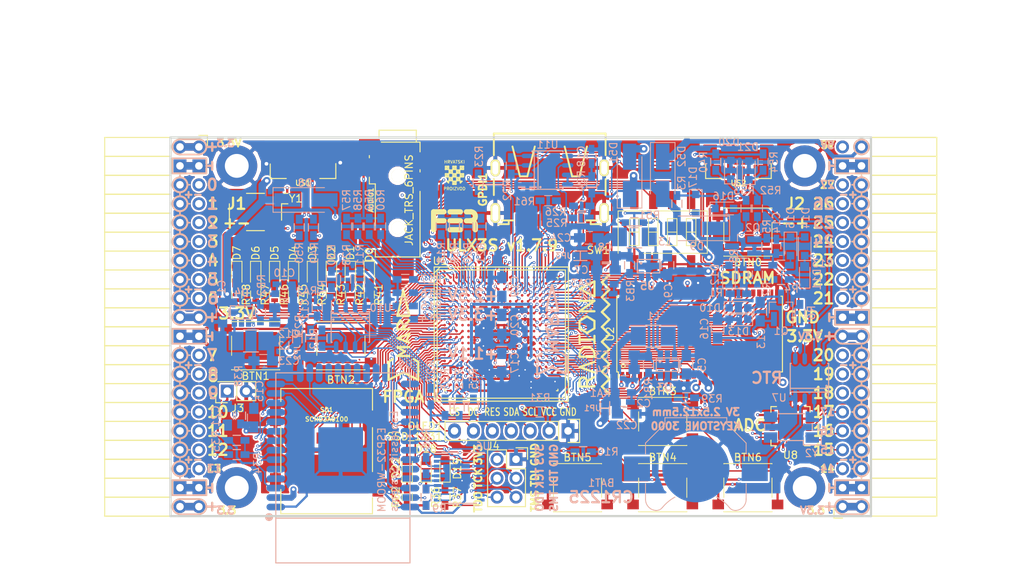
<source format=kicad_pcb>
(kicad_pcb (version 4) (host pcbnew 4.0.7+dfsg1-1)
  (layers (0 F.Cu signal) (1 In1.Cu signal) (2 In2.Cu signal) (31 B.Cu signal) (34 B.Paste user) (35 F.Paste user) (36 B.SilkS user) (37 F.SilkS user) (38 B.Mask user) (39 F.Mask user) (44 Edge.Cuts user))
  (net 0 "")
  (net 1 GND)
  (net 2 +5V)
  (net 3 /gpio/IN5V)
  (net 4 /gpio/OUT5V)
  (net 5 +3V3)
  (net 6 BTN_D)
  (net 7 BTN_F1)
  (net 8 BTN_F2)
  (net 9 BTN_L)
  (net 10 BTN_R)
  (net 11 BTN_U)
  (net 12 /power/FB1)
  (net 13 +2V5)
  (net 14 /power/PWREN)
  (net 15 /power/FB3)
  (net 16 /power/FB2)
  (net 17 "Net-(D9-Pad1)")
  (net 18 /power/VBAT)
  (net 19 JTAG_TDI)
  (net 20 JTAG_TCK)
  (net 21 JTAG_TMS)
  (net 22 JTAG_TDO)
  (net 23 /power/WAKEUPn)
  (net 24 /power/WKUP)
  (net 25 /power/SHUT)
  (net 26 /power/WAKE)
  (net 27 /power/HOLD)
  (net 28 /power/WKn)
  (net 29 /power/OSCI_32k)
  (net 30 /power/OSCO_32k)
  (net 31 "Net-(Q2-Pad3)")
  (net 32 SHUTDOWN)
  (net 33 /analog/AUDIO_L)
  (net 34 /analog/AUDIO_R)
  (net 35 GPDI_5V_SCL)
  (net 36 GPDI_5V_SDA)
  (net 37 GPDI_SDA)
  (net 38 GPDI_SCL)
  (net 39 /gpdi/VREF2)
  (net 40 SD_CMD)
  (net 41 SD_CLK)
  (net 42 SD_D0)
  (net 43 SD_D1)
  (net 44 USB5V)
  (net 45 GPDI_CEC)
  (net 46 nRESET)
  (net 47 FTDI_nDTR)
  (net 48 SDRAM_CKE)
  (net 49 SDRAM_A7)
  (net 50 SDRAM_D15)
  (net 51 SDRAM_BA1)
  (net 52 SDRAM_D7)
  (net 53 SDRAM_A6)
  (net 54 SDRAM_CLK)
  (net 55 SDRAM_D13)
  (net 56 SDRAM_BA0)
  (net 57 SDRAM_D6)
  (net 58 SDRAM_A5)
  (net 59 SDRAM_D14)
  (net 60 SDRAM_A11)
  (net 61 SDRAM_D12)
  (net 62 SDRAM_D5)
  (net 63 SDRAM_A4)
  (net 64 SDRAM_A10)
  (net 65 SDRAM_D11)
  (net 66 SDRAM_A3)
  (net 67 SDRAM_D4)
  (net 68 SDRAM_D10)
  (net 69 SDRAM_D9)
  (net 70 SDRAM_A9)
  (net 71 SDRAM_D3)
  (net 72 SDRAM_D8)
  (net 73 SDRAM_A8)
  (net 74 SDRAM_A2)
  (net 75 SDRAM_A1)
  (net 76 SDRAM_A0)
  (net 77 SDRAM_D2)
  (net 78 SDRAM_D1)
  (net 79 SDRAM_D0)
  (net 80 SDRAM_DQM0)
  (net 81 SDRAM_nCS)
  (net 82 SDRAM_nRAS)
  (net 83 SDRAM_DQM1)
  (net 84 SDRAM_nCAS)
  (net 85 SDRAM_nWE)
  (net 86 /flash/FLASH_nWP)
  (net 87 /flash/FLASH_nHOLD)
  (net 88 /flash/FLASH_MOSI)
  (net 89 /flash/FLASH_MISO)
  (net 90 /flash/FLASH_SCK)
  (net 91 /flash/FLASH_nCS)
  (net 92 /flash/FPGA_PROGRAMN)
  (net 93 /flash/FPGA_DONE)
  (net 94 /flash/FPGA_INITN)
  (net 95 OLED_RES)
  (net 96 OLED_DC)
  (net 97 OLED_CS)
  (net 98 WIFI_EN)
  (net 99 FTDI_nRTS)
  (net 100 FTDI_TXD)
  (net 101 FTDI_RXD)
  (net 102 WIFI_RXD)
  (net 103 WIFI_GPIO0)
  (net 104 WIFI_TXD)
  (net 105 GPDI_ETH-)
  (net 106 GPDI_ETH+)
  (net 107 GPDI_D2+)
  (net 108 GPDI_D2-)
  (net 109 GPDI_D1+)
  (net 110 GPDI_D1-)
  (net 111 GPDI_D0+)
  (net 112 GPDI_D0-)
  (net 113 GPDI_CLK+)
  (net 114 GPDI_CLK-)
  (net 115 USB_FTDI_D+)
  (net 116 USB_FTDI_D-)
  (net 117 SD_D3)
  (net 118 AUDIO_L3)
  (net 119 AUDIO_L2)
  (net 120 AUDIO_L1)
  (net 121 AUDIO_L0)
  (net 122 AUDIO_R3)
  (net 123 AUDIO_R2)
  (net 124 AUDIO_R1)
  (net 125 AUDIO_R0)
  (net 126 OLED_CLK)
  (net 127 OLED_MOSI)
  (net 128 LED0)
  (net 129 LED1)
  (net 130 LED2)
  (net 131 LED3)
  (net 132 LED4)
  (net 133 LED5)
  (net 134 LED6)
  (net 135 LED7)
  (net 136 BTN_PWRn)
  (net 137 FTDI_nTXLED)
  (net 138 FTDI_nSLEEP)
  (net 139 /blinkey/LED_PWREN)
  (net 140 /blinkey/LED_TXLED)
  (net 141 /sdcard/SD3V3)
  (net 142 SD_D2)
  (net 143 CLK_25MHz)
  (net 144 /blinkey/BTNPUL)
  (net 145 /blinkey/BTNPUR)
  (net 146 USB_FPGA_D+)
  (net 147 /power/FTDI_nSUSPEND)
  (net 148 /blinkey/ALED0)
  (net 149 /blinkey/ALED1)
  (net 150 /blinkey/ALED2)
  (net 151 /blinkey/ALED3)
  (net 152 /blinkey/ALED4)
  (net 153 /blinkey/ALED5)
  (net 154 /blinkey/ALED6)
  (net 155 /blinkey/ALED7)
  (net 156 /usb/FTD-)
  (net 157 /usb/FTD+)
  (net 158 ADC_MISO)
  (net 159 ADC_MOSI)
  (net 160 ADC_CSn)
  (net 161 ADC_SCLK)
  (net 162 SW3)
  (net 163 SW2)
  (net 164 SW1)
  (net 165 USB_FPGA_D-)
  (net 166 /usb/FPD+)
  (net 167 /usb/FPD-)
  (net 168 WIFI_GPIO16)
  (net 169 /usb/ANT_433MHz)
  (net 170 /power/PWRBTn)
  (net 171 PROG_DONE)
  (net 172 /power/P3V3)
  (net 173 /power/P2V5)
  (net 174 /power/L1)
  (net 175 /power/L3)
  (net 176 /power/L2)
  (net 177 FTDI_TXDEN)
  (net 178 SDRAM_A12)
  (net 179 /analog/AUDIO_V)
  (net 180 AUDIO_V3)
  (net 181 AUDIO_V2)
  (net 182 AUDIO_V1)
  (net 183 AUDIO_V0)
  (net 184 /gpdi/FPGA_CEC)
  (net 185 /blinkey/LED_WIFI)
  (net 186 /power/P1V1)
  (net 187 +1V1)
  (net 188 SW4)
  (net 189 /blinkey/SWPU)
  (net 190 /wifi/WIFIEN)
  (net 191 FT2V5)
  (net 192 GN0)
  (net 193 GP0)
  (net 194 GN1)
  (net 195 GP1)
  (net 196 GN2)
  (net 197 GP2)
  (net 198 GN3)
  (net 199 GP3)
  (net 200 GN4)
  (net 201 GP4)
  (net 202 GN5)
  (net 203 GP5)
  (net 204 GN6)
  (net 205 GP6)
  (net 206 GN14)
  (net 207 GP14)
  (net 208 GN15)
  (net 209 GP15)
  (net 210 GN16)
  (net 211 GP16)
  (net 212 GN17)
  (net 213 GP17)
  (net 214 GN18)
  (net 215 GP18)
  (net 216 GN19)
  (net 217 GP19)
  (net 218 GN20)
  (net 219 GP20)
  (net 220 GN21)
  (net 221 GP21)
  (net 222 GN22)
  (net 223 GP22)
  (net 224 GN23)
  (net 225 GP23)
  (net 226 GN24)
  (net 227 GP24)
  (net 228 GN25)
  (net 229 GP25)
  (net 230 GN26)
  (net 231 GP26)
  (net 232 GN27)
  (net 233 GP27)
  (net 234 GN7)
  (net 235 GP7)
  (net 236 GN8)
  (net 237 GP8)
  (net 238 GN9)
  (net 239 GP9)
  (net 240 GN10)
  (net 241 GP10)
  (net 242 GN11)
  (net 243 GP11)
  (net 244 GN12)
  (net 245 GP12)
  (net 246 GN13)
  (net 247 GP13)
  (net 248 WIFI_GPIO5)
  (net 249 WIFI_GPIO17)
  (module Socket_Strips:Socket_Strip_Angled_2x20 (layer F.Cu) (at 97.91 62.69 270)
    (fp_text reference J1 (at 7.62 -5.08 360) (layer F.SilkS) (effects (font (size 1.5 1.5) (thickness 0.3))))
    (fp_text value CONN_02X20 hide)
    (pad 1 thru_hole oval (at 0 0 270) (size 1.7272 1.7272) (drill 1.016) (layers *.Cu *.Mask) (net 5 +3V3))
    (pad 2 thru_hole oval (at 0 2.54 270) (size 1.7272 1.7272) (drill 1.016) (layers *.Cu *.Mask) (net 5 +3V3))
    (pad 3 thru_hole rect (at 2.54 0 270) (size 1.7272 1.7272) (drill 1.016) (layers *.Cu *.Mask) (net 1 GND))
    (pad 4 thru_hole rect (at 2.54 2.54 270) (size 1.7272 1.7272) (drill 1.016) (layers *.Cu *.Mask) (net 1 GND))
    (pad 5 thru_hole oval (at 5.08 0 270) (size 1.7272 1.7272) (drill 1.016) (layers *.Cu *.Mask) (net 192 GN0))
    (pad 6 thru_hole oval (at 5.08 2.54 270) (size 1.7272 1.7272) (drill 1.016) (layers *.Cu *.Mask) (net 193 GP0))
    (pad 7 thru_hole oval (at 7.62 0 270) (size 1.7272 1.7272) (drill 1.016) (layers *.Cu *.Mask) (net 194 GN1))
    (pad 8 thru_hole oval (at 7.62 2.54 270) (size 1.7272 1.7272) (drill 1.016) (layers *.Cu *.Mask) (net 195 GP1))
    (pad 9 thru_hole oval (at 10.16 0 270) (size 1.7272 1.7272) (drill 1.016) (layers *.Cu *.Mask) (net 196 GN2))
    (pad 10 thru_hole oval (at 10.16 2.54 270) (size 1.7272 1.7272) (drill 1.016) (layers *.Cu *.Mask) (net 197 GP2))
    (pad 11 thru_hole oval (at 12.7 0 270) (size 1.7272 1.7272) (drill 1.016) (layers *.Cu *.Mask) (net 198 GN3))
    (pad 12 thru_hole oval (at 12.7 2.54 270) (size 1.7272 1.7272) (drill 1.016) (layers *.Cu *.Mask) (net 199 GP3))
    (pad 13 thru_hole oval (at 15.24 0 270) (size 1.7272 1.7272) (drill 1.016) (layers *.Cu *.Mask) (net 200 GN4))
    (pad 14 thru_hole oval (at 15.24 2.54 270) (size 1.7272 1.7272) (drill 1.016) (layers *.Cu *.Mask) (net 201 GP4))
    (pad 15 thru_hole oval (at 17.78 0 270) (size 1.7272 1.7272) (drill 1.016) (layers *.Cu *.Mask) (net 202 GN5))
    (pad 16 thru_hole oval (at 17.78 2.54 270) (size 1.7272 1.7272) (drill 1.016) (layers *.Cu *.Mask) (net 203 GP5))
    (pad 17 thru_hole oval (at 20.32 0 270) (size 1.7272 1.7272) (drill 1.016) (layers *.Cu *.Mask) (net 204 GN6))
    (pad 18 thru_hole oval (at 20.32 2.54 270) (size 1.7272 1.7272) (drill 1.016) (layers *.Cu *.Mask) (net 205 GP6))
    (pad 19 thru_hole oval (at 22.86 0 270) (size 1.7272 1.7272) (drill 1.016) (layers *.Cu *.Mask) (net 5 +3V3))
    (pad 20 thru_hole oval (at 22.86 2.54 270) (size 1.7272 1.7272) (drill 1.016) (layers *.Cu *.Mask) (net 5 +3V3))
    (pad 21 thru_hole rect (at 25.4 0 270) (size 1.7272 1.7272) (drill 1.016) (layers *.Cu *.Mask) (net 1 GND))
    (pad 22 thru_hole rect (at 25.4 2.54 270) (size 1.7272 1.7272) (drill 1.016) (layers *.Cu *.Mask) (net 1 GND))
    (pad 23 thru_hole oval (at 27.94 0 270) (size 1.7272 1.7272) (drill 1.016) (layers *.Cu *.Mask) (net 234 GN7))
    (pad 24 thru_hole oval (at 27.94 2.54 270) (size 1.7272 1.7272) (drill 1.016) (layers *.Cu *.Mask) (net 235 GP7))
    (pad 25 thru_hole oval (at 30.48 0 270) (size 1.7272 1.7272) (drill 1.016) (layers *.Cu *.Mask) (net 236 GN8))
    (pad 26 thru_hole oval (at 30.48 2.54 270) (size 1.7272 1.7272) (drill 1.016) (layers *.Cu *.Mask) (net 237 GP8))
    (pad 27 thru_hole oval (at 33.02 0 270) (size 1.7272 1.7272) (drill 1.016) (layers *.Cu *.Mask) (net 238 GN9))
    (pad 28 thru_hole oval (at 33.02 2.54 270) (size 1.7272 1.7272) (drill 1.016) (layers *.Cu *.Mask) (net 239 GP9))
    (pad 29 thru_hole oval (at 35.56 0 270) (size 1.7272 1.7272) (drill 1.016) (layers *.Cu *.Mask) (net 240 GN10))
    (pad 30 thru_hole oval (at 35.56 2.54 270) (size 1.7272 1.7272) (drill 1.016) (layers *.Cu *.Mask) (net 241 GP10))
    (pad 31 thru_hole oval (at 38.1 0 270) (size 1.7272 1.7272) (drill 1.016) (layers *.Cu *.Mask) (net 242 GN11))
    (pad 32 thru_hole oval (at 38.1 2.54 270) (size 1.7272 1.7272) (drill 1.016) (layers *.Cu *.Mask) (net 243 GP11))
    (pad 33 thru_hole oval (at 40.64 0 270) (size 1.7272 1.7272) (drill 1.016) (layers *.Cu *.Mask) (net 244 GN12))
    (pad 34 thru_hole oval (at 40.64 2.54 270) (size 1.7272 1.7272) (drill 1.016) (layers *.Cu *.Mask) (net 245 GP12))
    (pad 35 thru_hole oval (at 43.18 0 270) (size 1.7272 1.7272) (drill 1.016) (layers *.Cu *.Mask) (net 246 GN13))
    (pad 36 thru_hole oval (at 43.18 2.54 270) (size 1.7272 1.7272) (drill 1.016) (layers *.Cu *.Mask) (net 247 GP13))
    (pad 37 thru_hole rect (at 45.72 0 270) (size 1.7272 1.7272) (drill 1.016) (layers *.Cu *.Mask) (net 1 GND))
    (pad 38 thru_hole rect (at 45.72 2.54 270) (size 1.7272 1.7272) (drill 1.016) (layers *.Cu *.Mask) (net 1 GND))
    (pad 39 thru_hole oval (at 48.26 0 270) (size 1.7272 1.7272) (drill 1.016) (layers *.Cu *.Mask) (net 5 +3V3))
    (pad 40 thru_hole oval (at 48.26 2.54 270) (size 1.7272 1.7272) (drill 1.016) (layers *.Cu *.Mask) (net 5 +3V3))
  )
  (module SMD_Packages:1Pin (layer F.Cu) (at 182.67515 111.637626)
    (fp_text reference AE1 hide)
    (fp_text value 433MHz hide)
    (pad 1 smd rect (at 0 0) (size 0.5 0.5) (layers B.Cu F.Paste F.Mask) (net 169 /usb/ANT_433MHz))
  )
  (module Resistors_SMD:R_0603_HandSoldering (layer B.Cu) (at 103.498 98.758 90)
    (fp_text reference R38 (at 5.334 -0.254 90) (layer B.SilkS) (effects (justify mirror)))
    (fp_text value 0.47)
    (pad 1 smd rect (at -1.1 0 90) (size 1.2 0.9) (layers B.Cu B.Paste B.Mask) (net 141 /sdcard/SD3V3))
    (pad 2 smd rect (at 1.1 0 90) (size 1.2 0.9) (layers B.Cu B.Paste B.Mask) (net 5 +3V3))
  )
  (module jumper:SOLDER-JUMPER_1-WAY (layer B.Cu) (at 152.393 97.742 270)
    (fp_text reference JP1 (at 0 1.778 360) (layer B.SilkS) (effects (font (size 0.762 0.762) (thickness 0.1524)) (justify mirror)))
    (fp_text value 1.2 hide)
    (pad 1 smd rect (at -0.6 0 270) (size 1 1) (layers B.Cu B.Paste B.Mask) (net 186 /power/P1V1))
    (pad 2 smd rect (at 0.6 0 270) (size 1 1) (layers B.Cu B.Paste B.Mask) (net 187 +1V1))
  )
  (module Diodes_SMD:D_SMA_Handsoldering (layer B.Cu) (at 155.695 66.5 90)
    (fp_text reference D51 (at 3.048 -2.159 90) (layer B.SilkS) (effects (justify mirror)))
    (fp_text value STPS2L30AF hide)
    (pad 1 smd rect (at -2.5 0 90) (size 3.5 1.8) (layers B.Cu B.Paste B.Mask) (net 2 +5V))
    (pad 2 smd rect (at 2.5 0 90) (size 3.5 1.8) (layers B.Cu B.Paste B.Mask) (net 3 /gpio/IN5V))
  )
  (module Resistors_SMD:R_0603_HandSoldering (layer B.Cu) (at 156.33 72.85 180)
    (fp_text reference R51 (at -2.032 1.016 180) (layer B.SilkS) (effects (justify mirror)))
    (fp_text value 150)
    (pad 1 smd rect (at -1.1 0 180) (size 1.2 0.9) (layers B.Cu B.Paste B.Mask) (net 5 +3V3))
    (pad 2 smd rect (at 1.1 0 180) (size 1.2 0.9) (layers B.Cu B.Paste B.Mask) (net 189 /blinkey/SWPU))
  )
  (module Resistors_SMD:R_1210_HandSoldering (layer B.Cu) (at 158.87 88.09 180)
    (fp_text reference L1 (at 0 2.7 180) (layer B.SilkS) (effects (justify mirror)))
    (fp_text value 2.2uH)
    (pad 1 smd rect (at -2 0 180) (size 2 2.5) (layers B.Cu B.Paste B.Mask) (net 174 /power/L1))
    (pad 2 smd rect (at 2 0 180) (size 2 2.5) (layers B.Cu B.Paste B.Mask) (net 186 /power/P1V1))
  )
  (module TSOT-25:TSOT-25 (layer B.Cu) (at 160.775 91.9)
    (fp_text reference U3 (at -0.381 3.048) (layer B.SilkS) (effects (font (thickness 0.2)) (justify mirror)))
    (fp_text value TLV62569DBV)
    (pad 1 smd rect (at -0.95 -1.3) (size 0.7 1.2) (layers B.Cu B.Paste B.Mask) (net 14 /power/PWREN))
    (pad 2 smd rect (at 0 -1.3) (size 0.7 1.2) (layers B.Cu B.Paste B.Mask) (net 1 GND))
    (pad 3 smd rect (at 0.95 -1.3) (size 0.7 1.2) (layers B.Cu B.Paste B.Mask) (net 174 /power/L1))
    (pad 4 smd rect (at 0.95 1.3) (size 0.7 1.2) (layers B.Cu B.Paste B.Mask) (net 2 +5V))
    (pad 5 smd rect (at -0.95 1.3) (size 0.7 1.2) (layers B.Cu B.Paste B.Mask) (net 12 /power/FB1))
  )
  (module Resistors_SMD:R_1210_HandSoldering (layer B.Cu) (at 104.895 88.725)
    (fp_text reference L2 (at 4.445 0.635) (layer B.SilkS) (effects (justify mirror)))
    (fp_text value 2.2uH)
    (pad 1 smd rect (at -2 0) (size 2 2.5) (layers B.Cu B.Paste B.Mask) (net 176 /power/L2))
    (pad 2 smd rect (at 2 0) (size 2 2.5) (layers B.Cu B.Paste B.Mask) (net 173 /power/P2V5))
  )
  (module TSOT-25:TSOT-25 (layer B.Cu) (at 103.625 84.915 180)
    (fp_text reference U4 (at 0 2.697 180) (layer B.SilkS) (effects (font (thickness 0.2)) (justify mirror)))
    (fp_text value TLV62569DBV)
    (pad 1 smd rect (at -0.95 -1.3 180) (size 0.7 1.2) (layers B.Cu B.Paste B.Mask) (net 14 /power/PWREN))
    (pad 2 smd rect (at 0 -1.3 180) (size 0.7 1.2) (layers B.Cu B.Paste B.Mask) (net 1 GND))
    (pad 3 smd rect (at 0.95 -1.3 180) (size 0.7 1.2) (layers B.Cu B.Paste B.Mask) (net 176 /power/L2))
    (pad 4 smd rect (at 0.95 1.3 180) (size 0.7 1.2) (layers B.Cu B.Paste B.Mask) (net 2 +5V))
    (pad 5 smd rect (at -0.95 1.3 180) (size 0.7 1.2) (layers B.Cu B.Paste B.Mask) (net 16 /power/FB2))
  )
  (module Resistors_SMD:R_1210_HandSoldering (layer B.Cu) (at 156.33 74.755 180)
    (fp_text reference L3 (at -4.064 -0.635 180) (layer B.SilkS) (effects (justify mirror)))
    (fp_text value 2.2uH)
    (pad 1 smd rect (at -2 0 180) (size 2 2.5) (layers B.Cu B.Paste B.Mask) (net 175 /power/L3))
    (pad 2 smd rect (at 2 0 180) (size 2 2.5) (layers B.Cu B.Paste B.Mask) (net 172 /power/P3V3))
  )
  (module TSOT-25:TSOT-25 (layer B.Cu) (at 158.235 78.692)
    (fp_text reference U5 (at -0.127 2.667) (layer B.SilkS) (effects (font (thickness 0.2)) (justify mirror)))
    (fp_text value TLV62569DBV)
    (pad 1 smd rect (at -0.95 -1.3) (size 0.7 1.2) (layers B.Cu B.Paste B.Mask) (net 14 /power/PWREN))
    (pad 2 smd rect (at 0 -1.3) (size 0.7 1.2) (layers B.Cu B.Paste B.Mask) (net 1 GND))
    (pad 3 smd rect (at 0.95 -1.3) (size 0.7 1.2) (layers B.Cu B.Paste B.Mask) (net 175 /power/L3))
    (pad 4 smd rect (at 0.95 1.3) (size 0.7 1.2) (layers B.Cu B.Paste B.Mask) (net 2 +5V))
    (pad 5 smd rect (at -0.95 1.3) (size 0.7 1.2) (layers B.Cu B.Paste B.Mask) (net 15 /power/FB3))
  )
  (module Capacitors_SMD:C_0805_HandSoldering (layer B.Cu) (at 101.085 84.915 270)
    (fp_text reference C1 (at -3.429 0.127 270) (layer B.SilkS) (effects (justify mirror)))
    (fp_text value 22uF)
    (pad 1 smd rect (at -1.25 0 270) (size 1.5 1.25) (layers B.Cu B.Paste B.Mask) (net 2 +5V))
    (pad 2 smd rect (at 1.25 0 270) (size 1.5 1.25) (layers B.Cu B.Paste B.Mask) (net 1 GND))
  )
  (module Capacitors_SMD:C_0805_HandSoldering (layer B.Cu) (at 155.06 90.63)
    (fp_text reference C3 (at -3.048 0) (layer B.SilkS) (effects (justify mirror)))
    (fp_text value 22uF)
    (pad 1 smd rect (at -1.25 0) (size 1.5 1.25) (layers B.Cu B.Paste B.Mask) (net 186 /power/P1V1))
    (pad 2 smd rect (at 1.25 0) (size 1.5 1.25) (layers B.Cu B.Paste B.Mask) (net 1 GND))
  )
  (module Capacitors_SMD:C_0805_HandSoldering (layer B.Cu) (at 155.06 92.535)
    (fp_text reference C4 (at -3.048 0.127) (layer B.SilkS) (effects (justify mirror)))
    (fp_text value 22uF)
    (pad 1 smd rect (at -1.25 0) (size 1.5 1.25) (layers B.Cu B.Paste B.Mask) (net 186 /power/P1V1))
    (pad 2 smd rect (at 1.25 0) (size 1.5 1.25) (layers B.Cu B.Paste B.Mask) (net 1 GND))
  )
  (module Capacitors_SMD:C_0805_HandSoldering (layer B.Cu) (at 163.315 91.9 90)
    (fp_text reference C5 (at 0 2.1 90) (layer B.SilkS) (effects (justify mirror)))
    (fp_text value 22uF)
    (pad 1 smd rect (at -1.25 0 90) (size 1.5 1.25) (layers B.Cu B.Paste B.Mask) (net 2 +5V))
    (pad 2 smd rect (at 1.25 0 90) (size 1.5 1.25) (layers B.Cu B.Paste B.Mask) (net 1 GND))
  )
  (module Capacitors_SMD:C_0805_HandSoldering (layer B.Cu) (at 152.52 79.2)
    (fp_text reference C7 (at -3.302 0) (layer B.SilkS) (effects (justify mirror)))
    (fp_text value 22uF)
    (pad 1 smd rect (at -1.25 0) (size 1.5 1.25) (layers B.Cu B.Paste B.Mask) (net 172 /power/P3V3))
    (pad 2 smd rect (at 1.25 0) (size 1.5 1.25) (layers B.Cu B.Paste B.Mask) (net 1 GND))
  )
  (module Capacitors_SMD:C_0805_HandSoldering (layer B.Cu) (at 152.52 77.295)
    (fp_text reference C8 (at -0.127 -1.143) (layer B.SilkS) (effects (justify mirror)))
    (fp_text value 22uF)
    (pad 1 smd rect (at -1.25 0) (size 1.5 1.25) (layers B.Cu B.Paste B.Mask) (net 172 /power/P3V3))
    (pad 2 smd rect (at 1.25 0) (size 1.5 1.25) (layers B.Cu B.Paste B.Mask) (net 1 GND))
  )
  (module Capacitors_SMD:C_0805_HandSoldering (layer B.Cu) (at 160.775 78.565 90)
    (fp_text reference C9 (at -3.429 0.127 90) (layer B.SilkS) (effects (justify mirror)))
    (fp_text value 22uF)
    (pad 1 smd rect (at -1.25 0 90) (size 1.5 1.25) (layers B.Cu B.Paste B.Mask) (net 2 +5V))
    (pad 2 smd rect (at 1.25 0 90) (size 1.5 1.25) (layers B.Cu B.Paste B.Mask) (net 1 GND))
  )
  (module Capacitors_SMD:C_0805_HandSoldering (layer B.Cu) (at 109.34 84.28 180)
    (fp_text reference C11 (at -2.794 -0.254 270) (layer B.SilkS) (effects (justify mirror)))
    (fp_text value 22uF)
    (pad 1 smd rect (at -1.25 0 180) (size 1.5 1.25) (layers B.Cu B.Paste B.Mask) (net 173 /power/P2V5))
    (pad 2 smd rect (at 1.25 0 180) (size 1.5 1.25) (layers B.Cu B.Paste B.Mask) (net 1 GND))
  )
  (module Capacitors_SMD:C_0805_HandSoldering (layer B.Cu) (at 109.34 86.185 180)
    (fp_text reference C12 (at -0.635 -1.615 360) (layer B.SilkS) (effects (justify mirror)))
    (fp_text value 22uF)
    (pad 1 smd rect (at -1.25 0 180) (size 1.5 1.25) (layers B.Cu B.Paste B.Mask) (net 173 /power/P2V5))
    (pad 2 smd rect (at 1.25 0 180) (size 1.5 1.25) (layers B.Cu B.Paste B.Mask) (net 1 GND))
  )
  (module Capacitors_SMD:C_0805_HandSoldering (layer B.Cu) (at 173.221 84.788 90)
    (fp_text reference C13 (at -3.556 0.127 90) (layer B.SilkS) (effects (justify mirror)))
    (fp_text value 2.2uF)
    (pad 1 smd rect (at -1.25 0 90) (size 1.5 1.25) (layers B.Cu B.Paste B.Mask) (net 2 +5V))
    (pad 2 smd rect (at 1.25 0 90) (size 1.5 1.25) (layers B.Cu B.Paste B.Mask) (net 24 /power/WKUP))
  )
  (module TO_SOT_Packages_SMD:SOT-23_Handsoldering (layer B.Cu) (at 176.015 84.28 90)
    (fp_text reference Q1 (at -3.1115 0 180) (layer B.SilkS) (effects (justify mirror)))
    (fp_text value BC857)
    (pad 1 smd rect (at -1.5 0.95 90) (size 1.9 0.8) (layers B.Cu B.Paste B.Mask) (net 28 /power/WKn))
    (pad 2 smd rect (at -1.5 -0.95 90) (size 1.9 0.8) (layers B.Cu B.Paste B.Mask) (net 2 +5V))
    (pad 3 smd rect (at 1.5 0 90) (size 1.9 0.8) (layers B.Cu B.Paste B.Mask) (net 24 /power/WKUP))
  )
  (module TO_SOT_Packages_SMD:SOT-23_Handsoldering (layer B.Cu) (at 170.935 76.025 180)
    (fp_text reference Q2 (at -1.295 2.5 180) (layer B.SilkS) (effects (justify mirror)))
    (fp_text value 2N7002)
    (pad 1 smd rect (at -1.5 0.95 180) (size 1.9 0.8) (layers B.Cu B.Paste B.Mask) (net 25 /power/SHUT))
    (pad 2 smd rect (at -1.5 -0.95 180) (size 1.9 0.8) (layers B.Cu B.Paste B.Mask) (net 1 GND))
    (pad 3 smd rect (at 1.5 0 180) (size 1.9 0.8) (layers B.Cu B.Paste B.Mask) (net 31 "Net-(Q2-Pad3)"))
  )
  (module Capacitors_SMD:C_0603_HandSoldering (layer B.Cu) (at 154.86 96.91)
    (fp_text reference C2 (at 2.74 0.197) (layer B.SilkS) (effects (justify mirror)))
    (fp_text value 470pF)
    (pad 1 smd rect (at -0.95 0) (size 1.2 0.75) (layers B.Cu B.Paste B.Mask) (net 186 /power/P1V1))
    (pad 2 smd rect (at 0.95 0) (size 1.2 0.75) (layers B.Cu B.Paste B.Mask) (net 12 /power/FB1))
  )
  (module Capacitors_SMD:C_0603_HandSoldering (layer B.Cu) (at 152.52 82.375)
    (fp_text reference C6 (at -2.794 0.127) (layer B.SilkS) (effects (justify mirror)))
    (fp_text value 470pF)
    (pad 1 smd rect (at -0.95 0) (size 1.2 0.75) (layers B.Cu B.Paste B.Mask) (net 172 /power/P3V3))
    (pad 2 smd rect (at 0.95 0) (size 1.2 0.75) (layers B.Cu B.Paste B.Mask) (net 15 /power/FB3))
  )
  (module Capacitors_SMD:C_0603_HandSoldering (layer B.Cu) (at 109.34 81.105 180)
    (fp_text reference C10 (at -0.04 1.505 180) (layer B.SilkS) (effects (justify mirror)))
    (fp_text value 470pF)
    (pad 1 smd rect (at -0.95 0 180) (size 1.2 0.75) (layers B.Cu B.Paste B.Mask) (net 173 /power/P2V5))
    (pad 2 smd rect (at 0.95 0 180) (size 1.2 0.75) (layers B.Cu B.Paste B.Mask) (net 16 /power/FB2))
  )
  (module Capacitors_SMD:C_0603_HandSoldering (layer B.Cu) (at 175.38 76.025 270)
    (fp_text reference C14 (at -3.175 0 270) (layer B.SilkS) (effects (justify mirror)))
    (fp_text value 100nF)
    (pad 1 smd rect (at -0.95 0 270) (size 1.2 0.75) (layers B.Cu B.Paste B.Mask) (net 25 /power/SHUT))
    (pad 2 smd rect (at 0.95 0 270) (size 1.2 0.75) (layers B.Cu B.Paste B.Mask) (net 1 GND))
  )
  (module Resistors_SMD:R_0603_HandSoldering (layer B.Cu) (at 170.3 82.375)
    (fp_text reference R1 (at -3.048 -0.127) (layer B.SilkS) (effects (justify mirror)))
    (fp_text value 15k)
    (pad 1 smd rect (at -1.1 0) (size 1.2 0.9) (layers B.Cu B.Paste B.Mask) (net 26 /power/WAKE))
    (pad 2 smd rect (at 1.1 0) (size 1.2 0.9) (layers B.Cu B.Paste B.Mask) (net 14 /power/PWREN))
  )
  (module Resistors_SMD:R_0603_HandSoldering (layer B.Cu) (at 172.84 79.835 90)
    (fp_text reference R2 (at -1.905 1.27 90) (layer B.SilkS) (effects (justify mirror)))
    (fp_text value 47k)
    (pad 1 smd rect (at -1.1 0 90) (size 1.2 0.9) (layers B.Cu B.Paste B.Mask) (net 14 /power/PWREN))
    (pad 2 smd rect (at 1.1 0 90) (size 1.2 0.9) (layers B.Cu B.Paste B.Mask) (net 1 GND))
  )
  (module Resistors_SMD:R_0603_HandSoldering (layer B.Cu) (at 176.015 80.47 180)
    (fp_text reference R4 (at -1.397 -1.27 360) (layer B.SilkS) (effects (justify mirror)))
    (fp_text value 4.7k)
    (pad 1 smd rect (at -1.1 0 180) (size 1.2 0.9) (layers B.Cu B.Paste B.Mask) (net 27 /power/HOLD))
    (pad 2 smd rect (at 1.1 0 180) (size 1.2 0.9) (layers B.Cu B.Paste B.Mask) (net 14 /power/PWREN))
  )
  (module Resistors_SMD:R_0603_HandSoldering (layer B.Cu) (at 174.11 76.025 270)
    (fp_text reference R5 (at -2.667 0 270) (layer B.SilkS) (effects (justify mirror)))
    (fp_text value 4.7M)
    (pad 1 smd rect (at -1.1 0 270) (size 1.2 0.9) (layers B.Cu B.Paste B.Mask) (net 25 /power/SHUT))
    (pad 2 smd rect (at 1.1 0 270) (size 1.2 0.9) (layers B.Cu B.Paste B.Mask) (net 1 GND))
  )
  (module Resistors_SMD:R_0603_HandSoldering (layer B.Cu) (at 178.555 84.915 270)
    (fp_text reference R6 (at 0 -1.524 270) (layer B.SilkS) (effects (justify mirror)))
    (fp_text value 1k)
    (pad 1 smd rect (at -1.1 0 270) (size 1.2 0.9) (layers B.Cu B.Paste B.Mask) (net 28 /power/WKn))
    (pad 2 smd rect (at 1.1 0 270) (size 1.2 0.9) (layers B.Cu B.Paste B.Mask) (net 23 /power/WAKEUPn))
  )
  (module Resistors_SMD:R_0603_HandSoldering (layer B.Cu) (at 113.785 84.28 270)
    (fp_text reference R7 (at -2.794 -0.635 270) (layer B.SilkS) (effects (justify mirror)))
    (fp_text value 150)
    (pad 1 smd rect (at -1.1 0 270) (size 1.2 0.9) (layers B.Cu B.Paste B.Mask) (net 5 +3V3))
    (pad 2 smd rect (at 1.1 0 270) (size 1.2 0.9) (layers B.Cu B.Paste B.Mask) (net 144 /blinkey/BTNPUL))
  )
  (module Resistors_SMD:R_0603_HandSoldering (layer B.Cu) (at 170.935 79.835 90)
    (fp_text reference R8 (at 2.54 -1.27 90) (layer B.SilkS) (effects (justify mirror)))
    (fp_text value 1k)
    (pad 1 smd rect (at -1.1 0 90) (size 1.2 0.9) (layers B.Cu B.Paste B.Mask) (net 14 /power/PWREN))
    (pad 2 smd rect (at 1.1 0 90) (size 1.2 0.9) (layers B.Cu B.Paste B.Mask) (net 31 "Net-(Q2-Pad3)"))
  )
  (module Resistors_SMD:R_0603_HandSoldering (layer B.Cu) (at 128.39 109.68 270)
    (fp_text reference R9 (at 1.524 -1.778 360) (layer B.SilkS) (effects (justify mirror)))
    (fp_text value 15k)
    (pad 1 smd rect (at -1.1 0 270) (size 1.2 0.9) (layers B.Cu B.Paste B.Mask) (net 46 nRESET))
    (pad 2 smd rect (at 1.1 0 270) (size 1.2 0.9) (layers B.Cu B.Paste B.Mask) (net 191 FT2V5))
  )
  (module Resistors_SMD:R_0603_HandSoldering (layer B.Cu) (at 149.472 103.584 180)
    (fp_text reference R10 (at -3.302 0 180) (layer B.SilkS) (effects (justify mirror)))
    (fp_text value 150)
    (pad 1 smd rect (at -1.1 0 180) (size 1.2 0.9) (layers B.Cu B.Paste B.Mask) (net 147 /power/FTDI_nSUSPEND))
    (pad 2 smd rect (at 1.1 0 180) (size 1.2 0.9) (layers B.Cu B.Paste B.Mask) (net 138 FTDI_nSLEEP))
  )
  (module Resistors_SMD:R_0603_HandSoldering (layer B.Cu) (at 176.015 78.565 180)
    (fp_text reference R13 (at -5.588 0.254 180) (layer B.SilkS) (effects (justify mirror)))
    (fp_text value 15k)
    (pad 1 smd rect (at -1.1 0 180) (size 1.2 0.9) (layers B.Cu B.Paste B.Mask) (net 32 SHUTDOWN))
    (pad 2 smd rect (at 1.1 0 180) (size 1.2 0.9) (layers B.Cu B.Paste B.Mask) (net 1 GND))
  )
  (module Resistors_SMD:R_0603_HandSoldering (layer B.Cu) (at 154.86 95.64)
    (fp_text reference RA1 (at -3.102 0.07) (layer B.SilkS) (effects (justify mirror)))
    (fp_text value 15k)
    (pad 1 smd rect (at -1.1 0) (size 1.2 0.9) (layers B.Cu B.Paste B.Mask) (net 186 /power/P1V1))
    (pad 2 smd rect (at 1.1 0) (size 1.2 0.9) (layers B.Cu B.Paste B.Mask) (net 12 /power/FB1))
  )
  (module Resistors_SMD:R_0603_HandSoldering (layer B.Cu) (at 109.34 82.375 180)
    (fp_text reference RA2 (at -3.048 0.381 360) (layer B.SilkS) (effects (justify mirror)))
    (fp_text value 15k)
    (pad 1 smd rect (at -1.1 0 180) (size 1.2 0.9) (layers B.Cu B.Paste B.Mask) (net 173 /power/P2V5))
    (pad 2 smd rect (at 1.1 0 180) (size 1.2 0.9) (layers B.Cu B.Paste B.Mask) (net 16 /power/FB2))
  )
  (module Resistors_SMD:R_0603_HandSoldering (layer B.Cu) (at 152.52 81.105)
    (fp_text reference RA3 (at -3.302 -0.127) (layer B.SilkS) (effects (justify mirror)))
    (fp_text value 15k)
    (pad 1 smd rect (at -1.1 0) (size 1.2 0.9) (layers B.Cu B.Paste B.Mask) (net 172 /power/P3V3))
    (pad 2 smd rect (at 1.1 0) (size 1.2 0.9) (layers B.Cu B.Paste B.Mask) (net 15 /power/FB3))
  )
  (module Resistors_SMD:R_0603_HandSoldering (layer B.Cu) (at 158.235 91.9 270)
    (fp_text reference RB1 (at 3.302 0 270) (layer B.SilkS) (effects (justify mirror)))
    (fp_text value 18k)
    (pad 1 smd rect (at -1.1 0 270) (size 1.2 0.9) (layers B.Cu B.Paste B.Mask) (net 1 GND))
    (pad 2 smd rect (at 1.1 0 270) (size 1.2 0.9) (layers B.Cu B.Paste B.Mask) (net 12 /power/FB1))
  )
  (module Resistors_SMD:R_0603_HandSoldering (layer B.Cu) (at 106.165 84.915 90)
    (fp_text reference RB2 (at 3.683 0.127 90) (layer B.SilkS) (effects (justify mirror)))
    (fp_text value 4.7k)
    (pad 1 smd rect (at -1.1 0 90) (size 1.2 0.9) (layers B.Cu B.Paste B.Mask) (net 1 GND))
    (pad 2 smd rect (at 1.1 0 90) (size 1.2 0.9) (layers B.Cu B.Paste B.Mask) (net 16 /power/FB2))
  )
  (module Resistors_SMD:R_0603_HandSoldering (layer B.Cu) (at 155.695 78.565 270)
    (fp_text reference RB3 (at 3.429 -0.127 270) (layer B.SilkS) (effects (justify mirror)))
    (fp_text value 3.3k)
    (pad 1 smd rect (at -1.1 0 270) (size 1.2 0.9) (layers B.Cu B.Paste B.Mask) (net 1 GND))
    (pad 2 smd rect (at 1.1 0 270) (size 1.2 0.9) (layers B.Cu B.Paste B.Mask) (net 15 /power/FB3))
  )
  (module Resistors_SMD:R_0603_HandSoldering (layer B.Cu) (at 125.596 85.804 180)
    (fp_text reference R14 (at -3.47 0.127 180) (layer B.SilkS) (effects (justify mirror)))
    (fp_text value 1.2k)
    (pad 1 smd rect (at -1.1 0 180) (size 1.2 0.9) (layers B.Cu B.Paste B.Mask) (net 121 AUDIO_L0))
    (pad 2 smd rect (at 1.1 0 180) (size 1.2 0.9) (layers B.Cu B.Paste B.Mask) (net 33 /analog/AUDIO_L))
  )
  (module Resistors_SMD:R_0603_HandSoldering (layer B.Cu) (at 125.596 84.026 180)
    (fp_text reference R15 (at -3.47 -0.001 180) (layer B.SilkS) (effects (justify mirror)))
    (fp_text value 680)
    (pad 1 smd rect (at -1.1 0 180) (size 1.2 0.9) (layers B.Cu B.Paste B.Mask) (net 120 AUDIO_L1))
    (pad 2 smd rect (at 1.1 0 180) (size 1.2 0.9) (layers B.Cu B.Paste B.Mask) (net 33 /analog/AUDIO_L))
  )
  (module Resistors_SMD:R_0603_HandSoldering (layer B.Cu) (at 125.596 82.248 180)
    (fp_text reference R16 (at -3.47 -0.127 180) (layer B.SilkS) (effects (justify mirror)))
    (fp_text value 330)
    (pad 1 smd rect (at -1.1 0 180) (size 1.2 0.9) (layers B.Cu B.Paste B.Mask) (net 119 AUDIO_L2))
    (pad 2 smd rect (at 1.1 0 180) (size 1.2 0.9) (layers B.Cu B.Paste B.Mask) (net 33 /analog/AUDIO_L))
  )
  (module Resistors_SMD:R_0603_HandSoldering (layer B.Cu) (at 125.596 80.47 180)
    (fp_text reference R17 (at -3.47 0 180) (layer B.SilkS) (effects (justify mirror)))
    (fp_text value 150)
    (pad 1 smd rect (at -1.1 0 180) (size 1.2 0.9) (layers B.Cu B.Paste B.Mask) (net 118 AUDIO_L3))
    (pad 2 smd rect (at 1.1 0 180) (size 1.2 0.9) (layers B.Cu B.Paste B.Mask) (net 33 /analog/AUDIO_L))
  )
  (module Resistors_SMD:R_0603_HandSoldering (layer B.Cu) (at 130.422 73.358 90)
    (fp_text reference R18 (at -3.556 0 90) (layer B.SilkS) (effects (justify mirror)))
    (fp_text value 1.2k)
    (pad 1 smd rect (at -1.1 0 90) (size 1.2 0.9) (layers B.Cu B.Paste B.Mask) (net 125 AUDIO_R0))
    (pad 2 smd rect (at 1.1 0 90) (size 1.2 0.9) (layers B.Cu B.Paste B.Mask) (net 34 /analog/AUDIO_R))
  )
  (module Resistors_SMD:R_0603_HandSoldering (layer B.Cu) (at 132.2 73.358 90)
    (fp_text reference R19 (at -3.556 0 90) (layer B.SilkS) (effects (justify mirror)))
    (fp_text value 680)
    (pad 1 smd rect (at -1.1 0 90) (size 1.2 0.9) (layers B.Cu B.Paste B.Mask) (net 124 AUDIO_R1))
    (pad 2 smd rect (at 1.1 0 90) (size 1.2 0.9) (layers B.Cu B.Paste B.Mask) (net 34 /analog/AUDIO_R))
  )
  (module Resistors_SMD:R_0603_HandSoldering (layer B.Cu) (at 133.978 73.358 90)
    (fp_text reference R20 (at -3.556 0 90) (layer B.SilkS) (effects (justify mirror)))
    (fp_text value 330)
    (pad 1 smd rect (at -1.1 0 90) (size 1.2 0.9) (layers B.Cu B.Paste B.Mask) (net 123 AUDIO_R2))
    (pad 2 smd rect (at 1.1 0 90) (size 1.2 0.9) (layers B.Cu B.Paste B.Mask) (net 34 /analog/AUDIO_R))
  )
  (module Resistors_SMD:R_0603_HandSoldering (layer B.Cu) (at 135.756 73.358 90)
    (fp_text reference R21 (at -3.556 0 90) (layer B.SilkS) (effects (justify mirror)))
    (fp_text value 150)
    (pad 1 smd rect (at -1.1 0 90) (size 1.2 0.9) (layers B.Cu B.Paste B.Mask) (net 122 AUDIO_R3))
    (pad 2 smd rect (at 1.1 0 90) (size 1.2 0.9) (layers B.Cu B.Paste B.Mask) (net 34 /analog/AUDIO_R))
  )
  (module Capacitors_SMD:C_0603_HandSoldering (layer B.Cu) (at 150.5896 63.96 90)
    (fp_text reference C18 (at 0 -1.3716 90) (layer B.SilkS) (effects (justify mirror)))
    (fp_text value 470pF)
    (pad 1 smd rect (at -0.95 0 90) (size 1.2 0.75) (layers B.Cu B.Paste B.Mask) (net 39 /gpdi/VREF2))
    (pad 2 smd rect (at 0.95 0 90) (size 1.2 0.75) (layers B.Cu B.Paste B.Mask) (net 1 GND))
  )
  (module Socket_Strips:Socket_Strip_Angled_2x20 (layer F.Cu) (at 184.27 110.95 90)
    (fp_text reference J2 (at 40.64 -6.35 180) (layer F.SilkS) (effects (font (size 1.5 1.5) (thickness 0.3))))
    (fp_text value CONN_02X20 hide)
    (pad 1 thru_hole oval (at 0 0 90) (size 1.7272 1.7272) (drill 1.016) (layers *.Cu *.Mask) (net 5 +3V3))
    (pad 2 thru_hole oval (at 0 2.54 90) (size 1.7272 1.7272) (drill 1.016) (layers *.Cu *.Mask) (net 5 +3V3))
    (pad 3 thru_hole rect (at 2.54 0 90) (size 1.7272 1.7272) (drill 1.016) (layers *.Cu *.Mask) (net 1 GND))
    (pad 4 thru_hole rect (at 2.54 2.54 90) (size 1.7272 1.7272) (drill 1.016) (layers *.Cu *.Mask) (net 1 GND))
    (pad 5 thru_hole oval (at 5.08 0 90) (size 1.7272 1.7272) (drill 1.016) (layers *.Cu *.Mask) (net 206 GN14))
    (pad 6 thru_hole oval (at 5.08 2.54 90) (size 1.7272 1.7272) (drill 1.016) (layers *.Cu *.Mask) (net 207 GP14))
    (pad 7 thru_hole oval (at 7.62 0 90) (size 1.7272 1.7272) (drill 1.016) (layers *.Cu *.Mask) (net 208 GN15))
    (pad 8 thru_hole oval (at 7.62 2.54 90) (size 1.7272 1.7272) (drill 1.016) (layers *.Cu *.Mask) (net 209 GP15))
    (pad 9 thru_hole oval (at 10.16 0 90) (size 1.7272 1.7272) (drill 1.016) (layers *.Cu *.Mask) (net 210 GN16))
    (pad 10 thru_hole oval (at 10.16 2.54 90) (size 1.7272 1.7272) (drill 1.016) (layers *.Cu *.Mask) (net 211 GP16))
    (pad 11 thru_hole oval (at 12.7 0 90) (size 1.7272 1.7272) (drill 1.016) (layers *.Cu *.Mask) (net 212 GN17))
    (pad 12 thru_hole oval (at 12.7 2.54 90) (size 1.7272 1.7272) (drill 1.016) (layers *.Cu *.Mask) (net 213 GP17))
    (pad 13 thru_hole oval (at 15.24 0 90) (size 1.7272 1.7272) (drill 1.016) (layers *.Cu *.Mask) (net 214 GN18))
    (pad 14 thru_hole oval (at 15.24 2.54 90) (size 1.7272 1.7272) (drill 1.016) (layers *.Cu *.Mask) (net 215 GP18))
    (pad 15 thru_hole oval (at 17.78 0 90) (size 1.7272 1.7272) (drill 1.016) (layers *.Cu *.Mask) (net 216 GN19))
    (pad 16 thru_hole oval (at 17.78 2.54 90) (size 1.7272 1.7272) (drill 1.016) (layers *.Cu *.Mask) (net 217 GP19))
    (pad 17 thru_hole oval (at 20.32 0 90) (size 1.7272 1.7272) (drill 1.016) (layers *.Cu *.Mask) (net 218 GN20))
    (pad 18 thru_hole oval (at 20.32 2.54 90) (size 1.7272 1.7272) (drill 1.016) (layers *.Cu *.Mask) (net 219 GP20))
    (pad 19 thru_hole oval (at 22.86 0 90) (size 1.7272 1.7272) (drill 1.016) (layers *.Cu *.Mask) (net 5 +3V3))
    (pad 20 thru_hole oval (at 22.86 2.54 90) (size 1.7272 1.7272) (drill 1.016) (layers *.Cu *.Mask) (net 5 +3V3))
    (pad 21 thru_hole rect (at 25.4 0 90) (size 1.7272 1.7272) (drill 1.016) (layers *.Cu *.Mask) (net 1 GND))
    (pad 22 thru_hole rect (at 25.4 2.54 90) (size 1.7272 1.7272) (drill 1.016) (layers *.Cu *.Mask) (net 1 GND))
    (pad 23 thru_hole oval (at 27.94 0 90) (size 1.7272 1.7272) (drill 1.016) (layers *.Cu *.Mask) (net 220 GN21))
    (pad 24 thru_hole oval (at 27.94 2.54 90) (size 1.7272 1.7272) (drill 1.016) (layers *.Cu *.Mask) (net 221 GP21))
    (pad 25 thru_hole oval (at 30.48 0 90) (size 1.7272 1.7272) (drill 1.016) (layers *.Cu *.Mask) (net 222 GN22))
    (pad 26 thru_hole oval (at 30.48 2.54 90) (size 1.7272 1.7272) (drill 1.016) (layers *.Cu *.Mask) (net 223 GP22))
    (pad 27 thru_hole oval (at 33.02 0 90) (size 1.7272 1.7272) (drill 1.016) (layers *.Cu *.Mask) (net 224 GN23))
    (pad 28 thru_hole oval (at 33.02 2.54 90) (size 1.7272 1.7272) (drill 1.016) (layers *.Cu *.Mask) (net 225 GP23))
    (pad 29 thru_hole oval (at 35.56 0 90) (size 1.7272 1.7272) (drill 1.016) (layers *.Cu *.Mask) (net 226 GN24))
    (pad 30 thru_hole oval (at 35.56 2.54 90) (size 1.7272 1.7272) (drill 1.016) (layers *.Cu *.Mask) (net 227 GP24))
    (pad 31 thru_hole oval (at 38.1 0 90) (size 1.7272 1.7272) (drill 1.016) (layers *.Cu *.Mask) (net 228 GN25))
    (pad 32 thru_hole oval (at 38.1 2.54 90) (size 1.7272 1.7272) (drill 1.016) (layers *.Cu *.Mask) (net 229 GP25))
    (pad 33 thru_hole oval (at 40.64 0 90) (size 1.7272 1.7272) (drill 1.016) (layers *.Cu *.Mask) (net 230 GN26))
    (pad 34 thru_hole oval (at 40.64 2.54 90) (size 1.7272 1.7272) (drill 1.016) (layers *.Cu *.Mask) (net 231 GP26))
    (pad 35 thru_hole oval (at 43.18 0 90) (size 1.7272 1.7272) (drill 1.016) (layers *.Cu *.Mask) (net 232 GN27))
    (pad 36 thru_hole oval (at 43.18 2.54 90) (size 1.7272 1.7272) (drill 1.016) (layers *.Cu *.Mask) (net 233 GP27))
    (pad 37 thru_hole rect (at 45.72 0 90) (size 1.7272 1.7272) (drill 1.016) (layers *.Cu *.Mask) (net 1 GND))
    (pad 38 thru_hole rect (at 45.72 2.54 90) (size 1.7272 1.7272) (drill 1.016) (layers *.Cu *.Mask) (net 1 GND))
    (pad 39 thru_hole oval (at 48.26 0 90) (size 1.7272 1.7272) (drill 1.016) (layers *.Cu *.Mask) (net 3 /gpio/IN5V))
    (pad 40 thru_hole oval (at 48.26 2.54 90) (size 1.7272 1.7272) (drill 1.016) (layers *.Cu *.Mask) (net 4 /gpio/OUT5V))
  )
  (module Mounting_Holes:MountingHole_3.2mm_M3_ISO14580_Pad (layer F.Cu) (at 102.99 108.41)
    (fp_text reference H1 hide)
    (fp_text value HOLE hide)
    (pad 1 thru_hole circle (at 0 0) (size 5.5 5.5) (drill 3.2) (layers *.Cu *.Mask) (net 1 GND))
  )
  (module Mounting_Holes:MountingHole_3.2mm_M3_ISO14580_Pad (layer F.Cu) (at 179.19 108.41)
    (fp_text reference H2 hide)
    (fp_text value HOLE hide)
    (pad 1 thru_hole circle (at 0 0) (size 5.5 5.5) (drill 3.2) (layers *.Cu *.Mask) (net 1 GND))
  )
  (module Mounting_Holes:MountingHole_3.2mm_M3_ISO14580_Pad (layer F.Cu) (at 179.19 65.23)
    (fp_text reference H3 hide)
    (fp_text value HOLE hide)
    (pad 1 thru_hole circle (at 0 0) (size 5.5 5.5) (drill 3.2) (layers *.Cu *.Mask) (net 1 GND))
  )
  (module Mounting_Holes:MountingHole_3.2mm_M3_ISO14580_Pad (layer F.Cu) (at 102.99 65.23)
    (fp_text reference H4 hide)
    (fp_text value HOLE hide)
    (pad 1 thru_hole circle (at 0 0) (size 5.5 5.5) (drill 3.2) (layers *.Cu *.Mask) (net 1 GND))
  )
  (module Resistors_SMD:R_0603_HandSoldering (layer B.Cu) (at 162.045 70.31 90)
    (fp_text reference R3 (at 2.794 0.635 90) (layer B.SilkS) (effects (justify mirror)))
    (fp_text value 4.7k)
    (pad 1 smd rect (at -1.1 0 90) (size 1.2 0.9) (layers B.Cu B.Paste B.Mask) (net 2 +5V))
    (pad 2 smd rect (at 1.1 0 90) (size 1.2 0.9) (layers B.Cu B.Paste B.Mask) (net 170 /power/PWRBTn))
  )
  (module Resistors_SMD:R_0603_HandSoldering (layer B.Cu) (at 139.82 65.23 90)
    (fp_text reference R22 (at -3.27 -0.54 90) (layer B.SilkS) (effects (justify mirror)))
    (fp_text value 2.2k)
    (pad 1 smd rect (at -1.1 0 90) (size 1.2 0.9) (layers B.Cu B.Paste B.Mask) (net 5 +3V3))
    (pad 2 smd rect (at 1.1 0 90) (size 1.2 0.9) (layers B.Cu B.Paste B.Mask) (net 37 GPDI_SDA))
  )
  (module Resistors_SMD:R_0603_HandSoldering (layer B.Cu) (at 135.375 67.432 90)
    (fp_text reference R23 (at 3.472 0.127 90) (layer B.SilkS) (effects (justify mirror)))
    (fp_text value 2.2k)
    (pad 1 smd rect (at -1.1 0 90) (size 1.2 0.9) (layers B.Cu B.Paste B.Mask) (net 5 +3V3))
    (pad 2 smd rect (at 1.1 0 90) (size 1.2 0.9) (layers B.Cu B.Paste B.Mask) (net 38 GPDI_SCL))
  )
  (module Resistors_SMD:R_0603_HandSoldering (layer B.Cu) (at 150.615 67.77 90)
    (fp_text reference R24 (at 0.508 -1.397 90) (layer B.SilkS) (effects (justify mirror)))
    (fp_text value 100k)
    (pad 1 smd rect (at -1.1 0 90) (size 1.2 0.9) (layers B.Cu B.Paste B.Mask) (net 2 +5V))
    (pad 2 smd rect (at 1.1 0 90) (size 1.2 0.9) (layers B.Cu B.Paste B.Mask) (net 39 /gpdi/VREF2))
  )
  (module Resistors_SMD:R_0603_HandSoldering (layer B.Cu) (at 149.175 72.215 180)
    (fp_text reference R25 (at 3.259 -0.685 180) (layer B.SilkS) (effects (justify mirror)))
    (fp_text value 4.7k)
    (pad 1 smd rect (at -1.1 0 180) (size 1.2 0.9) (layers B.Cu B.Paste B.Mask) (net 2 +5V))
    (pad 2 smd rect (at 1.1 0 180) (size 1.2 0.9) (layers B.Cu B.Paste B.Mask) (net 35 GPDI_5V_SCL))
  )
  (module Resistors_SMD:R_0603_HandSoldering (layer B.Cu) (at 149.28 70.6 180)
    (fp_text reference R26 (at 3.5 -0.8 180) (layer B.SilkS) (effects (justify mirror)))
    (fp_text value 4.7k)
    (pad 1 smd rect (at -1.1 0 180) (size 1.2 0.9) (layers B.Cu B.Paste B.Mask) (net 2 +5V))
    (pad 2 smd rect (at 1.1 0 180) (size 1.2 0.9) (layers B.Cu B.Paste B.Mask) (net 36 GPDI_5V_SDA))
  )
  (module Housings_SSOP:SSOP-20_4.4x6.5mm_Pitch0.65mm (layer B.Cu) (at 132.835 107.14 180)
    (fp_text reference U6 (at -3.175 4.318 180) (layer B.SilkS) (effects (justify mirror)))
    (fp_text value FT231XS)
    (pad 1 smd rect (at -2.9 2.925 180) (size 1 0.4) (layers B.Cu B.Paste B.Mask) (net 47 FTDI_nDTR))
    (pad 2 smd rect (at -2.9 2.275 180) (size 1 0.4) (layers B.Cu B.Paste B.Mask) (net 99 FTDI_nRTS))
    (pad 3 smd rect (at -2.9 1.625 180) (size 1 0.4) (layers B.Cu B.Paste B.Mask) (net 191 FT2V5))
    (pad 4 smd rect (at -2.9 0.975 180) (size 1 0.4) (layers B.Cu B.Paste B.Mask) (net 101 FTDI_RXD))
    (pad 5 smd rect (at -2.9 0.325 180) (size 1 0.4) (layers B.Cu B.Paste B.Mask) (net 19 JTAG_TDI))
    (pad 6 smd rect (at -2.9 -0.325 180) (size 1 0.4) (layers B.Cu B.Paste B.Mask) (net 1 GND))
    (pad 7 smd rect (at -2.9 -0.975 180) (size 1 0.4) (layers B.Cu B.Paste B.Mask) (net 20 JTAG_TCK))
    (pad 8 smd rect (at -2.9 -1.625 180) (size 1 0.4) (layers B.Cu B.Paste B.Mask) (net 21 JTAG_TMS))
    (pad 9 smd rect (at -2.9 -2.275 180) (size 1 0.4) (layers B.Cu B.Paste B.Mask) (net 22 JTAG_TDO))
    (pad 10 smd rect (at -2.9 -2.925 180) (size 1 0.4) (layers B.Cu B.Paste B.Mask) (net 137 FTDI_nTXLED))
    (pad 11 smd rect (at 2.9 -2.925 180) (size 1 0.4) (layers B.Cu B.Paste B.Mask) (net 115 USB_FTDI_D+))
    (pad 12 smd rect (at 2.9 -2.275 180) (size 1 0.4) (layers B.Cu B.Paste B.Mask) (net 116 USB_FTDI_D-))
    (pad 13 smd rect (at 2.9 -1.625 180) (size 1 0.4) (layers B.Cu B.Paste B.Mask) (net 191 FT2V5))
    (pad 14 smd rect (at 2.9 -0.975 180) (size 1 0.4) (layers B.Cu B.Paste B.Mask) (net 46 nRESET))
    (pad 15 smd rect (at 2.9 -0.325 180) (size 1 0.4) (layers B.Cu B.Paste B.Mask) (net 44 USB5V))
    (pad 16 smd rect (at 2.9 0.325 180) (size 1 0.4) (layers B.Cu B.Paste B.Mask) (net 1 GND))
    (pad 17 smd rect (at 2.9 0.975 180) (size 1 0.4) (layers B.Cu B.Paste B.Mask))
    (pad 18 smd rect (at 2.9 1.625 180) (size 1 0.4) (layers B.Cu B.Paste B.Mask) (net 177 FTDI_TXDEN))
    (pad 19 smd rect (at 2.9 2.275 180) (size 1 0.4) (layers B.Cu B.Paste B.Mask) (net 138 FTDI_nSLEEP))
    (pad 20 smd rect (at 2.9 2.925 180) (size 1 0.4) (layers B.Cu B.Paste B.Mask) (net 100 FTDI_TXD))
  )
  (module Resistors_SMD:R_0603_HandSoldering (layer B.Cu) (at 119.5 80.47 270)
    (fp_text reference R11 (at -3.302 0 270) (layer B.SilkS) (effects (justify mirror)))
    (fp_text value 10k)
    (pad 1 smd rect (at -1.1 0 270) (size 1.2 0.9) (layers B.Cu B.Paste B.Mask) (net 5 +3V3))
    (pad 2 smd rect (at 1.1 0 270) (size 1.2 0.9) (layers B.Cu B.Paste B.Mask) (net 86 /flash/FLASH_nWP))
  )
  (module Resistors_SMD:R_0603_HandSoldering (layer B.Cu) (at 114.42 88.344 90)
    (fp_text reference R12 (at -0.071 -1.076 270) (layer B.SilkS) (effects (justify mirror)))
    (fp_text value 10k)
    (pad 1 smd rect (at -1.1 0 90) (size 1.2 0.9) (layers B.Cu B.Paste B.Mask) (net 5 +3V3))
    (pad 2 smd rect (at 1.1 0 90) (size 1.2 0.9) (layers B.Cu B.Paste B.Mask) (net 87 /flash/FLASH_nHOLD))
  )
  (module Resistors_SMD:R_0603_HandSoldering (layer B.Cu) (at 129.025 96.175 90)
    (fp_text reference R27 (at 3.429 0 90) (layer B.SilkS) (effects (justify mirror)))
    (fp_text value 10k)
    (pad 1 smd rect (at -1.1 0 90) (size 1.2 0.9) (layers B.Cu B.Paste B.Mask) (net 5 +3V3))
    (pad 2 smd rect (at 1.1 0 90) (size 1.2 0.9) (layers B.Cu B.Paste B.Mask) (net 88 /flash/FLASH_MOSI))
  )
  (module Resistors_SMD:R_0603_HandSoldering (layer B.Cu) (at 117.595 80.47 270)
    (fp_text reference R28 (at -3.302 -0.127 270) (layer B.SilkS) (effects (justify mirror)))
    (fp_text value 10k)
    (pad 1 smd rect (at -1.1 0 270) (size 1.2 0.9) (layers B.Cu B.Paste B.Mask) (net 5 +3V3))
    (pad 2 smd rect (at 1.1 0 270) (size 1.2 0.9) (layers B.Cu B.Paste B.Mask) (net 89 /flash/FLASH_MISO))
  )
  (module Resistors_SMD:R_0603_HandSoldering (layer B.Cu) (at 112.896 88.344 90)
    (fp_text reference R29 (at 1.706 -1.538 270) (layer B.SilkS) (effects (justify mirror)))
    (fp_text value 1k)
    (pad 1 smd rect (at -1.1 0 90) (size 1.2 0.9) (layers B.Cu B.Paste B.Mask) (net 5 +3V3))
    (pad 2 smd rect (at 1.1 0 90) (size 1.2 0.9) (layers B.Cu B.Paste B.Mask) (net 90 /flash/FLASH_SCK))
  )
  (module Resistors_SMD:R_0603_HandSoldering (layer B.Cu) (at 115.69 80.47 270)
    (fp_text reference R30 (at -3.302 0 270) (layer B.SilkS) (effects (justify mirror)))
    (fp_text value 4.7k)
    (pad 1 smd rect (at -1.1 0 270) (size 1.2 0.9) (layers B.Cu B.Paste B.Mask) (net 5 +3V3))
    (pad 2 smd rect (at 1.1 0 270) (size 1.2 0.9) (layers B.Cu B.Paste B.Mask) (net 91 /flash/FLASH_nCS))
  )
  (module Resistors_SMD:R_0603_HandSoldering (layer B.Cu) (at 143.63 98.25 180)
    (fp_text reference R31 (at 0 1.9 180) (layer B.SilkS) (effects (justify mirror)))
    (fp_text value 10k)
    (pad 1 smd rect (at -1.1 0 180) (size 1.2 0.9) (layers B.Cu B.Paste B.Mask) (net 5 +3V3))
    (pad 2 smd rect (at 1.1 0 180) (size 1.2 0.9) (layers B.Cu B.Paste B.Mask) (net 92 /flash/FPGA_PROGRAMN))
  )
  (module Resistors_SMD:R_0603_HandSoldering (layer B.Cu) (at 132.835 97.615 90)
    (fp_text reference R32 (at 3.81 0 90) (layer B.SilkS) (effects (justify mirror)))
    (fp_text value 10k)
    (pad 1 smd rect (at -1.1 0 90) (size 1.2 0.9) (layers B.Cu B.Paste B.Mask) (net 5 +3V3))
    (pad 2 smd rect (at 1.1 0 90) (size 1.2 0.9) (layers B.Cu B.Paste B.Mask) (net 93 /flash/FPGA_DONE))
  )
  (module Resistors_SMD:R_0603_HandSoldering (layer B.Cu) (at 130.93 97.615 90)
    (fp_text reference R33 (at 3.81 0 90) (layer B.SilkS) (effects (justify mirror)))
    (fp_text value 10k)
    (pad 1 smd rect (at -1.1 0 90) (size 1.2 0.9) (layers B.Cu B.Paste B.Mask) (net 5 +3V3))
    (pad 2 smd rect (at 1.1 0 90) (size 1.2 0.9) (layers B.Cu B.Paste B.Mask) (net 94 /flash/FPGA_INITN))
  )
  (module Resistors_SMD:R_0603_HandSoldering (layer B.Cu) (at 102.99 103.965)
    (fp_text reference R34 (at 2.794 1.143 90) (layer B.SilkS) (effects (justify mirror)))
    (fp_text value 15k)
    (pad 1 smd rect (at -1.1 0) (size 1.2 0.9) (layers B.Cu B.Paste B.Mask) (net 5 +3V3))
    (pad 2 smd rect (at 1.1 0) (size 1.2 0.9) (layers B.Cu B.Paste B.Mask) (net 98 WIFI_EN))
  )
  (module Socket_Strips:Socket_Strip_Straight_2x01 (layer F.Cu) (at 101.72 95.456 90)
    (fp_text reference J3 (at -2.286 1.397 180) (layer F.SilkS))
    (fp_text value WIFI_OFF)
    (pad 1 thru_hole rect (at 0 0 90) (size 1.7272 1.7272) (drill 1.016) (layers *.Cu *.Mask) (net 190 /wifi/WIFIEN))
    (pad 2 thru_hole oval (at 0 2.54 90) (size 1.7272 1.7272) (drill 1.016) (layers *.Cu *.Mask) (net 1 GND))
  )
  (module Resistors_SMD:R_0603_HandSoldering (layer B.Cu) (at 102.99 102.06 180)
    (fp_text reference R35 (at 2.794 -0.127 270) (layer B.SilkS) (effects (justify mirror)))
    (fp_text value 470)
    (pad 1 smd rect (at -1.1 0 180) (size 1.2 0.9) (layers B.Cu B.Paste B.Mask) (net 98 WIFI_EN))
    (pad 2 smd rect (at 1.1 0 180) (size 1.2 0.9) (layers B.Cu B.Paste B.Mask) (net 190 /wifi/WIFIEN))
  )
  (module Resistors_SMD:R_0603_HandSoldering (layer F.Cu) (at 128.39 109.68 270)
    (fp_text reference R36 (at 0 -1.27 270) (layer F.SilkS))
    (fp_text value 1k)
    (pad 1 smd rect (at -1.1 0 270) (size 1.2 0.9) (layers F.Cu F.Paste F.Mask) (net 139 /blinkey/LED_PWREN))
    (pad 2 smd rect (at 1.1 0 270) (size 1.2 0.9) (layers F.Cu F.Paste F.Mask) (net 1 GND))
  )
  (module Resistors_SMD:R_0603_HandSoldering (layer F.Cu) (at 130.93 109.68 90)
    (fp_text reference R37 (at 0 1.651 90) (layer F.SilkS))
    (fp_text value 1k)
    (pad 1 smd rect (at -1.1 0 90) (size 1.2 0.9) (layers F.Cu F.Paste F.Mask) (net 137 FTDI_nTXLED))
    (pad 2 smd rect (at 1.1 0 90) (size 1.2 0.9) (layers F.Cu F.Paste F.Mask) (net 140 /blinkey/LED_TXLED))
  )
  (module usb_otg:USB-MICRO-B-FCI-10118192-0001LF (layer F.Cu) (at 111.88 63.325 180)
    (fp_text reference US1 (at 0 -4.2 180) (layer F.SilkS) (effects (font (size 0.7 0.7))))
    (fp_text value USB_FTDI hide)
    (pad 6 smd rect (at -3.1 -2.55 180) (size 2.1 1.6) (layers F.Cu F.Paste F.Mask) (net 1 GND))
    (pad 6 smd rect (at 3.1 -2.55 180) (size 2.1 1.6) (layers F.Cu F.Paste F.Mask) (net 1 GND))
    (pad 6 smd rect (at -1.2 0 180) (size 1.9 1.9) (layers F.Cu F.Paste F.Mask) (net 1 GND))
    (pad 6 smd rect (at 1.2 0 180) (size 1.9 1.9) (layers F.Cu F.Paste F.Mask) (net 1 GND))
    (pad 1 smd rect (at -1.3 -2.675 180) (size 0.4 1.35) (layers F.Cu F.Paste F.Mask) (net 44 USB5V))
    (pad 2 smd rect (at -0.65 -2.675 180) (size 0.4 1.35) (layers F.Cu F.Paste F.Mask) (net 156 /usb/FTD-))
    (pad 3 smd rect (at 0 -2.675 180) (size 0.4 1.35) (layers F.Cu F.Paste F.Mask) (net 157 /usb/FTD+))
    (pad 4 smd rect (at 0.65 -2.675 180) (size 0.4 1.35) (layers F.Cu F.Paste F.Mask))
    (pad 5 smd rect (at 1.3 -2.675 180) (size 0.4 1.35) (layers F.Cu F.Paste F.Mask) (net 1 GND))
    (pad 6 smd rect (at -3.8 0 180) (size 1.8 1.9) (layers F.Cu F.Paste F.Mask) (net 1 GND))
    (pad 6 smd rect (at 3.8 0 180) (size 1.8 1.9) (layers F.Cu F.Paste F.Mask) (net 1 GND))
  )
  (module usb_otg:USB-MICRO-B-FCI-10118192-0001LF (layer F.Cu) (at 170.3 63.325 180)
    (fp_text reference US2 (at 0 -4.2 180) (layer F.SilkS) (effects (font (size 0.7 0.7))))
    (fp_text value USB_FPGA hide)
    (pad 6 smd rect (at -3.1 -2.55 180) (size 2.1 1.6) (layers F.Cu F.Paste F.Mask) (net 1 GND))
    (pad 6 smd rect (at 3.1 -2.55 180) (size 2.1 1.6) (layers F.Cu F.Paste F.Mask) (net 1 GND))
    (pad 6 smd rect (at -1.2 0 180) (size 1.9 1.9) (layers F.Cu F.Paste F.Mask) (net 1 GND))
    (pad 6 smd rect (at 1.2 0 180) (size 1.9 1.9) (layers F.Cu F.Paste F.Mask) (net 1 GND))
    (pad 1 smd rect (at -1.3 -2.675 180) (size 0.4 1.35) (layers F.Cu F.Paste F.Mask) (net 17 "Net-(D9-Pad1)"))
    (pad 2 smd rect (at -0.65 -2.675 180) (size 0.4 1.35) (layers F.Cu F.Paste F.Mask) (net 167 /usb/FPD-))
    (pad 3 smd rect (at 0 -2.675 180) (size 0.4 1.35) (layers F.Cu F.Paste F.Mask) (net 166 /usb/FPD+))
    (pad 4 smd rect (at 0.65 -2.675 180) (size 0.4 1.35) (layers F.Cu F.Paste F.Mask))
    (pad 5 smd rect (at 1.3 -2.675 180) (size 0.4 1.35) (layers F.Cu F.Paste F.Mask) (net 1 GND))
    (pad 6 smd rect (at -3.8 0 180) (size 1.8 1.9) (layers F.Cu F.Paste F.Mask) (net 1 GND))
    (pad 6 smd rect (at 3.8 0 180) (size 1.8 1.9) (layers F.Cu F.Paste F.Mask) (net 1 GND))
  )
  (module Capacitors_SMD:C_0805_HandSoldering (layer B.Cu) (at 167.506 87.074 90)
    (fp_text reference C16 (at 0 -1.778 90) (layer B.SilkS) (effects (justify mirror)))
    (fp_text value 2.2uF)
    (pad 1 smd rect (at -1.25 0 90) (size 1.5 1.25) (layers B.Cu B.Paste B.Mask) (net 5 +3V3))
    (pad 2 smd rect (at 1.25 0 90) (size 1.5 1.25) (layers B.Cu B.Paste B.Mask) (net 1 GND))
  )
  (module Resistors_SMD:R_0603_HandSoldering (layer B.Cu) (at 163.315 96.345 180)
    (fp_text reference R39 (at -3.429 -0.127 180) (layer B.SilkS) (effects (justify mirror)))
    (fp_text value 150)
    (pad 1 smd rect (at -1.1 0 180) (size 1.2 0.9) (layers B.Cu B.Paste B.Mask) (net 5 +3V3))
    (pad 2 smd rect (at 1.1 0 180) (size 1.2 0.9) (layers B.Cu B.Paste B.Mask) (net 145 /blinkey/BTNPUR))
  )
  (module Resistors_SMD:R_0603_HandSoldering (layer B.Cu) (at 167.252 64.722 90)
    (fp_text reference R40 (at 0 -1.651 90) (layer B.SilkS) (effects (justify mirror)))
    (fp_text value 1.5k)
    (pad 1 smd rect (at -1.1 0 90) (size 1.2 0.9) (layers B.Cu B.Paste B.Mask) (net 166 /usb/FPD+))
    (pad 2 smd rect (at 1.1 0 90) (size 1.2 0.9) (layers B.Cu B.Paste B.Mask) (net 5 +3V3))
  )
  (module Socket_Strips:Socket_Strip_Straight_2x03 (layer F.Cu) (at 140.455 104.6 270)
    (fp_text reference J4 (at -1.778 3.048 360) (layer F.SilkS))
    (fp_text value CONN_02X03 hide)
    (pad 1 thru_hole rect (at 0 0 270) (size 1.7272 1.7272) (drill 1.016) (layers *.Cu *.Mask) (net 1 GND))
    (pad 2 thru_hole oval (at 0 2.54 270) (size 1.7272 1.7272) (drill 1.016) (layers *.Cu *.Mask) (net 5 +3V3))
    (pad 3 thru_hole oval (at 2.54 0 270) (size 1.7272 1.7272) (drill 1.016) (layers *.Cu *.Mask) (net 19 JTAG_TDI))
    (pad 4 thru_hole oval (at 2.54 2.54 270) (size 1.7272 1.7272) (drill 1.016) (layers *.Cu *.Mask) (net 20 JTAG_TCK))
    (pad 5 thru_hole oval (at 5.08 0 270) (size 1.7272 1.7272) (drill 1.016) (layers *.Cu *.Mask) (net 21 JTAG_TMS))
    (pad 6 thru_hole oval (at 5.08 2.54 270) (size 1.7272 1.7272) (drill 1.016) (layers *.Cu *.Mask) (net 22 JTAG_TDO))
  )
  (module Capacitors_SMD:C_0805_HandSoldering (layer B.Cu) (at 138.55 91.646 270)
    (fp_text reference C17 (at 0 -1.75 270) (layer B.SilkS) (effects (justify mirror)))
    (fp_text value 2.2uF)
    (pad 1 smd rect (at -1.25 0 270) (size 1.5 1.25) (layers B.Cu B.Paste B.Mask) (net 187 +1V1))
    (pad 2 smd rect (at 1.25 0 270) (size 1.5 1.25) (layers B.Cu B.Paste B.Mask) (net 1 GND))
  )
  (module Capacitors_SMD:C_0805_HandSoldering (layer B.Cu) (at 138.55 81.486 90)
    (fp_text reference C19 (at 0.066 1.75 90) (layer B.SilkS) (effects (justify mirror)))
    (fp_text value 2.2uF)
    (pad 1 smd rect (at -1.25 0 90) (size 1.5 1.25) (layers B.Cu B.Paste B.Mask) (net 13 +2V5))
    (pad 2 smd rect (at 1.25 0 90) (size 1.5 1.25) (layers B.Cu B.Paste B.Mask) (net 1 GND))
  )
  (module Capacitors_SMD:C_0805_HandSoldering (layer B.Cu) (at 138.55 86.566 270)
    (fp_text reference C20 (at 0.02 -1.75 270) (layer B.SilkS) (effects (justify mirror)))
    (fp_text value 2.2uF)
    (pad 1 smd rect (at -1.25 0 270) (size 1.5 1.25) (layers B.Cu B.Paste B.Mask) (net 5 +3V3))
    (pad 2 smd rect (at 1.25 0 270) (size 1.5 1.25) (layers B.Cu B.Paste B.Mask) (net 1 GND))
  )
  (module Capacitors_SMD:C_0805_HandSoldering (layer B.Cu) (at 101.72 98.758 270)
    (fp_text reference C21 (at 0.0635 1.5875 270) (layer B.SilkS) (effects (justify mirror)))
    (fp_text value 22uF)
    (pad 1 smd rect (at -1.25 0 270) (size 1.5 1.25) (layers B.Cu B.Paste B.Mask) (net 5 +3V3))
    (pad 2 smd rect (at 1.25 0 270) (size 1.5 1.25) (layers B.Cu B.Paste B.Mask) (net 1 GND))
  )
  (module Resistors_SMD:R_0603_HandSoldering (layer B.Cu) (at 113.277 73.485 90)
    (fp_text reference R49 (at -3.429 0.127 90) (layer B.SilkS) (effects (justify mirror)))
    (fp_text value 27)
    (pad 1 smd rect (at -1.1 0 90) (size 1.2 0.9) (layers B.Cu B.Paste B.Mask) (net 116 USB_FTDI_D-))
    (pad 2 smd rect (at 1.1 0 90) (size 1.2 0.9) (layers B.Cu B.Paste B.Mask) (net 156 /usb/FTD-))
  )
  (module Resistors_SMD:R_0603_HandSoldering (layer B.Cu) (at 111.372 73.485 90)
    (fp_text reference R50 (at -3.429 0 90) (layer B.SilkS) (effects (justify mirror)))
    (fp_text value 27)
    (pad 1 smd rect (at -1.1 0 90) (size 1.2 0.9) (layers B.Cu B.Paste B.Mask) (net 115 USB_FTDI_D+))
    (pad 2 smd rect (at 1.1 0 90) (size 1.2 0.9) (layers B.Cu B.Paste B.Mask) (net 157 /usb/FTD+))
  )
  (module Housings_DFN_QFN:QFN-28-1EP_5x5mm_Pitch0.5mm (layer F.Cu) (at 177.285 100.155 180)
    (fp_text reference U8 (at 0 -3.875 180) (layer F.SilkS))
    (fp_text value MAX11125)
    (pad 1 smd oval (at -2.45 -1.5 180) (size 0.85 0.3) (layers F.Cu F.Paste F.Mask) (net 209 GP15))
    (pad 2 smd oval (at -2.45 -1 180) (size 0.85 0.3) (layers F.Cu F.Paste F.Mask) (net 210 GN16))
    (pad 3 smd oval (at -2.45 -0.5 180) (size 0.85 0.3) (layers F.Cu F.Paste F.Mask) (net 211 GP16))
    (pad 4 smd oval (at -2.45 0 180) (size 0.85 0.3) (layers F.Cu F.Paste F.Mask) (net 212 GN17))
    (pad 5 smd oval (at -2.45 0.5 180) (size 0.85 0.3) (layers F.Cu F.Paste F.Mask) (net 213 GP17))
    (pad 6 smd oval (at -2.45 1 180) (size 0.85 0.3) (layers F.Cu F.Paste F.Mask) (net 1 GND))
    (pad 7 smd oval (at -2.45 1.5 180) (size 0.85 0.3) (layers F.Cu F.Paste F.Mask) (net 1 GND))
    (pad 8 smd oval (at -1.5 2.45 270) (size 0.85 0.3) (layers F.Cu F.Paste F.Mask) (net 1 GND))
    (pad 9 smd oval (at -1 2.45 270) (size 0.85 0.3) (layers F.Cu F.Paste F.Mask) (net 1 GND))
    (pad 10 smd oval (at -0.5 2.45 270) (size 0.85 0.3) (layers F.Cu F.Paste F.Mask) (net 1 GND))
    (pad 11 smd oval (at 0 2.45 270) (size 0.85 0.3) (layers F.Cu F.Paste F.Mask) (net 1 GND))
    (pad 12 smd oval (at 0.5 2.45 270) (size 0.85 0.3) (layers F.Cu F.Paste F.Mask))
    (pad 13 smd oval (at 1 2.45 270) (size 0.85 0.3) (layers F.Cu F.Paste F.Mask) (net 1 GND))
    (pad 14 smd oval (at 1.5 2.45 270) (size 0.85 0.3) (layers F.Cu F.Paste F.Mask) (net 1 GND))
    (pad 15 smd oval (at 2.45 1.5 180) (size 0.85 0.3) (layers F.Cu F.Paste F.Mask) (net 5 +3V3))
    (pad 16 smd oval (at 2.45 1 180) (size 0.85 0.3) (layers F.Cu F.Paste F.Mask) (net 1 GND))
    (pad 17 smd oval (at 2.45 0.5 180) (size 0.85 0.3) (layers F.Cu F.Paste F.Mask) (net 5 +3V3))
    (pad 18 smd oval (at 2.45 0 180) (size 0.85 0.3) (layers F.Cu F.Paste F.Mask) (net 5 +3V3))
    (pad 19 smd oval (at 2.45 -0.5 180) (size 0.85 0.3) (layers F.Cu F.Paste F.Mask) (net 161 ADC_SCLK))
    (pad 20 smd oval (at 2.45 -1 180) (size 0.85 0.3) (layers F.Cu F.Paste F.Mask) (net 160 ADC_CSn))
    (pad 21 smd oval (at 2.45 -1.5 180) (size 0.85 0.3) (layers F.Cu F.Paste F.Mask) (net 159 ADC_MOSI))
    (pad 22 smd oval (at 1.5 -2.45 270) (size 0.85 0.3) (layers F.Cu F.Paste F.Mask) (net 1 GND))
    (pad 23 smd oval (at 1 -2.45 270) (size 0.85 0.3) (layers F.Cu F.Paste F.Mask) (net 5 +3V3))
    (pad 24 smd oval (at 0.5 -2.45 270) (size 0.85 0.3) (layers F.Cu F.Paste F.Mask) (net 158 ADC_MISO))
    (pad 25 smd oval (at 0 -2.45 270) (size 0.85 0.3) (layers F.Cu F.Paste F.Mask))
    (pad 26 smd oval (at -0.5 -2.45 270) (size 0.85 0.3) (layers F.Cu F.Paste F.Mask) (net 206 GN14))
    (pad 27 smd oval (at -1 -2.45 270) (size 0.85 0.3) (layers F.Cu F.Paste F.Mask) (net 207 GP14))
    (pad 28 smd oval (at -1.5 -2.45 270) (size 0.85 0.3) (layers F.Cu F.Paste F.Mask) (net 208 GN15))
    (pad 29 smd rect (at 0.8375 0.8375 180) (size 1.675 1.675) (layers F.Cu F.Paste F.Mask) (net 1 GND))
    (pad 29 smd rect (at 0.8375 -0.8375 180) (size 1.675 1.675) (layers F.Cu F.Paste F.Mask) (net 1 GND))
    (pad 29 smd rect (at -0.8375 0.8375 180) (size 1.675 1.675) (layers F.Cu F.Paste F.Mask) (net 1 GND))
    (pad 29 smd rect (at -0.8375 -0.8375 180) (size 1.675 1.675) (layers F.Cu F.Paste F.Mask) (net 1 GND))
  )
  (module Resistors_SMD:R_0603_HandSoldering (layer B.Cu) (at 172.84 70.945 90)
    (fp_text reference R52 (at 2.413 1.778 180) (layer B.SilkS) (effects (justify mirror)))
    (fp_text value 27)
    (pad 1 smd rect (at -1.1 0 90) (size 1.2 0.9) (layers B.Cu B.Paste B.Mask) (net 165 USB_FPGA_D-))
    (pad 2 smd rect (at 1.1 0 90) (size 1.2 0.9) (layers B.Cu B.Paste B.Mask) (net 167 /usb/FPD-))
  )
  (module Resistors_SMD:R_0603_HandSoldering (layer B.Cu) (at 171.316 70.945 90)
    (fp_text reference R53 (at 2.413 -0.254 180) (layer B.SilkS) (effects (justify mirror)))
    (fp_text value 27)
    (pad 1 smd rect (at -1.1 0 90) (size 1.2 0.9) (layers B.Cu B.Paste B.Mask) (net 146 USB_FPGA_D+))
    (pad 2 smd rect (at 1.1 0 90) (size 1.2 0.9) (layers B.Cu B.Paste B.Mask) (net 166 /usb/FPD+))
  )
  (module oled:oled_13xx (layer F.Cu) (at 139.82 100.79 180)
    (fp_text reference OLED1 (at 11.557 0.635 180) (layer F.SilkS))
    (fp_text value SSD_1331 (at 12.954 -0.762 180) (layer F.SilkS))
    (fp_text user CS (at 7.62 2.54 180) (layer F.SilkS) (effects (font (size 1 0.75))))
    (fp_text user DC (at 5.08 2.54 180) (layer F.SilkS) (effects (font (size 1 0.75))))
    (fp_text user RES (at 2.54 2.54 180) (layer F.SilkS) (effects (font (size 1 0.75))))
    (fp_text user SDA (at 0 2.54 180) (layer F.SilkS) (effects (font (size 1 0.75))))
    (fp_text user SCL (at -2.54 2.54 180) (layer F.SilkS) (effects (font (size 1 0.75))))
    (fp_text user VCC (at -5.08 2.54 180) (layer F.SilkS) (effects (font (size 1 0.75))))
    (fp_text user GND (at -7.62 2.54 180) (layer F.SilkS) (effects (font (size 1 0.75))))
    (pad 1 thru_hole rect (at -7.62 0 180) (size 1.7272 2.032) (drill 1.016) (layers *.Cu *.Mask) (net 1 GND))
    (pad 2 thru_hole oval (at -5.08 0 180) (size 1.7272 2.032) (drill 1.016) (layers *.Cu *.Mask) (net 5 +3V3))
    (pad 3 thru_hole oval (at -2.54 0 180) (size 1.7272 2.032) (drill 1.016) (layers *.Cu *.Mask) (net 126 OLED_CLK))
    (pad 4 thru_hole oval (at 0 0 180) (size 1.7272 2.032) (drill 1.016) (layers *.Cu *.Mask) (net 127 OLED_MOSI))
    (pad 5 thru_hole oval (at 2.54 0 180) (size 1.7272 2.032) (drill 1.016) (layers *.Cu *.Mask) (net 95 OLED_RES))
    (pad 6 thru_hole oval (at 5.08 0 180) (size 1.7272 2.032) (drill 1.016) (layers *.Cu *.Mask) (net 96 OLED_DC))
    (pad 7 thru_hole oval (at 7.62 0 180) (size 1.7272 2.032) (drill 1.016) (layers *.Cu *.Mask) (net 97 OLED_CS))
  )
  (module Buttons_Switches_SMD:SW_SPST_PTS645 (layer F.Cu) (at 171.57 74.12 180)
    (fp_text reference BTN0 (at 0 -4.05 180) (layer F.SilkS))
    (fp_text value PTS645)
    (pad 2 smd rect (at -3.98 2.25 180) (size 1.55 1.3) (layers F.Cu F.Paste F.Mask) (net 1 GND))
    (pad 1 smd rect (at -3.98 -2.25 180) (size 1.55 1.3) (layers F.Cu F.Paste F.Mask) (net 170 /power/PWRBTn))
    (pad 1 smd rect (at 3.98 -2.25 180) (size 1.55 1.3) (layers F.Cu F.Paste F.Mask) (net 170 /power/PWRBTn))
    (pad 2 smd rect (at 3.98 2.25 180) (size 1.55 1.3) (layers F.Cu F.Paste F.Mask) (net 1 GND))
  )
  (module Buttons_Switches_SMD:SW_SPST_PTS645 (layer F.Cu) (at 105.53 89.36)
    (fp_text reference BTN1 (at 0 4.064) (layer F.SilkS))
    (fp_text value PTS645)
    (pad 2 smd rect (at -3.98 2.25) (size 1.55 1.3) (layers F.Cu F.Paste F.Mask) (net 7 BTN_F1))
    (pad 1 smd rect (at -3.98 -2.25) (size 1.55 1.3) (layers F.Cu F.Paste F.Mask) (net 144 /blinkey/BTNPUL))
    (pad 1 smd rect (at 3.98 -2.25) (size 1.55 1.3) (layers F.Cu F.Paste F.Mask) (net 144 /blinkey/BTNPUL))
    (pad 2 smd rect (at 3.98 2.25) (size 1.55 1.3) (layers F.Cu F.Paste F.Mask) (net 7 BTN_F1))
  )
  (module Buttons_Switches_SMD:SW_SPST_PTS645 (layer F.Cu) (at 116.96 89.36)
    (fp_text reference BTN2 (at 0 4.572) (layer F.SilkS))
    (fp_text value PTS645)
    (pad 2 smd rect (at -3.98 2.25) (size 1.55 1.3) (layers F.Cu F.Paste F.Mask) (net 8 BTN_F2))
    (pad 1 smd rect (at -3.98 -2.25) (size 1.55 1.3) (layers F.Cu F.Paste F.Mask) (net 144 /blinkey/BTNPUL))
    (pad 1 smd rect (at 3.98 -2.25) (size 1.55 1.3) (layers F.Cu F.Paste F.Mask) (net 144 /blinkey/BTNPUL))
    (pad 2 smd rect (at 3.98 2.25) (size 1.55 1.3) (layers F.Cu F.Paste F.Mask) (net 8 BTN_F2))
  )
  (module Buttons_Switches_SMD:SW_SPST_PTS645 (layer F.Cu) (at 160.14 99.52)
    (fp_text reference BTN3 (at 0 -4.05) (layer F.SilkS))
    (fp_text value PTS645)
    (pad 2 smd rect (at -3.98 2.25) (size 1.55 1.3) (layers F.Cu F.Paste F.Mask) (net 11 BTN_U))
    (pad 1 smd rect (at -3.98 -2.25) (size 1.55 1.3) (layers F.Cu F.Paste F.Mask) (net 145 /blinkey/BTNPUR))
    (pad 1 smd rect (at 3.98 -2.25) (size 1.55 1.3) (layers F.Cu F.Paste F.Mask) (net 145 /blinkey/BTNPUR))
    (pad 2 smd rect (at 3.98 2.25) (size 1.55 1.3) (layers F.Cu F.Paste F.Mask) (net 11 BTN_U))
  )
  (module Buttons_Switches_SMD:SW_SPST_PTS645 (layer F.Cu) (at 160.14 108.41 180)
    (fp_text reference BTN4 (at 0 4.064 180) (layer F.SilkS))
    (fp_text value PTS645)
    (pad 2 smd rect (at -3.98 2.25 180) (size 1.55 1.3) (layers F.Cu F.Paste F.Mask) (net 6 BTN_D))
    (pad 1 smd rect (at -3.98 -2.25 180) (size 1.55 1.3) (layers F.Cu F.Paste F.Mask) (net 145 /blinkey/BTNPUR))
    (pad 1 smd rect (at 3.98 -2.25 180) (size 1.55 1.3) (layers F.Cu F.Paste F.Mask) (net 145 /blinkey/BTNPUR))
    (pad 2 smd rect (at 3.98 2.25 180) (size 1.55 1.3) (layers F.Cu F.Paste F.Mask) (net 6 BTN_D))
  )
  (module Buttons_Switches_SMD:SW_SPST_PTS645 (layer F.Cu) (at 148.71 108.41 180)
    (fp_text reference BTN5 (at 0 4.064 180) (layer F.SilkS))
    (fp_text value PTS645)
    (pad 2 smd rect (at -3.98 2.25 180) (size 1.55 1.3) (layers F.Cu F.Paste F.Mask) (net 9 BTN_L))
    (pad 1 smd rect (at -3.98 -2.25 180) (size 1.55 1.3) (layers F.Cu F.Paste F.Mask) (net 145 /blinkey/BTNPUR))
    (pad 1 smd rect (at 3.98 -2.25 180) (size 1.55 1.3) (layers F.Cu F.Paste F.Mask) (net 145 /blinkey/BTNPUR))
    (pad 2 smd rect (at 3.98 2.25 180) (size 1.55 1.3) (layers F.Cu F.Paste F.Mask) (net 9 BTN_L))
  )
  (module Buttons_Switches_SMD:SW_SPST_PTS645 (layer F.Cu) (at 171.57 108.41 180)
    (fp_text reference BTN6 (at 0 4.064 180) (layer F.SilkS))
    (fp_text value PTS645)
    (pad 2 smd rect (at -3.98 2.25 180) (size 1.55 1.3) (layers F.Cu F.Paste F.Mask) (net 10 BTN_R))
    (pad 1 smd rect (at -3.98 -2.25 180) (size 1.55 1.3) (layers F.Cu F.Paste F.Mask) (net 145 /blinkey/BTNPUR))
    (pad 1 smd rect (at 3.98 -2.25 180) (size 1.55 1.3) (layers F.Cu F.Paste F.Mask) (net 145 /blinkey/BTNPUR))
    (pad 2 smd rect (at 3.98 2.25 180) (size 1.55 1.3) (layers F.Cu F.Paste F.Mask) (net 10 BTN_R))
  )
  (module Buttons_Switches_SMD:SW_DIP_x4_W8.61mm_Slide_LowProfile (layer F.Cu) (at 160.14 74.12 90)
    (fp_text reference SW1 (at -2.413 -8.636 180) (layer F.SilkS))
    (fp_text value DIPSW)
    (pad 1 smd rect (at -4.305 -3.81 90) (size 2.44 1.12) (layers F.Cu F.Mask) (net 189 /blinkey/SWPU))
    (pad 5 smd rect (at 4.305 3.81 90) (size 2.44 1.12) (layers F.Cu F.Mask) (net 188 SW4))
    (pad 2 smd rect (at -4.305 -1.27 90) (size 2.44 1.12) (layers F.Cu F.Mask) (net 189 /blinkey/SWPU))
    (pad 6 smd rect (at 4.305 1.27 90) (size 2.44 1.12) (layers F.Cu F.Mask) (net 162 SW3))
    (pad 3 smd rect (at -4.305 1.27 90) (size 2.44 1.12) (layers F.Cu F.Mask) (net 189 /blinkey/SWPU))
    (pad 7 smd rect (at 4.305 -1.27 90) (size 2.44 1.12) (layers F.Cu F.Mask) (net 163 SW2))
    (pad 4 smd rect (at -4.305 3.81 90) (size 2.44 1.12) (layers F.Cu F.Mask) (net 189 /blinkey/SWPU))
    (pad 8 smd rect (at 4.305 -3.81 90) (size 2.44 1.12) (layers F.Cu F.Mask) (net 164 SW1))
  )
  (module Capacitors_SMD:C_0805_HandSoldering (layer B.Cu) (at 105.276 99.012 90)
    (fp_text reference C15 (at 3.556 0.762 90) (layer B.SilkS) (effects (justify mirror)))
    (fp_text value 22uF)
    (pad 1 smd rect (at -1.25 0 90) (size 1.5 1.25) (layers B.Cu B.Paste B.Mask) (net 141 /sdcard/SD3V3))
    (pad 2 smd rect (at 1.25 0 90) (size 1.5 1.25) (layers B.Cu B.Paste B.Mask) (net 1 GND))
  )
  (module Diodes_SMD:D_SMA_Handsoldering (layer B.Cu) (at 112.261 69.802)
    (fp_text reference D8 (at -0.127 -2.286) (layer B.SilkS) (effects (justify mirror)))
    (fp_text value STPS2L30AF)
    (pad 1 smd rect (at -2.5 0) (size 3.5 1.8) (layers B.Cu B.Paste B.Mask) (net 2 +5V))
    (pad 2 smd rect (at 2.5 0) (size 3.5 1.8) (layers B.Cu B.Paste B.Mask) (net 44 USB5V))
  )
  (module Diodes_SMD:D_SMA_Handsoldering (layer B.Cu) (at 164.712 73.612 180)
    (fp_text reference D9 (at 0 -2.413 180) (layer B.SilkS) (effects (justify mirror)))
    (fp_text value STPS2L30AF hide)
    (pad 1 smd rect (at -2.5 0 180) (size 3.5 1.8) (layers B.Cu B.Paste B.Mask) (net 17 "Net-(D9-Pad1)"))
    (pad 2 smd rect (at 2.5 0 180) (size 3.5 1.8) (layers B.Cu B.Paste B.Mask) (net 2 +5V))
  )
  (module Diodes_SMD:D_SMA_Handsoldering (layer B.Cu) (at 160.14 66.5 270)
    (fp_text reference D52 (at -2.54 -2.54 270) (layer B.SilkS) (effects (justify mirror)))
    (fp_text value STPS2L30AF hide)
    (pad 1 smd rect (at -2.5 0 270) (size 3.5 1.8) (layers B.Cu B.Paste B.Mask) (net 4 /gpio/OUT5V))
    (pad 2 smd rect (at 2.5 0 270) (size 3.5 1.8) (layers B.Cu B.Paste B.Mask) (net 2 +5V))
  )
  (module lfe5bg381:BGA-381_pitch0.8mm_dia0.4mm (layer F.Cu) (at 138.48 87.8)
    (fp_text reference U1 (at -8.2 -9.8) (layer F.SilkS))
    (fp_text value LFE5U-45F-6BG381C)
    (pad A2 smd circle (at -6.8 -7.6) (size 0.35 0.35) (layers F.Cu F.Paste F.Mask) (net 239 GP9))
    (pad A3 smd circle (at -6 -7.6) (size 0.35 0.35) (layers F.Cu F.Paste F.Mask) (net 125 AUDIO_R0))
    (pad A4 smd circle (at -5.2 -7.6) (size 0.35 0.35) (layers F.Cu F.Paste F.Mask) (net 237 GP8))
    (pad A5 smd circle (at -4.4 -7.6) (size 0.35 0.35) (layers F.Cu F.Paste F.Mask) (net 236 GN8))
    (pad A6 smd circle (at -3.6 -7.6) (size 0.35 0.35) (layers F.Cu F.Paste F.Mask) (net 235 GP7))
    (pad A7 smd circle (at -2.8 -7.6) (size 0.35 0.35) (layers F.Cu F.Paste F.Mask) (net 201 GP4))
    (pad A8 smd circle (at -2 -7.6) (size 0.35 0.35) (layers F.Cu F.Paste F.Mask) (net 200 GN4))
    (pad A9 smd circle (at -1.2 -7.6) (size 0.35 0.35) (layers F.Cu F.Paste F.Mask) (net 197 GP2))
    (pad A10 smd circle (at -0.4 -7.6) (size 0.35 0.35) (layers F.Cu F.Paste F.Mask) (net 195 GP1))
    (pad A11 smd circle (at 0.4 -7.6) (size 0.35 0.35) (layers F.Cu F.Paste F.Mask) (net 194 GN1))
    (pad A12 smd circle (at 1.2 -7.6) (size 0.35 0.35) (layers F.Cu F.Paste F.Mask) (net 107 GPDI_D2+))
    (pad A13 smd circle (at 2 -7.6) (size 0.35 0.35) (layers F.Cu F.Paste F.Mask) (net 108 GPDI_D2-))
    (pad A14 smd circle (at 2.8 -7.6) (size 0.35 0.35) (layers F.Cu F.Paste F.Mask) (net 109 GPDI_D1+))
    (pad A15 smd circle (at 3.6 -7.6) (size 0.35 0.35) (layers F.Cu F.Paste F.Mask))
    (pad A16 smd circle (at 4.4 -7.6) (size 0.35 0.35) (layers F.Cu F.Paste F.Mask) (net 111 GPDI_D0+))
    (pad A17 smd circle (at 5.2 -7.6) (size 0.35 0.35) (layers F.Cu F.Paste F.Mask) (net 113 GPDI_CLK+))
    (pad A18 smd circle (at 6 -7.6) (size 0.35 0.35) (layers F.Cu F.Paste F.Mask) (net 184 /gpdi/FPGA_CEC))
    (pad A19 smd circle (at 6.8 -7.6) (size 0.35 0.35) (layers F.Cu F.Paste F.Mask) (net 106 GPDI_ETH+))
    (pad B1 smd circle (at -7.6 -6.8) (size 0.35 0.35) (layers F.Cu F.Paste F.Mask) (net 238 GN9))
    (pad B2 smd circle (at -6.8 -6.8) (size 0.35 0.35) (layers F.Cu F.Paste F.Mask) (net 128 LED0))
    (pad B3 smd circle (at -6 -6.8) (size 0.35 0.35) (layers F.Cu F.Paste F.Mask) (net 118 AUDIO_L3))
    (pad B4 smd circle (at -5.2 -6.8) (size 0.35 0.35) (layers F.Cu F.Paste F.Mask) (net 240 GN10))
    (pad B5 smd circle (at -4.4 -6.8) (size 0.35 0.35) (layers F.Cu F.Paste F.Mask) (net 124 AUDIO_R1))
    (pad B6 smd circle (at -3.6 -6.8) (size 0.35 0.35) (layers F.Cu F.Paste F.Mask) (net 234 GN7))
    (pad B7 smd circle (at -2.8 -6.8) (size 0.35 0.35) (layers F.Cu F.Paste F.Mask) (net 1 GND))
    (pad B8 smd circle (at -2 -6.8) (size 0.35 0.35) (layers F.Cu F.Paste F.Mask) (net 202 GN5))
    (pad B9 smd circle (at -1.2 -6.8) (size 0.35 0.35) (layers F.Cu F.Paste F.Mask) (net 199 GP3))
    (pad B10 smd circle (at -0.4 -6.8) (size 0.35 0.35) (layers F.Cu F.Paste F.Mask) (net 196 GN2))
    (pad B11 smd circle (at 0.4 -6.8) (size 0.35 0.35) (layers F.Cu F.Paste F.Mask) (net 193 GP0))
    (pad B12 smd circle (at 1.2 -6.8) (size 0.35 0.35) (layers F.Cu F.Paste F.Mask))
    (pad B13 smd circle (at 2 -6.8) (size 0.35 0.35) (layers F.Cu F.Paste F.Mask) (net 231 GP26))
    (pad B14 smd circle (at 2.8 -6.8) (size 0.35 0.35) (layers F.Cu F.Paste F.Mask) (net 1 GND))
    (pad B15 smd circle (at 3.6 -6.8) (size 0.35 0.35) (layers F.Cu F.Paste F.Mask) (net 229 GP25))
    (pad B16 smd circle (at 4.4 -6.8) (size 0.35 0.35) (layers F.Cu F.Paste F.Mask) (net 112 GPDI_D0-))
    (pad B17 smd circle (at 5.2 -6.8) (size 0.35 0.35) (layers F.Cu F.Paste F.Mask) (net 225 GP23))
    (pad B18 smd circle (at 6 -6.8) (size 0.35 0.35) (layers F.Cu F.Paste F.Mask) (net 114 GPDI_CLK-))
    (pad B19 smd circle (at 6.8 -6.8) (size 0.35 0.35) (layers F.Cu F.Paste F.Mask) (net 37 GPDI_SDA))
    (pad B20 smd circle (at 7.6 -6.8) (size 0.35 0.35) (layers F.Cu F.Paste F.Mask) (net 105 GPDI_ETH-))
    (pad C1 smd circle (at -7.6 -6) (size 0.35 0.35) (layers F.Cu F.Paste F.Mask) (net 130 LED2))
    (pad C2 smd circle (at -6.8 -6) (size 0.35 0.35) (layers F.Cu F.Paste F.Mask) (net 129 LED1))
    (pad C3 smd circle (at -6 -6) (size 0.35 0.35) (layers F.Cu F.Paste F.Mask) (net 119 AUDIO_L2))
    (pad C4 smd circle (at -5.2 -6) (size 0.35 0.35) (layers F.Cu F.Paste F.Mask) (net 241 GP10))
    (pad C5 smd circle (at -4.4 -6) (size 0.35 0.35) (layers F.Cu F.Paste F.Mask) (net 122 AUDIO_R3))
    (pad C6 smd circle (at -3.6 -6) (size 0.35 0.35) (layers F.Cu F.Paste F.Mask) (net 205 GP6))
    (pad C7 smd circle (at -2.8 -6) (size 0.35 0.35) (layers F.Cu F.Paste F.Mask) (net 204 GN6))
    (pad C8 smd circle (at -2 -6) (size 0.35 0.35) (layers F.Cu F.Paste F.Mask) (net 203 GP5))
    (pad C9 smd circle (at -1.2 -6) (size 0.35 0.35) (layers F.Cu F.Paste F.Mask))
    (pad C10 smd circle (at -0.4 -6) (size 0.35 0.35) (layers F.Cu F.Paste F.Mask) (net 198 GN3))
    (pad C11 smd circle (at 0.4 -6) (size 0.35 0.35) (layers F.Cu F.Paste F.Mask) (net 192 GN0))
    (pad C12 smd circle (at 1.2 -6) (size 0.35 0.35) (layers F.Cu F.Paste F.Mask) (net 38 GPDI_SCL))
    (pad C13 smd circle (at 2 -6) (size 0.35 0.35) (layers F.Cu F.Paste F.Mask) (net 230 GN26))
    (pad C14 smd circle (at 2.8 -6) (size 0.35 0.35) (layers F.Cu F.Paste F.Mask) (net 110 GPDI_D1-))
    (pad C15 smd circle (at 3.6 -6) (size 0.35 0.35) (layers F.Cu F.Paste F.Mask) (net 228 GN25))
    (pad C16 smd circle (at 4.4 -6) (size 0.35 0.35) (layers F.Cu F.Paste F.Mask) (net 227 GP24))
    (pad C17 smd circle (at 5.2 -6) (size 0.35 0.35) (layers F.Cu F.Paste F.Mask) (net 224 GN23))
    (pad C18 smd circle (at 6 -6) (size 0.35 0.35) (layers F.Cu F.Paste F.Mask) (net 221 GP21))
    (pad C19 smd circle (at 6.8 -6) (size 0.35 0.35) (layers F.Cu F.Paste F.Mask) (net 1 GND))
    (pad C20 smd circle (at 7.6 -6) (size 0.35 0.35) (layers F.Cu F.Paste F.Mask) (net 65 SDRAM_D11))
    (pad D1 smd circle (at -7.6 -5.2) (size 0.35 0.35) (layers F.Cu F.Paste F.Mask) (net 132 LED4))
    (pad D2 smd circle (at -6.8 -5.2) (size 0.35 0.35) (layers F.Cu F.Paste F.Mask) (net 131 LED3))
    (pad D3 smd circle (at -6 -5.2) (size 0.35 0.35) (layers F.Cu F.Paste F.Mask) (net 120 AUDIO_L1))
    (pad D4 smd circle (at -5.2 -5.2) (size 0.35 0.35) (layers F.Cu F.Paste F.Mask) (net 1 GND))
    (pad D5 smd circle (at -4.4 -5.2) (size 0.35 0.35) (layers F.Cu F.Paste F.Mask) (net 123 AUDIO_R2))
    (pad D6 smd circle (at -3.6 -5.2) (size 0.35 0.35) (layers F.Cu F.Paste F.Mask) (net 136 BTN_PWRn))
    (pad D7 smd circle (at -2.8 -5.2) (size 0.35 0.35) (layers F.Cu F.Paste F.Mask) (net 162 SW3))
    (pad D8 smd circle (at -2 -5.2) (size 0.35 0.35) (layers F.Cu F.Paste F.Mask) (net 163 SW2))
    (pad D9 smd circle (at -1.2 -5.2) (size 0.35 0.35) (layers F.Cu F.Paste F.Mask))
    (pad D10 smd circle (at -0.4 -5.2) (size 0.35 0.35) (layers F.Cu F.Paste F.Mask))
    (pad D11 smd circle (at 0.4 -5.2) (size 0.35 0.35) (layers F.Cu F.Paste F.Mask))
    (pad D12 smd circle (at 1.2 -5.2) (size 0.35 0.35) (layers F.Cu F.Paste F.Mask))
    (pad D13 smd circle (at 2 -5.2) (size 0.35 0.35) (layers F.Cu F.Paste F.Mask) (net 233 GP27))
    (pad D14 smd circle (at 2.8 -5.2) (size 0.35 0.35) (layers F.Cu F.Paste F.Mask))
    (pad D15 smd circle (at 3.6 -5.2) (size 0.35 0.35) (layers F.Cu F.Paste F.Mask) (net 223 GP22))
    (pad D16 smd circle (at 4.4 -5.2) (size 0.35 0.35) (layers F.Cu F.Paste F.Mask) (net 226 GN24))
    (pad D17 smd circle (at 5.2 -5.2) (size 0.35 0.35) (layers F.Cu F.Paste F.Mask) (net 220 GN21))
    (pad D18 smd circle (at 6 -5.2) (size 0.35 0.35) (layers F.Cu F.Paste F.Mask) (net 219 GP20))
    (pad D19 smd circle (at 6.8 -5.2) (size 0.35 0.35) (layers F.Cu F.Paste F.Mask) (net 68 SDRAM_D10))
    (pad D20 smd circle (at 7.6 -5.2) (size 0.35 0.35) (layers F.Cu F.Paste F.Mask) (net 69 SDRAM_D9))
    (pad E1 smd circle (at -7.6 -4.4) (size 0.35 0.35) (layers F.Cu F.Paste F.Mask) (net 134 LED6))
    (pad E2 smd circle (at -6.8 -4.4) (size 0.35 0.35) (layers F.Cu F.Paste F.Mask) (net 133 LED5))
    (pad E3 smd circle (at -6 -4.4) (size 0.35 0.35) (layers F.Cu F.Paste F.Mask) (net 242 GN11))
    (pad E4 smd circle (at -5.2 -4.4) (size 0.35 0.35) (layers F.Cu F.Paste F.Mask) (net 121 AUDIO_L0))
    (pad E5 smd circle (at -4.4 -4.4) (size 0.35 0.35) (layers F.Cu F.Paste F.Mask) (net 180 AUDIO_V3))
    (pad E6 smd circle (at -3.6 -4.4) (size 0.35 0.35) (layers F.Cu F.Paste F.Mask))
    (pad E7 smd circle (at -2.8 -4.4) (size 0.35 0.35) (layers F.Cu F.Paste F.Mask) (net 188 SW4))
    (pad E8 smd circle (at -2 -4.4) (size 0.35 0.35) (layers F.Cu F.Paste F.Mask) (net 164 SW1))
    (pad E9 smd circle (at -1.2 -4.4) (size 0.35 0.35) (layers F.Cu F.Paste F.Mask))
    (pad E10 smd circle (at -0.4 -4.4) (size 0.35 0.35) (layers F.Cu F.Paste F.Mask))
    (pad E11 smd circle (at 0.4 -4.4) (size 0.35 0.35) (layers F.Cu F.Paste F.Mask))
    (pad E12 smd circle (at 1.2 -4.4) (size 0.35 0.35) (layers F.Cu F.Paste F.Mask))
    (pad E13 smd circle (at 2 -4.4) (size 0.35 0.35) (layers F.Cu F.Paste F.Mask) (net 232 GN27))
    (pad E14 smd circle (at 2.8 -4.4) (size 0.35 0.35) (layers F.Cu F.Paste F.Mask))
    (pad E15 smd circle (at 3.6 -4.4) (size 0.35 0.35) (layers F.Cu F.Paste F.Mask) (net 222 GN22))
    (pad E16 smd circle (at 4.4 -4.4) (size 0.35 0.35) (layers F.Cu F.Paste F.Mask) (net 146 USB_FPGA_D+))
    (pad E17 smd circle (at 5.2 -4.4) (size 0.35 0.35) (layers F.Cu F.Paste F.Mask) (net 218 GN20))
    (pad E18 smd circle (at 6 -4.4) (size 0.35 0.35) (layers F.Cu F.Paste F.Mask) (net 61 SDRAM_D12))
    (pad E19 smd circle (at 6.8 -4.4) (size 0.35 0.35) (layers F.Cu F.Paste F.Mask) (net 72 SDRAM_D8))
    (pad E20 smd circle (at 7.6 -4.4) (size 0.35 0.35) (layers F.Cu F.Paste F.Mask) (net 83 SDRAM_DQM1))
    (pad F1 smd circle (at -7.6 -3.6) (size 0.35 0.35) (layers F.Cu F.Paste F.Mask) (net 98 WIFI_EN))
    (pad F2 smd circle (at -6.8 -3.6) (size 0.35 0.35) (layers F.Cu F.Paste F.Mask) (net 182 AUDIO_V1))
    (pad F3 smd circle (at -6 -3.6) (size 0.35 0.35) (layers F.Cu F.Paste F.Mask) (net 244 GN12))
    (pad F4 smd circle (at -5.2 -3.6) (size 0.35 0.35) (layers F.Cu F.Paste F.Mask) (net 243 GP11))
    (pad F5 smd circle (at -4.4 -3.6) (size 0.35 0.35) (layers F.Cu F.Paste F.Mask) (net 181 AUDIO_V2))
    (pad F6 smd circle (at -3.6 -3.6) (size 0.35 0.35) (layers F.Cu F.Paste F.Mask) (net 13 +2V5))
    (pad F7 smd circle (at -2.8 -3.6) (size 0.35 0.35) (layers F.Cu F.Paste F.Mask) (net 1 GND))
    (pad F8 smd circle (at -2 -3.6) (size 0.35 0.35) (layers F.Cu F.Paste F.Mask) (net 1 GND))
    (pad F9 smd circle (at -1.2 -3.6) (size 0.35 0.35) (layers F.Cu F.Paste F.Mask) (net 5 +3V3))
    (pad F10 smd circle (at -0.4 -3.6) (size 0.35 0.35) (layers F.Cu F.Paste F.Mask) (net 5 +3V3))
    (pad F11 smd circle (at 0.4 -3.6) (size 0.35 0.35) (layers F.Cu F.Paste F.Mask) (net 5 +3V3))
    (pad F12 smd circle (at 1.2 -3.6) (size 0.35 0.35) (layers F.Cu F.Paste F.Mask) (net 5 +3V3))
    (pad F13 smd circle (at 2 -3.6) (size 0.35 0.35) (layers F.Cu F.Paste F.Mask) (net 1 GND))
    (pad F14 smd circle (at 2.8 -3.6) (size 0.35 0.35) (layers F.Cu F.Paste F.Mask) (net 1 GND))
    (pad F15 smd circle (at 3.6 -3.6) (size 0.35 0.35) (layers F.Cu F.Paste F.Mask) (net 13 +2V5))
    (pad F16 smd circle (at 4.4 -3.6) (size 0.35 0.35) (layers F.Cu F.Paste F.Mask) (net 165 USB_FPGA_D-))
    (pad F17 smd circle (at 5.2 -3.6) (size 0.35 0.35) (layers F.Cu F.Paste F.Mask) (net 217 GP19))
    (pad F18 smd circle (at 6 -3.6) (size 0.35 0.35) (layers F.Cu F.Paste F.Mask) (net 55 SDRAM_D13))
    (pad F19 smd circle (at 6.8 -3.6) (size 0.35 0.35) (layers F.Cu F.Paste F.Mask) (net 54 SDRAM_CLK))
    (pad F20 smd circle (at 7.6 -3.6) (size 0.35 0.35) (layers F.Cu F.Paste F.Mask) (net 48 SDRAM_CKE))
    (pad G1 smd circle (at -7.6 -2.8) (size 0.35 0.35) (layers F.Cu F.Paste F.Mask) (net 169 /usb/ANT_433MHz))
    (pad G2 smd circle (at -6.8 -2.8) (size 0.35 0.35) (layers F.Cu F.Paste F.Mask) (net 143 CLK_25MHz))
    (pad G3 smd circle (at -6 -2.8) (size 0.35 0.35) (layers F.Cu F.Paste F.Mask) (net 245 GP12))
    (pad G4 smd circle (at -5.2 -2.8) (size 0.35 0.35) (layers F.Cu F.Paste F.Mask) (net 1 GND))
    (pad G5 smd circle (at -4.4 -2.8) (size 0.35 0.35) (layers F.Cu F.Paste F.Mask) (net 246 GN13))
    (pad G6 smd circle (at -3.6 -2.8) (size 0.35 0.35) (layers F.Cu F.Paste F.Mask) (net 1 GND))
    (pad G7 smd circle (at -2.8 -2.8) (size 0.35 0.35) (layers F.Cu F.Paste F.Mask) (net 1 GND))
    (pad G8 smd circle (at -2 -2.8) (size 0.35 0.35) (layers F.Cu F.Paste F.Mask) (net 1 GND))
    (pad G9 smd circle (at -1.2 -2.8) (size 0.35 0.35) (layers F.Cu F.Paste F.Mask) (net 1 GND))
    (pad G10 smd circle (at -0.4 -2.8) (size 0.35 0.35) (layers F.Cu F.Paste F.Mask) (net 1 GND))
    (pad G11 smd circle (at 0.4 -2.8) (size 0.35 0.35) (layers F.Cu F.Paste F.Mask) (net 1 GND))
    (pad G12 smd circle (at 1.2 -2.8) (size 0.35 0.35) (layers F.Cu F.Paste F.Mask) (net 1 GND))
    (pad G13 smd circle (at 2 -2.8) (size 0.35 0.35) (layers F.Cu F.Paste F.Mask) (net 1 GND))
    (pad G14 smd circle (at 2.8 -2.8) (size 0.35 0.35) (layers F.Cu F.Paste F.Mask) (net 1 GND))
    (pad G15 smd circle (at 3.6 -2.8) (size 0.35 0.35) (layers F.Cu F.Paste F.Mask) (net 1 GND))
    (pad G16 smd circle (at 4.4 -2.8) (size 0.35 0.35) (layers F.Cu F.Paste F.Mask) (net 32 SHUTDOWN))
    (pad G17 smd circle (at 5.2 -2.8) (size 0.35 0.35) (layers F.Cu F.Paste F.Mask) (net 1 GND))
    (pad G18 smd circle (at 6 -2.8) (size 0.35 0.35) (layers F.Cu F.Paste F.Mask) (net 216 GN19))
    (pad G19 smd circle (at 6.8 -2.8) (size 0.35 0.35) (layers F.Cu F.Paste F.Mask) (net 178 SDRAM_A12))
    (pad G20 smd circle (at 7.6 -2.8) (size 0.35 0.35) (layers F.Cu F.Paste F.Mask) (net 60 SDRAM_A11))
    (pad H1 smd circle (at -7.6 -2) (size 0.35 0.35) (layers F.Cu F.Paste F.Mask) (net 117 SD_D3))
    (pad H2 smd circle (at -6.8 -2) (size 0.35 0.35) (layers F.Cu F.Paste F.Mask) (net 142 SD_D2))
    (pad H3 smd circle (at -6 -2) (size 0.35 0.35) (layers F.Cu F.Paste F.Mask) (net 135 LED7))
    (pad H4 smd circle (at -5.2 -2) (size 0.35 0.35) (layers F.Cu F.Paste F.Mask) (net 247 GP13))
    (pad H5 smd circle (at -4.4 -2) (size 0.35 0.35) (layers F.Cu F.Paste F.Mask) (net 183 AUDIO_V0))
    (pad H6 smd circle (at -3.6 -2) (size 0.35 0.35) (layers F.Cu F.Paste F.Mask) (net 5 +3V3))
    (pad H7 smd circle (at -2.8 -2) (size 0.35 0.35) (layers F.Cu F.Paste F.Mask) (net 5 +3V3))
    (pad H8 smd circle (at -2 -2) (size 0.35 0.35) (layers F.Cu F.Paste F.Mask) (net 187 +1V1))
    (pad H9 smd circle (at -1.2 -2) (size 0.35 0.35) (layers F.Cu F.Paste F.Mask) (net 187 +1V1))
    (pad H10 smd circle (at -0.4 -2) (size 0.35 0.35) (layers F.Cu F.Paste F.Mask) (net 187 +1V1))
    (pad H11 smd circle (at 0.4 -2) (size 0.35 0.35) (layers F.Cu F.Paste F.Mask) (net 187 +1V1))
    (pad H12 smd circle (at 1.2 -2) (size 0.35 0.35) (layers F.Cu F.Paste F.Mask) (net 187 +1V1))
    (pad H13 smd circle (at 2 -2) (size 0.35 0.35) (layers F.Cu F.Paste F.Mask) (net 187 +1V1))
    (pad H14 smd circle (at 2.8 -2) (size 0.35 0.35) (layers F.Cu F.Paste F.Mask) (net 5 +3V3))
    (pad H15 smd circle (at 3.6 -2) (size 0.35 0.35) (layers F.Cu F.Paste F.Mask) (net 5 +3V3))
    (pad H16 smd circle (at 4.4 -2) (size 0.35 0.35) (layers F.Cu F.Paste F.Mask) (net 10 BTN_R))
    (pad H17 smd circle (at 5.2 -2) (size 0.35 0.35) (layers F.Cu F.Paste F.Mask) (net 214 GN18))
    (pad H18 smd circle (at 6 -2) (size 0.35 0.35) (layers F.Cu F.Paste F.Mask) (net 215 GP18))
    (pad H19 smd circle (at 6.8 -2) (size 0.35 0.35) (layers F.Cu F.Paste F.Mask) (net 1 GND))
    (pad H20 smd circle (at 7.6 -2) (size 0.35 0.35) (layers F.Cu F.Paste F.Mask) (net 70 SDRAM_A9))
    (pad J1 smd circle (at -7.6 -1.2) (size 0.35 0.35) (layers F.Cu F.Paste F.Mask) (net 41 SD_CLK))
    (pad J2 smd circle (at -6.8 -1.2) (size 0.35 0.35) (layers F.Cu F.Paste F.Mask) (net 1 GND))
    (pad J3 smd circle (at -6 -1.2) (size 0.35 0.35) (layers F.Cu F.Paste F.Mask) (net 40 SD_CMD))
    (pad J4 smd circle (at -5.2 -1.2) (size 0.35 0.35) (layers F.Cu F.Paste F.Mask))
    (pad J5 smd circle (at -4.4 -1.2) (size 0.35 0.35) (layers F.Cu F.Paste F.Mask))
    (pad J6 smd circle (at -3.6 -1.2) (size 0.35 0.35) (layers F.Cu F.Paste F.Mask) (net 5 +3V3))
    (pad J7 smd circle (at -2.8 -1.2) (size 0.35 0.35) (layers F.Cu F.Paste F.Mask) (net 1 GND))
    (pad J8 smd circle (at -2 -1.2) (size 0.35 0.35) (layers F.Cu F.Paste F.Mask) (net 187 +1V1))
    (pad J9 smd circle (at -1.2 -1.2) (size 0.35 0.35) (layers F.Cu F.Paste F.Mask) (net 1 GND))
    (pad J10 smd circle (at -0.4 -1.2) (size 0.35 0.35) (layers F.Cu F.Paste F.Mask) (net 1 GND))
    (pad J11 smd circle (at 0.4 -1.2) (size 0.35 0.35) (layers F.Cu F.Paste F.Mask) (net 1 GND))
    (pad J12 smd circle (at 1.2 -1.2) (size 0.35 0.35) (layers F.Cu F.Paste F.Mask) (net 1 GND))
    (pad J13 smd circle (at 2 -1.2) (size 0.35 0.35) (layers F.Cu F.Paste F.Mask) (net 187 +1V1))
    (pad J14 smd circle (at 2.8 -1.2) (size 0.35 0.35) (layers F.Cu F.Paste F.Mask) (net 1 GND))
    (pad J15 smd circle (at 3.6 -1.2) (size 0.35 0.35) (layers F.Cu F.Paste F.Mask) (net 5 +3V3))
    (pad J16 smd circle (at 4.4 -1.2) (size 0.35 0.35) (layers F.Cu F.Paste F.Mask) (net 79 SDRAM_D0))
    (pad J17 smd circle (at 5.2 -1.2) (size 0.35 0.35) (layers F.Cu F.Paste F.Mask) (net 50 SDRAM_D15))
    (pad J18 smd circle (at 6 -1.2) (size 0.35 0.35) (layers F.Cu F.Paste F.Mask) (net 59 SDRAM_D14))
    (pad J19 smd circle (at 6.8 -1.2) (size 0.35 0.35) (layers F.Cu F.Paste F.Mask) (net 73 SDRAM_A8))
    (pad J20 smd circle (at 7.6 -1.2) (size 0.35 0.35) (layers F.Cu F.Paste F.Mask) (net 49 SDRAM_A7))
    (pad K1 smd circle (at -7.6 -0.4) (size 0.35 0.35) (layers F.Cu F.Paste F.Mask) (net 43 SD_D1))
    (pad K2 smd circle (at -6.8 -0.4) (size 0.35 0.35) (layers F.Cu F.Paste F.Mask) (net 42 SD_D0))
    (pad K3 smd circle (at -6 -0.4) (size 0.35 0.35) (layers F.Cu F.Paste F.Mask) (net 102 WIFI_RXD))
    (pad K4 smd circle (at -5.2 -0.4) (size 0.35 0.35) (layers F.Cu F.Paste F.Mask) (net 104 WIFI_TXD))
    (pad K5 smd circle (at -4.4 -0.4) (size 0.35 0.35) (layers F.Cu F.Paste F.Mask))
    (pad K6 smd circle (at -3.6 -0.4) (size 0.35 0.35) (layers F.Cu F.Paste F.Mask) (net 1 GND))
    (pad K7 smd circle (at -2.8 -0.4) (size 0.35 0.35) (layers F.Cu F.Paste F.Mask) (net 1 GND))
    (pad K8 smd circle (at -2 -0.4) (size 0.35 0.35) (layers F.Cu F.Paste F.Mask) (net 187 +1V1))
    (pad K9 smd circle (at -1.2 -0.4) (size 0.35 0.35) (layers F.Cu F.Paste F.Mask) (net 1 GND))
    (pad K10 smd circle (at -0.4 -0.4) (size 0.35 0.35) (layers F.Cu F.Paste F.Mask) (net 1 GND))
    (pad K11 smd circle (at 0.4 -0.4) (size 0.35 0.35) (layers F.Cu F.Paste F.Mask) (net 1 GND))
    (pad K12 smd circle (at 1.2 -0.4) (size 0.35 0.35) (layers F.Cu F.Paste F.Mask) (net 1 GND))
    (pad K13 smd circle (at 2 -0.4) (size 0.35 0.35) (layers F.Cu F.Paste F.Mask) (net 187 +1V1))
    (pad K14 smd circle (at 2.8 -0.4) (size 0.35 0.35) (layers F.Cu F.Paste F.Mask) (net 1 GND))
    (pad K15 smd circle (at 3.6 -0.4) (size 0.35 0.35) (layers F.Cu F.Paste F.Mask) (net 1 GND))
    (pad K16 smd circle (at 4.4 -0.4) (size 0.35 0.35) (layers F.Cu F.Paste F.Mask))
    (pad K17 smd circle (at 5.2 -0.4) (size 0.35 0.35) (layers F.Cu F.Paste F.Mask))
    (pad K18 smd circle (at 6 -0.4) (size 0.35 0.35) (layers F.Cu F.Paste F.Mask) (net 53 SDRAM_A6))
    (pad K19 smd circle (at 6.8 -0.4) (size 0.35 0.35) (layers F.Cu F.Paste F.Mask) (net 58 SDRAM_A5))
    (pad K20 smd circle (at 7.6 -0.4) (size 0.35 0.35) (layers F.Cu F.Paste F.Mask) (net 63 SDRAM_A4))
    (pad L1 smd circle (at -7.6 0.4) (size 0.35 0.35) (layers F.Cu F.Paste F.Mask) (net 168 WIFI_GPIO16))
    (pad L2 smd circle (at -6.8 0.4) (size 0.35 0.35) (layers F.Cu F.Paste F.Mask) (net 103 WIFI_GPIO0))
    (pad L3 smd circle (at -6 0.4) (size 0.35 0.35) (layers F.Cu F.Paste F.Mask) (net 177 FTDI_TXDEN))
    (pad L4 smd circle (at -5.2 0.4) (size 0.35 0.35) (layers F.Cu F.Paste F.Mask) (net 101 FTDI_RXD))
    (pad L5 smd circle (at -4.4 0.4) (size 0.35 0.35) (layers F.Cu F.Paste F.Mask))
    (pad L6 smd circle (at -3.6 0.4) (size 0.35 0.35) (layers F.Cu F.Paste F.Mask) (net 5 +3V3))
    (pad L7 smd circle (at -2.8 0.4) (size 0.35 0.35) (layers F.Cu F.Paste F.Mask) (net 5 +3V3))
    (pad L8 smd circle (at -2 0.4) (size 0.35 0.35) (layers F.Cu F.Paste F.Mask) (net 187 +1V1))
    (pad L9 smd circle (at -1.2 0.4) (size 0.35 0.35) (layers F.Cu F.Paste F.Mask) (net 1 GND))
    (pad L10 smd circle (at -0.4 0.4) (size 0.35 0.35) (layers F.Cu F.Paste F.Mask) (net 1 GND))
    (pad L11 smd circle (at 0.4 0.4) (size 0.35 0.35) (layers F.Cu F.Paste F.Mask) (net 1 GND))
    (pad L12 smd circle (at 1.2 0.4) (size 0.35 0.35) (layers F.Cu F.Paste F.Mask) (net 1 GND))
    (pad L13 smd circle (at 2 0.4) (size 0.35 0.35) (layers F.Cu F.Paste F.Mask) (net 187 +1V1))
    (pad L14 smd circle (at 2.8 0.4) (size 0.35 0.35) (layers F.Cu F.Paste F.Mask) (net 5 +3V3))
    (pad L15 smd circle (at 3.6 0.4) (size 0.35 0.35) (layers F.Cu F.Paste F.Mask) (net 5 +3V3))
    (pad L16 smd circle (at 4.4 0.4) (size 0.35 0.35) (layers F.Cu F.Paste F.Mask) (net 213 GP17))
    (pad L17 smd circle (at 5.2 0.4) (size 0.35 0.35) (layers F.Cu F.Paste F.Mask) (net 212 GN17))
    (pad L18 smd circle (at 6 0.4) (size 0.35 0.35) (layers F.Cu F.Paste F.Mask) (net 78 SDRAM_D1))
    (pad L19 smd circle (at 6.8 0.4) (size 0.35 0.35) (layers F.Cu F.Paste F.Mask) (net 66 SDRAM_A3))
    (pad L20 smd circle (at 7.6 0.4) (size 0.35 0.35) (layers F.Cu F.Paste F.Mask) (net 74 SDRAM_A2))
    (pad M1 smd circle (at -7.6 1.2) (size 0.35 0.35) (layers F.Cu F.Paste F.Mask) (net 100 FTDI_TXD))
    (pad M2 smd circle (at -6.8 1.2) (size 0.35 0.35) (layers F.Cu F.Paste F.Mask) (net 1 GND))
    (pad M3 smd circle (at -6 1.2) (size 0.35 0.35) (layers F.Cu F.Paste F.Mask) (net 99 FTDI_nRTS))
    (pad M4 smd circle (at -5.2 1.2) (size 0.35 0.35) (layers F.Cu F.Paste F.Mask))
    (pad M5 smd circle (at -4.4 1.2) (size 0.35 0.35) (layers F.Cu F.Paste F.Mask))
    (pad M6 smd circle (at -3.6 1.2) (size 0.35 0.35) (layers F.Cu F.Paste F.Mask) (net 5 +3V3))
    (pad M7 smd circle (at -2.8 1.2) (size 0.35 0.35) (layers F.Cu F.Paste F.Mask) (net 1 GND))
    (pad M8 smd circle (at -2 1.2) (size 0.35 0.35) (layers F.Cu F.Paste F.Mask) (net 187 +1V1))
    (pad M9 smd circle (at -1.2 1.2) (size 0.35 0.35) (layers F.Cu F.Paste F.Mask) (net 1 GND))
    (pad M10 smd circle (at -0.4 1.2) (size 0.35 0.35) (layers F.Cu F.Paste F.Mask) (net 1 GND))
    (pad M11 smd circle (at 0.4 1.2) (size 0.35 0.35) (layers F.Cu F.Paste F.Mask) (net 1 GND))
    (pad M12 smd circle (at 1.2 1.2) (size 0.35 0.35) (layers F.Cu F.Paste F.Mask) (net 1 GND))
    (pad M13 smd circle (at 2 1.2) (size 0.35 0.35) (layers F.Cu F.Paste F.Mask) (net 187 +1V1))
    (pad M14 smd circle (at 2.8 1.2) (size 0.35 0.35) (layers F.Cu F.Paste F.Mask) (net 1 GND))
    (pad M15 smd circle (at 3.6 1.2) (size 0.35 0.35) (layers F.Cu F.Paste F.Mask) (net 5 +3V3))
    (pad M16 smd circle (at 4.4 1.2) (size 0.35 0.35) (layers F.Cu F.Paste F.Mask) (net 1 GND))
    (pad M17 smd circle (at 5.2 1.2) (size 0.35 0.35) (layers F.Cu F.Paste F.Mask) (net 210 GN16))
    (pad M18 smd circle (at 6 1.2) (size 0.35 0.35) (layers F.Cu F.Paste F.Mask) (net 77 SDRAM_D2))
    (pad M19 smd circle (at 6.8 1.2) (size 0.35 0.35) (layers F.Cu F.Paste F.Mask) (net 75 SDRAM_A1))
    (pad M20 smd circle (at 7.6 1.2) (size 0.35 0.35) (layers F.Cu F.Paste F.Mask) (net 76 SDRAM_A0))
    (pad N1 smd circle (at -7.6 2) (size 0.35 0.35) (layers F.Cu F.Paste F.Mask) (net 47 FTDI_nDTR))
    (pad N2 smd circle (at -6.8 2) (size 0.35 0.35) (layers F.Cu F.Paste F.Mask) (net 97 OLED_CS))
    (pad N3 smd circle (at -6 2) (size 0.35 0.35) (layers F.Cu F.Paste F.Mask) (net 249 WIFI_GPIO17))
    (pad N4 smd circle (at -5.2 2) (size 0.35 0.35) (layers F.Cu F.Paste F.Mask) (net 248 WIFI_GPIO5))
    (pad N5 smd circle (at -4.4 2) (size 0.35 0.35) (layers F.Cu F.Paste F.Mask))
    (pad N6 smd circle (at -3.6 2) (size 0.35 0.35) (layers F.Cu F.Paste F.Mask) (net 1 GND))
    (pad N7 smd circle (at -2.8 2) (size 0.35 0.35) (layers F.Cu F.Paste F.Mask) (net 1 GND))
    (pad N8 smd circle (at -2 2) (size 0.35 0.35) (layers F.Cu F.Paste F.Mask) (net 187 +1V1))
    (pad N9 smd circle (at -1.2 2) (size 0.35 0.35) (layers F.Cu F.Paste F.Mask) (net 187 +1V1))
    (pad N10 smd circle (at -0.4 2) (size 0.35 0.35) (layers F.Cu F.Paste F.Mask) (net 187 +1V1))
    (pad N11 smd circle (at 0.4 2) (size 0.35 0.35) (layers F.Cu F.Paste F.Mask) (net 187 +1V1))
    (pad N12 smd circle (at 1.2 2) (size 0.35 0.35) (layers F.Cu F.Paste F.Mask) (net 187 +1V1))
    (pad N13 smd circle (at 2 2) (size 0.35 0.35) (layers F.Cu F.Paste F.Mask) (net 187 +1V1))
    (pad N14 smd circle (at 2.8 2) (size 0.35 0.35) (layers F.Cu F.Paste F.Mask) (net 1 GND))
    (pad N15 smd circle (at 3.6 2) (size 0.35 0.35) (layers F.Cu F.Paste F.Mask) (net 1 GND))
    (pad N16 smd circle (at 4.4 2) (size 0.35 0.35) (layers F.Cu F.Paste F.Mask) (net 211 GP16))
    (pad N17 smd circle (at 5.2 2) (size 0.35 0.35) (layers F.Cu F.Paste F.Mask) (net 209 GP15))
    (pad N18 smd circle (at 6 2) (size 0.35 0.35) (layers F.Cu F.Paste F.Mask) (net 71 SDRAM_D3))
    (pad N19 smd circle (at 6.8 2) (size 0.35 0.35) (layers F.Cu F.Paste F.Mask) (net 64 SDRAM_A10))
    (pad N20 smd circle (at 7.6 2) (size 0.35 0.35) (layers F.Cu F.Paste F.Mask) (net 51 SDRAM_BA1))
    (pad P1 smd circle (at -7.6 2.8) (size 0.35 0.35) (layers F.Cu F.Paste F.Mask) (net 96 OLED_DC))
    (pad P2 smd circle (at -6.8 2.8) (size 0.35 0.35) (layers F.Cu F.Paste F.Mask) (net 95 OLED_RES))
    (pad P3 smd circle (at -6 2.8) (size 0.35 0.35) (layers F.Cu F.Paste F.Mask) (net 127 OLED_MOSI))
    (pad P4 smd circle (at -5.2 2.8) (size 0.35 0.35) (layers F.Cu F.Paste F.Mask) (net 126 OLED_CLK))
    (pad P5 smd circle (at -4.4 2.8) (size 0.35 0.35) (layers F.Cu F.Paste F.Mask))
    (pad P6 smd circle (at -3.6 2.8) (size 0.35 0.35) (layers F.Cu F.Paste F.Mask) (net 13 +2V5))
    (pad P7 smd circle (at -2.8 2.8) (size 0.35 0.35) (layers F.Cu F.Paste F.Mask) (net 1 GND))
    (pad P8 smd circle (at -2 2.8) (size 0.35 0.35) (layers F.Cu F.Paste F.Mask) (net 1 GND))
    (pad P9 smd circle (at -1.2 2.8) (size 0.35 0.35) (layers F.Cu F.Paste F.Mask) (net 5 +3V3))
    (pad P10 smd circle (at -0.4 2.8) (size 0.35 0.35) (layers F.Cu F.Paste F.Mask) (net 5 +3V3))
    (pad P11 smd circle (at 0.4 2.8) (size 0.35 0.35) (layers F.Cu F.Paste F.Mask) (net 1 GND))
    (pad P12 smd circle (at 1.2 2.8) (size 0.35 0.35) (layers F.Cu F.Paste F.Mask) (net 1 GND))
    (pad P13 smd circle (at 2 2.8) (size 0.35 0.35) (layers F.Cu F.Paste F.Mask) (net 1 GND))
    (pad P14 smd circle (at 2.8 2.8) (size 0.35 0.35) (layers F.Cu F.Paste F.Mask) (net 1 GND))
    (pad P15 smd circle (at 3.6 2.8) (size 0.35 0.35) (layers F.Cu F.Paste F.Mask) (net 13 +2V5))
    (pad P16 smd circle (at 4.4 2.8) (size 0.35 0.35) (layers F.Cu F.Paste F.Mask) (net 208 GN15))
    (pad P17 smd circle (at 5.2 2.8) (size 0.35 0.35) (layers F.Cu F.Paste F.Mask) (net 161 ADC_SCLK))
    (pad P18 smd circle (at 6 2.8) (size 0.35 0.35) (layers F.Cu F.Paste F.Mask) (net 67 SDRAM_D4))
    (pad P19 smd circle (at 6.8 2.8) (size 0.35 0.35) (layers F.Cu F.Paste F.Mask) (net 56 SDRAM_BA0))
    (pad P20 smd circle (at 7.6 2.8) (size 0.35 0.35) (layers F.Cu F.Paste F.Mask) (net 81 SDRAM_nCS))
    (pad R1 smd circle (at -7.6 3.6) (size 0.35 0.35) (layers F.Cu F.Paste F.Mask) (net 7 BTN_F1))
    (pad R2 smd circle (at -6.8 3.6) (size 0.35 0.35) (layers F.Cu F.Paste F.Mask) (net 91 /flash/FLASH_nCS))
    (pad R3 smd circle (at -6 3.6) (size 0.35 0.35) (layers F.Cu F.Paste F.Mask))
    (pad R4 smd circle (at -5.2 3.6) (size 0.35 0.35) (layers F.Cu F.Paste F.Mask) (net 1 GND))
    (pad R5 smd circle (at -4.4 3.6) (size 0.35 0.35) (layers F.Cu F.Paste F.Mask) (net 19 JTAG_TDI))
    (pad R16 smd circle (at 4.4 3.6) (size 0.35 0.35) (layers F.Cu F.Paste F.Mask) (net 159 ADC_MOSI))
    (pad R17 smd circle (at 5.2 3.6) (size 0.35 0.35) (layers F.Cu F.Paste F.Mask) (net 160 ADC_CSn))
    (pad R18 smd circle (at 6 3.6) (size 0.35 0.35) (layers F.Cu F.Paste F.Mask) (net 11 BTN_U))
    (pad R19 smd circle (at 6.8 3.6) (size 0.35 0.35) (layers F.Cu F.Paste F.Mask) (net 1 GND))
    (pad R20 smd circle (at 7.6 3.6) (size 0.35 0.35) (layers F.Cu F.Paste F.Mask) (net 82 SDRAM_nRAS))
    (pad T1 smd circle (at -7.6 4.4) (size 0.35 0.35) (layers F.Cu F.Paste F.Mask) (net 8 BTN_F2))
    (pad T2 smd circle (at -6.8 4.4) (size 0.35 0.35) (layers F.Cu F.Paste F.Mask) (net 5 +3V3))
    (pad T3 smd circle (at -6 4.4) (size 0.35 0.35) (layers F.Cu F.Paste F.Mask) (net 5 +3V3))
    (pad T4 smd circle (at -5.2 4.4) (size 0.35 0.35) (layers F.Cu F.Paste F.Mask) (net 5 +3V3))
    (pad T5 smd circle (at -4.4 4.4) (size 0.35 0.35) (layers F.Cu F.Paste F.Mask) (net 20 JTAG_TCK))
    (pad T6 smd circle (at -3.6 4.4) (size 0.35 0.35) (layers F.Cu F.Paste F.Mask) (net 1 GND))
    (pad T7 smd circle (at -2.8 4.4) (size 0.35 0.35) (layers F.Cu F.Paste F.Mask) (net 1 GND))
    (pad T8 smd circle (at -2 4.4) (size 0.35 0.35) (layers F.Cu F.Paste F.Mask) (net 1 GND))
    (pad T9 smd circle (at -1.2 4.4) (size 0.35 0.35) (layers F.Cu F.Paste F.Mask) (net 1 GND))
    (pad T10 smd circle (at -0.4 4.4) (size 0.35 0.35) (layers F.Cu F.Paste F.Mask) (net 1 GND))
    (pad T11 smd circle (at 0.4 4.4) (size 0.35 0.35) (layers F.Cu F.Paste F.Mask) (net 1 GND))
    (pad T12 smd circle (at 1.2 4.4) (size 0.35 0.35) (layers F.Cu F.Paste F.Mask) (net 1 GND))
    (pad T13 smd circle (at 2 4.4) (size 0.35 0.35) (layers F.Cu F.Paste F.Mask) (net 1 GND))
    (pad T14 smd circle (at 2.8 4.4) (size 0.35 0.35) (layers F.Cu F.Paste F.Mask) (net 1 GND))
    (pad T15 smd circle (at 3.6 4.4) (size 0.35 0.35) (layers F.Cu F.Paste F.Mask) (net 1 GND))
    (pad T16 smd circle (at 4.4 4.4) (size 0.35 0.35) (layers F.Cu F.Paste F.Mask))
    (pad T17 smd circle (at 5.2 4.4) (size 0.35 0.35) (layers F.Cu F.Paste F.Mask) (net 57 SDRAM_D6))
    (pad T18 smd circle (at 6 4.4) (size 0.35 0.35) (layers F.Cu F.Paste F.Mask) (net 62 SDRAM_D5))
    (pad T19 smd circle (at 6.8 4.4) (size 0.35 0.35) (layers F.Cu F.Paste F.Mask) (net 84 SDRAM_nCAS))
    (pad T20 smd circle (at 7.6 4.4) (size 0.35 0.35) (layers F.Cu F.Paste F.Mask) (net 85 SDRAM_nWE))
    (pad U1 smd circle (at -7.6 5.2) (size 0.35 0.35) (layers F.Cu F.Paste F.Mask) (net 9 BTN_L))
    (pad U2 smd circle (at -6.8 5.2) (size 0.35 0.35) (layers F.Cu F.Paste F.Mask) (net 5 +3V3))
    (pad U3 smd circle (at -6 5.2) (size 0.35 0.35) (layers F.Cu F.Paste F.Mask) (net 90 /flash/FLASH_SCK))
    (pad U4 smd circle (at -5.2 5.2) (size 0.35 0.35) (layers F.Cu F.Paste F.Mask) (net 1 GND))
    (pad U5 smd circle (at -4.4 5.2) (size 0.35 0.35) (layers F.Cu F.Paste F.Mask) (net 21 JTAG_TMS))
    (pad U6 smd circle (at -3.6 5.2) (size 0.35 0.35) (layers F.Cu F.Paste F.Mask) (net 1 GND))
    (pad U7 smd circle (at -2.8 5.2) (size 0.35 0.35) (layers F.Cu F.Paste F.Mask) (net 1 GND))
    (pad U8 smd circle (at -2 5.2) (size 0.35 0.35) (layers F.Cu F.Paste F.Mask) (net 1 GND))
    (pad U9 smd circle (at -1.2 5.2) (size 0.35 0.35) (layers F.Cu F.Paste F.Mask) (net 1 GND))
    (pad U10 smd circle (at -0.4 5.2) (size 0.35 0.35) (layers F.Cu F.Paste F.Mask) (net 1 GND))
    (pad U11 smd circle (at 0.4 5.2) (size 0.35 0.35) (layers F.Cu F.Paste F.Mask) (net 1 GND))
    (pad U12 smd circle (at 1.2 5.2) (size 0.35 0.35) (layers F.Cu F.Paste F.Mask) (net 1 GND))
    (pad U13 smd circle (at 2 5.2) (size 0.35 0.35) (layers F.Cu F.Paste F.Mask) (net 1 GND))
    (pad U14 smd circle (at 2.8 5.2) (size 0.35 0.35) (layers F.Cu F.Paste F.Mask) (net 1 GND))
    (pad U15 smd circle (at 3.6 5.2) (size 0.35 0.35) (layers F.Cu F.Paste F.Mask) (net 1 GND))
    (pad U16 smd circle (at 4.4 5.2) (size 0.35 0.35) (layers F.Cu F.Paste F.Mask) (net 158 ADC_MISO))
    (pad U17 smd circle (at 5.2 5.2) (size 0.35 0.35) (layers F.Cu F.Paste F.Mask) (net 206 GN14))
    (pad U18 smd circle (at 6 5.2) (size 0.35 0.35) (layers F.Cu F.Paste F.Mask) (net 207 GP14))
    (pad U19 smd circle (at 6.8 5.2) (size 0.35 0.35) (layers F.Cu F.Paste F.Mask) (net 80 SDRAM_DQM0))
    (pad U20 smd circle (at 7.6 5.2) (size 0.35 0.35) (layers F.Cu F.Paste F.Mask) (net 52 SDRAM_D7))
    (pad V1 smd circle (at -7.6 6) (size 0.35 0.35) (layers F.Cu F.Paste F.Mask) (net 6 BTN_D))
    (pad V2 smd circle (at -6.8 6) (size 0.35 0.35) (layers F.Cu F.Paste F.Mask) (net 89 /flash/FLASH_MISO))
    (pad V3 smd circle (at -6 6) (size 0.35 0.35) (layers F.Cu F.Paste F.Mask) (net 94 /flash/FPGA_INITN))
    (pad V4 smd circle (at -5.2 6) (size 0.35 0.35) (layers F.Cu F.Paste F.Mask) (net 22 JTAG_TDO))
    (pad V5 smd circle (at -4.4 6) (size 0.35 0.35) (layers F.Cu F.Paste F.Mask) (net 1 GND))
    (pad V6 smd circle (at -3.6 6) (size 0.35 0.35) (layers F.Cu F.Paste F.Mask) (net 1 GND))
    (pad V7 smd circle (at -2.8 6) (size 0.35 0.35) (layers F.Cu F.Paste F.Mask) (net 1 GND))
    (pad V8 smd circle (at -2 6) (size 0.35 0.35) (layers F.Cu F.Paste F.Mask) (net 1 GND))
    (pad V9 smd circle (at -1.2 6) (size 0.35 0.35) (layers F.Cu F.Paste F.Mask) (net 1 GND))
    (pad V10 smd circle (at -0.4 6) (size 0.35 0.35) (layers F.Cu F.Paste F.Mask) (net 1 GND))
    (pad V11 smd circle (at 0.4 6) (size 0.35 0.35) (layers F.Cu F.Paste F.Mask) (net 1 GND))
    (pad V12 smd circle (at 1.2 6) (size 0.35 0.35) (layers F.Cu F.Paste F.Mask) (net 1 GND))
    (pad V13 smd circle (at 2 6) (size 0.35 0.35) (layers F.Cu F.Paste F.Mask) (net 1 GND))
    (pad V14 smd circle (at 2.8 6) (size 0.35 0.35) (layers F.Cu F.Paste F.Mask) (net 1 GND))
    (pad V15 smd circle (at 3.6 6) (size 0.35 0.35) (layers F.Cu F.Paste F.Mask) (net 1 GND))
    (pad V16 smd circle (at 4.4 6) (size 0.35 0.35) (layers F.Cu F.Paste F.Mask) (net 1 GND))
    (pad V17 smd circle (at 5.2 6) (size 0.35 0.35) (layers F.Cu F.Paste F.Mask) (net 1 GND))
    (pad V18 smd circle (at 6 6) (size 0.35 0.35) (layers F.Cu F.Paste F.Mask) (net 1 GND))
    (pad V19 smd circle (at 6.8 6) (size 0.35 0.35) (layers F.Cu F.Paste F.Mask) (net 1 GND))
    (pad V20 smd circle (at 7.6 6) (size 0.35 0.35) (layers F.Cu F.Paste F.Mask) (net 1 GND))
    (pad W1 smd circle (at -7.6 6.8) (size 0.35 0.35) (layers F.Cu F.Paste F.Mask) (net 87 /flash/FLASH_nHOLD))
    (pad W2 smd circle (at -6.8 6.8) (size 0.35 0.35) (layers F.Cu F.Paste F.Mask) (net 88 /flash/FLASH_MOSI))
    (pad W3 smd circle (at -6 6.8) (size 0.35 0.35) (layers F.Cu F.Paste F.Mask) (net 92 /flash/FPGA_PROGRAMN))
    (pad W4 smd circle (at -5.2 6.8) (size 0.35 0.35) (layers F.Cu F.Paste F.Mask))
    (pad W5 smd circle (at -4.4 6.8) (size 0.35 0.35) (layers F.Cu F.Paste F.Mask))
    (pad W6 smd circle (at -3.6 6.8) (size 0.35 0.35) (layers F.Cu F.Paste F.Mask) (net 1 GND))
    (pad W7 smd circle (at -2.8 6.8) (size 0.35 0.35) (layers F.Cu F.Paste F.Mask) (net 1 GND))
    (pad W8 smd circle (at -2 6.8) (size 0.35 0.35) (layers F.Cu F.Paste F.Mask))
    (pad W9 smd circle (at -1.2 6.8) (size 0.35 0.35) (layers F.Cu F.Paste F.Mask))
    (pad W10 smd circle (at -0.4 6.8) (size 0.35 0.35) (layers F.Cu F.Paste F.Mask))
    (pad W11 smd circle (at 0.4 6.8) (size 0.35 0.35) (layers F.Cu F.Paste F.Mask))
    (pad W12 smd circle (at 1.2 6.8) (size 0.35 0.35) (layers F.Cu F.Paste F.Mask) (net 1 GND))
    (pad W13 smd circle (at 2 6.8) (size 0.35 0.35) (layers F.Cu F.Paste F.Mask))
    (pad W14 smd circle (at 2.8 6.8) (size 0.35 0.35) (layers F.Cu F.Paste F.Mask))
    (pad W15 smd circle (at 3.6 6.8) (size 0.35 0.35) (layers F.Cu F.Paste F.Mask) (net 1 GND))
    (pad W16 smd circle (at 4.4 6.8) (size 0.35 0.35) (layers F.Cu F.Paste F.Mask) (net 1 GND))
    (pad W17 smd circle (at 5.2 6.8) (size 0.35 0.35) (layers F.Cu F.Paste F.Mask))
    (pad W18 smd circle (at 6 6.8) (size 0.35 0.35) (layers F.Cu F.Paste F.Mask))
    (pad W19 smd circle (at 6.8 6.8) (size 0.35 0.35) (layers F.Cu F.Paste F.Mask) (net 1 GND))
    (pad W20 smd circle (at 7.6 6.8) (size 0.35 0.35) (layers F.Cu F.Paste F.Mask) (net 1 GND))
    (pad Y2 smd circle (at -6.8 7.6) (size 0.35 0.35) (layers F.Cu F.Paste F.Mask) (net 86 /flash/FLASH_nWP))
    (pad Y3 smd circle (at -6 7.6) (size 0.35 0.35) (layers F.Cu F.Paste F.Mask) (net 93 /flash/FPGA_DONE))
    (pad Y5 smd circle (at -4.4 7.6) (size 0.35 0.35) (layers F.Cu F.Paste F.Mask) (net 1 GND))
    (pad Y6 smd circle (at -3.6 7.6) (size 0.35 0.35) (layers F.Cu F.Paste F.Mask) (net 1 GND))
    (pad Y7 smd circle (at -2.8 7.6) (size 0.35 0.35) (layers F.Cu F.Paste F.Mask) (net 1 GND))
    (pad Y8 smd circle (at -2 7.6) (size 0.35 0.35) (layers F.Cu F.Paste F.Mask) (net 1 GND))
    (pad Y11 smd circle (at 0.4 7.6) (size 0.35 0.35) (layers F.Cu F.Paste F.Mask) (net 1 GND))
    (pad Y12 smd circle (at 1.2 7.6) (size 0.35 0.35) (layers F.Cu F.Paste F.Mask) (net 1 GND))
    (pad Y14 smd circle (at 2.8 7.6) (size 0.35 0.35) (layers F.Cu F.Paste F.Mask) (net 1 GND))
    (pad Y15 smd circle (at 3.6 7.6) (size 0.35 0.35) (layers F.Cu F.Paste F.Mask) (net 1 GND))
    (pad Y16 smd circle (at 4.4 7.6) (size 0.35 0.35) (layers F.Cu F.Paste F.Mask) (net 1 GND))
    (pad Y17 smd circle (at 5.2 7.6) (size 0.35 0.35) (layers F.Cu F.Paste F.Mask) (net 1 GND))
    (pad Y19 smd circle (at 6.8 7.6) (size 0.35 0.35) (layers F.Cu F.Paste F.Mask) (net 1 GND))
  )
  (module Capacitors_SMD:C_0805_HandSoldering (layer B.Cu) (at 155.314 98.504)
    (fp_text reference C22 (at 0 1.524) (layer B.SilkS) (effects (justify mirror)))
    (fp_text value 2.2uF)
    (pad 1 smd rect (at -1.25 0) (size 1.5 1.25) (layers B.Cu B.Paste B.Mask) (net 186 /power/P1V1))
    (pad 2 smd rect (at 1.25 0) (size 1.5 1.25) (layers B.Cu B.Paste B.Mask) (net 1 GND))
  )
  (module Capacitors_SMD:C_0805_HandSoldering (layer B.Cu) (at 106.546 91.392 180)
    (fp_text reference C23 (at -3.429 0 180) (layer B.SilkS) (effects (justify mirror)))
    (fp_text value 2.2uF)
    (pad 1 smd rect (at -1.25 0 180) (size 1.5 1.25) (layers B.Cu B.Paste B.Mask) (net 173 /power/P2V5))
    (pad 2 smd rect (at 1.25 0 180) (size 1.5 1.25) (layers B.Cu B.Paste B.Mask) (net 1 GND))
  )
  (module Capacitors_SMD:C_0805_HandSoldering (layer B.Cu) (at 150.234 74.882 180)
    (fp_text reference C24 (at 3.81 0 180) (layer B.SilkS) (effects (justify mirror)))
    (fp_text value 2.2uF)
    (pad 1 smd rect (at -1.25 0 180) (size 1.5 1.25) (layers B.Cu B.Paste B.Mask) (net 172 /power/P3V3))
    (pad 2 smd rect (at 1.25 0 180) (size 1.5 1.25) (layers B.Cu B.Paste B.Mask) (net 1 GND))
  )
  (module Resistors_SMD:R_0603_HandSoldering (layer B.Cu) (at 173.602 64.722 90)
    (fp_text reference R54 (at 0 1.45 90) (layer B.SilkS) (effects (justify mirror)))
    (fp_text value 1.5k)
    (pad 1 smd rect (at -1.1 0 90) (size 1.2 0.9) (layers B.Cu B.Paste B.Mask) (net 167 /usb/FPD-))
    (pad 2 smd rect (at 1.1 0 90) (size 1.2 0.9) (layers B.Cu B.Paste B.Mask) (net 5 +3V3))
  )
  (module Resistors_SMD:R_0603_HandSoldering (layer B.Cu) (at 134.74 97.615 270)
    (fp_text reference R55 (at -3.81 0 270) (layer B.SilkS) (effects (justify mirror)))
    (fp_text value 15k)
    (pad 1 smd rect (at -1.1 0 270) (size 1.2 0.9) (layers B.Cu B.Paste B.Mask) (net 93 /flash/FPGA_DONE))
    (pad 2 smd rect (at 1.1 0 270) (size 1.2 0.9) (layers B.Cu B.Paste B.Mask) (net 171 PROG_DONE))
  )
  (module radiona:radiona (layer F.Cu) (at 149.98 87.836 90)
    (fp_text reference radiona hide)
    (fp_text value radiona hide)
  )
  (module fer:fer (layer F.Cu) (at 132.2 72.596)
    (fp_text reference fer hide)
    (fp_text value fer hide)
  )
  (module Keystone_3000_1x12mm-CoinCell:Keystone_3000_1x12mm-CoinCell (layer B.Cu) (at 164.585 105.87 180)
    (fp_text reference BAT1 (at 12.7 -1.905 180) (layer B.SilkS) (effects (justify mirror)))
    (fp_text value CR1225)
    (pad 1 smd rect (at -7.9 0 180) (size 3.5 3.3) (layers B.Cu B.Paste B.Mask) (net 18 /power/VBAT))
    (pad 1 smd rect (at 7.9 0 180) (size 3.5 3.3) (layers B.Cu B.Paste B.Mask) (net 18 /power/VBAT))
    (pad 2 smd circle (at 0 0 180) (size 9 9) (layers B.Cu B.Mask) (net 1 GND))
  )
  (module Diodes_SMD:D_SOD-323_HandSoldering (layer B.Cu) (at 169.284 65.738 90)
    (fp_text reference D20 (at 3.683 -0.254 180) (layer B.SilkS) (effects (justify mirror)))
    (fp_text value 3.6V)
    (pad 1 smd rect (at -1.25 0 90) (size 1 1) (layers B.Cu B.Paste B.Mask) (net 166 /usb/FPD+))
    (pad 2 smd rect (at 1.25 0 90) (size 1 1) (layers B.Cu B.Paste B.Mask) (net 1 GND))
  )
  (module Diodes_SMD:D_SOD-323_HandSoldering (layer B.Cu) (at 171.697 65.831 90)
    (fp_text reference D21 (at 3.141 -0.127 180) (layer B.SilkS) (effects (justify mirror)))
    (fp_text value 3.6V)
    (pad 1 smd rect (at -1.25 0 90) (size 1 1) (layers B.Cu B.Paste B.Mask) (net 167 /usb/FPD-))
    (pad 2 smd rect (at 1.25 0 90) (size 1 1) (layers B.Cu B.Paste B.Mask) (net 1 GND))
  )
  (module Diodes_SMD:D_SOD-323_HandSoldering (layer B.Cu) (at 170.3 84.28)
    (fp_text reference D10 (at -3.81 0) (layer B.SilkS) (effects (justify mirror)))
    (fp_text value 1N4148)
    (pad 1 smd rect (at -1.25 0) (size 1 1) (layers B.Cu B.Paste B.Mask) (net 26 /power/WAKE))
    (pad 2 smd rect (at 1.25 0) (size 1 1) (layers B.Cu B.Paste B.Mask) (net 24 /power/WKUP))
  )
  (module Diodes_SMD:D_SOD-323_HandSoldering (layer B.Cu) (at 169.03 79.835 90)
    (fp_text reference D12 (at 0 -1.905 90) (layer B.SilkS) (effects (justify mirror)))
    (fp_text value BAT54W)
    (pad 1 smd rect (at -1.25 0 90) (size 1 1) (layers B.Cu B.Paste B.Mask) (net 14 /power/PWREN))
    (pad 2 smd rect (at 1.25 0 90) (size 1 1) (layers B.Cu B.Paste B.Mask) (net 147 /power/FTDI_nSUSPEND))
  )
  (module Diodes_SMD:D_SOD-323_HandSoldering (layer B.Cu) (at 170.3 85.804 180)
    (fp_text reference D13 (at 0 -1.651 180) (layer B.SilkS) (effects (justify mirror)))
    (fp_text value 1N4148)
    (pad 1 smd rect (at -1.25 0 180) (size 1 1) (layers B.Cu B.Paste B.Mask) (net 24 /power/WKUP))
    (pad 2 smd rect (at 1.25 0 180) (size 1 1) (layers B.Cu B.Paste B.Mask) (net 1 GND))
  )
  (module Diodes_SMD:D_SOD-323_HandSoldering (layer B.Cu) (at 179.19 76.025 90)
    (fp_text reference D14 (at 3.81 0.127 90) (layer B.SilkS) (effects (justify mirror)))
    (fp_text value 1N4148)
    (pad 1 smd rect (at -1.25 0 90) (size 1 1) (layers B.Cu B.Paste B.Mask) (net 5 +3V3))
    (pad 2 smd rect (at 1.25 0 90) (size 1 1) (layers B.Cu B.Paste B.Mask) (net 25 /power/SHUT))
  )
  (module Diodes_SMD:D_SOD-323_HandSoldering (layer B.Cu) (at 177.285 76.025 270)
    (fp_text reference D15 (at -3.81 0 270) (layer B.SilkS) (effects (justify mirror)))
    (fp_text value BAT54W)
    (pad 1 smd rect (at -1.25 0 270) (size 1 1) (layers B.Cu B.Paste B.Mask) (net 25 /power/SHUT))
    (pad 2 smd rect (at 1.25 0 270) (size 1 1) (layers B.Cu B.Paste B.Mask) (net 32 SHUTDOWN))
  )
  (module Diodes_SMD:D_SOD-323_HandSoldering (layer B.Cu) (at 168.395 70.945)
    (fp_text reference D16 (at -0.127 -1.651) (layer B.SilkS) (effects (justify mirror)))
    (fp_text value 1N4148)
    (pad 1 smd rect (at -1.25 0) (size 1 1) (layers B.Cu B.Paste B.Mask) (net 170 /power/PWRBTn))
    (pad 2 smd rect (at 1.25 0) (size 1 1) (layers B.Cu B.Paste B.Mask) (net 23 /power/WAKEUPn))
  )
  (module Diodes_SMD:D_SOD-323_HandSoldering (layer B.Cu) (at 164.585 70.31 270)
    (fp_text reference D17 (at -3.556 0.381 270) (layer B.SilkS) (effects (justify mirror)))
    (fp_text value 1N4148)
    (pad 1 smd rect (at -1.25 0 270) (size 1 1) (layers B.Cu B.Paste B.Mask) (net 170 /power/PWRBTn))
    (pad 2 smd rect (at 1.25 0 270) (size 1 1) (layers B.Cu B.Paste B.Mask) (net 136 BTN_PWRn))
  )
  (module jumper:SOLDER-JUMPER_1-WAY (layer B.Cu) (at 111.118 88.09 270)
    (fp_text reference JP2 (at 2.159 0 270) (layer B.SilkS) (effects (font (size 0.762 0.762) (thickness 0.1524)) (justify mirror)))
    (fp_text value 2.5 hide)
    (pad 1 smd rect (at -0.6 0 270) (size 1 1) (layers B.Cu B.Paste B.Mask) (net 173 /power/P2V5))
    (pad 2 smd rect (at 0.6 0 270) (size 1 1) (layers B.Cu B.Paste B.Mask) (net 13 +2V5))
  )
  (module jumper:SOLDER-JUMPER_1-WAY (layer B.Cu) (at 149.091 77.295 180)
    (fp_text reference JP3 (at 2.286 0 180) (layer B.SilkS) (effects (font (size 0.762 0.762) (thickness 0.1524)) (justify mirror)))
    (fp_text value 3.3 hide)
    (pad 1 smd rect (at -0.6 0 180) (size 1 1) (layers B.Cu B.Paste B.Mask) (net 172 /power/P3V3))
    (pad 2 smd rect (at 0.6 0 180) (size 1 1) (layers B.Cu B.Paste B.Mask) (net 5 +3V3))
  )
  (module Resistors_SMD:R_0603_HandSoldering (layer B.Cu) (at 128.39 105.446 90)
    (fp_text reference R56 (at 3.64 0 90) (layer B.SilkS) (effects (justify mirror)))
    (fp_text value 0)
    (pad 1 smd rect (at -1.1 0 90) (size 1.2 0.9) (layers B.Cu B.Paste B.Mask) (net 1 GND))
    (pad 2 smd rect (at 1.1 0 90) (size 1.2 0.9) (layers B.Cu B.Paste B.Mask) (net 177 FTDI_TXDEN))
  )
  (module hrvatski_proizvod:hrvatski (layer F.Cu) (at 132.2 66.5)
    (fp_text reference HR hide)
    (fp_text value HR hide)
    (fp_text user PROIZVOD (at 0 1.8) (layer F.SilkS) (effects (font (size 0.4 0.4) (thickness 0.075))))
    (fp_text user HRVATSKI (at 0 -1.8) (layer F.SilkS) (effects (font (size 0.4 0.4) (thickness 0.075))))
  )
  (module Resistors_SMD:R_0603_HandSoldering (layer B.Cu) (at 117.722 73.358 90)
    (fp_text reference R57 (at 3.556 0 90) (layer B.SilkS) (effects (justify mirror)))
    (fp_text value 1.2k)
    (pad 1 smd rect (at -1.1 0 90) (size 1.2 0.9) (layers B.Cu B.Paste B.Mask) (net 183 AUDIO_V0))
    (pad 2 smd rect (at 1.1 0 90) (size 1.2 0.9) (layers B.Cu B.Paste B.Mask) (net 179 /analog/AUDIO_V))
  )
  (module Resistors_SMD:R_0603_HandSoldering (layer B.Cu) (at 119.246 73.358 90)
    (fp_text reference R58 (at 3.556 0 90) (layer B.SilkS) (effects (justify mirror)))
    (fp_text value 680)
    (pad 1 smd rect (at -1.1 0 90) (size 1.2 0.9) (layers B.Cu B.Paste B.Mask) (net 182 AUDIO_V1))
    (pad 2 smd rect (at 1.1 0 90) (size 1.2 0.9) (layers B.Cu B.Paste B.Mask) (net 179 /analog/AUDIO_V))
  )
  (module Resistors_SMD:R_0603_HandSoldering (layer B.Cu) (at 120.77 73.358 90)
    (fp_text reference R59 (at 3.556 0 90) (layer B.SilkS) (effects (justify mirror)))
    (fp_text value 330)
    (pad 1 smd rect (at -1.1 0 90) (size 1.2 0.9) (layers B.Cu B.Paste B.Mask) (net 181 AUDIO_V2))
    (pad 2 smd rect (at 1.1 0 90) (size 1.2 0.9) (layers B.Cu B.Paste B.Mask) (net 179 /analog/AUDIO_V))
  )
  (module Resistors_SMD:R_0603_HandSoldering (layer B.Cu) (at 122.294 73.358 90)
    (fp_text reference R60 (at 3.556 0 90) (layer B.SilkS) (effects (justify mirror)))
    (fp_text value 150)
    (pad 1 smd rect (at -1.1 0 90) (size 1.2 0.9) (layers B.Cu B.Paste B.Mask) (net 180 AUDIO_V3))
    (pad 2 smd rect (at 1.1 0 90) (size 1.2 0.9) (layers B.Cu B.Paste B.Mask) (net 179 /analog/AUDIO_V))
  )
  (module Resistors_SMD:R_0603_HandSoldering (layer B.Cu) (at 144.78 69.9 180)
    (fp_text reference R61 (at 3.2 -0.1 180) (layer B.SilkS) (effects (justify mirror)))
    (fp_text value 470)
    (pad 1 smd rect (at -1.1 0 180) (size 1.2 0.9) (layers B.Cu B.Paste B.Mask) (net 45 GPDI_CEC))
    (pad 2 smd rect (at 1.1 0 180) (size 1.2 0.9) (layers B.Cu B.Paste B.Mask) (net 184 /gpdi/FPGA_CEC))
  )
  (module LEDs:LED_0805 (layer F.Cu) (at 125.85 105.87 90)
    (fp_text reference D22 (at 0.127 -1.524 90) (layer F.SilkS))
    (fp_text value BLUE)
    (pad 2 smd rect (at 1.1 0 270) (size 1.2 1.2) (layers F.Cu F.Paste F.Mask) (net 248 WIFI_GPIO5))
    (pad 1 smd rect (at -1.1 0 270) (size 1.2 1.2) (layers F.Cu F.Paste F.Mask) (net 185 /blinkey/LED_WIFI))
  )
  (module Resistors_SMD:R_0603_HandSoldering (layer F.Cu) (at 125.85 109.68 270)
    (fp_text reference R62 (at 0 1.524 270) (layer F.SilkS))
    (fp_text value 1k)
    (pad 1 smd rect (at -1.1 0 270) (size 1.2 0.9) (layers F.Cu F.Paste F.Mask) (net 185 /blinkey/LED_WIFI))
    (pad 2 smd rect (at 1.1 0 270) (size 1.2 0.9) (layers F.Cu F.Paste F.Mask) (net 1 GND))
  )
  (module LEDs:LED_0805 (layer F.Cu) (at 128.39 105.87 90)
    (fp_text reference D18 (at 2.667 0 180) (layer F.SilkS))
    (fp_text value GREEN)
    (pad 2 smd rect (at 1.1 0 270) (size 1.2 1.2) (layers F.Cu F.Paste F.Mask) (net 138 FTDI_nSLEEP))
    (pad 1 smd rect (at -1.1 0 270) (size 1.2 1.2) (layers F.Cu F.Paste F.Mask) (net 139 /blinkey/LED_PWREN))
  )
  (module LEDs:LED_0805 (layer F.Cu) (at 120.77 79.835 270)
    (fp_text reference D0 (at -2.667 0 270) (layer F.SilkS))
    (fp_text value RED)
    (pad 2 smd rect (at 1.1 0 90) (size 1.2 1.2) (layers F.Cu F.Paste F.Mask) (net 148 /blinkey/ALED0))
    (pad 1 smd rect (at -1.1 0 90) (size 1.2 1.2) (layers F.Cu F.Paste F.Mask) (net 1 GND))
  )
  (module LEDs:LED_0805 (layer F.Cu) (at 118.23 79.835 270)
    (fp_text reference D1 (at -2.921 0 270) (layer F.SilkS))
    (fp_text value ORANGE)
    (pad 2 smd rect (at 1.1 0 90) (size 1.2 1.2) (layers F.Cu F.Paste F.Mask) (net 149 /blinkey/ALED1))
    (pad 1 smd rect (at -1.1 0 90) (size 1.2 1.2) (layers F.Cu F.Paste F.Mask) (net 1 GND))
  )
  (module LEDs:LED_0805 (layer F.Cu) (at 115.69 79.835 270)
    (fp_text reference D2 (at -2.921 0 270) (layer F.SilkS))
    (fp_text value GREEN)
    (pad 2 smd rect (at 1.1 0 90) (size 1.2 1.2) (layers F.Cu F.Paste F.Mask) (net 150 /blinkey/ALED2))
    (pad 1 smd rect (at -1.1 0 90) (size 1.2 1.2) (layers F.Cu F.Paste F.Mask) (net 1 GND))
  )
  (module LEDs:LED_0805 (layer F.Cu) (at 113.15 79.835 270)
    (fp_text reference D3 (at -2.921 0 270) (layer F.SilkS))
    (fp_text value BLUE)
    (pad 2 smd rect (at 1.1 0 90) (size 1.2 1.2) (layers F.Cu F.Paste F.Mask) (net 151 /blinkey/ALED3))
    (pad 1 smd rect (at -1.1 0 90) (size 1.2 1.2) (layers F.Cu F.Paste F.Mask) (net 1 GND))
  )
  (module LEDs:LED_0805 (layer F.Cu) (at 110.61 79.835 270)
    (fp_text reference D4 (at -2.921 0 270) (layer F.SilkS))
    (fp_text value RED)
    (pad 2 smd rect (at 1.1 0 90) (size 1.2 1.2) (layers F.Cu F.Paste F.Mask) (net 152 /blinkey/ALED4))
    (pad 1 smd rect (at -1.1 0 90) (size 1.2 1.2) (layers F.Cu F.Paste F.Mask) (net 1 GND))
  )
  (module LEDs:LED_0805 (layer F.Cu) (at 108.07 79.835 270)
    (fp_text reference D5 (at -2.921 0 270) (layer F.SilkS))
    (fp_text value ORANGE)
    (pad 2 smd rect (at 1.1 0 90) (size 1.2 1.2) (layers F.Cu F.Paste F.Mask) (net 153 /blinkey/ALED5))
    (pad 1 smd rect (at -1.1 0 90) (size 1.2 1.2) (layers F.Cu F.Paste F.Mask) (net 1 GND))
  )
  (module LEDs:LED_0805 (layer F.Cu) (at 105.53 79.835 270)
    (fp_text reference D6 (at -2.921 0 270) (layer F.SilkS))
    (fp_text value GREEN)
    (pad 2 smd rect (at 1.1 0 90) (size 1.2 1.2) (layers F.Cu F.Paste F.Mask) (net 154 /blinkey/ALED6))
    (pad 1 smd rect (at -1.1 0 90) (size 1.2 1.2) (layers F.Cu F.Paste F.Mask) (net 1 GND))
  )
  (module LEDs:LED_0805 (layer F.Cu) (at 102.99 79.835 270)
    (fp_text reference D7 (at -2.921 0 270) (layer F.SilkS))
    (fp_text value BLUE)
    (pad 2 smd rect (at 1.1 0 90) (size 1.2 1.2) (layers F.Cu F.Paste F.Mask) (net 155 /blinkey/ALED7))
    (pad 1 smd rect (at -1.1 0 90) (size 1.2 1.2) (layers F.Cu F.Paste F.Mask) (net 1 GND))
  )
  (module LEDs:LED_0805 (layer F.Cu) (at 130.93 105.87 90)
    (fp_text reference D19 (at 0 1.651 90) (layer F.SilkS))
    (fp_text value RED)
    (pad 2 smd rect (at 1.1 0 270) (size 1.2 1.2) (layers F.Cu F.Paste F.Mask) (net 191 FT2V5))
    (pad 1 smd rect (at -1.1 0 270) (size 1.2 1.2) (layers F.Cu F.Paste F.Mask) (net 140 /blinkey/LED_TXLED))
  )
  (module audio-jack:CUI_SJ-43516-SMT (layer F.Cu) (at 124.58 69.548)
    (fp_text reference AUDIO1 (at -3.560502 0.28335 270) (layer F.SilkS) (effects (font (size 0.6096 0.6096) (thickness 0.1524))))
    (fp_text value JACK_TRS_6PINS (at 1.519498 0.28335 270) (layer F.SilkS))
    (pad 1 smd rect (at -3.8 -6.9 270) (size 2 2.8) (layers F.Cu F.Paste F.Mask) (net 1 GND))
    (pad 4 smd rect (at -3.8 -4.1 270) (size 2.2 2.8) (layers F.Cu F.Paste F.Mask) (net 179 /analog/AUDIO_V))
    (pad 2 smd rect (at -3.8 5.3 270) (size 2.8 2.8) (layers F.Cu F.Paste F.Mask) (net 33 /analog/AUDIO_L))
    (pad 5 smd rect (at 0.75 9.4 270) (size 2.8 2.8) (layers F.Cu F.Paste F.Mask))
    (pad 3 smd rect (at 3.8 -2.2 270) (size 2.2 2.8) (layers F.Cu F.Paste F.Mask) (net 34 /analog/AUDIO_R))
    (pad 6 smd rect (at 3.8 -5 270) (size 2 2.8) (layers F.Cu F.Paste F.Mask))
    (pad "" np_thru_hole circle (at 0 -3 270) (size 1.7 1.7) (drill 1.7) (layers *.Cu *.Mask F.SilkS) (clearance 0.4))
    (pad "" np_thru_hole circle (at 0 4 270) (size 1.7 1.7) (drill 1.7) (layers *.Cu *.Mask F.SilkS) (clearance 0.4))
  )
  (module hdmi-swm-19:hdmi-swm-19 (layer F.Cu) (at 144.98 66.95 90)
    (fp_text reference GPDI1 (at -1.455 -8.97 90) (layer F.SilkS) (effects (font (size 1.016 1.016) (thickness 0.254))))
    (fp_text value GPDI-D)
    (pad 0 thru_hole oval (at -4.6 7.3) (size 1.3 2.7) (drill oval 0.8 2.2) (layers *.Cu *.Mask F.SilkS) (net 1 GND))
    (pad 0 thru_hole oval (at -4.6 -7.3) (size 1.3 2.7) (drill oval 0.8 2.2) (layers *.Cu *.Mask F.SilkS) (net 1 GND))
    (pad 0 thru_hole oval (at 1.45 -7.3) (size 1.3 2.3) (drill oval 0.8 1.8) (layers *.Cu *.Mask F.SilkS) (net 1 GND))
    (pad 1 smd rect (at -5.55 -4.5 90) (size 1.6 0.25) (layers F.Cu F.Paste F.Mask) (net 107 GPDI_D2+))
    (pad 2 smd rect (at -5.55 -4 90) (size 1.6 0.25) (layers F.Cu F.Paste F.Mask) (net 1 GND))
    (pad 3 smd rect (at -5.55 -3.5 90) (size 1.6 0.25) (layers F.Cu F.Paste F.Mask) (net 108 GPDI_D2-))
    (pad 4 smd rect (at -5.55 -3 90) (size 1.6 0.25) (layers F.Cu F.Paste F.Mask) (net 109 GPDI_D1+))
    (pad 5 smd rect (at -5.55 -2.5 90) (size 1.6 0.25) (layers F.Cu F.Paste F.Mask) (net 1 GND))
    (pad 6 smd rect (at -5.55 -2 90) (size 1.6 0.25) (layers F.Cu F.Paste F.Mask) (net 110 GPDI_D1-))
    (pad 7 smd rect (at -5.55 -1.5 90) (size 1.6 0.25) (layers F.Cu F.Paste F.Mask) (net 111 GPDI_D0+))
    (pad 8 smd rect (at -5.55 -1 90) (size 1.6 0.25) (layers F.Cu F.Paste F.Mask) (net 1 GND))
    (pad 9 smd rect (at -5.55 -0.5 90) (size 1.6 0.25) (layers F.Cu F.Paste F.Mask) (net 112 GPDI_D0-))
    (pad 10 smd rect (at -5.55 0 90) (size 1.6 0.25) (layers F.Cu F.Paste F.Mask) (net 113 GPDI_CLK+))
    (pad 11 smd rect (at -5.55 0.5 90) (size 1.6 0.25) (layers F.Cu F.Paste F.Mask) (net 1 GND))
    (pad 12 smd rect (at -5.55 1 90) (size 1.6 0.25) (layers F.Cu F.Paste F.Mask) (net 114 GPDI_CLK-))
    (pad 13 smd rect (at -5.55 1.5 90) (size 1.6 0.25) (layers F.Cu F.Paste F.Mask) (net 45 GPDI_CEC))
    (pad 14 smd rect (at -5.55 2 90) (size 1.6 0.25) (layers F.Cu F.Paste F.Mask) (net 106 GPDI_ETH+))
    (pad 15 smd rect (at -5.55 2.5 90) (size 1.6 0.25) (layers F.Cu F.Paste F.Mask) (net 35 GPDI_5V_SCL))
    (pad 16 smd rect (at -5.55 3 90) (size 1.6 0.25) (layers F.Cu F.Paste F.Mask) (net 36 GPDI_5V_SDA))
    (pad 17 smd rect (at -5.55 3.5 90) (size 1.6 0.25) (layers F.Cu F.Paste F.Mask) (net 1 GND))
    (pad 18 smd rect (at -5.55 4 90) (size 1.6 0.25) (layers F.Cu F.Paste F.Mask) (net 2 +5V))
    (pad 19 smd rect (at -5.55 4.5 90) (size 1.6 0.25) (layers F.Cu F.Paste F.Mask) (net 105 GPDI_ETH-))
    (pad 0 thru_hole oval (at 1.45 7.3) (size 1.3 2.3) (drill oval 0.8 1.8) (layers *.Cu *.Mask F.SilkS) (net 1 GND))
  )
  (module SOT96-1:SOT96-1 (layer B.Cu) (at 179.825 93.805 90)
    (fp_text reference U7 (at -2.54 -4.064 180) (layer B.SilkS) (effects (justify mirror)))
    (fp_text value PCF8523)
    (pad 1 smd rect (at -2.7 1.905 90) (size 1.55 0.6) (layers B.Cu B.Paste B.Mask) (net 29 /power/OSCI_32k))
    (pad 2 smd oval (at -2.7 0.635 90) (size 1.55 0.6) (layers B.Cu B.Paste B.Mask) (net 30 /power/OSCO_32k))
    (pad 3 smd oval (at -2.7 -0.635 90) (size 1.55 0.6) (layers B.Cu B.Paste B.Mask) (net 18 /power/VBAT))
    (pad 4 smd oval (at -2.7 -1.905 90) (size 1.55 0.6) (layers B.Cu B.Paste B.Mask) (net 1 GND))
    (pad 5 smd oval (at 2.7 -1.905 90) (size 1.55 0.6) (layers B.Cu B.Paste B.Mask) (net 37 GPDI_SDA))
    (pad 6 smd oval (at 2.7 -0.635 90) (size 1.55 0.6) (layers B.Cu B.Paste B.Mask) (net 38 GPDI_SCL))
    (pad 7 smd oval (at 2.7 0.635 90) (size 1.55 0.6) (layers B.Cu B.Paste B.Mask) (net 23 /power/WAKEUPn))
    (pad 8 smd oval (at 2.7 1.905 90) (size 1.55 0.6) (layers B.Cu B.Paste B.Mask) (net 5 +3V3))
  )
  (module SM8:SM8 (layer B.Cu) (at 144.68 65.8015 90)
    (fp_text reference U11 (at 3.4015 0 180) (layer B.SilkS) (effects (justify mirror)))
    (fp_text value PCA9306D)
    (pad 1 smd rect (at -1.905 -2.7) (size 1.55 0.6) (layers B.Cu B.Paste B.Mask) (net 1 GND))
    (pad 2 smd oval (at -0.635 -2.7) (size 1.55 0.6) (layers B.Cu B.Paste B.Mask) (net 5 +3V3))
    (pad 3 smd oval (at 0.635 -2.7) (size 1.55 0.6) (layers B.Cu B.Paste B.Mask) (net 38 GPDI_SCL))
    (pad 4 smd oval (at 1.905 -2.7) (size 1.55 0.6) (layers B.Cu B.Paste B.Mask) (net 37 GPDI_SDA))
    (pad 5 smd oval (at 1.905 2.7) (size 1.55 0.6) (layers B.Cu B.Paste B.Mask) (net 36 GPDI_5V_SDA))
    (pad 6 smd oval (at 0.635 2.7) (size 1.55 0.6) (layers B.Cu B.Paste B.Mask) (net 35 GPDI_5V_SCL))
    (pad 7 smd oval (at -0.635 2.7) (size 1.55 0.6) (layers B.Cu B.Paste B.Mask) (net 39 /gpdi/VREF2))
    (pad 8 smd oval (at -1.905 2.7) (size 1.55 0.6) (layers B.Cu B.Paste B.Mask) (net 39 /gpdi/VREF2))
  )
  (module SOA008-150mil:SOA008-150mil (layer B.Cu) (at 118.23 86.82 270)
    (fp_text reference U10 (at -2.54 -4.064 360) (layer B.SilkS) (effects (justify mirror)))
    (fp_text value IS25LP032D-JNLE-TR)
    (pad 1 smd rect (at -2.7 1.905 270) (size 1.55 0.6) (layers B.Cu B.Paste B.Mask) (net 91 /flash/FLASH_nCS))
    (pad 2 smd oval (at -2.7 0.635 270) (size 1.55 0.6) (layers B.Cu B.Paste B.Mask) (net 89 /flash/FLASH_MISO))
    (pad 3 smd oval (at -2.7 -0.635 270) (size 1.55 0.6) (layers B.Cu B.Paste B.Mask) (net 86 /flash/FLASH_nWP))
    (pad 4 smd oval (at -2.7 -1.905 270) (size 1.55 0.6) (layers B.Cu B.Paste B.Mask) (net 1 GND))
    (pad 5 smd oval (at 2.7 -1.905 270) (size 1.55 0.6) (layers B.Cu B.Paste B.Mask) (net 88 /flash/FLASH_MOSI))
    (pad 6 smd oval (at 2.7 -0.635 270) (size 1.55 0.6) (layers B.Cu B.Paste B.Mask) (net 90 /flash/FLASH_SCK))
    (pad 7 smd oval (at 2.7 0.635 270) (size 1.55 0.6) (layers B.Cu B.Paste B.Mask) (net 87 /flash/FLASH_nHOLD))
    (pad 8 smd oval (at 2.7 1.905 270) (size 1.55 0.6) (layers B.Cu B.Paste B.Mask) (net 5 +3V3))
  )
  (module ESP32:ESP32-WROOM (layer B.Cu) (at 117.23 105.75 180)
    (fp_text reference U9 (at -8.366 13.85 180) (layer B.SilkS) (effects (justify mirror)))
    (fp_text value ESP-WROOM-32)
    (fp_text user "Espressif Systems" (at -6.858 0.889 450) (layer B.SilkS) (effects (justify mirror)))
    (fp_text user ESP32-WROOM (at -5.207 -0.254 450) (layer B.SilkS) (effects (justify mirror)))
    (pad 38 smd oval (at -9 -5.25 180) (size 2.5 0.9) (layers B.Cu B.Paste B.Mask) (net 1 GND))
    (pad 37 smd oval (at -9 -3.98 180) (size 2.5 0.9) (layers B.Cu B.Paste B.Mask) (net 19 JTAG_TDI))
    (pad 36 smd oval (at -9 -2.71 180) (size 2.5 0.9) (layers B.Cu B.Paste B.Mask) (net 171 PROG_DONE))
    (pad 35 smd oval (at -9 -1.44 180) (size 2.5 0.9) (layers B.Cu B.Paste B.Mask) (net 104 WIFI_TXD))
    (pad 34 smd oval (at -9 -0.17 180) (size 2.5 0.9) (layers B.Cu B.Paste B.Mask) (net 102 WIFI_RXD))
    (pad 33 smd oval (at -9 1.1 180) (size 2.5 0.9) (layers B.Cu B.Paste B.Mask) (net 21 JTAG_TMS))
    (pad 32 smd oval (at -9 2.37 180) (size 2.5 0.9) (layers B.Cu B.Paste B.Mask))
    (pad 31 smd oval (at -9 3.64 180) (size 2.5 0.9) (layers B.Cu B.Paste B.Mask) (net 22 JTAG_TDO))
    (pad 30 smd oval (at -9 4.91 180) (size 2.5 0.9) (layers B.Cu B.Paste B.Mask) (net 20 JTAG_TCK))
    (pad 29 smd oval (at -9 6.18 180) (size 2.5 0.9) (layers B.Cu B.Paste B.Mask) (net 248 WIFI_GPIO5))
    (pad 28 smd oval (at -9 7.45 180) (size 2.5 0.9) (layers B.Cu B.Paste B.Mask) (net 249 WIFI_GPIO17))
    (pad 27 smd oval (at -9 8.72 180) (size 2.5 0.9) (layers B.Cu B.Paste B.Mask) (net 168 WIFI_GPIO16))
    (pad 26 smd oval (at -9 9.99 180) (size 2.5 0.9) (layers B.Cu B.Paste B.Mask) (net 43 SD_D1))
    (pad 25 smd oval (at -9 11.26 180) (size 2.5 0.9) (layers B.Cu B.Paste B.Mask) (net 103 WIFI_GPIO0))
    (pad 24 smd oval (at -5.715 12.75 180) (size 0.9 2.5) (layers B.Cu B.Paste B.Mask) (net 42 SD_D0))
    (pad 23 smd oval (at -4.445 12.75 180) (size 0.9 2.5) (layers B.Cu B.Paste B.Mask) (net 40 SD_CMD))
    (pad 22 smd oval (at -3.175 12.75 180) (size 0.9 2.5) (layers B.Cu B.Paste B.Mask))
    (pad 21 smd oval (at -1.905 12.75 180) (size 0.9 2.5) (layers B.Cu B.Paste B.Mask))
    (pad 20 smd oval (at -0.635 12.75 180) (size 0.9 2.5) (layers B.Cu B.Paste B.Mask))
    (pad 19 smd oval (at 0.635 12.75 180) (size 0.9 2.5) (layers B.Cu B.Paste B.Mask))
    (pad 18 smd oval (at 1.905 12.75 180) (size 0.9 2.5) (layers B.Cu B.Paste B.Mask))
    (pad 17 smd oval (at 3.175 12.75 180) (size 0.9 2.5) (layers B.Cu B.Paste B.Mask))
    (pad 16 smd oval (at 4.445 12.75 180) (size 0.9 2.5) (layers B.Cu B.Paste B.Mask) (net 117 SD_D3))
    (pad 15 smd oval (at 5.715 12.75 180) (size 0.9 2.5) (layers B.Cu B.Paste B.Mask) (net 1 GND))
    (pad 14 smd oval (at 9 11.26 180) (size 2.5 0.9) (layers B.Cu B.Paste B.Mask) (net 142 SD_D2))
    (pad 13 smd oval (at 9 9.99 180) (size 2.5 0.9) (layers B.Cu B.Paste B.Mask) (net 41 SD_CLK))
    (pad 12 smd oval (at 9 8.72 180) (size 2.5 0.9) (layers B.Cu B.Paste B.Mask) (net 241 GP10))
    (pad 11 smd oval (at 9 7.45 180) (size 2.5 0.9) (layers B.Cu B.Paste B.Mask) (net 242 GN11))
    (pad 10 smd oval (at 9 6.18 180) (size 2.5 0.9) (layers B.Cu B.Paste B.Mask) (net 243 GP11))
    (pad 9 smd oval (at 9 4.91 180) (size 2.5 0.9) (layers B.Cu B.Paste B.Mask) (net 244 GN12))
    (pad 8 smd oval (at 9 3.64 180) (size 2.5 0.9) (layers B.Cu B.Paste B.Mask) (net 245 GP12))
    (pad 7 smd oval (at 9 2.37 180) (size 2.5 0.9) (layers B.Cu B.Paste B.Mask) (net 246 GN13))
    (pad 6 smd oval (at 9 1.1 180) (size 2.5 0.9) (layers B.Cu B.Paste B.Mask) (net 247 GP13))
    (pad 5 smd oval (at 9 -0.17 180) (size 2.5 0.9) (layers B.Cu B.Paste B.Mask))
    (pad 4 smd oval (at 9 -1.44 180) (size 2.5 0.9) (layers B.Cu B.Paste B.Mask))
    (pad 3 smd oval (at 9 -2.71 180) (size 2.5 0.9) (layers B.Cu B.Paste B.Mask) (net 190 /wifi/WIFIEN))
    (pad 2 smd oval (at 9 -3.98 180) (size 2.5 0.9) (layers B.Cu B.Paste B.Mask) (net 5 +3V3))
    (pad 1 smd oval (at 9 -5.25 180) (size 2.5 0.9) (layers B.Cu B.Paste B.Mask) (net 1 GND))
    (pad 39 smd rect (at 0.3 2.45 180) (size 6 6) (layers B.Cu B.Paste B.Mask) (net 1 GND))
  )
  (module abs25:Crystal_SMD_ABS25 (layer B.Cu) (at 177.412 100.282 180)
    (fp_text reference Y2 (at -2.7 -3.5 180) (layer B.SilkS) (effects (justify mirror)))
    (fp_text value 32768Hz)
    (pad 4 smd rect (at -2.8 1.4 180) (size 1.8 1.4) (layers B.Cu B.Paste B.Mask) (net 30 /power/OSCO_32k))
    (pad 3 smd rect (at 2.8 1.4 180) (size 1.8 1.4) (layers B.Cu B.Paste B.Mask))
    (pad 2 smd rect (at 2.8 -1.4 180) (size 1.8 1.4) (layers B.Cu B.Paste B.Mask))
    (pad 1 smd rect (at -2.8 -1.4 180) (size 1.8 1.4) (layers B.Cu B.Paste B.Mask) (net 29 /power/OSCI_32k))
  )
  (module micro-sd-schd3a0100:SCHD3A100 (layer F.Cu) (at 115.05 103.5 90)
    (fp_text reference SD1 (at 5.55 0 180) (layer F.SilkS) (effects (font (size 0.59944 0.59944) (thickness 0.12446))))
    (fp_text value SCHD3A0100 (at 4.28 0 180) (layer F.SilkS) (effects (font (size 0.59944 0.59944) (thickness 0.12446))))
    (pad 1 smd rect (at 1.75 -3.2 180) (size 0.7 1.5) (layers F.Cu F.Paste F.Mask) (net 142 SD_D2))
    (pad 2 smd rect (at 1.75 -2.1 180) (size 0.7 1.5) (layers F.Cu F.Paste F.Mask) (net 117 SD_D3))
    (pad 3 smd rect (at 1.75 -1 180) (size 0.7 1.5) (layers F.Cu F.Paste F.Mask) (net 40 SD_CMD))
    (pad 4 smd rect (at 1.75 0.1 180) (size 0.7 1.5) (layers F.Cu F.Paste F.Mask) (net 141 /sdcard/SD3V3))
    (pad 5 smd rect (at 1.75 1.2 180) (size 0.7 1.5) (layers F.Cu F.Paste F.Mask) (net 41 SD_CLK))
    (pad 6 smd rect (at 1.75 2.3 180) (size 0.7 1.5) (layers F.Cu F.Paste F.Mask) (net 1 GND))
    (pad 7 smd rect (at 1.75 3.4 180) (size 0.7 1.5) (layers F.Cu F.Paste F.Mask) (net 42 SD_D0))
    (pad 8 smd rect (at 1.75 4.5 180) (size 0.7 1.5) (layers F.Cu F.Paste F.Mask) (net 43 SD_D1))
    (pad 10 smd rect (at 6.05 -6.875 180) (size 1.45 0.9) (layers F.Cu F.Paste F.Mask) (net 1 GND))
    (pad 11 smd rect (at -5.65 6.875 270) (size 0.9 1.45) (layers F.Cu F.Paste F.Mask) (net 1 GND))
    (pad 9 smd rect (at 4.35 6.875 180) (size 1.45 2) (layers F.Cu F.Paste F.Mask) (net 1 GND))
    (pad 9 smd rect (at 4.35 -6.875 180) (size 1.45 2) (layers F.Cu F.Paste F.Mask) (net 1 GND))
    (pad 9 smd rect (at -3.95 -6.875 180) (size 1.45 2) (layers F.Cu F.Paste F.Mask) (net 1 GND))
    (pad 9 smd rect (at -3.95 6.875 180) (size 1.45 2) (layers F.Cu F.Paste F.Mask) (net 1 GND))
  )
  (module oscxo:Crystal_SMD_7050_4Pads (layer F.Cu) (at 105.5 71.42 180)
    (fp_text reference Y1 (at -5.4 1.8 180) (layer F.SilkS))
    (fp_text value FNETHE025 hide)
    (pad 1 smd rect (at -2.54 2.2 180) (size 2.2 1.8) (layers F.Cu F.Paste F.Mask) (net 5 +3V3))
    (pad 2 smd rect (at 2.54 2.2 180) (size 2.2 1.8) (layers F.Cu F.Paste F.Mask) (net 1 GND))
    (pad 3 smd rect (at 2.54 -2.2 180) (size 2.2 1.8) (layers F.Cu F.Paste F.Mask) (net 143 CLK_25MHz))
    (pad 4 smd rect (at -2.54 -2.2 180) (size 2.2 1.8) (layers F.Cu F.Paste F.Mask) (net 5 +3V3))
  )
  (module emard:emard12mm (layer B.Cu) (at 145.3 87.62 90)
    (fp_text reference REF** hide)
    (fp_text value emard12mm hide)
  )
  (module LEDs:LED_0805 (layer B.Cu) (at 179.19 79.835 90)
    (fp_text reference D11 (at -0.635 1.651 90) (layer B.SilkS) (effects (justify mirror)))
    (fp_text value RED)
    (pad 2 smd rect (at 1.1 0 270) (size 1.2 1.2) (layers B.Cu B.Paste B.Mask) (net 5 +3V3))
    (pad 1 smd rect (at -1.1 0 270) (size 1.2 1.2) (layers B.Cu B.Paste B.Mask) (net 27 /power/HOLD))
  )
  (module TSOP54:TSOP54 (layer F.Cu) (at 165.093 87.8 90)
    (fp_text reference U2 (at 0 -12 90) (layer F.SilkS))
    (fp_text value MT48LC16M16A2TG)
    (pad 28 smd rect (at 5.53 10.4 90) (size 0.9 0.56) (layers F.Cu F.Paste F.Mask) (net 1 GND))
    (pad 1 smd rect (at -5.53 -10.4 90) (size 0.9 0.56) (layers F.Cu F.Paste F.Mask) (net 5 +3V3))
    (pad 2 smd rect (at -5.53 -9.6 90) (size 0.9 0.56) (layers F.Cu F.Paste F.Mask) (net 79 SDRAM_D0))
    (pad 3 smd rect (at -5.53 -8.8 90) (size 0.9 0.56) (layers F.Cu F.Paste F.Mask) (net 5 +3V3))
    (pad 4 smd rect (at -5.53 -8 90) (size 0.9 0.56) (layers F.Cu F.Paste F.Mask) (net 78 SDRAM_D1))
    (pad 5 smd rect (at -5.53 -7.2 90) (size 0.9 0.56) (layers F.Cu F.Paste F.Mask) (net 77 SDRAM_D2))
    (pad 6 smd rect (at -5.53 -6.4 90) (size 0.9 0.56) (layers F.Cu F.Paste F.Mask) (net 1 GND))
    (pad 7 smd rect (at -5.53 -5.6 90) (size 0.9 0.56) (layers F.Cu F.Paste F.Mask) (net 71 SDRAM_D3))
    (pad 8 smd rect (at -5.53 -4.8 90) (size 0.9 0.56) (layers F.Cu F.Paste F.Mask) (net 67 SDRAM_D4))
    (pad 9 smd rect (at -5.53 -4 90) (size 0.9 0.56) (layers F.Cu F.Paste F.Mask) (net 5 +3V3))
    (pad 10 smd rect (at -5.53 -3.2 90) (size 0.9 0.56) (layers F.Cu F.Paste F.Mask) (net 62 SDRAM_D5))
    (pad 11 smd rect (at -5.53 -2.4 90) (size 0.9 0.56) (layers F.Cu F.Paste F.Mask) (net 57 SDRAM_D6))
    (pad 12 smd rect (at -5.53 -1.6 90) (size 0.9 0.56) (layers F.Cu F.Paste F.Mask) (net 1 GND))
    (pad 13 smd rect (at -5.53 -0.8 90) (size 0.9 0.56) (layers F.Cu F.Paste F.Mask) (net 52 SDRAM_D7))
    (pad 14 smd rect (at -5.53 0 90) (size 0.9 0.56) (layers F.Cu F.Paste F.Mask) (net 5 +3V3))
    (pad 15 smd rect (at -5.53 0.8 90) (size 0.9 0.56) (layers F.Cu F.Paste F.Mask) (net 80 SDRAM_DQM0))
    (pad 16 smd rect (at -5.53 1.6 90) (size 0.9 0.56) (layers F.Cu F.Paste F.Mask) (net 85 SDRAM_nWE))
    (pad 17 smd rect (at -5.53 2.4 90) (size 0.9 0.56) (layers F.Cu F.Paste F.Mask) (net 84 SDRAM_nCAS))
    (pad 18 smd rect (at -5.53 3.2 90) (size 0.9 0.56) (layers F.Cu F.Paste F.Mask) (net 82 SDRAM_nRAS))
    (pad 19 smd rect (at -5.53 4 90) (size 0.9 0.56) (layers F.Cu F.Paste F.Mask) (net 81 SDRAM_nCS))
    (pad 20 smd rect (at -5.53 4.8 90) (size 0.9 0.56) (layers F.Cu F.Paste F.Mask) (net 56 SDRAM_BA0))
    (pad 21 smd rect (at -5.53 5.6 90) (size 0.9 0.56) (layers F.Cu F.Paste F.Mask) (net 51 SDRAM_BA1))
    (pad 22 smd rect (at -5.53 6.4 90) (size 0.9 0.56) (layers F.Cu F.Paste F.Mask) (net 64 SDRAM_A10))
    (pad 23 smd rect (at -5.53 7.2 90) (size 0.9 0.56) (layers F.Cu F.Paste F.Mask) (net 76 SDRAM_A0))
    (pad 24 smd rect (at -5.53 8 90) (size 0.9 0.56) (layers F.Cu F.Paste F.Mask) (net 75 SDRAM_A1))
    (pad 25 smd rect (at -5.53 8.8 90) (size 0.9 0.56) (layers F.Cu F.Paste F.Mask) (net 74 SDRAM_A2))
    (pad 26 smd rect (at -5.53 9.6 90) (size 0.9 0.56) (layers F.Cu F.Paste F.Mask) (net 66 SDRAM_A3))
    (pad 27 smd rect (at -5.53 10.4 90) (size 0.9 0.56) (layers F.Cu F.Paste F.Mask) (net 5 +3V3))
    (pad 29 smd rect (at 5.53 9.6 90) (size 0.9 0.56) (layers F.Cu F.Paste F.Mask) (net 63 SDRAM_A4))
    (pad 30 smd rect (at 5.53 8.8 90) (size 0.9 0.56) (layers F.Cu F.Paste F.Mask) (net 58 SDRAM_A5))
    (pad 31 smd rect (at 5.53 8 90) (size 0.9 0.56) (layers F.Cu F.Paste F.Mask) (net 53 SDRAM_A6))
    (pad 32 smd rect (at 5.53 7.2 90) (size 0.9 0.56) (layers F.Cu F.Paste F.Mask) (net 49 SDRAM_A7))
    (pad 33 smd rect (at 5.53 6.4 90) (size 0.9 0.56) (layers F.Cu F.Paste F.Mask) (net 73 SDRAM_A8))
    (pad 34 smd rect (at 5.53 5.6 90) (size 0.9 0.56) (layers F.Cu F.Paste F.Mask) (net 70 SDRAM_A9))
    (pad 35 smd rect (at 5.53 4.8 90) (size 0.9 0.56) (layers F.Cu F.Paste F.Mask) (net 60 SDRAM_A11))
    (pad 36 smd rect (at 5.53 4 90) (size 0.9 0.56) (layers F.Cu F.Paste F.Mask) (net 178 SDRAM_A12))
    (pad 37 smd rect (at 5.53 3.2 90) (size 0.9 0.56) (layers F.Cu F.Paste F.Mask) (net 48 SDRAM_CKE))
    (pad 38 smd rect (at 5.53 2.4 90) (size 0.9 0.56) (layers F.Cu F.Paste F.Mask) (net 54 SDRAM_CLK))
    (pad 39 smd rect (at 5.53 1.6 90) (size 0.9 0.56) (layers F.Cu F.Paste F.Mask) (net 83 SDRAM_DQM1))
    (pad 40 smd rect (at 5.53 0.8 90) (size 0.9 0.56) (layers F.Cu F.Paste F.Mask))
    (pad 41 smd rect (at 5.53 0 90) (size 0.9 0.56) (layers F.Cu F.Paste F.Mask) (net 1 GND))
    (pad 42 smd rect (at 5.53 -0.8 90) (size 0.9 0.56) (layers F.Cu F.Paste F.Mask) (net 72 SDRAM_D8))
    (pad 43 smd rect (at 5.53 -1.6 90) (size 0.9 0.56) (layers F.Cu F.Paste F.Mask) (net 5 +3V3))
    (pad 44 smd rect (at 5.53 -2.4 90) (size 0.9 0.56) (layers F.Cu F.Paste F.Mask) (net 69 SDRAM_D9))
    (pad 45 smd rect (at 5.53 -3.2 90) (size 0.9 0.56) (layers F.Cu F.Paste F.Mask) (net 68 SDRAM_D10))
    (pad 46 smd rect (at 5.53 -4 90) (size 0.9 0.56) (layers F.Cu F.Paste F.Mask) (net 1 GND))
    (pad 47 smd rect (at 5.53 -4.8 90) (size 0.9 0.56) (layers F.Cu F.Paste F.Mask) (net 65 SDRAM_D11))
    (pad 48 smd rect (at 5.53 -5.6 90) (size 0.9 0.56) (layers F.Cu F.Paste F.Mask) (net 61 SDRAM_D12))
    (pad 49 smd rect (at 5.53 -6.4 90) (size 0.9 0.56) (layers F.Cu F.Paste F.Mask) (net 5 +3V3))
    (pad 50 smd rect (at 5.53 -7.2 90) (size 0.9 0.56) (layers F.Cu F.Paste F.Mask) (net 55 SDRAM_D13))
    (pad 51 smd rect (at 5.53 -8 90) (size 0.9 0.56) (layers F.Cu F.Paste F.Mask) (net 59 SDRAM_D14))
    (pad 52 smd rect (at 5.53 -8.8 90) (size 0.9 0.56) (layers F.Cu F.Paste F.Mask) (net 1 GND))
    (pad 53 smd rect (at 5.53 -9.6 90) (size 0.9 0.56) (layers F.Cu F.Paste F.Mask) (net 50 SDRAM_D15))
    (pad 54 smd rect (at 5.53 -10.4 90) (size 0.9 0.56) (layers F.Cu F.Paste F.Mask) (net 1 GND))
  )
  (module emard:emard12mm (layer F.Cu) (at 125.342 88.344 90)
    (fp_text reference REF** hide)
    (fp_text value emard12mm hide)
  )
  (module Resistors_SMD:R_0603 (layer F.Cu) (at 120.77 82.502 90)
    (fp_text reference R41 (at 0 1.27 90) (layer F.SilkS))
    (fp_text value 1k)
    (pad 1 smd rect (at -0.75 0 90) (size 0.5 0.9) (layers F.Cu F.Paste F.Mask) (net 128 LED0))
    (pad 2 smd rect (at 0.75 0 90) (size 0.5 0.9) (layers F.Cu F.Paste F.Mask) (net 148 /blinkey/ALED0))
  )
  (module Resistors_SMD:R_0603 (layer F.Cu) (at 118.23 82.502 90)
    (fp_text reference R42 (at 0 1.27 90) (layer F.SilkS))
    (fp_text value 1k)
    (pad 1 smd rect (at -0.75 0 90) (size 0.5 0.9) (layers F.Cu F.Paste F.Mask) (net 129 LED1))
    (pad 2 smd rect (at 0.75 0 90) (size 0.5 0.9) (layers F.Cu F.Paste F.Mask) (net 149 /blinkey/ALED1))
  )
  (module Resistors_SMD:R_0603 (layer F.Cu) (at 115.69 82.502 90)
    (fp_text reference R43 (at 0 1.27 90) (layer F.SilkS))
    (fp_text value 1k)
    (pad 1 smd rect (at -0.75 0 90) (size 0.5 0.9) (layers F.Cu F.Paste F.Mask) (net 130 LED2))
    (pad 2 smd rect (at 0.75 0 90) (size 0.5 0.9) (layers F.Cu F.Paste F.Mask) (net 150 /blinkey/ALED2))
  )
  (module Resistors_SMD:R_0603 (layer F.Cu) (at 113.15 82.502 90)
    (fp_text reference R44 (at 0 1.27 90) (layer F.SilkS))
    (fp_text value 1k)
    (pad 1 smd rect (at -0.75 0 90) (size 0.5 0.9) (layers F.Cu F.Paste F.Mask) (net 131 LED3))
    (pad 2 smd rect (at 0.75 0 90) (size 0.5 0.9) (layers F.Cu F.Paste F.Mask) (net 151 /blinkey/ALED3))
  )
  (module Resistors_SMD:R_0603 (layer F.Cu) (at 110.61 82.502 90)
    (fp_text reference R45 (at 0 1.27 90) (layer F.SilkS))
    (fp_text value 1k)
    (pad 1 smd rect (at -0.75 0 90) (size 0.5 0.9) (layers F.Cu F.Paste F.Mask) (net 132 LED4))
    (pad 2 smd rect (at 0.75 0 90) (size 0.5 0.9) (layers F.Cu F.Paste F.Mask) (net 152 /blinkey/ALED4))
  )
  (module Resistors_SMD:R_0603 (layer F.Cu) (at 108.07 82.502 90)
    (fp_text reference R46 (at 0 1.27 90) (layer F.SilkS))
    (fp_text value 1k)
    (pad 1 smd rect (at -0.75 0 90) (size 0.5 0.9) (layers F.Cu F.Paste F.Mask) (net 133 LED5))
    (pad 2 smd rect (at 0.75 0 90) (size 0.5 0.9) (layers F.Cu F.Paste F.Mask) (net 153 /blinkey/ALED5))
  )
  (module Resistors_SMD:R_0603 (layer F.Cu) (at 105.53 82.502 90)
    (fp_text reference R47 (at 0 1.27 90) (layer F.SilkS))
    (fp_text value 1k)
    (pad 1 smd rect (at -0.75 0 90) (size 0.5 0.9) (layers F.Cu F.Paste F.Mask) (net 134 LED6))
    (pad 2 smd rect (at 0.75 0 90) (size 0.5 0.9) (layers F.Cu F.Paste F.Mask) (net 154 /blinkey/ALED6))
  )
  (module Resistors_SMD:R_0603 (layer F.Cu) (at 102.99 82.502 90)
    (fp_text reference R48 (at 0 1.27 90) (layer F.SilkS))
    (fp_text value 1k)
    (pad 1 smd rect (at -0.75 0 90) (size 0.5 0.9) (layers F.Cu F.Paste F.Mask) (net 135 LED7))
    (pad 2 smd rect (at 0.75 0 90) (size 0.5 0.9) (layers F.Cu F.Paste F.Mask) (net 155 /blinkey/ALED7))
  )
  (gr_text "3V 2.5x12.5mm" (at 164.585 98.25) (layer B.SilkS) (effects (font (size 1 1) (thickness 0.25)) (justify mirror)))
  (gr_line (start 182.492 87.582) (end 182.492 88.598) (layer F.SilkS) (width 0.3))
  (gr_line (start 181.984 88.09) (end 183.254 88.09) (layer F.SilkS) (width 0.3))
  (gr_line (start 182.492 87.582) (end 182.492 88.598) (layer B.SilkS) (width 0.3))
  (gr_line (start 183.254 88.09) (end 181.984 88.09) (layer B.SilkS) (width 0.3))
  (gr_line (start 182.492 110.442) (end 182.492 111.458) (layer B.SilkS) (width 0.3))
  (gr_line (start 183.254 110.95) (end 181.984 110.95) (layer B.SilkS) (width 0.3))
  (gr_line (start 182.492 110.442) (end 182.492 111.458) (layer F.SilkS) (width 0.3))
  (gr_line (start 183.254 110.95) (end 181.984 110.95) (layer F.SilkS) (width 0.3))
  (gr_line (start 99.688 110.442) (end 99.688 111.458) (layer F.SilkS) (width 0.3))
  (gr_line (start 98.926 110.95) (end 100.196 110.95) (layer F.SilkS) (width 0.3))
  (gr_line (start 99.688 62.182) (end 99.688 63.198) (layer B.SilkS) (width 0.3))
  (gr_line (start 98.926 62.69) (end 100.196 62.69) (layer B.SilkS) (width 0.3))
  (gr_line (start 99.688 110.442) (end 99.688 111.458) (layer B.SilkS) (width 0.3))
  (gr_line (start 98.926 110.95) (end 100.196 110.95) (layer B.SilkS) (width 0.3))
  (gr_line (start 99.688 85.042) (end 99.688 86.058) (layer B.SilkS) (width 0.3))
  (gr_line (start 98.926 85.55) (end 100.196 85.55) (layer B.SilkS) (width 0.3))
  (gr_line (start 99.688 62.182) (end 99.688 63.198) (layer F.SilkS) (width 0.3))
  (gr_line (start 98.926 62.69) (end 100.196 62.69) (layer F.SilkS) (width 0.3))
  (gr_line (start 99.688 85.042) (end 99.688 86.058) (layer F.SilkS) (width 0.3))
  (gr_line (start 98.926 85.55) (end 100.196 85.55) (layer F.SilkS) (width 0.3))
  (gr_arc (start 97.91 62.69) (end 97.91 61.674) (angle 180) (layer F.SilkS) (width 0.2))
  (gr_circle (center 186.81 62.69) (end 186.81 63.706) (layer B.SilkS) (width 0.2))
  (gr_line (start 184.27 87.074) (end 186.81 87.074) (layer B.SilkS) (width 0.2))
  (gr_line (start 184.27 89.106) (end 186.81 89.106) (layer B.SilkS) (width 0.2))
  (gr_arc (start 184.27 88.09) (end 184.27 89.106) (angle 180) (layer B.SilkS) (width 0.2))
  (gr_arc (start 186.81 88.09) (end 186.81 87.074) (angle 180) (layer B.SilkS) (width 0.2))
  (gr_arc (start 184.27 110.95) (end 184.27 111.966) (angle 180) (layer F.SilkS) (width 0.2))
  (gr_line (start 184.27 111.966) (end 186.81 111.966) (layer B.SilkS) (width 0.2))
  (gr_line (start 184.27 109.934) (end 186.81 109.934) (layer B.SilkS) (width 0.2))
  (gr_arc (start 184.27 110.95) (end 184.27 111.966) (angle 180) (layer B.SilkS) (width 0.2))
  (gr_arc (start 186.81 110.95) (end 186.81 109.934) (angle 180) (layer B.SilkS) (width 0.2))
  (gr_arc (start 97.91 62.69) (end 97.91 61.674) (angle 180) (layer B.SilkS) (width 0.2))
  (gr_line (start 95.37 61.674) (end 97.91 61.674) (layer B.SilkS) (width 0.2))
  (gr_line (start 95.37 63.706) (end 97.91 63.706) (layer B.SilkS) (width 0.2))
  (gr_arc (start 95.37 62.69) (end 95.37 63.706) (angle 180) (layer B.SilkS) (width 0.2))
  (gr_line (start 95.37 86.566) (end 97.91 86.566) (layer B.SilkS) (width 0.2))
  (gr_line (start 95.37 84.534) (end 97.91 84.534) (layer B.SilkS) (width 0.2))
  (gr_arc (start 95.37 85.55) (end 95.37 86.566) (angle 180) (layer B.SilkS) (width 0.2))
  (gr_arc (start 97.91 85.55) (end 97.91 84.534) (angle 180) (layer B.SilkS) (width 0.2))
  (gr_line (start 95.37 111.966) (end 97.91 111.966) (layer B.SilkS) (width 0.2))
  (gr_line (start 95.37 109.934) (end 97.91 109.934) (layer B.SilkS) (width 0.2))
  (gr_arc (start 95.37 110.95) (end 95.37 111.966) (angle 180) (layer B.SilkS) (width 0.2))
  (gr_arc (start 97.91 110.95) (end 97.91 109.934) (angle 180) (layer B.SilkS) (width 0.2))
  (gr_line (start 95.37 111.966) (end 97.91 111.966) (layer F.SilkS) (width 0.2))
  (gr_line (start 95.37 109.934) (end 97.91 109.934) (layer F.SilkS) (width 0.2))
  (gr_arc (start 97.91 110.95) (end 97.91 109.934) (angle 180) (layer F.SilkS) (width 0.2))
  (gr_arc (start 95.37 110.95) (end 95.37 111.966) (angle 180) (layer F.SilkS) (width 0.2))
  (gr_line (start 95.37 61.674) (end 97.91 61.674) (layer F.SilkS) (width 0.2))
  (gr_line (start 95.37 63.706) (end 97.91 63.706) (layer F.SilkS) (width 0.2))
  (gr_arc (start 95.37 62.69) (end 95.37 63.706) (angle 180) (layer F.SilkS) (width 0.2))
  (gr_line (start 95.37 84.534) (end 97.91 84.534) (layer F.SilkS) (width 0.2))
  (gr_line (start 95.37 86.566) (end 97.91 86.566) (layer F.SilkS) (width 0.2))
  (gr_arc (start 95.37 85.55) (end 95.37 86.566) (angle 180) (layer F.SilkS) (width 0.2))
  (gr_arc (start 97.91 85.55) (end 97.91 84.534) (angle 180) (layer F.SilkS) (width 0.2))
  (gr_circle (center 186.81 62.69) (end 187.826 62.69) (layer F.SilkS) (width 0.2))
  (gr_line (start 184.27 89.106) (end 186.81 89.106) (layer F.SilkS) (width 0.2))
  (gr_line (start 184.27 87.074) (end 186.81 87.074) (layer F.SilkS) (width 0.2))
  (gr_arc (start 184.27 88.09) (end 184.27 89.106) (angle 180) (layer F.SilkS) (width 0.2))
  (gr_arc (start 186.81 88.09) (end 186.81 87.074) (angle 180) (layer F.SilkS) (width 0.2))
  (gr_line (start 186.81 111.966) (end 184.27 111.966) (layer F.SilkS) (width 0.2))
  (gr_line (start 186.81 109.934) (end 184.27 109.934) (layer F.SilkS) (width 0.2))
  (gr_arc (start 186.81 110.95) (end 186.81 109.934) (angle 180) (layer F.SilkS) (width 0.2))
  (gr_line (start 98.926 107.394) (end 94.354 107.394) (layer B.SilkS) (width 0.2))
  (gr_line (start 98.926 109.426) (end 98.926 107.394) (layer B.SilkS) (width 0.2))
  (gr_line (start 94.354 109.426) (end 98.926 109.426) (layer B.SilkS) (width 0.2))
  (gr_line (start 94.354 107.394) (end 94.354 109.426) (layer B.SilkS) (width 0.2))
  (gr_line (start 187.826 107.394) (end 183.254 107.394) (layer B.SilkS) (width 0.2))
  (gr_line (start 187.826 109.426) (end 187.826 107.394) (layer B.SilkS) (width 0.2))
  (gr_line (start 183.254 109.426) (end 187.826 109.426) (layer B.SilkS) (width 0.2))
  (gr_line (start 183.254 107.394) (end 183.254 109.426) (layer B.SilkS) (width 0.2))
  (gr_line (start 187.826 84.534) (end 183.254 84.534) (layer B.SilkS) (width 0.2))
  (gr_line (start 187.826 86.566) (end 187.826 84.534) (layer B.SilkS) (width 0.2))
  (gr_line (start 183.254 86.566) (end 187.826 86.566) (layer B.SilkS) (width 0.2))
  (gr_line (start 183.254 84.534) (end 183.254 86.566) (layer B.SilkS) (width 0.2))
  (gr_line (start 187.826 64.214) (end 183.254 64.214) (layer B.SilkS) (width 0.2))
  (gr_line (start 187.826 66.246) (end 187.826 64.214) (layer B.SilkS) (width 0.2))
  (gr_line (start 183.254 66.246) (end 187.826 66.246) (layer B.SilkS) (width 0.2))
  (gr_line (start 183.254 64.214) (end 183.254 66.246) (layer B.SilkS) (width 0.2))
  (gr_line (start 98.926 64.214) (end 94.354 64.214) (layer B.SilkS) (width 0.2))
  (gr_line (start 98.926 66.246) (end 98.926 64.214) (layer B.SilkS) (width 0.2))
  (gr_line (start 94.354 66.246) (end 98.926 66.246) (layer B.SilkS) (width 0.2))
  (gr_line (start 94.354 64.214) (end 94.354 66.246) (layer B.SilkS) (width 0.2))
  (gr_line (start 98.926 87.074) (end 94.354 87.074) (layer B.SilkS) (width 0.2))
  (gr_line (start 98.926 89.106) (end 98.926 87.074) (layer B.SilkS) (width 0.2))
  (gr_line (start 94.354 89.106) (end 98.926 89.106) (layer B.SilkS) (width 0.2))
  (gr_line (start 94.354 87.074) (end 94.354 89.106) (layer B.SilkS) (width 0.2))
  (gr_line (start 94.354 66.246) (end 94.354 64.214) (layer F.SilkS) (width 0.2))
  (gr_line (start 98.926 66.246) (end 94.354 66.246) (layer F.SilkS) (width 0.2))
  (gr_line (start 98.926 64.214) (end 98.926 66.246) (layer F.SilkS) (width 0.2))
  (gr_line (start 94.354 64.214) (end 98.926 64.214) (layer F.SilkS) (width 0.2))
  (gr_line (start 94.354 87.074) (end 98.926 87.074) (layer F.SilkS) (width 0.2))
  (gr_line (start 94.354 89.106) (end 94.354 87.074) (layer F.SilkS) (width 0.2))
  (gr_line (start 98.926 89.106) (end 94.354 89.106) (layer F.SilkS) (width 0.2))
  (gr_line (start 98.926 87.074) (end 98.926 89.106) (layer F.SilkS) (width 0.2))
  (gr_line (start 94.354 109.426) (end 98.926 109.426) (layer F.SilkS) (width 0.2))
  (gr_line (start 94.354 107.394) (end 94.354 109.426) (layer F.SilkS) (width 0.2))
  (gr_line (start 98.926 107.394) (end 94.354 107.394) (layer F.SilkS) (width 0.2))
  (gr_line (start 98.926 109.426) (end 98.926 107.394) (layer F.SilkS) (width 0.2))
  (gr_line (start 183.254 109.426) (end 187.826 109.426) (layer F.SilkS) (width 0.2))
  (gr_line (start 183.254 107.394) (end 183.254 109.426) (layer F.SilkS) (width 0.2))
  (gr_line (start 187.826 107.394) (end 187.826 109.426) (layer F.SilkS) (width 0.2))
  (gr_line (start 183.254 107.394) (end 187.826 107.394) (layer F.SilkS) (width 0.2))
  (gr_line (start 183.254 66.246) (end 187.826 66.246) (layer F.SilkS) (width 0.2))
  (gr_line (start 183.254 64.214) (end 183.254 66.246) (layer F.SilkS) (width 0.2))
  (gr_line (start 187.826 64.214) (end 183.254 64.214) (layer F.SilkS) (width 0.2))
  (gr_line (start 187.826 66.246) (end 187.826 64.214) (layer F.SilkS) (width 0.2))
  (gr_line (start 183.254 84.534) (end 187.826 84.534) (layer F.SilkS) (width 0.2))
  (gr_line (start 183.254 86.566) (end 183.254 84.534) (layer F.SilkS) (width 0.2))
  (gr_line (start 187.826 86.566) (end 183.254 86.566) (layer F.SilkS) (width 0.2))
  (gr_line (start 187.826 84.534) (end 187.826 86.566) (layer F.SilkS) (width 0.2))
  (gr_text 24 (at 181.73 75.39) (layer B.SilkS) (effects (font (size 1.5 1.5) (thickness 0.3)) (justify mirror)))
  (gr_text 25 (at 181.73 72.85) (layer B.SilkS) (effects (font (size 1.5 1.5) (thickness 0.3)) (justify mirror)))
  (gr_text +- (at 185.032 91.9) (layer B.SilkS) (effects (font (size 1 1) (thickness 0.25)) (justify mirror)))
  (gr_text +- (at 185.032 69.04) (layer B.SilkS) (effects (font (size 1 1) (thickness 0.25)) (justify mirror)))
  (gr_text +- (at 185.032 81.74) (layer B.SilkS) (effects (font (size 1 1) (thickness 0.25)) (justify mirror)))
  (gr_text +- (at 185.032 104.6) (layer B.SilkS) (effects (font (size 1 1) (thickness 0.25)) (justify mirror)))
  (gr_text -+ (at 97.148 104.6) (layer B.SilkS) (effects (font (size 1 1) (thickness 0.25)) (justify mirror)))
  (gr_text -+ (at 97.148 91.9) (layer B.SilkS) (effects (font (size 1 1) (thickness 0.25)) (justify mirror)))
  (gr_text -+ (at 97.148 81.74) (layer B.SilkS) (effects (font (size 1 1) (thickness 0.25)) (justify mirror)))
  (gr_text -+ (at 97.148 69.04) (layer B.SilkS) (effects (font (size 1 1) (thickness 0.25)) (justify mirror)))
  (gr_text +- (at 97.148 69.04) (layer F.SilkS) (effects (font (size 1 1) (thickness 0.25))))
  (gr_text +- (at 97.148 81.74) (layer F.SilkS) (effects (font (size 1 1) (thickness 0.25))))
  (gr_text +- (at 97.148 91.9) (layer F.SilkS) (effects (font (size 1 1) (thickness 0.25))))
  (gr_text +- (at 97.148 104.6) (layer F.SilkS) (effects (font (size 1 1) (thickness 0.25))))
  (gr_text -+ (at 185.032 104.6) (layer F.SilkS) (effects (font (size 1 1) (thickness 0.25))))
  (gr_text -+ (at 185.032 91.9) (layer F.SilkS) (effects (font (size 1 1) (thickness 0.25))))
  (gr_text -+ (at 185.032 81.74) (layer F.SilkS) (effects (font (size 1 1) (thickness 0.25))))
  (gr_text -+ (at 185.032 69.04) (layer F.SilkS) (effects (font (size 1 1) (thickness 0.25))))
  (gr_line (start 182.492 107.902) (end 182.492 108.918) (layer B.SilkS) (width 0.3))
  (gr_line (start 183.254 108.41) (end 182.492 108.41) (layer B.SilkS) (width 0.3))
  (gr_line (start 95.37 96.726) (end 95.37 97.234) (layer B.SilkS) (width 0.2))
  (gr_line (start 96.386 95.71) (end 96.64 95.71) (layer B.SilkS) (width 0.2))
  (gr_line (start 94.354 95.71) (end 94.1 95.71) (layer B.SilkS) (width 0.2))
  (gr_line (start 187.826 98.25) (end 188.08 98.25) (layer B.SilkS) (width 0.2))
  (gr_line (start 187.826 83.01) (end 188.08 83.01) (layer B.SilkS) (width 0.2))
  (gr_text -+ (at 177.92 72.85) (layer F.SilkS) (effects (font (size 1.5 1.5) (thickness 0.3))))
  (gr_line (start 95.37 107.14) (end 95.37 106.886) (layer B.SilkS) (width 0.2))
  (gr_line (start 96.386 105.87) (end 96.64 105.87) (layer B.SilkS) (width 0.2))
  (gr_line (start 94.354 105.87) (end 94.1 105.87) (layer B.SilkS) (width 0.2))
  (gr_line (start 94.354 103.33) (end 94.1 103.33) (layer B.SilkS) (width 0.2))
  (gr_line (start 95.37 104.346) (end 95.37 104.854) (layer B.SilkS) (width 0.2))
  (gr_line (start 96.386 103.33) (end 96.64 103.33) (layer B.SilkS) (width 0.2))
  (gr_line (start 94.354 100.79) (end 94.1 100.79) (layer B.SilkS) (width 0.2))
  (gr_line (start 95.37 102.314) (end 95.37 101.806) (layer B.SilkS) (width 0.2))
  (gr_line (start 96.386 100.79) (end 96.64 100.79) (layer B.SilkS) (width 0.2))
  (gr_line (start 95.37 99.266) (end 95.37 99.774) (layer B.SilkS) (width 0.2))
  (gr_line (start 94.354 98.25) (end 94.1 98.25) (layer B.SilkS) (width 0.2))
  (gr_line (start 96.386 98.25) (end 96.64 98.25) (layer B.SilkS) (width 0.2))
  (gr_line (start 95.37 94.186) (end 95.37 94.694) (layer B.SilkS) (width 0.2))
  (gr_line (start 96.386 93.17) (end 96.64 93.17) (layer B.SilkS) (width 0.2))
  (gr_line (start 94.354 93.17) (end 94.1 93.17) (layer B.SilkS) (width 0.2))
  (gr_line (start 94.354 90.63) (end 94.1 90.63) (layer B.SilkS) (width 0.2))
  (gr_line (start 95.37 91.646) (end 95.37 92.154) (layer B.SilkS) (width 0.2))
  (gr_line (start 96.64 90.63) (end 96.386 90.63) (layer B.SilkS) (width 0.2))
  (gr_line (start 95.37 89.36) (end 95.37 89.614) (layer B.SilkS) (width 0.2))
  (gr_line (start 94.354 83.01) (end 94.1 83.01) (layer B.SilkS) (width 0.2))
  (gr_line (start 95.37 84.28) (end 95.37 84.026) (layer B.SilkS) (width 0.2))
  (gr_line (start 96.386 83.01) (end 96.64 83.01) (layer B.SilkS) (width 0.2))
  (gr_line (start 95.37 81.486) (end 95.37 81.994) (layer B.SilkS) (width 0.2))
  (gr_line (start 94.354 80.47) (end 94.1 80.47) (layer B.SilkS) (width 0.2))
  (gr_line (start 96.64 80.47) (end 96.386 80.47) (layer B.SilkS) (width 0.2))
  (gr_line (start 95.37 78.946) (end 95.37 79.454) (layer B.SilkS) (width 0.2))
  (gr_line (start 96.386 77.93) (end 96.64 77.93) (layer B.SilkS) (width 0.2))
  (gr_line (start 94.354 77.93) (end 94.1 77.93) (layer B.SilkS) (width 0.2))
  (gr_line (start 95.37 76.406) (end 95.37 76.914) (layer B.SilkS) (width 0.2))
  (gr_line (start 94.354 75.39) (end 94.1 75.39) (layer B.SilkS) (width 0.2))
  (gr_line (start 96.386 75.39) (end 96.64 75.39) (layer B.SilkS) (width 0.2))
  (gr_line (start 95.37 73.866) (end 95.37 74.374) (layer B.SilkS) (width 0.2))
  (gr_line (start 96.386 72.85) (end 96.64 72.85) (layer B.SilkS) (width 0.2))
  (gr_line (start 94.1 72.85) (end 94.354 72.85) (layer B.SilkS) (width 0.2))
  (gr_line (start 94.354 70.31) (end 94.1 70.31) (layer B.SilkS) (width 0.2))
  (gr_line (start 96.64 70.31) (end 96.386 70.31) (layer B.SilkS) (width 0.2))
  (gr_line (start 95.37 71.326) (end 95.37 71.834) (layer B.SilkS) (width 0.2))
  (gr_line (start 95.37 68.786) (end 95.37 69.294) (layer B.SilkS) (width 0.2))
  (gr_line (start 96.386 67.77) (end 96.64 67.77) (layer B.SilkS) (width 0.2))
  (gr_line (start 94.354 67.77) (end 94.1 67.77) (layer B.SilkS) (width 0.2))
  (gr_line (start 95.37 66.5) (end 95.37 66.754) (layer B.SilkS) (width 0.2))
  (gr_line (start 187.826 105.87) (end 188.08 105.87) (layer B.SilkS) (width 0.2))
  (gr_line (start 186.81 107.14) (end 186.81 106.886) (layer B.SilkS) (width 0.2))
  (gr_line (start 185.54 105.87) (end 185.794 105.87) (layer B.SilkS) (width 0.2))
  (gr_line (start 186.81 104.346) (end 186.81 104.854) (layer B.SilkS) (width 0.2))
  (gr_line (start 187.826 103.33) (end 188.08 103.33) (layer B.SilkS) (width 0.2))
  (gr_line (start 185.54 103.33) (end 185.794 103.33) (layer B.SilkS) (width 0.2))
  (gr_line (start 186.81 101.806) (end 186.81 102.314) (layer B.SilkS) (width 0.2))
  (gr_line (start 187.826 100.79) (end 188.08 100.79) (layer B.SilkS) (width 0.2))
  (gr_line (start 185.54 100.79) (end 185.794 100.79) (layer B.SilkS) (width 0.2))
  (gr_line (start 186.81 99.266) (end 186.81 99.774) (layer B.SilkS) (width 0.2))
  (gr_line (start 185.54 98.25) (end 185.794 98.25) (layer B.SilkS) (width 0.2))
  (gr_line (start 186.81 97.234) (end 186.81 96.726) (layer B.SilkS) (width 0.2))
  (gr_line (start 187.826 95.71) (end 188.08 95.71) (layer B.SilkS) (width 0.2))
  (gr_line (start 185.54 95.71) (end 185.794 95.71) (layer B.SilkS) (width 0.2))
  (gr_line (start 186.81 94.694) (end 186.81 94.186) (layer B.SilkS) (width 0.2))
  (gr_line (start 187.826 93.17) (end 188.08 93.17) (layer B.SilkS) (width 0.2))
  (gr_line (start 185.54 93.17) (end 185.794 93.17) (layer B.SilkS) (width 0.2))
  (gr_line (start 186.81 92.154) (end 186.81 91.646) (layer B.SilkS) (width 0.2))
  (gr_line (start 187.826 90.63) (end 188.08 90.63) (layer B.SilkS) (width 0.2))
  (gr_line (start 185.54 90.63) (end 185.794 90.63) (layer B.SilkS) (width 0.2))
  (gr_line (start 186.81 89.36) (end 186.81 89.614) (layer B.SilkS) (width 0.2))
  (gr_line (start 186.81 84.28) (end 186.81 84.026) (layer B.SilkS) (width 0.2))
  (gr_line (start 185.54 83.01) (end 185.794 83.01) (layer B.SilkS) (width 0.2))
  (gr_line (start 186.81 81.994) (end 186.81 81.486) (layer B.SilkS) (width 0.2))
  (gr_line (start 185.794 80.47) (end 185.54 80.47) (layer B.SilkS) (width 0.2))
  (gr_line (start 187.826 80.47) (end 188.08 80.47) (layer B.SilkS) (width 0.2))
  (gr_line (start 186.81 78.946) (end 186.81 79.454) (layer B.SilkS) (width 0.2))
  (gr_line (start 185.794 77.93) (end 185.54 77.93) (layer B.SilkS) (width 0.2))
  (gr_line (start 187.826 77.93) (end 188.08 77.93) (layer B.SilkS) (width 0.2))
  (gr_line (start 186.81 76.406) (end 186.81 76.914) (layer B.SilkS) (width 0.2))
  (gr_line (start 186.81 73.866) (end 186.81 74.374) (layer B.SilkS) (width 0.2))
  (gr_line (start 185.794 75.39) (end 185.54 75.39) (layer B.SilkS) (width 0.2))
  (gr_line (start 187.826 75.39) (end 188.08 75.39) (layer B.SilkS) (width 0.2))
  (gr_line (start 187.826 72.85) (end 188.08 72.85) (layer B.SilkS) (width 0.2))
  (gr_line (start 185.54 72.85) (end 185.794 72.85) (layer B.SilkS) (width 0.2))
  (gr_line (start 186.81 71.834) (end 186.81 71.326) (layer B.SilkS) (width 0.2))
  (gr_line (start 187.826 70.31) (end 188.08 70.31) (layer B.SilkS) (width 0.2))
  (gr_line (start 185.54 70.31) (end 185.794 70.31) (layer B.SilkS) (width 0.2))
  (gr_line (start 187.826 67.77) (end 188.08 67.77) (layer B.SilkS) (width 0.2))
  (gr_line (start 186.81 68.786) (end 186.81 69.294) (layer B.SilkS) (width 0.2))
  (gr_line (start 185.54 67.77) (end 185.794 67.77) (layer B.SilkS) (width 0.2))
  (gr_line (start 186.81 66.5) (end 186.81 66.754) (layer B.SilkS) (width 0.2))
  (gr_circle (center 186.81 67.77) (end 187.826 67.77) (layer B.SilkS) (width 0.2))
  (gr_circle (center 186.81 70.31) (end 187.826 70.31) (layer B.SilkS) (width 0.2))
  (gr_circle (center 186.81 72.85) (end 187.826 72.85) (layer B.SilkS) (width 0.2))
  (gr_circle (center 186.81 75.39) (end 187.826 75.39) (layer B.SilkS) (width 0.2))
  (gr_circle (center 186.81 77.93) (end 187.826 77.93) (layer B.SilkS) (width 0.2))
  (gr_circle (center 186.81 80.47) (end 187.826 80.47) (layer B.SilkS) (width 0.2))
  (gr_circle (center 186.81 83.01) (end 187.826 83.01) (layer B.SilkS) (width 0.2))
  (gr_circle (center 186.81 90.63) (end 187.826 90.63) (layer B.SilkS) (width 0.2))
  (gr_circle (center 186.81 93.17) (end 187.826 93.17) (layer B.SilkS) (width 0.2))
  (gr_circle (center 186.81 95.71) (end 187.826 95.71) (layer B.SilkS) (width 0.2))
  (gr_circle (center 186.81 98.25) (end 187.826 98.25) (layer B.SilkS) (width 0.2))
  (gr_circle (center 186.81 100.79) (end 187.826 100.79) (layer B.SilkS) (width 0.2))
  (gr_circle (center 186.81 103.33) (end 187.826 103.33) (layer B.SilkS) (width 0.2))
  (gr_circle (center 186.81 105.87) (end 187.826 105.87) (layer B.SilkS) (width 0.2))
  (gr_circle (center 186.81 67.77) (end 187.826 67.77) (layer F.SilkS) (width 0.2))
  (gr_circle (center 186.81 70.31) (end 187.826 70.31) (layer F.SilkS) (width 0.2))
  (gr_circle (center 186.81 72.85) (end 187.826 72.85) (layer F.SilkS) (width 0.2))
  (gr_circle (center 186.81 75.39) (end 187.826 75.39) (layer F.SilkS) (width 0.2))
  (gr_circle (center 186.81 77.93) (end 187.826 77.93) (layer F.SilkS) (width 0.2))
  (gr_circle (center 186.81 80.47) (end 187.826 80.47) (layer F.SilkS) (width 0.2))
  (gr_circle (center 186.81 83.01) (end 187.826 83.01) (layer F.SilkS) (width 0.2))
  (gr_circle (center 186.81 90.63) (end 187.826 90.63) (layer F.SilkS) (width 0.2))
  (gr_circle (center 186.81 93.17) (end 187.826 93.17) (layer F.SilkS) (width 0.2))
  (gr_circle (center 186.81 95.71) (end 187.826 95.71) (layer F.SilkS) (width 0.2))
  (gr_circle (center 186.81 98.25) (end 187.826 98.25) (layer F.SilkS) (width 0.2))
  (gr_circle (center 186.81 100.79) (end 187.826 100.79) (layer F.SilkS) (width 0.2))
  (gr_circle (center 186.81 103.33) (end 187.826 103.33) (layer F.SilkS) (width 0.2))
  (gr_circle (center 186.81 105.87) (end 187.826 105.87) (layer F.SilkS) (width 0.2))
  (gr_circle (center 95.37 105.87) (end 96.386 105.87) (layer F.SilkS) (width 0.2))
  (gr_circle (center 95.37 103.33) (end 96.386 103.33) (layer F.SilkS) (width 0.2))
  (gr_circle (center 95.37 100.79) (end 96.386 100.79) (layer F.SilkS) (width 0.2))
  (gr_circle (center 95.37 98.25) (end 96.386 98.25) (layer F.SilkS) (width 0.2))
  (gr_circle (center 95.37 95.71) (end 96.386 95.71) (layer F.SilkS) (width 0.2))
  (gr_circle (center 95.37 93.17) (end 96.386 93.17) (layer F.SilkS) (width 0.2))
  (gr_circle (center 95.37 90.63) (end 96.386 90.63) (layer F.SilkS) (width 0.2))
  (gr_circle (center 95.37 83.01) (end 96.386 83.01) (layer F.SilkS) (width 0.2))
  (gr_circle (center 95.37 80.47) (end 96.386 80.47) (layer F.SilkS) (width 0.2))
  (gr_circle (center 95.37 77.93) (end 96.386 77.93) (layer F.SilkS) (width 0.2))
  (gr_circle (center 95.37 75.39) (end 96.386 75.39) (layer F.SilkS) (width 0.2))
  (gr_circle (center 95.37 72.85) (end 96.386 72.85) (layer F.SilkS) (width 0.2))
  (gr_circle (center 95.37 70.31) (end 96.386 70.31) (layer F.SilkS) (width 0.2))
  (gr_circle (center 95.37 67.77) (end 96.386 67.77) (layer F.SilkS) (width 0.2))
  (gr_circle (center 95.37 105.87) (end 96.386 105.87) (layer B.SilkS) (width 0.2))
  (gr_circle (center 95.37 103.33) (end 96.386 103.33) (layer B.SilkS) (width 0.2))
  (gr_circle (center 95.37 100.79) (end 96.386 100.79) (layer B.SilkS) (width 0.2))
  (gr_circle (center 95.37 98.25) (end 96.386 98.25) (layer B.SilkS) (width 0.2))
  (gr_circle (center 95.37 95.71) (end 96.386 95.71) (layer B.SilkS) (width 0.2))
  (gr_circle (center 95.37 93.17) (end 96.386 93.17) (layer B.SilkS) (width 0.2))
  (gr_circle (center 95.37 90.63) (end 96.386 90.63) (layer B.SilkS) (width 0.2))
  (gr_circle (center 95.37 83.01) (end 96.386 83.01) (layer B.SilkS) (width 0.2))
  (gr_circle (center 95.37 80.47) (end 96.386 80.47) (layer B.SilkS) (width 0.2))
  (gr_circle (center 95.37 77.93) (end 96.386 77.93) (layer B.SilkS) (width 0.2))
  (gr_circle (center 95.37 75.39) (end 96.386 75.39) (layer B.SilkS) (width 0.2))
  (gr_circle (center 95.37 72.85) (end 96.386 72.85) (layer B.SilkS) (width 0.2))
  (gr_circle (center 95.37 70.31) (end 96.386 70.31) (layer B.SilkS) (width 0.2))
  (gr_circle (center 95.37 67.77) (end 96.386 67.77) (layer B.SilkS) (width 0.2))
  (gr_text 5V (at 182.238 62.436) (layer B.SilkS) (effects (font (size 1 1) (thickness 0.25)) (justify mirror)))
  (gr_line (start 182.492 64.722) (end 182.492 65.738) (layer B.SilkS) (width 0.3))
  (gr_line (start 183.254 65.23) (end 182.492 65.23) (layer B.SilkS) (width 0.3))
  (gr_text 27 (at 182.238 67.77) (layer B.SilkS) (effects (font (size 1 1) (thickness 0.25)) (justify mirror)))
  (gr_text 26 (at 181.73 70.31) (layer B.SilkS) (effects (font (size 1.5 1.5) (thickness 0.3)) (justify mirror)))
  (gr_line (start 182.492 85.042) (end 182.492 86.058) (layer B.SilkS) (width 0.3))
  (gr_line (start 183.254 85.55) (end 182.492 85.55) (layer B.SilkS) (width 0.3))
  (gr_text 3.3V (at 179.952 88.09) (layer B.SilkS) (effects (font (size 1 1) (thickness 0.25)) (justify mirror)))
  (gr_text 17 (at 182.238 98.25) (layer B.SilkS) (effects (font (size 1 1) (thickness 0.25)) (justify mirror)))
  (gr_text 16 (at 182.238 100.79) (layer B.SilkS) (effects (font (size 1 1) (thickness 0.25)) (justify mirror)))
  (gr_text 15 (at 182.238 103.33) (layer B.SilkS) (effects (font (size 1 1) (thickness 0.25)) (justify mirror)))
  (gr_text 14 (at 182.238 105.87) (layer B.SilkS) (effects (font (size 1 1) (thickness 0.25)) (justify mirror)))
  (gr_text 3.3V (at 180.206 111.458) (layer B.SilkS) (effects (font (size 1 1) (thickness 0.25)) (justify mirror)))
  (gr_line (start 99.688 108.918) (end 99.688 107.902) (layer B.SilkS) (width 0.3))
  (gr_line (start 98.926 108.41) (end 99.688 108.41) (layer B.SilkS) (width 0.3))
  (gr_line (start 99.688 88.598) (end 99.688 87.582) (layer B.SilkS) (width 0.3))
  (gr_line (start 98.926 88.09) (end 99.688 88.09) (layer B.SilkS) (width 0.3))
  (gr_line (start 99.688 64.722) (end 99.688 65.738) (layer B.SilkS) (width 0.3))
  (gr_line (start 98.926 65.23) (end 99.688 65.23) (layer B.SilkS) (width 0.3))
  (gr_text 3.3 (at 101.466 111.458) (layer B.SilkS) (effects (font (size 1 1) (thickness 0.25)) (justify mirror)))
  (gr_text 13 (at 99.942 105.87) (layer B.SilkS) (effects (font (size 1 1) (thickness 0.25)) (justify mirror)))
  (gr_text 9 (at 99.815 95.71) (layer B.SilkS) (effects (font (size 1.5 1.5) (thickness 0.3)) (justify mirror)))
  (gr_text 8 (at 99.815 93.17) (layer B.SilkS) (effects (font (size 1.5 1.5) (thickness 0.3)) (justify mirror)))
  (gr_text 7 (at 99.688 90.63) (layer B.SilkS) (effects (font (size 1.5 1.5) (thickness 0.3)) (justify mirror)))
  (gr_text 6 (at 99.815 83.01) (layer B.SilkS) (effects (font (size 1.5 1.5) (thickness 0.3)) (justify mirror)))
  (gr_text 5 (at 99.688 80.47) (layer B.SilkS) (effects (font (size 1.5 1.5) (thickness 0.3)) (justify mirror)))
  (gr_text 4 (at 99.688 77.93) (layer B.SilkS) (effects (font (size 1.5 1.5) (thickness 0.25)) (justify mirror)))
  (gr_text 3 (at 99.688 75.39) (layer B.SilkS) (effects (font (size 1.5 1.5) (thickness 0.25)) (justify mirror)))
  (gr_text 2 (at 99.688 72.85) (layer B.SilkS) (effects (font (size 1.5 1.5) (thickness 0.3)) (justify mirror)))
  (gr_text 1 (at 99.688 70.31) (layer B.SilkS) (effects (font (size 1.5 1.5) (thickness 0.3)) (justify mirror)))
  (gr_text 0 (at 99.688 67.77) (layer B.SilkS) (effects (font (size 1.5 1.5) (thickness 0.3)) (justify mirror)))
  (gr_text 3.3 (at 101.466 62.182) (layer B.SilkS) (effects (font (size 1 1) (thickness 0.25)) (justify mirror)))
  (gr_text GND (at 178.936 85.55) (layer F.SilkS) (effects (font (size 1.5 1.5) (thickness 0.3))))
  (gr_line (start 182.492 86.058) (end 182.492 85.042) (layer F.SilkS) (width 0.3))
  (gr_line (start 183.254 85.55) (end 182.492 85.55) (layer F.SilkS) (width 0.3))
  (gr_line (start 182.492 107.902) (end 182.492 108.918) (layer F.SilkS) (width 0.3))
  (gr_line (start 182.492 108.41) (end 183.254 108.41) (layer F.SilkS) (width 0.3))
  (gr_text 14 (at 182.238 105.87) (layer F.SilkS) (effects (font (size 1 1) (thickness 0.25))))
  (gr_text 27 (at 182.238 67.77) (layer F.SilkS) (effects (font (size 1 1) (thickness 0.25))))
  (gr_line (start 182.492 64.722) (end 182.492 65.738) (layer F.SilkS) (width 0.3))
  (gr_line (start 182.492 65.23) (end 183.254 65.23) (layer F.SilkS) (width 0.3))
  (gr_line (start 99.688 107.902) (end 99.688 108.918) (layer F.SilkS) (width 0.3))
  (gr_line (start 98.926 108.41) (end 99.688 108.41) (layer F.SilkS) (width 0.3))
  (gr_text 3 (at 99.815 75.39) (layer F.SilkS) (effects (font (size 1.5 1.5) (thickness 0.3))))
  (gr_text 4 (at 99.815 77.93) (layer F.SilkS) (effects (font (size 1.5 1.5) (thickness 0.3))))
  (gr_text 5 (at 99.815 80.47) (layer F.SilkS) (effects (font (size 1.5 1.5) (thickness 0.3))))
  (gr_text 13 (at 99.942 105.87) (layer F.SilkS) (effects (font (size 1 1) (thickness 0.25))))
  (gr_text 7 (at 99.688 90.63) (layer F.SilkS) (effects (font (size 1.5 1.5) (thickness 0.3))))
  (gr_line (start 99.688 87.582) (end 99.688 88.598) (layer F.SilkS) (width 0.3))
  (gr_line (start 98.926 88.09) (end 99.688 88.09) (layer F.SilkS) (width 0.3))
  (gr_line (start 99.688 64.722) (end 99.688 65.738) (layer F.SilkS) (width 0.3))
  (gr_line (start 98.926 65.23) (end 99.688 65.23) (layer F.SilkS) (width 0.3))
  (gr_text 3.3V (at 101.974 62.182) (layer F.SilkS) (effects (font (size 1 1) (thickness 0.25))))
  (gr_text 3.3 (at 180.714 111.458) (layer F.SilkS) (effects (font (size 1 1) (thickness 0.25))))
  (gr_text 3.3V (at 102.99 85.042) (layer F.SilkS) (effects (font (size 1.5 1.5) (thickness 0.3))))
  (gr_text 3.3 (at 101.72 111.458) (layer F.SilkS) (effects (font (size 1 1) (thickness 0.25))))
  (gr_text 5V (at 182.238 62.436) (layer F.SilkS) (effects (font (size 1 1) (thickness 0.25))))
  (gr_text 26 (at 181.73 70.31) (layer F.SilkS) (effects (font (size 1.5 1.5) (thickness 0.3))))
  (gr_text 25 (at 181.73 72.85) (layer F.SilkS) (effects (font (size 1.5 1.5) (thickness 0.3))))
  (gr_text 24 (at 181.73 75.39) (layer F.SilkS) (effects (font (size 1.5 1.5) (thickness 0.3))))
  (gr_text 23 (at 181.73 77.93) (layer F.SilkS) (effects (font (size 1.5 1.5) (thickness 0.3))))
  (gr_text 22 (at 181.73 80.47) (layer F.SilkS) (effects (font (size 1.5 1.5) (thickness 0.3))))
  (gr_text 21 (at 181.73 83.01) (layer F.SilkS) (effects (font (size 1.5 1.5) (thickness 0.3))))
  (gr_text 3.3V (at 179.19 88.09) (layer F.SilkS) (effects (font (size 1.5 1.5) (thickness 0.3))))
  (gr_text 20 (at 181.73 90.63) (layer F.SilkS) (effects (font (size 1.5 1.5) (thickness 0.3))))
  (gr_text 19 (at 181.73 93.17) (layer F.SilkS) (effects (font (size 1.5 1.5) (thickness 0.3))))
  (gr_text 18 (at 181.73 95.71) (layer F.SilkS) (effects (font (size 1.5 1.5) (thickness 0.3))))
  (gr_text 17 (at 181.73 98.25) (layer F.SilkS) (effects (font (size 1.5 1.5) (thickness 0.3))))
  (gr_text 16 (at 181.73 100.79) (layer F.SilkS) (effects (font (size 1.5 1.5) (thickness 0.3))))
  (gr_text 15 (at 181.73 103.33) (layer F.SilkS) (effects (font (size 1.5 1.5) (thickness 0.3))))
  (gr_line (start 186.81 66.5) (end 186.81 66.754) (layer F.SilkS) (width 0.2))
  (gr_line (start 187.826 67.77) (end 188.08 67.77) (layer F.SilkS) (width 0.2))
  (gr_line (start 185.54 67.77) (end 185.794 67.77) (layer F.SilkS) (width 0.2))
  (gr_line (start 186.81 69.294) (end 186.81 68.786) (layer F.SilkS) (width 0.2))
  (gr_line (start 187.826 70.31) (end 188.08 70.31) (layer F.SilkS) (width 0.2))
  (gr_line (start 185.54 70.31) (end 185.794 70.31) (layer F.SilkS) (width 0.2))
  (gr_line (start 186.81 71.326) (end 186.81 71.834) (layer F.SilkS) (width 0.2))
  (gr_line (start 187.826 72.85) (end 188.08 72.85) (layer F.SilkS) (width 0.2))
  (gr_line (start 185.54 72.85) (end 185.794 72.85) (layer F.SilkS) (width 0.2))
  (gr_line (start 186.81 73.866) (end 186.81 74.374) (layer F.SilkS) (width 0.2))
  (gr_line (start 187.826 75.39) (end 188.08 75.39) (layer F.SilkS) (width 0.2))
  (gr_line (start 185.54 75.39) (end 185.794 75.39) (layer F.SilkS) (width 0.2))
  (gr_line (start 186.81 76.406) (end 186.81 76.914) (layer F.SilkS) (width 0.2))
  (gr_line (start 187.826 77.93) (end 188.08 77.93) (layer F.SilkS) (width 0.2))
  (gr_line (start 185.54 77.93) (end 185.794 77.93) (layer F.SilkS) (width 0.2))
  (gr_line (start 186.81 79.454) (end 186.81 78.946) (layer F.SilkS) (width 0.2))
  (gr_line (start 187.826 80.47) (end 188.08 80.47) (layer F.SilkS) (width 0.2))
  (gr_line (start 185.54 80.47) (end 185.794 80.47) (layer F.SilkS) (width 0.2))
  (gr_line (start 186.81 81.994) (end 186.81 81.486) (layer F.SilkS) (width 0.2))
  (gr_line (start 187.826 83.01) (end 188.08 83.01) (layer F.SilkS) (width 0.2))
  (gr_line (start 185.54 83.01) (end 185.794 83.01) (layer F.SilkS) (width 0.2))
  (gr_line (start 186.81 84.026) (end 186.81 84.28) (layer F.SilkS) (width 0.2))
  (gr_line (start 186.81 89.36) (end 186.81 89.614) (layer F.SilkS) (width 0.2))
  (gr_line (start 187.826 90.63) (end 188.08 90.63) (layer F.SilkS) (width 0.2))
  (gr_line (start 185.54 90.63) (end 185.794 90.63) (layer F.SilkS) (width 0.2))
  (gr_line (start 186.81 91.646) (end 186.81 92.154) (layer F.SilkS) (width 0.2))
  (gr_line (start 187.826 93.17) (end 188.08 93.17) (layer F.SilkS) (width 0.2))
  (gr_line (start 185.54 93.17) (end 185.794 93.17) (layer F.SilkS) (width 0.2))
  (gr_line (start 186.81 94.186) (end 186.81 94.694) (layer F.SilkS) (width 0.2))
  (gr_line (start 187.826 95.71) (end 188.08 95.71) (layer F.SilkS) (width 0.2))
  (gr_line (start 185.54 95.71) (end 185.794 95.71) (layer F.SilkS) (width 0.2))
  (gr_line (start 186.81 97.234) (end 186.81 96.726) (layer F.SilkS) (width 0.2))
  (gr_line (start 187.826 98.25) (end 188.08 98.25) (layer F.SilkS) (width 0.2))
  (gr_line (start 185.54 98.25) (end 185.794 98.25) (layer F.SilkS) (width 0.2))
  (gr_line (start 187.826 100.79) (end 188.08 100.79) (layer F.SilkS) (width 0.2))
  (gr_line (start 185.54 100.79) (end 185.794 100.79) (layer F.SilkS) (width 0.2))
  (gr_line (start 186.81 99.266) (end 186.81 99.774) (layer F.SilkS) (width 0.2))
  (gr_line (start 186.81 102.314) (end 186.81 101.806) (layer F.SilkS) (width 0.2))
  (gr_line (start 187.826 103.33) (end 188.08 103.33) (layer F.SilkS) (width 0.2))
  (gr_line (start 185.54 103.33) (end 185.794 103.33) (layer F.SilkS) (width 0.2))
  (gr_line (start 186.81 104.346) (end 186.81 104.854) (layer F.SilkS) (width 0.2))
  (gr_line (start 185.54 105.87) (end 185.794 105.87) (layer F.SilkS) (width 0.2))
  (gr_line (start 187.826 105.87) (end 188.08 105.87) (layer F.SilkS) (width 0.2))
  (gr_line (start 186.81 106.886) (end 186.81 107.14) (layer F.SilkS) (width 0.2))
  (gr_line (start 95.37 66.754) (end 95.37 66.5) (layer F.SilkS) (width 0.2))
  (gr_line (start 96.386 67.77) (end 96.64 67.77) (layer F.SilkS) (width 0.2))
  (gr_line (start 94.1 67.77) (end 94.354 67.77) (layer F.SilkS) (width 0.2))
  (gr_line (start 95.37 68.786) (end 95.37 69.294) (layer F.SilkS) (width 0.2))
  (gr_line (start 96.386 70.31) (end 96.64 70.31) (layer F.SilkS) (width 0.2))
  (gr_line (start 94.1 70.31) (end 94.354 70.31) (layer F.SilkS) (width 0.2))
  (gr_line (start 95.37 71.326) (end 95.37 71.834) (layer F.SilkS) (width 0.2))
  (gr_line (start 96.386 72.85) (end 96.64 72.85) (layer F.SilkS) (width 0.2))
  (gr_line (start 94.1 72.85) (end 94.354 72.85) (layer F.SilkS) (width 0.2))
  (gr_line (start 95.37 73.866) (end 95.37 74.374) (layer F.SilkS) (width 0.2))
  (gr_line (start 96.386 75.39) (end 96.64 75.39) (layer F.SilkS) (width 0.2))
  (gr_line (start 95.37 76.406) (end 95.37 76.914) (layer F.SilkS) (width 0.2))
  (gr_line (start 96.386 77.93) (end 96.64 77.93) (layer F.SilkS) (width 0.2))
  (gr_line (start 94.1 77.93) (end 94.354 77.93) (layer F.SilkS) (width 0.2))
  (gr_line (start 95.37 79.454) (end 95.37 78.946) (layer F.SilkS) (width 0.2))
  (gr_line (start 96.386 80.47) (end 96.64 80.47) (layer F.SilkS) (width 0.2))
  (gr_line (start 94.1 80.47) (end 94.354 80.47) (layer F.SilkS) (width 0.2))
  (gr_line (start 95.37 81.486) (end 95.37 81.994) (layer F.SilkS) (width 0.2))
  (gr_line (start 96.386 83.01) (end 96.64 83.01) (layer F.SilkS) (width 0.2))
  (gr_line (start 95.37 84.026) (end 95.37 84.28) (layer F.SilkS) (width 0.2))
  (gr_line (start 94.1 83.01) (end 94.354 83.01) (layer F.SilkS) (width 0.2))
  (gr_line (start 95.37 106.886) (end 95.37 107.14) (layer F.SilkS) (width 0.2))
  (gr_line (start 95.37 89.36) (end 95.37 89.614) (layer F.SilkS) (width 0.2))
  (gr_line (start 96.386 93.17) (end 96.64 93.17) (layer F.SilkS) (width 0.2))
  (gr_line (start 94.1 93.17) (end 94.354 93.17) (layer F.SilkS) (width 0.2))
  (gr_line (start 95.37 94.186) (end 95.37 94.694) (layer F.SilkS) (width 0.2))
  (gr_line (start 94.1 90.63) (end 94.354 90.63) (layer F.SilkS) (width 0.2))
  (gr_line (start 96.386 90.63) (end 96.64 90.63) (layer F.SilkS) (width 0.2))
  (gr_line (start 95.37 92.154) (end 95.37 91.646) (layer F.SilkS) (width 0.2))
  (gr_line (start 96.386 95.71) (end 96.64 95.71) (layer F.SilkS) (width 0.2))
  (gr_line (start 94.1 95.71) (end 94.354 95.71) (layer F.SilkS) (width 0.2))
  (gr_line (start 96.386 98.25) (end 96.64 98.25) (layer F.SilkS) (width 0.2))
  (gr_line (start 94.354 98.25) (end 94.1 98.25) (layer F.SilkS) (width 0.2))
  (gr_line (start 95.37 96.726) (end 95.37 97.234) (layer F.SilkS) (width 0.2))
  (gr_line (start 95.37 99.266) (end 95.37 99.774) (layer F.SilkS) (width 0.2))
  (gr_line (start 94.1 100.79) (end 94.354 100.79) (layer F.SilkS) (width 0.2))
  (gr_line (start 96.386 100.79) (end 96.64 100.79) (layer F.SilkS) (width 0.2))
  (gr_line (start 94.1 103.33) (end 94.354 103.33) (layer F.SilkS) (width 0.2))
  (gr_line (start 96.386 103.33) (end 96.64 103.33) (layer F.SilkS) (width 0.2))
  (gr_line (start 95.37 101.806) (end 95.37 102.314) (layer F.SilkS) (width 0.2))
  (gr_line (start 95.37 104.346) (end 95.37 104.854) (layer F.SilkS) (width 0.2))
  (gr_line (start 96.386 105.87) (end 96.64 105.87) (layer F.SilkS) (width 0.2))
  (gr_line (start 94.1 105.87) (end 94.354 105.87) (layer F.SilkS) (width 0.2))
  (gr_text +- (at 102.99 72.85) (layer F.SilkS) (effects (font (size 1.5 1.5) (thickness 0.3))))
  (gr_text 12 (at 100.45 103.33) (layer F.SilkS) (effects (font (size 1.5 1.5) (thickness 0.3))))
  (gr_text 11 (at 100.45 100.79) (layer F.SilkS) (effects (font (size 1.5 1.5) (thickness 0.3))))
  (gr_text 10 (at 100.45 98.25) (layer F.SilkS) (effects (font (size 1.5 1.5) (thickness 0.3))))
  (gr_text 9 (at 99.815 95.71) (layer F.SilkS) (effects (font (size 1.5 1.5) (thickness 0.3))))
  (gr_text 8 (at 99.815 93.424) (layer F.SilkS) (effects (font (size 1.5 1.5) (thickness 0.3))))
  (gr_text 6 (at 99.815 83.01) (layer F.SilkS) (effects (font (size 1.5 1.5) (thickness 0.3))))
  (gr_text 2 (at 99.815 72.85) (layer F.SilkS) (effects (font (size 1.5 1.5) (thickness 0.3))))
  (gr_text 1 (at 99.815 70.31) (layer F.SilkS) (effects (font (size 1.5 1.5) (thickness 0.3))))
  (gr_text 0 (at 99.688 67.77) (layer F.SilkS) (effects (font (size 1.5 1.5) (thickness 0.3))))
  (gr_text "KEYSTONE 3000" (at 164.585 100.155) (layer B.SilkS) (effects (font (size 1 1) (thickness 0.25)) (justify mirror)))
  (gr_text CR1225 (at 151.885 109.68) (layer B.SilkS) (effects (font (size 1.5 1.5) (thickness 0.3)) (justify mirror)))
  (gr_text +2.5V (at 134.7 82.62) (layer B.SilkS) (effects (font (size 1.5 1.5) (thickness 0.3)) (justify mirror)))
  (gr_text +3.3V (at 134.7 85.22) (layer B.SilkS) (effects (font (size 1.5 1.5) (thickness 0.3)) (justify mirror)))
  (gr_text +1.1V (at 134.7 90.42) (layer B.SilkS) (effects (font (size 1.5 1.5) (thickness 0.3)) (justify mirror)))
  (gr_text TCK (at 143.63 107.14 90) (layer B.SilkS) (effects (font (size 1 1) (thickness 0.25)) (justify mirror)))
  (gr_text 3V3 (at 143.63 103.965 90) (layer B.SilkS) (effects (font (size 1 1) (thickness 0.25)) (justify mirror)))
  (gr_text TDO (at 143.63 110.188 90) (layer B.SilkS) (effects (font (size 1 1) (thickness 0.25)) (justify mirror)))
  (gr_text GND (at 145.535 104.092 90) (layer B.SilkS) (effects (font (size 1 1) (thickness 0.25)) (justify mirror)))
  (gr_text TDI (at 145.535 107.14 90) (layer B.SilkS) (effects (font (size 1 1) (thickness 0.25)) (justify mirror)))
  (gr_text TMS (at 145.535 110.188 90) (layer B.SilkS) (effects (font (size 1 1) (thickness 0.25)) (justify mirror)))
  (gr_text RTC (at 174.11 93.678) (layer B.SilkS) (effects (font (size 1.5 1.5) (thickness 0.3)) (justify mirror)))
  (gr_text "ULX3S v1.7.9" (at 138.55 75.898) (layer F.SilkS) (effects (font (size 1.5 1.5) (thickness 0.3))))
  (gr_text FPGA (at 125.342 96.218) (layer F.SilkS) (effects (font (size 1.5 1.5) (thickness 0.3))))
  (gr_text SDRAM (at 171.5065 80.2795) (layer F.SilkS) (effects (font (size 1.5 1.5) (thickness 0.3))))
  (gr_text ADC (at 171.824 100.028) (layer F.SilkS) (effects (font (size 1.5 1.5) (thickness 0.3))))
  (gr_text TMS (at 142.995 110.188 90) (layer F.SilkS) (effects (font (size 1 1) (thickness 0.25))))
  (gr_text TDI (at 142.995 107.14 90) (layer F.SilkS) (effects (font (size 1 1) (thickness 0.25))))
  (gr_text GND (at 142.995 103.965 90) (layer F.SilkS) (effects (font (size 1 1) (thickness 0.25))))
  (gr_text TDO (at 135.375 110.315 90) (layer F.SilkS) (effects (font (size 1 1) (thickness 0.25))))
  (gr_text TCK (at 135.375 107.14 90) (layer F.SilkS) (effects (font (size 1 1) (thickness 0.25))))
  (gr_text 3V3 (at 135.375 103.965 90) (layer F.SilkS) (effects (font (size 1 1) (thickness 0.25))))
  (gr_line (start 94.1 61.42) (end 94.1 112.22) (layer Edge.Cuts) (width 0.3))
  (gr_line (start 188.08 61.42) (end 94.1 61.42) (layer Edge.Cuts) (width 0.3))
  (gr_line (start 188.08 112.22) (end 188.08 61.42) (layer Edge.Cuts) (width 0.3))
  (gr_line (start 94.1 112.22) (end 188.08 112.22) (layer Edge.Cuts) (width 0.3))
  (segment (start 154.68 81.486121) (end 154.657528 81.463649) (width 0.3) (layer F.Cu) (net 0))
  (segment (start 119.425148 91.21) (end 119.484873 91.269725) (width 0.19) (layer F.Cu) (net 0))
  (segment (start 154.044 69.310596) (end 154.052298 69.302298) (width 0.3) (layer B.Cu) (net 0))
  (segment (start 105.53 78.735) (end 102.99 78.735) (width 0.3) (layer F.Cu) (net 1))
  (segment (start 108.07 78.735) (end 105.53 78.735) (width 0.3) (layer F.Cu) (net 1))
  (segment (start 110.61 78.735) (end 108.07 78.735) (width 0.3) (layer F.Cu) (net 1))
  (segment (start 113.15 78.735) (end 110.61 78.735) (width 0.3) (layer F.Cu) (net 1))
  (segment (start 115.69 78.735) (end 113.15 78.735) (width 0.3) (layer F.Cu) (net 1))
  (segment (start 118.23 78.735) (end 115.69 78.735) (width 0.3) (layer F.Cu) (net 1))
  (segment (start 120.77 78.735) (end 118.23 78.735) (width 0.3) (layer F.Cu) (net 1))
  (segment (start 152.525938 81.46387) (end 152.982068 81.92) (width 0.3) (layer F.Cu) (net 1))
  (segment (start 152.982068 81.92) (end 154.589 81.92) (width 0.3) (layer F.Cu) (net 1))
  (segment (start 154.589 81.92) (end 154.589 82.564717) (width 0.3) (layer F.Cu) (net 1))
  (segment (start 154.589 82.564717) (end 154.935999 82.911716) (width 0.3) (layer F.Cu) (net 1))
  (segment (start 154.935999 82.911716) (end 154.935999 82.941601) (width 0.3) (layer F.Cu) (net 1))
  (segment (start 154.935999 82.941601) (end 154.991399 82.997001) (width 0.3) (layer F.Cu) (net 1))
  (segment (start 156.050001 82.941601) (end 156.050001 82.69604) (width 0.3) (layer F.Cu) (net 1))
  (segment (start 154.991399 82.997001) (end 155.994601 82.997001) (width 0.3) (layer F.Cu) (net 1))
  (segment (start 155.994601 82.997001) (end 156.050001 82.941601) (width 0.3) (layer F.Cu) (net 1))
  (segment (start 156.050001 82.69604) (end 156.205 82.541041) (width 0.3) (layer F.Cu) (net 1))
  (segment (start 156.205 82.541041) (end 156.205 81.92) (width 0.3) (layer F.Cu) (net 1))
  (segment (start 144.0196 84.6604) (end 144.103496 84.6604) (width 0.3) (layer F.Cu) (net 1))
  (segment (start 143.68 85) (end 144.0196 84.6604) (width 0.3) (layer F.Cu) (net 1))
  (via (at 144.103496 84.6604) (size 0.4) (drill 0.2) (layers F.Cu B.Cu) (net 1))
  (segment (start 177.252609 82.281349) (end 177.658444 82.281349) (width 0.3) (layer F.Cu) (net 1))
  (segment (start 177.24126 82.27) (end 177.252609 82.281349) (width 0.3) (layer F.Cu) (net 1))
  (via (at 177.658444 82.281349) (size 1) (drill 0.5) (layers F.Cu B.Cu) (net 1))
  (via (at 145.68 81.405125) (size 0.4) (drill 0.2) (layers F.Cu B.Cu) (net 1))
  (segment (start 145.28 81.8) (end 145.674875 81.405125) (width 0.3) (layer F.Cu) (net 1))
  (segment (start 145.674875 81.405125) (end 145.68 81.405125) (width 0.3) (layer F.Cu) (net 1))
  (segment (start 145.691238 93.811238) (end 145.691238 93.88391) (width 0.3) (layer F.Cu) (net 1))
  (segment (start 145.68 93.8) (end 145.691238 93.811238) (width 0.3) (layer F.Cu) (net 1))
  (segment (start 145.691238 93.88391) (end 145.691238 94.166752) (width 0.3) (layer F.Cu) (net 1))
  (via (at 145.691238 94.166752) (size 0.4) (drill 0.2) (layers F.Cu B.Cu) (net 1))
  (segment (start 145.28 91.4) (end 145.669824 91.010176) (width 0.3) (layer F.Cu) (net 1))
  (via (at 145.759873 91.010176) (size 0.4) (drill 0.2) (layers F.Cu B.Cu) (net 1))
  (segment (start 145.669824 91.010176) (end 145.759873 91.010176) (width 0.3) (layer F.Cu) (net 1))
  (segment (start 121.925 107.45) (end 121.925 109.15) (width 0.3) (layer F.Cu) (net 1))
  (segment (start 155.822 83.645) (end 155.822 81.790147) (width 0.3) (layer B.Cu) (net 1))
  (segment (start 155.822 81.790147) (end 156.262773 81.349374) (width 0.3) (layer B.Cu) (net 1))
  (segment (start 153.039876 83.645) (end 155.822 83.645) (width 0.3) (layer B.Cu) (net 1))
  (segment (start 152.525938 83.131062) (end 153.039876 83.645) (width 0.3) (layer B.Cu) (net 1))
  (segment (start 152.525938 81.46387) (end 152.525938 83.131062) (width 0.3) (layer B.Cu) (net 1))
  (via (at 152.525938 81.46387) (size 0.6) (drill 0.3) (layers F.Cu B.Cu) (net 1))
  (segment (start 163.456097 94.578489) (end 162.956098 95.078488) (width 0.3) (layer F.Cu) (net 1))
  (segment (start 163.48 94.554586) (end 163.456097 94.578489) (width 0.3) (layer F.Cu) (net 1))
  (segment (start 163.48 93.33) (end 163.48 94.554586) (width 0.3) (layer F.Cu) (net 1))
  (via (at 162.956098 95.078488) (size 1) (drill 0.5) (layers F.Cu B.Cu) (net 1))
  (segment (start 158.539988 93.470012) (end 158.539988 94.161666) (width 0.3) (layer F.Cu) (net 1))
  (segment (start 158.68 93.33) (end 158.539988 93.470012) (width 0.3) (layer F.Cu) (net 1))
  (segment (start 158.539988 94.161666) (end 158.539988 94.868772) (width 0.3) (layer F.Cu) (net 1))
  (via (at 158.539988 94.868772) (size 1) (drill 0.5) (layers F.Cu B.Cu) (net 1))
  (segment (start 161.075765 81.416286) (end 161.075765 80.992022) (width 0.3) (layer F.Cu) (net 1))
  (segment (start 161.075765 82.265765) (end 161.075765 81.416286) (width 0.3) (layer F.Cu) (net 1))
  (segment (start 161.08 82.27) (end 161.075765 82.265765) (width 0.3) (layer F.Cu) (net 1))
  (via (at 161.075765 80.992022) (size 0.6) (drill 0.3) (layers F.Cu B.Cu) (net 1))
  (segment (start 164.882869 82.072869) (end 164.882869 81.36325) (width 0.3) (layer F.Cu) (net 1))
  (via (at 164.882869 80.938986) (size 0.6) (drill 0.3) (layers F.Cu B.Cu) (net 1))
  (segment (start 165.08 82.27) (end 164.882869 82.072869) (width 0.3) (layer F.Cu) (net 1))
  (segment (start 164.882869 81.36325) (end 164.882869 80.938986) (width 0.3) (layer F.Cu) (net 1))
  (via (at 156.262773 81.349374) (size 0.6) (drill 0.3) (layers F.Cu B.Cu) (net 1))
  (segment (start 156.28 82.27) (end 156.28 81.366601) (width 0.3) (layer F.Cu) (net 1))
  (segment (start 156.28 81.366601) (end 156.262773 81.349374) (width 0.3) (layer F.Cu) (net 1))
  (segment (start 175.48 82.27) (end 177.24126 82.27) (width 0.5) (layer F.Cu) (net 1))
  (segment (start 148.48 71.2) (end 149.23 70.45) (width 0.3) (layer F.Cu) (net 1))
  (segment (start 148.48 72.5) (end 148.48 71.2) (width 0.3) (layer F.Cu) (net 1))
  (segment (start 145.48 72.5) (end 145.48 71.2) (width 0.3) (layer F.Cu) (net 1))
  (segment (start 143.98 72.5) (end 143.98 71.2) (width 0.3) (layer F.Cu) (net 1))
  (segment (start 142.48 72.5) (end 142.48 71.45) (width 0.3) (layer F.Cu) (net 1))
  (segment (start 142.48 71.2) (end 142.48 71.45) (width 0.3) (layer F.Cu) (net 1))
  (segment (start 140.98 72.5) (end 140.98 71.2) (width 0.3) (layer F.Cu) (net 1))
  (segment (start 138.029 66.332) (end 138.115 66.246) (width 0.19) (layer B.Cu) (net 1))
  (segment (start 134.455822 94.267172) (end 134.455822 94.224178) (width 0.3) (layer F.Cu) (net 1))
  (segment (start 134.455822 94.224178) (end 134.88 93.8) (width 0.3) (layer F.Cu) (net 1))
  (segment (start 133.415999 107.664999) (end 133.216 107.465) (width 0.3) (layer B.Cu) (net 1))
  (segment (start 133.612013 107.861013) (end 133.415999 107.664999) (width 0.3) (layer B.Cu) (net 1))
  (segment (start 131.991648 111.780338) (end 133.612013 110.159973) (width 0.3) (layer B.Cu) (net 1))
  (segment (start 127.810434 111.780338) (end 131.991648 111.780338) (width 0.3) (layer B.Cu) (net 1))
  (segment (start 133.612013 110.159973) (end 133.612013 107.861013) (width 0.3) (layer B.Cu) (net 1))
  (segment (start 127.060434 111.030338) (end 127.810434 111.780338) (width 0.3) (layer B.Cu) (net 1))
  (segment (start 126.260434 111.030338) (end 127.060434 111.030338) (width 0.3) (layer B.Cu) (net 1))
  (segment (start 123.437 108.972) (end 125.245 110.78) (width 0.3) (layer F.Cu) (net 1))
  (segment (start 125.245 110.78) (end 125.85 110.78) (width 0.3) (layer F.Cu) (net 1))
  (segment (start 125.85 110.78) (end 125.889531 110.819531) (width 0.3) (layer F.Cu) (net 1))
  (segment (start 125.889531 110.819531) (end 126.234488 110.819531) (width 0.3) (layer F.Cu) (net 1))
  (segment (start 126.234488 110.819531) (end 126.274019 110.78) (width 0.3) (layer F.Cu) (net 1))
  (segment (start 126.274019 110.78) (end 127.64 110.78) (width 0.3) (layer F.Cu) (net 1))
  (segment (start 127.64 110.78) (end 128.39 110.78) (width 0.3) (layer F.Cu) (net 1))
  (segment (start 121.93 107.465) (end 123.437 108.972) (width 0.3) (layer F.Cu) (net 1))
  (via (at 123.437 108.972) (size 0.6) (drill 0.3) (layers F.Cu B.Cu) (net 1))
  (segment (start 184.27 108.41) (end 186.81 108.41) (width 1) (layer B.Cu) (net 1))
  (segment (start 184.27 85.55) (end 186.81 85.55) (width 1) (layer B.Cu) (net 1))
  (segment (start 184.27 65.23) (end 186.81 65.23) (width 1) (layer B.Cu) (net 1))
  (segment (start 95.37 65.23) (end 97.91 65.23) (width 1) (layer B.Cu) (net 1))
  (segment (start 95.37 88.09) (end 97.91 88.09) (width 1) (layer B.Cu) (net 1))
  (segment (start 95.37 108.41) (end 97.91 108.41) (width 1) (layer B.Cu) (net 1))
  (segment (start 184.27 65.23) (end 186.81 65.23) (width 1) (layer F.Cu) (net 1))
  (segment (start 184.27 85.55) (end 186.81 85.55) (width 1) (layer F.Cu) (net 1))
  (segment (start 184.27 108.41) (end 186.81 108.41) (width 1) (layer F.Cu) (net 1))
  (segment (start 95.37 108.41) (end 97.91 108.41) (width 1) (layer F.Cu) (net 1))
  (segment (start 97.91 88.09) (end 98.956608 87.043392) (width 0.5) (layer F.Cu) (net 1))
  (segment (start 98.956608 87.043392) (end 98.974574 87.043392) (width 0.3) (layer F.Cu) (net 1))
  (segment (start 97.91 88.09) (end 99.01359 89.19359) (width 0.5) (layer F.Cu) (net 1))
  (segment (start 99.01359 89.19359) (end 99.060056 89.19359) (width 0.3) (layer F.Cu) (net 1))
  (segment (start 95.37 88.09) (end 97.91 88.09) (width 1) (layer F.Cu) (net 1))
  (segment (start 95.37 65.23) (end 97.91 65.23) (width 1) (layer F.Cu) (net 1))
  (segment (start 139.264636 90.984636) (end 139.295364 90.984636) (width 0.3) (layer F.Cu) (net 1))
  (segment (start 139.295364 90.984636) (end 139.68 90.6) (width 0.3) (layer F.Cu) (net 1))
  (segment (start 132.87177 84.59177) (end 132.87177 84.533979) (width 0.3) (layer F.Cu) (net 1))
  (segment (start 133.28 85) (end 132.87177 84.59177) (width 0.3) (layer F.Cu) (net 1))
  (via (at 132.87177 84.533979) (size 0.4) (drill 0.2) (layers F.Cu B.Cu) (net 1))
  (segment (start 133.28 82.6) (end 132.862998 82.182998) (width 0.3) (layer F.Cu) (net 1))
  (segment (start 132.862998 82.182998) (end 132.862998 82.124544) (width 0.3) (layer F.Cu) (net 1))
  (via (at 132.862998 82.124544) (size 0.4) (drill 0.2) (layers F.Cu B.Cu) (net 1))
  (segment (start 131.293101 86.213101) (end 131.278306 86.213101) (width 0.3) (layer F.Cu) (net 1))
  (segment (start 131.68 86.6) (end 131.293101 86.213101) (width 0.3) (layer F.Cu) (net 1))
  (via (at 131.278306 86.213101) (size 0.4) (drill 0.2) (layers F.Cu B.Cu) (net 1))
  (segment (start 140.48 90.6) (end 140.48 92.2) (width 0.3) (layer F.Cu) (net 1))
  (segment (start 135.281276 80.601276) (end 135.281276 80.583119) (width 0.3) (layer F.Cu) (net 1))
  (segment (start 135.68 81) (end 135.281276 80.601276) (width 0.3) (layer F.Cu) (net 1))
  (via (at 135.281276 80.583119) (size 0.4) (drill 0.2) (layers F.Cu B.Cu) (net 1))
  (segment (start 131.279502 89.400498) (end 131.279502 89.407325) (width 0.3) (layer F.Cu) (net 1))
  (via (at 131.279502 89.407325) (size 0.4) (drill 0.2) (layers F.Cu B.Cu) (net 1))
  (segment (start 131.68 89) (end 131.279502 89.400498) (width 0.3) (layer F.Cu) (net 1))
  (segment (start 108.260434 111.030338) (end 109.060434 111.030338) (width 0.3) (layer B.Cu) (net 1))
  (segment (start 109.060434 111.030338) (end 109.140772 110.95) (width 0.3) (layer B.Cu) (net 1))
  (segment (start 110.957617 110.95) (end 112.38 109.527617) (width 0.3) (layer B.Cu) (net 1))
  (segment (start 109.140772 110.95) (end 110.957617 110.95) (width 0.3) (layer B.Cu) (net 1))
  (segment (start 112.38 109.527617) (end 112.38 107.854384) (width 0.3) (layer B.Cu) (net 1))
  (segment (start 112.38 107.854384) (end 116.904046 103.330338) (width 0.3) (layer B.Cu) (net 1))
  (segment (start 116.904046 103.330338) (end 116.960434 103.330338) (width 0.3) (layer B.Cu) (net 1))
  (segment (start 167.506 85.824) (end 169.927068 85.824) (width 0.3) (layer B.Cu) (net 1))
  (segment (start 169.927068 85.824) (end 170.10954 85.641528) (width 0.3) (layer B.Cu) (net 1))
  (segment (start 170.10954 85.641528) (end 170.309539 85.441529) (width 0.3) (layer B.Cu) (net 1))
  (via (at 170.309539 85.441529) (size 0.4) (drill 0.2) (layers F.Cu B.Cu) (net 1))
  (segment (start 145.672808 85.407192) (end 145.672808 85.396062) (width 0.3) (layer F.Cu) (net 1))
  (segment (start 145.28 85.8) (end 145.672808 85.407192) (width 0.3) (layer F.Cu) (net 1))
  (via (at 145.672808 85.396062) (size 0.4) (drill 0.2) (layers F.Cu B.Cu) (net 1))
  (segment (start 104.26 95.456) (end 105.276 96.472) (width 0.3) (layer B.Cu) (net 1))
  (segment (start 105.276 96.472) (end 105.276 97.762) (width 0.3) (layer B.Cu) (net 1))
  (segment (start 133.216 107.465) (end 132.214478 107.465) (width 0.3) (layer B.Cu) (net 1))
  (segment (start 135.735 107.465) (end 133.216 107.465) (width 0.3) (layer B.Cu) (net 1))
  (via (at 133.216 107.465) (size 0.4) (drill 0.2) (layers F.Cu B.Cu) (net 1))
  (segment (start 132.214478 107.465) (end 131.572496 106.823018) (width 0.3) (layer B.Cu) (net 1))
  (segment (start 131.572496 106.823018) (end 129.919874 106.823018) (width 0.3) (layer B.Cu) (net 1))
  (segment (start 126.260434 111.030338) (end 124.660659 111.030338) (width 0.3) (layer B.Cu) (net 1))
  (segment (start 124.660659 111.030338) (end 116.960659 103.330338) (width 0.3) (layer B.Cu) (net 1))
  (segment (start 116.960659 103.330338) (end 116.960434 103.330338) (width 0.3) (layer B.Cu) (net 1))
  (via (at 137.68 88.6) (size 0.4) (drill 0.2) (layers F.Cu B.Cu) (net 1))
  (segment (start 137.28 89) (end 137.68 88.6) (width 0.3) (layer F.Cu) (net 1))
  (via (at 142.48 95) (size 0.4) (drill 0.2) (layers F.Cu B.Cu) (net 1))
  (segment (start 142.48 94.6) (end 142.88 94.6) (width 0.3) (layer F.Cu) (net 1))
  (segment (start 142.08 94.6) (end 142.48 94.6) (width 0.3) (layer F.Cu) (net 1))
  (segment (start 142.48 94.6) (end 142.48 95) (width 0.3) (layer F.Cu) (net 1))
  (via (at 141.68 92.6) (size 0.4) (drill 0.2) (layers F.Cu B.Cu) (net 1))
  (segment (start 141.68 92.2) (end 142.08 92.2) (width 0.3) (layer F.Cu) (net 1))
  (segment (start 141.28 92.2) (end 141.68 92.2) (width 0.3) (layer F.Cu) (net 1))
  (segment (start 141.68 92.2) (end 141.68 92.6) (width 0.3) (layer F.Cu) (net 1))
  (segment (start 141.28 84.2) (end 141.17 84.2) (width 0.3) (layer F.Cu) (net 1))
  (segment (start 141.17 84.2) (end 140.836 84.534) (width 0.3) (layer F.Cu) (net 1))
  (via (at 140.836 84.534) (size 0.4) (drill 0.2) (layers F.Cu B.Cu) (net 1))
  (segment (start 135.284627 95.395373) (end 135.284627 95.268139) (width 0.3) (layer F.Cu) (net 1))
  (segment (start 135.28 95.4) (end 135.284627 95.395373) (width 0.3) (layer F.Cu) (net 1))
  (segment (start 135.284627 95.268139) (end 135.284627 94.985297) (width 0.3) (layer F.Cu) (net 1))
  (via (at 135.284627 94.985297) (size 0.4) (drill 0.2) (layers F.Cu B.Cu) (net 1))
  (segment (start 135.288625 93.942777) (end 135.288625 94.225619) (width 0.3) (layer F.Cu) (net 1))
  (segment (start 135.288625 93.808625) (end 135.288625 93.942777) (width 0.3) (layer F.Cu) (net 1))
  (segment (start 135.28 93.8) (end 135.288625 93.808625) (width 0.3) (layer F.Cu) (net 1))
  (via (at 135.288625 94.225619) (size 0.4) (drill 0.2) (layers F.Cu B.Cu) (net 1))
  (segment (start 134.455822 94.175822) (end 134.455822 94.267172) (width 0.3) (layer F.Cu) (net 1))
  (segment (start 134.08 93.8) (end 134.455822 94.175822) (width 0.3) (layer F.Cu) (net 1))
  (via (at 134.455822 94.267172) (size 0.4) (drill 0.2) (layers F.Cu B.Cu) (net 1))
  (segment (start 145.28 94.6) (end 145.28 95.4) (width 0.3) (layer F.Cu) (net 1))
  (segment (start 143.498655 93.891906) (end 143.590561 93.8) (width 0.3) (layer F.Cu) (net 1))
  (segment (start 143.040733 93.891906) (end 143.498655 93.891906) (width 0.3) (layer F.Cu) (net 1))
  (segment (start 142.88 93.8) (end 142.948827 93.8) (width 0.3) (layer F.Cu) (net 1))
  (segment (start 142.948827 93.8) (end 143.040733 93.891906) (width 0.3) (layer F.Cu) (net 1))
  (segment (start 143.590561 93.8) (end 143.68 93.8) (width 0.3) (layer F.Cu) (net 1))
  (segment (start 145.28 93.8) (end 144.48 93.8) (width 0.3) (layer F.Cu) (net 1))
  (segment (start 146.08 94.6) (end 146.08 93.8) (width 0.3) (layer F.Cu) (net 1))
  (segment (start 145.28 94.6) (end 146.08 94.6) (width 0.3) (layer F.Cu) (net 1))
  (segment (start 142.08 95.4) (end 142.08 94.6) (width 0.3) (layer F.Cu) (net 1))
  (segment (start 142.88 95.4) (end 142.88 94.6) (width 0.3) (layer F.Cu) (net 1))
  (segment (start 142.88 95.4) (end 143.68 95.4) (width 0.3) (layer F.Cu) (net 1))
  (segment (start 142.08 95.4) (end 142.88 95.4) (width 0.3) (layer F.Cu) (net 1))
  (segment (start 141.28 95.4) (end 142.08 95.4) (width 0.3) (layer F.Cu) (net 1))
  (segment (start 142.08 93) (end 142.08 93.8) (width 0.3) (layer F.Cu) (net 1))
  (segment (start 138.88 92.2) (end 138.88 93) (width 0.3) (layer F.Cu) (net 1))
  (segment (start 139.68 92.2) (end 139.68 93) (width 0.3) (layer F.Cu) (net 1))
  (segment (start 140.48 93) (end 140.48 92.2) (width 0.3) (layer F.Cu) (net 1))
  (segment (start 141.28 93) (end 141.28 92.2) (width 0.3) (layer F.Cu) (net 1))
  (segment (start 142.08 93) (end 141.28 93) (width 0.3) (layer F.Cu) (net 1))
  (segment (start 142.08 92.2) (end 142.08 93) (width 0.3) (layer F.Cu) (net 1))
  (segment (start 140.48 92.2) (end 141.28 92.2) (width 0.3) (layer F.Cu) (net 1))
  (segment (start 139.68 92.2) (end 140.48 92.2) (width 0.3) (layer F.Cu) (net 1))
  (segment (start 138.88 92.2) (end 139.68 92.2) (width 0.3) (layer F.Cu) (net 1))
  (segment (start 138.08 92.2) (end 138.88 92.2) (width 0.3) (layer F.Cu) (net 1))
  (segment (start 129.935 106.815) (end 128.659 106.815) (width 0.3) (layer B.Cu) (net 1))
  (segment (start 128.659 106.815) (end 128.39 106.546) (width 0.3) (layer B.Cu) (net 1))
  (segment (start 128.39 106.546) (end 128.558 106.546) (width 0.3) (layer B.Cu) (net 1))
  (segment (start 136.126306 93.4) (end 136.095958 93.369652) (width 0.3) (layer B.Cu) (net 1))
  (segment (start 136.095958 93.08681) (end 136.095958 93.369652) (width 0.3) (layer F.Cu) (net 1))
  (segment (start 136.08 93) (end 136.095958 93.015958) (width 0.3) (layer F.Cu) (net 1))
  (segment (start 136.88 92.6) (end 136.110348 93.369652) (width 0.3) (layer B.Cu) (net 1))
  (segment (start 136.095958 93.015958) (end 136.095958 93.08681) (width 0.3) (layer F.Cu) (net 1))
  (segment (start 136.049652 93.369652) (end 136.095958 93.369652) (width 0.3) (layer B.Cu) (net 1))
  (segment (start 137.68 93.4) (end 136.126306 93.4) (width 0.3) (layer B.Cu) (net 1))
  (segment (start 135.28 92.6) (end 136.049652 93.369652) (width 0.3) (layer B.Cu) (net 1))
  (segment (start 136.110348 93.369652) (end 136.095958 93.369652) (width 0.3) (layer B.Cu) (net 1))
  (via (at 136.095958 93.369652) (size 0.4) (drill 0.2) (layers F.Cu B.Cu) (net 1))
  (segment (start 139.264636 91.294179) (end 139.264636 91.615205) (width 0.3) (layer F.Cu) (net 1))
  (segment (start 139.264636 90.984636) (end 139.264636 91.294179) (width 0.3) (layer F.Cu) (net 1))
  (segment (start 138.88 90.6) (end 139.264636 90.984636) (width 0.3) (layer F.Cu) (net 1))
  (segment (start 139.264636 92.054364) (end 139.264636 91.936231) (width 0.3) (layer B.Cu) (net 1))
  (segment (start 139.264636 91.936231) (end 139.264636 91.615205) (width 0.3) (layer B.Cu) (net 1))
  (segment (start 138.55 92.769) (end 139.264636 92.054364) (width 0.3) (layer B.Cu) (net 1))
  (via (at 139.264636 91.615205) (size 0.454) (drill 0.254) (layers F.Cu B.Cu) (net 1))
  (segment (start 136.88 92.6) (end 137.68 93.4) (width 0.3) (layer B.Cu) (net 1))
  (segment (start 136.88 92.6) (end 138.381 92.6) (width 0.3) (layer B.Cu) (net 1))
  (segment (start 138.381 92.6) (end 138.55 92.769) (width 0.3) (layer B.Cu) (net 1))
  (segment (start 135.28 92.6) (end 136.88 92.6) (width 0.3) (layer B.Cu) (net 1))
  (segment (start 138.55 92.769) (end 138.649 92.769) (width 0.3) (layer B.Cu) (net 1))
  (segment (start 138.649 92.769) (end 139.28 93.4) (width 0.3) (layer B.Cu) (net 1))
  (segment (start 138.55 92.769) (end 138.311 92.769) (width 0.3) (layer B.Cu) (net 1))
  (segment (start 138.311 92.769) (end 137.68 93.4) (width 0.3) (layer B.Cu) (net 1))
  (segment (start 116.880503 65.510046) (end 116.880503 64.80294) (width 1) (layer F.Cu) (net 1))
  (segment (start 116.265561 66.124988) (end 116.880503 65.510046) (width 1) (layer F.Cu) (net 1))
  (segment (start 115.68 65.91) (end 115.894988 66.124988) (width 1) (layer F.Cu) (net 1))
  (segment (start 115.68 63.96) (end 115.68 65.91) (width 1) (layer F.Cu) (net 1))
  (via (at 116.880503 64.80294) (size 1) (drill 0.5) (layers F.Cu B.Cu) (net 1))
  (segment (start 115.894988 66.124988) (end 116.265561 66.124988) (width 1) (layer F.Cu) (net 1))
  (segment (start 107.474808 64.453975) (end 106.974809 64.953974) (width 1) (layer F.Cu) (net 1))
  (segment (start 107.968783 63.96) (end 107.474808 64.453975) (width 1) (layer F.Cu) (net 1))
  (segment (start 108.08 63.96) (end 107.968783 63.96) (width 1) (layer F.Cu) (net 1))
  (via (at 106.974809 64.953974) (size 1) (drill 0.5) (layers F.Cu B.Cu) (net 1))
  (segment (start 174.710329 64.448944) (end 175.210328 64.948943) (width 1) (layer F.Cu) (net 1))
  (segment (start 174.1 63.96) (end 174.221385 63.96) (width 1) (layer F.Cu) (net 1))
  (segment (start 175.042385 64.781) (end 175.210328 64.948943) (width 0.3) (layer B.Cu) (net 1))
  (segment (start 174.221385 63.96) (end 174.710329 64.448944) (width 1) (layer F.Cu) (net 1))
  (segment (start 171.697 64.781) (end 175.042385 64.781) (width 0.3) (layer B.Cu) (net 1))
  (via (at 175.210328 64.948943) (size 1) (drill 0.5) (layers F.Cu B.Cu) (net 1))
  (segment (start 165.917245 64.454667) (end 165.417246 64.954666) (width 1) (layer F.Cu) (net 1))
  (segment (start 166.411912 63.96) (end 165.917245 64.454667) (width 1) (layer F.Cu) (net 1))
  (segment (start 166.5 63.96) (end 166.411912 63.96) (width 1) (layer F.Cu) (net 1))
  (segment (start 165.683912 64.688) (end 165.417246 64.954666) (width 0.3) (layer B.Cu) (net 1))
  (segment (start 169.284 64.688) (end 165.683912 64.688) (width 0.3) (layer B.Cu) (net 1))
  (via (at 165.417246 64.954666) (size 1) (drill 0.5) (layers F.Cu B.Cu) (net 1))
  (segment (start 175.495631 71.740274) (end 175.495631 71.457432) (width 0.3) (layer F.Cu) (net 1))
  (segment (start 175.495631 72.230631) (end 175.495631 71.740274) (width 0.3) (layer F.Cu) (net 1))
  (segment (start 175.535 72.27) (end 175.495631 72.230631) (width 0.3) (layer F.Cu) (net 1))
  (via (at 175.495631 71.457432) (size 0.4) (drill 0.2) (layers F.Cu B.Cu) (net 1))
  (segment (start 169.284 64.688) (end 171.604 64.688) (width 0.3) (layer B.Cu) (net 1))
  (segment (start 171.604 64.688) (end 171.697 64.781) (width 0.3) (layer B.Cu) (net 1))
  (segment (start 108.78 66.51) (end 110.455 66.51) (width 0.6) (layer F.Cu) (net 1))
  (segment (start 110.455 66.51) (end 110.58 66.635) (width 0.3) (layer F.Cu) (net 1))
  (segment (start 108.08 63.96) (end 108.08 65.81) (width 1) (layer F.Cu) (net 1))
  (segment (start 108.08 65.81) (end 108.78 66.51) (width 1) (layer F.Cu) (net 1))
  (segment (start 115.68 63.96) (end 115.68 65.81) (width 1) (layer F.Cu) (net 1))
  (segment (start 115.68 65.81) (end 114.98 66.51) (width 0.3) (layer F.Cu) (net 1))
  (segment (start 113.08 63.96) (end 115.68 63.96) (width 1) (layer F.Cu) (net 1))
  (segment (start 110.68 63.96) (end 113.08 63.96) (width 1) (layer F.Cu) (net 1))
  (segment (start 108.08 63.96) (end 110.68 63.96) (width 1) (layer F.Cu) (net 1))
  (segment (start 167.2 66.51) (end 168.875 66.51) (width 0.6) (layer F.Cu) (net 1))
  (segment (start 168.875 66.51) (end 169 66.635) (width 0.3) (layer F.Cu) (net 1))
  (segment (start 174.1 63.96) (end 174.1 65.81) (width 1) (layer F.Cu) (net 1))
  (segment (start 174.1 65.81) (end 173.4 66.51) (width 1) (layer F.Cu) (net 1))
  (segment (start 166.5 63.96) (end 166.5 65.81) (width 1) (layer F.Cu) (net 1))
  (segment (start 166.5 65.81) (end 167.2 66.51) (width 1) (layer F.Cu) (net 1))
  (segment (start 171.5 63.96) (end 174.1 63.96) (width 1) (layer F.Cu) (net 1))
  (segment (start 169.1 63.96) (end 171.5 63.96) (width 1) (layer F.Cu) (net 1))
  (segment (start 166.5 63.96) (end 169.1 63.96) (width 1) (layer F.Cu) (net 1))
  (segment (start 178.785 97.705) (end 178.785 98.655) (width 0.3) (layer F.Cu) (net 1))
  (segment (start 178.785 98.655) (end 178.1225 99.3175) (width 0.3) (layer F.Cu) (net 1))
  (segment (start 176.285 97.705) (end 175.785 97.705) (width 0.3) (layer F.Cu) (net 1))
  (segment (start 175.785 102.605) (end 175.785 101.655) (width 0.3) (layer F.Cu) (net 1))
  (segment (start 175.785 101.655) (end 176.4475 100.9925) (width 0.3) (layer F.Cu) (net 1))
  (segment (start 178.1225 99.3175) (end 178.1225 100.9925) (width 0.3) (layer F.Cu) (net 1))
  (segment (start 176.4475 99.3175) (end 178.1225 99.3175) (width 0.3) (layer F.Cu) (net 1))
  (segment (start 176.4475 100.9925) (end 178.1225 100.9925) (width 0.3) (layer F.Cu) (net 1))
  (segment (start 177.285 95.71) (end 177.285 95.964) (width 0.3) (layer B.Cu) (net 1))
  (segment (start 177.285 95.964) (end 177.92 96.599) (width 0.3) (layer B.Cu) (net 1))
  (segment (start 177.285 97.705) (end 177.285 95.71) (width 0.3) (layer F.Cu) (net 1))
  (via (at 177.285 95.71) (size 0.4) (drill 0.2) (layers F.Cu B.Cu) (net 1))
  (segment (start 178.1225 99.3175) (end 178.285 99.155) (width 0.3) (layer F.Cu) (net 1))
  (segment (start 178.285 99.155) (end 179.735 99.155) (width 0.3) (layer F.Cu) (net 1))
  (segment (start 179.735 98.655) (end 179.735 99.155) (width 0.3) (layer F.Cu) (net 1))
  (segment (start 177.785 97.705) (end 177.92 97.705) (width 0.3) (layer F.Cu) (net 1))
  (segment (start 177.92 97.705) (end 178.285 97.705) (width 0.3) (layer F.Cu) (net 1))
  (segment (start 178.285 97.705) (end 178.785 97.705) (width 0.3) (layer F.Cu) (net 1))
  (segment (start 177.285 97.705) (end 177.785 97.705) (width 0.3) (layer F.Cu) (net 1))
  (segment (start 175.785 97.705) (end 175.785 98.655) (width 0.3) (layer F.Cu) (net 1))
  (segment (start 175.785 98.655) (end 176.4475 99.3175) (width 0.3) (layer F.Cu) (net 1))
  (segment (start 174.835 99.155) (end 176.285 99.155) (width 0.3) (layer F.Cu) (net 1))
  (segment (start 176.285 99.155) (end 176.4475 99.3175) (width 0.3) (layer F.Cu) (net 1))
  (segment (start 141.28 81) (end 140.88 81.4) (width 0.3) (layer F.Cu) (net 1))
  (via (at 140.88 81.4) (size 0.4) (drill 0.2) (layers F.Cu B.Cu) (net 1))
  (segment (start 135.685174 89.394826) (end 135.802332 89.394826) (width 0.3) (layer F.Cu) (net 1))
  (segment (start 135.68 89.4) (end 135.685174 89.394826) (width 0.3) (layer F.Cu) (net 1))
  (via (at 136.085174 89.394826) (size 0.4) (drill 0.2) (layers F.Cu B.Cu) (net 1))
  (segment (start 135.802332 89.394826) (end 136.085174 89.394826) (width 0.3) (layer F.Cu) (net 1))
  (segment (start 135.054999 84.825001) (end 137.08 84.825001) (width 0.3) (layer F.Cu) (net 1))
  (segment (start 137.28 85) (end 137.105001 84.825001) (width 0.3) (layer F.Cu) (net 1))
  (segment (start 137.105001 84.825001) (end 137.08 84.825001) (width 0.3) (layer F.Cu) (net 1))
  (segment (start 138.28 85.088351) (end 137.368351 85.088351) (width 0.3) (layer F.Cu) (net 1))
  (segment (start 137.368351 85.088351) (end 137.28 85) (width 0.3) (layer F.Cu) (net 1))
  (segment (start 139.68 86.6) (end 139.28 87) (width 0.3) (layer F.Cu) (net 1))
  (segment (start 139.68 88.2) (end 139.68 89) (width 0.3) (layer F.Cu) (net 1))
  (segment (start 139.68 87.4) (end 139.68 88.2) (width 0.3) (layer F.Cu) (net 1))
  (segment (start 139.68 86.6) (end 139.68 87.4) (width 0.3) (layer F.Cu) (net 1))
  (segment (start 137.28 88.2) (end 137.28 89) (width 0.3) (layer F.Cu) (net 1))
  (segment (start 137.28 87.4) (end 137.28 88.2) (width 0.3) (layer F.Cu) (net 1))
  (segment (start 137.28 86.6) (end 137.28 87.4) (width 0.3) (layer F.Cu) (net 1))
  (segment (start 138.88 87.4) (end 138.88 88.2) (width 0.3) (layer F.Cu) (net 1))
  (segment (start 138.88 86.6) (end 138.88 87.4) (width 0.3) (layer F.Cu) (net 1))
  (segment (start 138.08 87.4) (end 138.08 86.6) (width 0.3) (layer F.Cu) (net 1))
  (segment (start 138.08 88.2) (end 138.08 87.4) (width 0.3) (layer F.Cu) (net 1))
  (segment (start 138.08 89) (end 138.08 88.2) (width 0.3) (layer F.Cu) (net 1))
  (segment (start 138.08 88.2) (end 138.88 88.2) (width 0.3) (layer F.Cu) (net 1))
  (segment (start 138.08 87.4) (end 138.88 87.4) (width 0.3) (layer F.Cu) (net 1))
  (segment (start 137.28 87.4) (end 138.08 87.4) (width 0.3) (layer F.Cu) (net 1))
  (segment (start 141.48 89.8) (end 141.48 89.2) (width 0.3) (layer F.Cu) (net 1))
  (segment (start 141.48 89.2) (end 141.28 89) (width 0.3) (layer F.Cu) (net 1))
  (segment (start 141.28 89.8) (end 141.48 89.8) (width 0.3) (layer F.Cu) (net 1))
  (segment (start 141.48 89.8) (end 142.08 89.8) (width 0.3) (layer F.Cu) (net 1))
  (segment (start 141.454999 90.425001) (end 141.454999 89.825001) (width 0.3) (layer F.Cu) (net 1))
  (segment (start 141.454999 89.825001) (end 141.48 89.8) (width 0.3) (layer F.Cu) (net 1))
  (segment (start 102.21 84.915) (end 103.625 84.915) (width 0.3) (layer B.Cu) (net 1))
  (segment (start 103.625 84.915) (end 105.215 84.915) (width 0.3) (layer B.Cu) (net 1))
  (segment (start 103.625 86.215) (end 103.625 84.915) (width 0.3) (layer B.Cu) (net 1))
  (segment (start 105.215 84.915) (end 106.165 85.865) (width 0.3) (layer B.Cu) (net 1))
  (segment (start 106.165 85.865) (end 106.165 86.015) (width 0.3) (layer B.Cu) (net 1))
  (segment (start 101.085 86.165) (end 101.085 86.04) (width 0.3) (layer B.Cu) (net 1))
  (segment (start 101.085 86.04) (end 102.21 84.915) (width 0.3) (layer B.Cu) (net 1))
  (segment (start 106.165 86.015) (end 107.92 86.015) (width 0.3) (layer B.Cu) (net 1))
  (segment (start 107.92 86.015) (end 108.09 86.185) (width 0.3) (layer B.Cu) (net 1))
  (segment (start 140.874194 90.605806) (end 140.874194 91.150511) (width 0.3) (layer F.Cu) (net 1))
  (segment (start 140.88 90.6) (end 140.874194 90.605806) (width 0.3) (layer F.Cu) (net 1))
  (segment (start 140.874194 91.150511) (end 140.874194 91.433353) (width 0.3) (layer F.Cu) (net 1))
  (via (at 140.874194 91.433353) (size 0.4) (drill 0.2) (layers F.Cu B.Cu) (net 1))
  (segment (start 140.48 90.6) (end 140.88 90.6) (width 0.3) (layer F.Cu) (net 1))
  (segment (start 140.88 90.6) (end 141.28 90.6) (width 0.3) (layer F.Cu) (net 1))
  (segment (start 139.68 90.6) (end 140.48 90.6) (width 0.3) (layer F.Cu) (net 1))
  (segment (start 138.88 90.6) (end 139.68 90.6) (width 0.3) (layer F.Cu) (net 1))
  (segment (start 153.77 77.295) (end 155.525 77.295) (width 1) (layer B.Cu) (net 1))
  (segment (start 155.525 77.295) (end 155.695 77.465) (width 0.3) (layer B.Cu) (net 1))
  (segment (start 153.77 79.2) (end 153.77 77.295) (width 1) (layer B.Cu) (net 1))
  (segment (start 174.11 77.125) (end 174.745 77.125) (width 0.3) (layer B.Cu) (net 1))
  (segment (start 174.745 77.125) (end 175.23 77.125) (width 0.3) (layer B.Cu) (net 1))
  (segment (start 174.915 78.565) (end 174.915 77.295) (width 0.3) (layer B.Cu) (net 1))
  (segment (start 174.915 77.295) (end 174.745 77.125) (width 0.3) (layer B.Cu) (net 1))
  (segment (start 172.84 78.735) (end 172.84 77.38) (width 0.3) (layer B.Cu) (net 1))
  (segment (start 172.84 77.38) (end 172.435 76.975) (width 0.3) (layer B.Cu) (net 1))
  (segment (start 175.23 77.125) (end 175.38 76.975) (width 0.3) (layer B.Cu) (net 1))
  (segment (start 172.435 76.975) (end 173.96 76.975) (width 0.3) (layer B.Cu) (net 1))
  (segment (start 173.96 76.975) (end 174.11 77.125) (width 0.3) (layer B.Cu) (net 1))
  (segment (start 141.28 85) (end 141.28 84.8) (width 0.3) (layer F.Cu) (net 1))
  (segment (start 141.28 84.2) (end 141.28 85) (width 0.3) (layer F.Cu) (net 1))
  (segment (start 140.48 84.2) (end 141.28 84.2) (width 0.3) (layer F.Cu) (net 1))
  (segment (start 141.28 84.8) (end 141.28 84.2) (width 0.3) (layer F.Cu) (net 1))
  (segment (start 141.905001 84.825001) (end 141.305001 84.825001) (width 0.3) (layer F.Cu) (net 1))
  (segment (start 141.305001 84.825001) (end 141.28 84.8) (width 0.3) (layer F.Cu) (net 1))
  (segment (start 140.48 85) (end 140.48 84.2) (width 0.3) (layer F.Cu) (net 1))
  (segment (start 139.68 85) (end 139.68 84.898347) (width 0.3) (layer F.Cu) (net 1))
  (segment (start 139.68 84.898347) (end 139.753346 84.825001) (width 0.3) (layer F.Cu) (net 1))
  (segment (start 138.28 85.088351) (end 138.68 85.088351) (width 0.3) (layer F.Cu) (net 1))
  (segment (start 138.28 85.088351) (end 139.489996 85.088351) (width 0.3) (layer F.Cu) (net 1))
  (segment (start 138.08 85) (end 138.191649 85) (width 0.3) (layer F.Cu) (net 1))
  (segment (start 138.191649 85) (end 138.28 85.088351) (width 0.3) (layer F.Cu) (net 1))
  (segment (start 138.88 85) (end 138.768351 85) (width 0.3) (layer F.Cu) (net 1))
  (segment (start 138.768351 85) (end 138.68 85.088351) (width 0.3) (layer F.Cu) (net 1))
  (segment (start 135.68 84.2) (end 135.68 84.8) (width 0.3) (layer F.Cu) (net 1))
  (segment (start 135.68 84.8) (end 135.68 85) (width 0.3) (layer F.Cu) (net 1))
  (segment (start 135.054999 84.825001) (end 135.654999 84.825001) (width 0.3) (layer F.Cu) (net 1))
  (segment (start 135.654999 84.825001) (end 135.68 84.8) (width 0.3) (layer F.Cu) (net 1))
  (segment (start 136.48 85) (end 136.48 84.2) (width 0.3) (layer F.Cu) (net 1))
  (segment (start 134.88 85) (end 135.054999 84.825001) (width 0.3) (layer F.Cu) (net 1))
  (segment (start 138.88 87.4) (end 139.68 87.4) (width 0.3) (layer F.Cu) (net 1))
  (segment (start 138.88 88.2) (end 138.88 89) (width 0.3) (layer F.Cu) (net 1))
  (segment (start 138.88 88.2) (end 139.68 88.2) (width 0.3) (layer F.Cu) (net 1))
  (segment (start 137.28 88.2) (end 138.08 88.2) (width 0.3) (layer F.Cu) (net 1))
  (segment (start 141.28 90.6) (end 141.454999 90.425001) (width 0.3) (layer F.Cu) (net 1))
  (segment (start 142.08 89.8) (end 142.88 89) (width 0.3) (layer F.Cu) (net 1))
  (segment (start 145.68 93.8) (end 145.28 93.8) (width 0.3) (layer F.Cu) (net 1))
  (segment (start 146.08 93.8) (end 145.68 93.8) (width 0.3) (layer F.Cu) (net 1))
  (segment (start 135.68 89.4) (end 135.68 89.8) (width 0.3) (layer F.Cu) (net 1))
  (segment (start 135.68 89) (end 135.68 89.4) (width 0.3) (layer F.Cu) (net 1))
  (segment (start 135.28 95.4) (end 135.68 95.4) (width 0.3) (layer F.Cu) (net 1))
  (segment (start 134.88 95.4) (end 135.28 95.4) (width 0.3) (layer F.Cu) (net 1))
  (segment (start 135.28 93.8) (end 135.68 93.8) (width 0.3) (layer F.Cu) (net 1))
  (segment (start 134.88 93.8) (end 135.28 93.8) (width 0.3) (layer F.Cu) (net 1))
  (via (at 142.48 94.2) (size 0.4) (drill 0.2) (layers F.Cu B.Cu) (net 1))
  (segment (start 142.48 93.8) (end 142.08 93.8) (width 0.3) (layer F.Cu) (net 1))
  (segment (start 142.88 93.8) (end 142.48 93.8) (width 0.3) (layer F.Cu) (net 1))
  (segment (start 142.48 93.8) (end 142.48 94.2) (width 0.3) (layer F.Cu) (net 1))
  (via (at 140.88 93.4) (size 0.4) (drill 0.2) (layers F.Cu B.Cu) (net 1))
  (segment (start 140.88 93) (end 141.28 93) (width 0.3) (layer F.Cu) (net 1))
  (segment (start 140.48 93) (end 140.88 93) (width 0.3) (layer F.Cu) (net 1))
  (segment (start 140.88 93) (end 140.88 93.4) (width 0.3) (layer F.Cu) (net 1))
  (via (at 139.28 93.4) (size 0.4) (drill 0.2) (layers F.Cu B.Cu) (net 1))
  (segment (start 139.28 93) (end 138.88 93) (width 0.3) (layer F.Cu) (net 1))
  (segment (start 139.68 93) (end 139.28 93) (width 0.3) (layer F.Cu) (net 1))
  (segment (start 139.28 93) (end 139.28 93.4) (width 0.3) (layer F.Cu) (net 1))
  (via (at 137.68 93.4) (size 0.4) (drill 0.2) (layers F.Cu B.Cu) (net 1))
  (segment (start 137.68 93) (end 137.28 93) (width 0.3) (layer F.Cu) (net 1))
  (segment (start 137.68 93) (end 137.68 93.4) (width 0.3) (layer F.Cu) (net 1))
  (segment (start 138.08 93) (end 137.68 93) (width 0.3) (layer F.Cu) (net 1))
  (segment (start 136.08 93) (end 135.68 93) (width 0.3) (layer F.Cu) (net 1))
  (segment (start 136.48 93) (end 136.08 93) (width 0.3) (layer F.Cu) (net 1))
  (via (at 136.88 92.6) (size 0.4) (drill 0.2) (layers F.Cu B.Cu) (net 1))
  (segment (start 136.88 93) (end 136.48 93) (width 0.3) (layer F.Cu) (net 1))
  (segment (start 137.28 93) (end 136.88 93) (width 0.3) (layer F.Cu) (net 1))
  (segment (start 136.88 93) (end 136.88 92.6) (width 0.3) (layer F.Cu) (net 1))
  (via (at 135.28 92.6) (size 0.4) (drill 0.2) (layers F.Cu B.Cu) (net 1))
  (segment (start 135.28 93) (end 135.68 93) (width 0.3) (layer F.Cu) (net 1))
  (segment (start 134.88 93) (end 135.28 93) (width 0.3) (layer F.Cu) (net 1))
  (segment (start 135.28 93) (end 135.28 92.6) (width 0.3) (layer F.Cu) (net 1))
  (segment (start 133.28 91.4) (end 132.88 91.8) (width 0.3) (layer F.Cu) (net 1))
  (via (at 132.88 91.8) (size 0.4) (drill 0.2) (layers F.Cu B.Cu) (net 1))
  (via (at 132.88 93.4) (size 0.4) (drill 0.2) (layers F.Cu B.Cu) (net 1))
  (segment (start 133.28 93) (end 132.88 93.4) (width 0.3) (layer F.Cu) (net 1))
  (segment (start 139.753346 84.825001) (end 141.905001 84.825001) (width 0.3) (layer F.Cu) (net 1))
  (segment (start 139.489996 85.088351) (end 139.753346 84.825001) (width 0.3) (layer F.Cu) (net 1))
  (segment (start 141.905001 84.825001) (end 142.08 85) (width 0.3) (layer F.Cu) (net 1))
  (segment (start 137.68 86.2) (end 137.68 86.6) (width 0.3) (layer B.Cu) (net 1))
  (segment (start 136.08 84.6) (end 137.68 86.2) (width 0.3) (layer B.Cu) (net 1))
  (segment (start 159.85 78.365) (end 158.235 78.365) (width 0.3) (layer B.Cu) (net 1))
  (segment (start 158.235 78.365) (end 156.445 78.365) (width 0.3) (layer B.Cu) (net 1))
  (segment (start 158.235 77.235) (end 158.235 78.365) (width 0.3) (layer B.Cu) (net 1))
  (segment (start 160.775 77.315) (end 160.775 77.44) (width 0.3) (layer B.Cu) (net 1))
  (segment (start 160.775 77.44) (end 159.85 78.365) (width 0.3) (layer B.Cu) (net 1))
  (segment (start 156.445 78.365) (end 155.695 77.615) (width 0.3) (layer B.Cu) (net 1))
  (segment (start 155.695 77.615) (end 155.695 77.465) (width 0.3) (layer B.Cu) (net 1))
  (segment (start 156.31 90.63) (end 156.31 92.535) (width 1) (layer B.Cu) (net 1))
  (segment (start 158.235 90.8) (end 156.48 90.8) (width 1) (layer B.Cu) (net 1))
  (segment (start 156.48 90.8) (end 156.31 90.63) (width 0.3) (layer B.Cu) (net 1))
  (segment (start 163.315 90.65) (end 163.315 90.834602) (width 0.3) (layer B.Cu) (net 1))
  (segment (start 163.315 90.834602) (end 162.249602 91.9) (width 0.3) (layer B.Cu) (net 1))
  (segment (start 162.249602 91.9) (end 160.775 91.9) (width 0.3) (layer B.Cu) (net 1))
  (segment (start 101.085 86.165) (end 101.085 85.929893) (width 0.3) (layer B.Cu) (net 1))
  (segment (start 106.165 85.944374) (end 106.165 86.015) (width 0.3) (layer B.Cu) (net 1))
  (segment (start 159.185 91.9) (end 160.775 91.9) (width 0.3) (layer B.Cu) (net 1))
  (segment (start 160.775 90.6) (end 160.775 91.9) (width 0.3) (layer B.Cu) (net 1))
  (segment (start 158.235 90.8) (end 158.235 90.95) (width 0.3) (layer B.Cu) (net 1))
  (segment (start 158.235 90.95) (end 159.185 91.9) (width 0.3) (layer B.Cu) (net 1))
  (segment (start 108.09 84.28) (end 108.09 86.185) (width 0.3) (layer B.Cu) (net 1))
  (segment (start 107.625 84.745) (end 108.09 84.28) (width 0.3) (layer B.Cu) (net 1))
  (segment (start 108.07 84.26) (end 108.09 84.28) (width 0.3) (layer B.Cu) (net 1))
  (segment (start 141.037856 87) (end 141.042859 86.994997) (width 0.3) (layer B.Cu) (net 1))
  (segment (start 139.28 87) (end 141.037856 87) (width 0.3) (layer B.Cu) (net 1))
  (segment (start 141.042859 86.837141) (end 141.042859 86.994997) (width 0.3) (layer F.Cu) (net 1))
  (segment (start 141.28 86.6) (end 141.042859 86.837141) (width 0.3) (layer F.Cu) (net 1))
  (via (at 141.042859 86.994997) (size 0.454) (drill 0.254) (layers F.Cu B.Cu) (net 1))
  (via (at 139.28 87) (size 0.454) (drill 0.254) (layers F.Cu B.Cu) (net 1))
  (segment (start 135.684597 86.995403) (end 135.789964 86.995403) (width 0.3) (layer F.Cu) (net 1))
  (segment (start 135.68 87) (end 135.684597 86.995403) (width 0.3) (layer F.Cu) (net 1))
  (segment (start 136.432016 86.995403) (end 136.11099 86.995403) (width 0.3) (layer B.Cu) (net 1))
  (segment (start 137.284597 86.995403) (end 136.432016 86.995403) (width 0.3) (layer B.Cu) (net 1))
  (segment (start 137.68 86.6) (end 137.284597 86.995403) (width 0.3) (layer B.Cu) (net 1))
  (via (at 136.11099 86.995403) (size 0.454) (drill 0.254) (layers F.Cu B.Cu) (net 1))
  (segment (start 135.789964 86.995403) (end 136.11099 86.995403) (width 0.3) (layer F.Cu) (net 1))
  (segment (start 137.68 86.6) (end 137.68 87) (width 0.3) (layer B.Cu) (net 1))
  (segment (start 135.68 87) (end 135.68 86.6) (width 0.3) (layer F.Cu) (net 1))
  (segment (start 135.68 87.4) (end 135.68 87) (width 0.3) (layer F.Cu) (net 1))
  (segment (start 136.48 90.6) (end 136.48 92.2) (width 0.3) (layer F.Cu) (net 1))
  (segment (start 139.68 89) (end 139.28 88.6) (width 0.3) (layer F.Cu) (net 1))
  (via (at 137.68 87) (size 0.454) (drill 0.254) (layers F.Cu B.Cu) (net 1))
  (segment (start 137.28 86.6) (end 137.68 87) (width 0.3) (layer F.Cu) (net 1))
  (segment (start 136.48 84.2) (end 136.08 84.6) (width 0.3) (layer F.Cu) (net 1))
  (via (at 136.08 84.6) (size 0.454) (drill 0.254) (layers F.Cu B.Cu) (net 1))
  (segment (start 141.28 86.6) (end 141.28 87.4) (width 0.3) (layer F.Cu) (net 1))
  (segment (start 142.08 87.4) (end 141.28 87.4) (width 0.3) (layer F.Cu) (net 1))
  (segment (start 135.68 84.2) (end 136.48 84.2) (width 0.3) (layer F.Cu) (net 1))
  (segment (start 134.88 87.4) (end 135.68 87.4) (width 0.3) (layer F.Cu) (net 1))
  (segment (start 138.88 86.6) (end 139.68 86.6) (width 0.3) (layer F.Cu) (net 1))
  (segment (start 138.08 86.6) (end 138.88 86.6) (width 0.3) (layer F.Cu) (net 1))
  (segment (start 137.28 86.6) (end 138.08 86.6) (width 0.3) (layer F.Cu) (net 1))
  (segment (start 138.88 89) (end 139.68 89) (width 0.3) (layer F.Cu) (net 1))
  (segment (start 138.08 89) (end 138.88 89) (width 0.3) (layer F.Cu) (net 1))
  (segment (start 137.28 89) (end 138.08 89) (width 0.3) (layer F.Cu) (net 1))
  (segment (start 135.68 89.8) (end 134.88 89.8) (width 0.3) (layer F.Cu) (net 1))
  (segment (start 135.68 90.6) (end 135.68 89.8) (width 0.3) (layer F.Cu) (net 1))
  (segment (start 135.68 90.6) (end 136.48 90.6) (width 0.3) (layer F.Cu) (net 1))
  (segment (start 140.48 93) (end 139.68 93) (width 0.3) (layer F.Cu) (net 1))
  (segment (start 139.68 93.8) (end 140.48 93.8) (width 0.3) (layer F.Cu) (net 1))
  (segment (start 139.68 93.8) (end 139.68 94.6) (width 0.3) (layer F.Cu) (net 1))
  (segment (start 139.68 95.4) (end 139.68 94.6) (width 0.3) (layer F.Cu) (net 1))
  (segment (start 138.88 95.4) (end 139.68 95.4) (width 0.3) (layer F.Cu) (net 1))
  (segment (start 135.68 95.4) (end 136.48 95.4) (width 0.3) (layer F.Cu) (net 1))
  (segment (start 135.68 95.4) (end 135.68 94.6) (width 0.3) (layer F.Cu) (net 1))
  (segment (start 134.88 95.4) (end 134.08 95.4) (width 0.3) (layer F.Cu) (net 1))
  (segment (start 134.88 94.6) (end 134.88 95.4) (width 0.3) (layer F.Cu) (net 1))
  (segment (start 134.08 93.8) (end 134.88 93.8) (width 0.3) (layer F.Cu) (net 1))
  (segment (start 134.88 94.6) (end 134.88 93.8) (width 0.3) (layer F.Cu) (net 1))
  (segment (start 135.68 94.6) (end 134.88 94.6) (width 0.3) (layer F.Cu) (net 1))
  (segment (start 135.68 93.8) (end 135.68 94.6) (width 0.3) (layer F.Cu) (net 1))
  (segment (start 134.88 93) (end 134.88 93.8) (width 0.3) (layer F.Cu) (net 1))
  (segment (start 134.88 92.2) (end 134.88 93) (width 0.3) (layer F.Cu) (net 1))
  (segment (start 135.68 92.2) (end 134.88 92.2) (width 0.3) (layer F.Cu) (net 1))
  (segment (start 135.68 93.8) (end 136.48 93.8) (width 0.3) (layer F.Cu) (net 1))
  (segment (start 135.68 93) (end 135.68 93.8) (width 0.3) (layer F.Cu) (net 1))
  (segment (start 135.68 92.2) (end 135.68 93) (width 0.3) (layer F.Cu) (net 1))
  (segment (start 135.68 92.2) (end 136.48 92.2) (width 0.3) (layer F.Cu) (net 1))
  (segment (start 136.48 92.2) (end 137.28 92.2) (width 0.3) (layer F.Cu) (net 1))
  (segment (start 137.28 93.8) (end 137.28 93) (width 0.3) (layer F.Cu) (net 1))
  (segment (start 136.48 93.8) (end 137.28 93.8) (width 0.3) (layer F.Cu) (net 1))
  (segment (start 136.48 93) (end 136.48 93.8) (width 0.3) (layer F.Cu) (net 1))
  (segment (start 136.48 92.2) (end 136.48 93) (width 0.3) (layer F.Cu) (net 1))
  (segment (start 137.28 92.2) (end 138.08 92.2) (width 0.3) (layer F.Cu) (net 1))
  (segment (start 137.28 93.8) (end 138.08 93.8) (width 0.3) (layer F.Cu) (net 1))
  (segment (start 137.28 92.2) (end 137.28 93) (width 0.3) (layer F.Cu) (net 1))
  (segment (start 138.08 92.2) (end 138.08 93) (width 0.3) (layer F.Cu) (net 1))
  (segment (start 138.08 93) (end 138.88 93) (width 0.3) (layer F.Cu) (net 1))
  (segment (start 138.08 93.8) (end 138.08 93) (width 0.3) (layer F.Cu) (net 1))
  (segment (start 138.88 93.8) (end 138.08 93.8) (width 0.3) (layer F.Cu) (net 1))
  (segment (start 138.88 93) (end 138.88 93.8) (width 0.3) (layer F.Cu) (net 1))
  (segment (start 139.68 93.8) (end 139.68 93) (width 0.3) (layer F.Cu) (net 1))
  (segment (start 138.88 93.8) (end 139.68 93.8) (width 0.3) (layer F.Cu) (net 1))
  (segment (start 140.48 93) (end 140.48 93.8) (width 0.3) (layer F.Cu) (net 1))
  (segment (start 141.28 93) (end 141.28 93.8) (width 0.3) (layer F.Cu) (net 1))
  (segment (start 141.28 93.8) (end 142.08 93.8) (width 0.3) (layer F.Cu) (net 1))
  (segment (start 140.48 93.8) (end 141.28 93.8) (width 0.3) (layer F.Cu) (net 1))
  (segment (start 142.08 93.8) (end 142.08 94.6) (width 0.3) (layer F.Cu) (net 1))
  (segment (start 142.88 94.6) (end 142.88 93.8) (width 0.3) (layer F.Cu) (net 1))
  (segment (start 145.28 93.8) (end 145.28 94.6) (width 0.3) (layer F.Cu) (net 1))
  (via (at 139.28 88.6) (size 0.454) (drill 0.254) (layers F.Cu B.Cu) (net 1))
  (segment (start 101.707889 74.640111) (end 101.707889 81.716074) (width 1) (layer B.Cu) (net 2))
  (segment (start 106.407114 69.940886) (end 101.707889 74.640111) (width 1) (layer B.Cu) (net 2))
  (segment (start 101.733051 82.42318) (end 101.707889 82.42318) (width 0.3) (layer B.Cu) (net 2))
  (segment (start 101.707889 81.716074) (end 101.707889 82.42318) (width 1) (layer B.Cu) (net 2))
  (segment (start 101.913492 82.603621) (end 101.733051 82.42318) (width 0.3) (layer B.Cu) (net 2))
  (via (at 101.707889 82.42318) (size 1) (drill 0.5) (layers F.Cu B.Cu) (net 2))
  (segment (start 106.407114 69.940886) (end 106.407114 67.842499) (width 1) (layer B.Cu) (net 2))
  (segment (start 106.521492 67.728121) (end 107.021491 67.228122) (width 1) (layer B.Cu) (net 2))
  (segment (start 106.407114 67.842499) (end 106.521492 67.728121) (width 1) (layer B.Cu) (net 2))
  (via (at 107.021491 67.228122) (size 1) (drill 0.5) (layers F.Cu B.Cu) (net 2))
  (segment (start 166.284693 94.494693) (end 166.284693 95.025145) (width 1) (layer B.Cu) (net 2))
  (segment (start 164.94 93.15) (end 166.284693 94.494693) (width 1) (layer B.Cu) (net 2))
  (segment (start 163.315 93.15) (end 164.94 93.15) (width 1) (layer B.Cu) (net 2))
  (via (at 166.284693 95.025145) (size 1) (drill 0.5) (layers F.Cu B.Cu) (net 2))
  (segment (start 165.541851 79.348409) (end 166.248957 79.348409) (width 1) (layer B.Cu) (net 2))
  (segment (start 161.241591 79.348409) (end 165.541851 79.348409) (width 1) (layer B.Cu) (net 2))
  (segment (start 160.79 79.8) (end 161.241591 79.348409) (width 1) (layer B.Cu) (net 2))
  (via (at 166.248957 79.348409) (size 1) (drill 0.5) (layers F.Cu B.Cu) (net 2))
  (segment (start 150.615 68.87) (end 152.18 68.87) (width 0.3) (layer B.Cu) (net 2))
  (segment (start 153.331001 69.348999) (end 152.658999 69.348999) (width 0.3) (layer B.Cu) (net 2))
  (segment (start 152.658999 69.348999) (end 152.18 68.87) (width 0.3) (layer B.Cu) (net 2))
  (segment (start 154.087002 68.592998) (end 155.287998 68.592998) (width 0.3) (layer B.Cu) (net 2))
  (segment (start 153.331001 69.348999) (end 154.087002 68.592998) (width 0.3) (layer B.Cu) (net 2))
  (segment (start 155.287998 68.592998) (end 155.695 69) (width 0.3) (layer B.Cu) (net 2))
  (segment (start 162.045 71.41) (end 162.045 73.179633) (width 1) (layer B.Cu) (net 2))
  (via (at 166.343357 77.47799) (size 1) (drill 0.5) (layers F.Cu B.Cu) (net 2))
  (segment (start 162.045 73.179633) (end 165.843358 76.977991) (width 1) (layer B.Cu) (net 2))
  (segment (start 165.843358 76.977991) (end 166.343357 77.47799) (width 1) (layer B.Cu) (net 2))
  (segment (start 101.085 83.665) (end 101.684316 83.665) (width 0.3) (layer B.Cu) (net 2))
  (segment (start 101.684316 83.665) (end 101.913492 83.435824) (width 0.3) (layer B.Cu) (net 2))
  (segment (start 101.913492 83.435824) (end 101.913492 82.603621) (width 1) (layer B.Cu) (net 2))
  (segment (start 172.296 87.453475) (end 172.364536 87.522011) (width 0.3) (layer B.Cu) (net 2))
  (segment (start 172.364536 87.522011) (end 172.564535 87.72201) (width 0.3) (layer B.Cu) (net 2))
  (segment (start 172.296 87.088) (end 172.296 87.453475) (width 0.3) (layer B.Cu) (net 2))
  (via (at 172.564535 87.72201) (size 0.4) (drill 0.2) (layers F.Cu B.Cu) (net 2))
  (segment (start 173.221 86.038) (end 173.221 86.163) (width 0.3) (layer B.Cu) (net 2))
  (segment (start 173.221 86.163) (end 172.296 87.088) (width 0.3) (layer B.Cu) (net 2))
  (segment (start 150.275 71.465) (end 150.38 71.36) (width 0.3) (layer B.Cu) (net 2))
  (segment (start 150.38 71.36) (end 150.38 70.6) (width 0.3) (layer B.Cu) (net 2))
  (segment (start 150.615 70.935) (end 150.615 69.99599) (width 0.3) (layer B.Cu) (net 2))
  (segment (start 150.615 69.99599) (end 150.615 68.87) (width 0.3) (layer B.Cu) (net 2))
  (segment (start 150.313695 71.331848) (end 150.030853 71.331848) (width 0.3) (layer B.Cu) (net 2))
  (segment (start 150.141848 71.331848) (end 150.030853 71.331848) (width 0.3) (layer B.Cu) (net 2))
  (segment (start 150.275 71.465) (end 150.141848 71.331848) (width 0.3) (layer B.Cu) (net 2))
  (segment (start 149.048152 71.331848) (end 149.748011 71.331848) (width 0.3) (layer F.Cu) (net 2))
  (segment (start 148.98 72.5) (end 148.98 71.4) (width 0.3) (layer F.Cu) (net 2))
  (segment (start 150.275 72.215) (end 150.275 71.465) (width 0.3) (layer B.Cu) (net 2))
  (segment (start 148.98 71.4) (end 149.048152 71.331848) (width 0.3) (layer F.Cu) (net 2))
  (segment (start 149.748011 71.331848) (end 150.030853 71.331848) (width 0.3) (layer F.Cu) (net 2))
  (via (at 150.030853 71.331848) (size 0.4) (drill 0.2) (layers F.Cu B.Cu) (net 2))
  (segment (start 160.14 69) (end 160.14 69.85) (width 0.3) (layer B.Cu) (net 2))
  (segment (start 160.14 69.85) (end 161.7 71.41) (width 0.3) (layer B.Cu) (net 2))
  (segment (start 156.235582 67.716832) (end 156.235582 66.548363) (width 1) (layer B.Cu) (net 2))
  (segment (start 158.681338 67.896338) (end 156.415088 67.896338) (width 1) (layer B.Cu) (net 2))
  (segment (start 156.415088 67.896338) (end 156.235582 67.716832) (width 1) (layer B.Cu) (net 2))
  (segment (start 156.235582 66.578582) (end 156.235582 66.548363) (width 0.3) (layer B.Cu) (net 2))
  (via (at 156.235582 66.548363) (size 1) (drill 0.5) (layers F.Cu B.Cu) (net 2))
  (segment (start 110.61 69.548) (end 110.61 69.802) (width 0.3) (layer B.Cu) (net 2))
  (segment (start 109.975 69.802) (end 106.546 69.802) (width 1) (layer B.Cu) (net 2))
  (segment (start 106.546 69.802) (end 106.419 69.929) (width 1) (layer B.Cu) (net 2))
  (segment (start 106.419 69.929) (end 106.407114 69.940886) (width 1) (layer B.Cu) (net 2))
  (segment (start 106.419 69.675) (end 106.419 69.929) (width 0.3) (layer B.Cu) (net 2))
  (segment (start 100.572432 83.665) (end 100.424079 83.813353) (width 0.3) (layer B.Cu) (net 2))
  (segment (start 101.085 83.665) (end 100.572432 83.665) (width 0.3) (layer B.Cu) (net 2))
  (segment (start 160.79 79.8) (end 160.775 79.815) (width 0.3) (layer B.Cu) (net 2))
  (segment (start 160.775 79.94) (end 160.775 79.815) (width 0.3) (layer B.Cu) (net 2))
  (segment (start 164.925 93.15) (end 164.24 93.15) (width 0.3) (layer B.Cu) (net 2))
  (segment (start 164.24 93.15) (end 163.315 93.15) (width 0.3) (layer B.Cu) (net 2))
  (segment (start 101.085 83.665) (end 101.085 83.79) (width 0.3) (layer B.Cu) (net 2))
  (segment (start 159.185 79.835) (end 160.755 79.835) (width 1) (layer B.Cu) (net 2))
  (segment (start 160.755 79.835) (end 160.775 79.815) (width 0.3) (layer B.Cu) (net 2))
  (segment (start 161.725 93.2) (end 163.265 93.2) (width 0.3) (layer B.Cu) (net 2))
  (segment (start 163.265 93.2) (end 163.315 93.15) (width 0.3) (layer B.Cu) (net 2))
  (segment (start 173.221 86.038) (end 174.807 86.038) (width 0.3) (layer B.Cu) (net 2))
  (segment (start 174.807 86.038) (end 175.065 85.78) (width 0.3) (layer B.Cu) (net 2))
  (segment (start 101.085 83.665) (end 102.625 83.665) (width 1) (layer B.Cu) (net 2))
  (segment (start 102.625 83.665) (end 102.675 83.615) (width 0.3) (layer B.Cu) (net 2))
  (segment (start 161.7 71.41) (end 162.045 71.41) (width 0.3) (layer B.Cu) (net 2))
  (segment (start 162.045 71.41) (end 162.045 71.26) (width 1) (layer B.Cu) (net 2))
  (segment (start 162.045 71.26) (end 158.681338 67.896338) (width 1) (layer B.Cu) (net 2))
  (segment (start 162.045 71.753) (end 162.045 71.41) (width 0.3) (layer B.Cu) (net 2))
  (segment (start 155.695 64) (end 155.695 63.368337) (width 0.3) (layer B.Cu) (net 3))
  (segment (start 155.695 63.368337) (end 156.119337 62.944) (width 0.3) (layer B.Cu) (net 3))
  (segment (start 156.119337 62.944) (end 157.6 62.944) (width 1) (layer B.Cu) (net 3))
  (via (at 157.6 62.944) (size 1) (drill 0.5) (layers F.Cu B.Cu) (net 3))
  (segment (start 160.14 64) (end 161.34 64) (width 1) (layer B.Cu) (net 4))
  (segment (start 161.34 64) (end 163.399217 61.940783) (width 1) (layer B.Cu) (net 4))
  (segment (start 163.399217 61.940783) (end 180.980783 61.940783) (width 0.6) (layer B.Cu) (net 4))
  (segment (start 185.54 63.96) (end 186.81 62.69) (width 0.5) (layer B.Cu) (net 4))
  (segment (start 180.980783 61.940783) (end 183 63.96) (width 0.6) (layer B.Cu) (net 4))
  (segment (start 183 63.96) (end 185.54 63.96) (width 0.5) (layer B.Cu) (net 4))
  (segment (start 186.81 62.877865) (end 186.81 62.69) (width 0.3) (layer F.Cu) (net 4))
  (segment (start 158.616 72.85) (end 158.87 72.596) (width 0.3) (layer B.Cu) (net 5))
  (via (at 158.87 72.596) (size 0.4) (drill 0.2) (layers F.Cu B.Cu) (net 5))
  (segment (start 157.43 72.85) (end 158.616 72.85) (width 0.3) (layer B.Cu) (net 5))
  (segment (start 113.785 83.138366) (end 114.313936 82.60943) (width 0.3) (layer B.Cu) (net 5))
  (segment (start 113.785 83.18) (end 113.785 83.138366) (width 0.3) (layer B.Cu) (net 5))
  (segment (start 114.313936 82.60943) (end 114.513935 82.409431) (width 0.3) (layer B.Cu) (net 5))
  (via (at 114.513935 82.409431) (size 0.4) (drill 0.2) (layers F.Cu B.Cu) (net 5))
  (segment (start 116.912932 77.638) (end 116.912932 77.355158) (width 0.3) (layer B.Cu) (net 5))
  (segment (start 116.912932 77.997068) (end 116.912932 77.638) (width 0.3) (layer B.Cu) (net 5))
  (segment (start 115.69 79.22) (end 116.912932 77.997068) (width 0.3) (layer B.Cu) (net 5))
  (segment (start 115.69 79.37) (end 115.69 79.22) (width 0.3) (layer B.Cu) (net 5))
  (via (at 116.912932 77.355158) (size 0.4) (drill 0.2) (layers F.Cu B.Cu) (net 5))
  (segment (start 109.760378 68.460742) (end 109.760378 68.1779) (width 0.3) (layer F.Cu) (net 5))
  (segment (start 109.760378 68.899622) (end 109.760378 68.460742) (width 0.3) (layer F.Cu) (net 5))
  (segment (start 109.44 69.22) (end 109.760378 68.899622) (width 0.3) (layer F.Cu) (net 5))
  (segment (start 108.04 69.22) (end 109.44 69.22) (width 0.3) (layer F.Cu) (net 5))
  (via (at 109.760378 68.1779) (size 0.4) (drill 0.2) (layers F.Cu B.Cu) (net 5))
  (via (at 109.84 73.62) (size 0.4) (drill 0.2) (layers F.Cu B.Cu) (net 5))
  (segment (start 108.04 73.62) (end 109.84 73.62) (width 0.3) (layer F.Cu) (net 5))
  (segment (start 132.110753 92.244636) (end 132.110753 92.527478) (width 0.3) (layer F.Cu) (net 5))
  (via (at 132.110753 92.527478) (size 0.4) (drill 0.2) (layers F.Cu B.Cu) (net 5))
  (segment (start 132.110753 92.230753) (end 132.110753 92.244636) (width 0.3) (layer F.Cu) (net 5))
  (segment (start 132.08 92.2) (end 132.110753 92.230753) (width 0.3) (layer F.Cu) (net 5))
  (segment (start 112.896 89.444) (end 113.574 89.444) (width 0.3) (layer B.Cu) (net 5))
  (segment (start 113.574 89.444) (end 113.658 89.36) (width 0.3) (layer B.Cu) (net 5))
  (via (at 113.658 89.36) (size 0.4) (drill 0.2) (layers F.Cu B.Cu) (net 5))
  (segment (start 114.42 89.444) (end 113.742 89.444) (width 0.3) (layer B.Cu) (net 5))
  (segment (start 113.742 89.444) (end 113.658 89.36) (width 0.3) (layer B.Cu) (net 5))
  (segment (start 112.856637 89.483363) (end 112.896 89.444) (width 0.3) (layer B.Cu) (net 5))
  (segment (start 179.19 78.735) (end 179.19 77.275) (width 0.3) (layer B.Cu) (net 5))
  (segment (start 165.803369 96.833369) (end 165.803369 97.062041) (width 0.3) (layer B.Cu) (net 5))
  (segment (start 165.315 96.345) (end 165.803369 96.833369) (width 0.3) (layer B.Cu) (net 5))
  (segment (start 165.803369 97.062041) (end 165.803369 97.344883) (width 0.3) (layer B.Cu) (net 5))
  (segment (start 164.415 96.345) (end 165.315 96.345) (width 0.3) (layer B.Cu) (net 5))
  (via (at 165.803369 97.344883) (size 0.4) (drill 0.2) (layers F.Cu B.Cu) (net 5))
  (via (at 148.237462 79.019093) (size 1) (drill 0.5) (layers F.Cu B.Cu) (net 5))
  (via (at 148.271935 77.558071) (size 0.4) (drill 0.2) (layers F.Cu B.Cu) (net 5))
  (segment (start 148.202 78.413082) (end 148.202454 78.413536) (width 1) (layer B.Cu) (net 5))
  (segment (start 148.491 77.295) (end 148.491 77.339006) (width 0.3) (layer B.Cu) (net 5))
  (segment (start 148.491 77.339006) (end 148.471934 77.358072) (width 0.3) (layer B.Cu) (net 5))
  (segment (start 148.471934 77.358072) (end 148.271935 77.558071) (width 0.3) (layer B.Cu) (net 5))
  (segment (start 148.202 78.022023) (end 148.271935 77.952088) (width 0.3) (layer B.Cu) (net 5))
  (segment (start 148.271935 77.952088) (end 148.271935 77.840913) (width 0.3) (layer B.Cu) (net 5))
  (segment (start 148.202454 78.413536) (end 148.202454 78.984085) (width 1) (layer B.Cu) (net 5))
  (segment (start 148.202454 78.984085) (end 148.237462 79.019093) (width 1) (layer B.Cu) (net 5))
  (segment (start 148.271935 77.840913) (end 148.271935 77.558071) (width 0.3) (layer B.Cu) (net 5))
  (segment (start 161.044112 93.600355) (end 161.044112 94.816963) (width 0.5) (layer F.Cu) (net 5))
  (segment (start 161.044112 94.816963) (end 160.905403 94.955672) (width 0.5) (layer F.Cu) (net 5))
  (segment (start 160.905403 94.955672) (end 160.905403 95.006436) (width 0.5) (layer F.Cu) (net 5))
  (via (at 160.905403 95.006436) (size 1) (drill 0.5) (layers F.Cu B.Cu) (net 5))
  (segment (start 158.731133 82.218867) (end 158.731133 81.473193) (width 0.3) (layer F.Cu) (net 5))
  (segment (start 158.731133 81.473193) (end 158.731133 81.048929) (width 0.3) (layer F.Cu) (net 5))
  (segment (start 158.68 82.27) (end 158.731133 82.218867) (width 0.3) (layer F.Cu) (net 5))
  (via (at 158.731133 81.048929) (size 0.6) (drill 0.3) (layers F.Cu B.Cu) (net 5))
  (segment (start 154.593901 93.416099) (end 154.593901 94.183681) (width 0.3) (layer F.Cu) (net 5))
  (segment (start 154.593901 94.183681) (end 154.593901 94.607945) (width 0.3) (layer F.Cu) (net 5))
  (via (at 154.593901 94.607945) (size 0.6) (drill 0.3) (layers F.Cu B.Cu) (net 5))
  (segment (start 154.68 93.33) (end 154.593901 93.416099) (width 0.3) (layer F.Cu) (net 5))
  (segment (start 156.088245 93.521755) (end 156.088245 94.338716) (width 0.3) (layer F.Cu) (net 5))
  (segment (start 156.28 93.33) (end 156.088245 93.521755) (width 0.3) (layer F.Cu) (net 5))
  (via (at 156.088245 94.76298) (size 0.6) (drill 0.3) (layers F.Cu B.Cu) (net 5))
  (segment (start 156.088245 94.338716) (end 156.088245 94.76298) (width 0.3) (layer F.Cu) (net 5))
  (segment (start 165.125729 94.482472) (end 164.62573 94.982471) (width 0.3) (layer F.Cu) (net 5))
  (segment (start 165.125729 93.375729) (end 165.125729 94.482472) (width 0.3) (layer F.Cu) (net 5))
  (segment (start 165.08 93.33) (end 165.125729 93.375729) (width 0.3) (layer F.Cu) (net 5))
  (via (at 164.62573 94.982471) (size 1) (drill 0.5) (layers F.Cu B.Cu) (net 5))
  (segment (start 163.462982 81.366693) (end 163.462982 80.942429) (width 0.3) (layer F.Cu) (net 5))
  (segment (start 163.462982 82.252982) (end 163.462982 81.366693) (width 0.3) (layer F.Cu) (net 5))
  (segment (start 163.48 82.27) (end 163.462982 82.252982) (width 0.3) (layer F.Cu) (net 5))
  (via (at 163.462982 80.942429) (size 0.6) (drill 0.3) (layers F.Cu B.Cu) (net 5))
  (segment (start 175.548724 93.398724) (end 175.548724 94.034638) (width 0.5) (layer F.Cu) (net 5))
  (segment (start 175.802544 94.288458) (end 176.25494 94.288458) (width 0.5) (layer F.Cu) (net 5))
  (segment (start 175.548724 94.034638) (end 175.802544 94.288458) (width 0.5) (layer F.Cu) (net 5))
  (via (at 176.25494 94.288458) (size 1) (drill 0.5) (layers F.Cu B.Cu) (net 5))
  (segment (start 110.593913 109.202143) (end 110.593913 108.636458) (width 0.8) (layer B.Cu) (net 5))
  (segment (start 110.593913 109.476859) (end 110.593913 109.202143) (width 0.8) (layer B.Cu) (net 5))
  (segment (start 110.310434 109.760338) (end 110.593913 109.476859) (width 0.8) (layer B.Cu) (net 5))
  (segment (start 108.260434 109.760338) (end 110.310434 109.760338) (width 0.8) (layer B.Cu) (net 5))
  (via (at 110.593913 108.636458) (size 0.8) (drill 0.4) (layers F.Cu B.Cu) (net 5))
  (segment (start 179.19 77.075) (end 179.431932 77.316932) (width 0.3) (layer B.Cu) (net 5))
  (segment (start 179.431932 77.316932) (end 180.057942 77.316932) (width 0.3) (layer B.Cu) (net 5))
  (segment (start 180.057942 77.316932) (end 180.340784 77.316932) (width 0.3) (layer B.Cu) (net 5))
  (via (at 180.340784 77.316932) (size 0.4) (drill 0.2) (layers F.Cu B.Cu) (net 5))
  (segment (start 184.27 110.95) (end 186.81 110.95) (width 1) (layer B.Cu) (net 5))
  (segment (start 184.27 88.09) (end 186.81 88.09) (width 1) (layer B.Cu) (net 5))
  (segment (start 95.37 62.69) (end 97.91 62.69) (width 1) (layer B.Cu) (net 5))
  (segment (start 95.37 85.55) (end 97.91 85.55) (width 1) (layer B.Cu) (net 5))
  (segment (start 95.37 110.95) (end 97.91 110.95) (width 1) (layer B.Cu) (net 5))
  (segment (start 184.27 88.09) (end 186.81 88.09) (width 1) (layer F.Cu) (net 5))
  (segment (start 184.27 110.95) (end 186.81 110.95) (width 1) (layer F.Cu) (net 5))
  (segment (start 95.37 110.95) (end 97.91 110.95) (width 1) (layer F.Cu) (net 5))
  (segment (start 95.37 85.55) (end 97.91 85.55) (width 1) (layer F.Cu) (net 5))
  (segment (start 95.37 62.69) (end 97.91 62.69) (width 1) (layer F.Cu) (net 5))
  (segment (start 137.28 90.6) (end 138.08 90.6) (width 0.3) (layer F.Cu) (net 5))
  (segment (start 129.025 97.275) (end 129.025 98.8) (width 0.3) (layer B.Cu) (net 5))
  (segment (start 129.025 98.8) (end 129.025 100.155) (width 0.3) (layer B.Cu) (net 5))
  (segment (start 130.93 98.715) (end 129.11 98.715) (width 0.3) (layer B.Cu) (net 5))
  (segment (start 129.11 98.715) (end 129.025 98.8) (width 0.3) (layer B.Cu) (net 5))
  (segment (start 167.506 88.324) (end 172.691066 88.324) (width 0.3) (layer B.Cu) (net 5))
  (via (at 173.137949 87.594275) (size 0.4) (drill 0.2) (layers F.Cu B.Cu) (net 5))
  (segment (start 172.691066 88.324) (end 173.137949 87.877117) (width 0.3) (layer B.Cu) (net 5))
  (segment (start 173.137949 87.877117) (end 173.137949 87.594275) (width 0.3) (layer B.Cu) (net 5))
  (segment (start 102.71005 97.68395) (end 102.71005 98.09998) (width 0.7) (layer B.Cu) (net 5))
  (segment (start 102.736 97.658) (end 102.71005 97.68395) (width 0.7) (layer B.Cu) (net 5))
  (via (at 102.71005 98.594954) (size 0.7) (drill 0.3) (layers F.Cu B.Cu) (net 5))
  (segment (start 102.71005 98.09998) (end 102.71005 98.594954) (width 0.7) (layer B.Cu) (net 5))
  (segment (start 102.736 97.658) (end 101.87 97.658) (width 0.7) (layer B.Cu) (net 5))
  (segment (start 103.498 97.658) (end 102.736 97.658) (width 0.7) (layer B.Cu) (net 5))
  (segment (start 101.87 97.658) (end 101.72 97.508) (width 0.3) (layer B.Cu) (net 5))
  (segment (start 148.202 78.413082) (end 148.491 78.124082) (width 0.3) (layer B.Cu) (net 5))
  (segment (start 148.491 78.124082) (end 148.491 77.295) (width 1) (layer B.Cu) (net 5))
  (segment (start 148.202 78.413082) (end 148.439744 78.175338) (width 1) (layer B.Cu) (net 5))
  (segment (start 129.025 100.155) (end 129.005202 100.174798) (width 0.3) (layer B.Cu) (net 5))
  (via (at 129.005202 100.174798) (size 0.4) (drill 0.2) (layers F.Cu B.Cu) (net 5))
  (segment (start 129.025 97.275) (end 129.025 98.175) (width 0.3) (layer B.Cu) (net 5))
  (segment (start 132.835 98.715) (end 130.93 98.715) (width 0.3) (layer B.Cu) (net 5))
  (segment (start 173.602 63.706) (end 167.336 63.706) (width 0.3) (layer B.Cu) (net 5))
  (segment (start 167.336 63.706) (end 167.252 63.622) (width 0.3) (layer B.Cu) (net 5))
  (segment (start 167.252 63.622) (end 164.549336 63.622) (width 0.3) (layer B.Cu) (net 5))
  (segment (start 164.549336 63.622) (end 164.433885 63.737451) (width 0.3) (layer B.Cu) (net 5))
  (segment (start 137.659051 91.355192) (end 137.659051 91.638034) (width 0.3) (layer F.Cu) (net 5))
  (segment (start 137.659051 90.820949) (end 137.659051 91.355192) (width 0.3) (layer F.Cu) (net 5))
  (segment (start 137.68 90.8) (end 137.659051 90.820949) (width 0.3) (layer F.Cu) (net 5))
  (via (at 137.659051 91.638034) (size 0.4) (drill 0.2) (layers F.Cu B.Cu) (net 5))
  (segment (start 138.55 85.042) (end 138.188471 85.042) (width 0.3) (layer B.Cu) (net 5))
  (segment (start 138.188471 85.042) (end 137.680556 84.534085) (width 0.3) (layer B.Cu) (net 5))
  (segment (start 138.55 85.042) (end 138.841866 85.042) (width 0.3) (layer B.Cu) (net 5))
  (segment (start 138.841866 85.042) (end 139.272517 84.611349) (width 0.3) (layer B.Cu) (net 5))
  (segment (start 137.680556 84.534085) (end 139.195253 84.534085) (width 0.3) (layer B.Cu) (net 5))
  (segment (start 139.195253 84.534085) (end 139.272517 84.611349) (width 0.3) (layer B.Cu) (net 5))
  (segment (start 139.82 66.33) (end 139.82 68.665673) (width 0.3) (layer B.Cu) (net 5))
  (via (at 139.82 68.665673) (size 0.4) (drill 0.2) (layers F.Cu B.Cu) (net 5))
  (segment (start 172.889713 99.655) (end 172.834633 99.59992) (width 0.3) (layer F.Cu) (net 5))
  (segment (start 174.835 99.655) (end 172.889713 99.655) (width 0.3) (layer F.Cu) (net 5))
  (via (at 172.834633 99.59992) (size 0.4) (drill 0.2) (layers F.Cu B.Cu) (net 5))
  (segment (start 172.916272 98.655) (end 172.879922 98.61865) (width 0.3) (layer F.Cu) (net 5))
  (segment (start 174.835 98.655) (end 172.916272 98.655) (width 0.3) (layer F.Cu) (net 5))
  (via (at 172.879922 98.61865) (size 0.4) (drill 0.2) (layers F.Cu B.Cu) (net 5))
  (segment (start 176.305593 102.99697) (end 176.305593 103.279812) (width 0.3) (layer F.Cu) (net 5))
  (segment (start 176.285 102.605) (end 176.305593 102.625593) (width 0.3) (layer F.Cu) (net 5))
  (segment (start 176.285 103.300405) (end 176.305593 103.279812) (width 0.3) (layer F.Cu) (net 5))
  (segment (start 176.285 103.33) (end 176.285 103.300405) (width 0.3) (layer F.Cu) (net 5))
  (segment (start 176.305593 102.625593) (end 176.305593 102.99697) (width 0.3) (layer F.Cu) (net 5))
  (via (at 176.305593 103.279812) (size 0.4) (drill 0.2) (layers F.Cu B.Cu) (net 5))
  (segment (start 176.28 103.335) (end 176.285 103.33) (width 0.3) (layer F.Cu) (net 5))
  (via (at 164.433885 63.737451) (size 0.4) (drill 0.2) (layers F.Cu B.Cu) (net 5))
  (segment (start 134.07916 67.068995) (end 134.07916 66.786153) (width 0.3) (layer B.Cu) (net 5))
  (segment (start 134.07916 67.08616) (end 134.07916 67.068995) (width 0.3) (layer B.Cu) (net 5))
  (segment (start 135.375 68.382) (end 134.07916 67.08616) (width 0.3) (layer B.Cu) (net 5))
  (segment (start 135.375 68.532) (end 135.375 68.382) (width 0.3) (layer B.Cu) (net 5))
  (via (at 134.07916 66.786153) (size 0.4) (drill 0.2) (layers F.Cu B.Cu) (net 5))
  (segment (start 174.835 99.655) (end 174.835 100.155) (width 0.3) (layer F.Cu) (net 5))
  (segment (start 181.73 89.106) (end 182.746 88.09) (width 0.3) (layer B.Cu) (net 5))
  (segment (start 182.746 88.09) (end 184.27 88.09) (width 0.3) (layer B.Cu) (net 5))
  (segment (start 181.73 91.011) (end 181.73 89.106) (width 0.3) (layer B.Cu) (net 5))
  (segment (start 144.73 98.25) (end 144.73 99.266) (width 0.3) (layer B.Cu) (net 5))
  (segment (start 144.73 99.266) (end 144.73 99.4) (width 0.3) (layer B.Cu) (net 5))
  (segment (start 144.73 99.4) (end 144.73 100.62) (width 0.3) (layer B.Cu) (net 5))
  (segment (start 122.28 86.3) (end 122.28 81.4) (width 0.3) (layer B.Cu) (net 5))
  (segment (start 122.28 81.4) (end 120.25 79.37) (width 0.3) (layer B.Cu) (net 5))
  (segment (start 120.25 79.37) (end 119.5 79.37) (width 0.3) (layer B.Cu) (net 5))
  (segment (start 134.88 86.6) (end 135.28 86.2) (width 0.3) (layer F.Cu) (net 5))
  (segment (start 135.28 85.8) (end 135.28 86.2) (width 0.3) (layer F.Cu) (net 5))
  (segment (start 134.88 85.8) (end 134.88 86.6) (width 0.3) (layer F.Cu) (net 5))
  (segment (start 100.315 103.965) (end 100.08 104.2) (width 0.3) (layer B.Cu) (net 5))
  (segment (start 101.89 103.965) (end 100.315 103.965) (width 0.3) (layer B.Cu) (net 5))
  (via (at 100.08 104.2) (size 0.4) (drill 0.2) (layers F.Cu B.Cu) (net 5))
  (segment (start 117.595 79.37) (end 119.5 79.37) (width 0.3) (layer B.Cu) (net 5))
  (segment (start 115.69 79.37) (end 117.595 79.37) (width 0.3) (layer B.Cu) (net 5))
  (segment (start 114.48 89.5) (end 116.305 89.5) (width 0.3) (layer B.Cu) (net 5))
  (segment (start 116.305 89.5) (end 116.325 89.52) (width 0.3) (layer B.Cu) (net 5))
  (segment (start 144.9 98.25) (end 144.73 98.25) (width 0.3) (layer B.Cu) (net 5))
  (segment (start 144.73 100.62) (end 144.9 100.79) (width 0.3) (layer B.Cu) (net 5))
  (segment (start 139.82 66.33) (end 141.875 66.33) (width 0.3) (layer B.Cu) (net 5))
  (segment (start 141.875 66.33) (end 141.98 66.435) (width 0.3) (layer B.Cu) (net 5))
  (segment (start 137.68 90.8) (end 137.88 90.8) (width 0.3) (layer F.Cu) (net 5))
  (segment (start 137.48 90.8) (end 137.68 90.8) (width 0.3) (layer F.Cu) (net 5))
  (segment (start 137.88 90.8) (end 138.08 90.6) (width 0.3) (layer F.Cu) (net 5))
  (segment (start 137.28 90.6) (end 137.48 90.8) (width 0.3) (layer F.Cu) (net 5))
  (segment (start 132.88 92.6) (end 133.28 92.2) (width 0.3) (layer F.Cu) (net 5))
  (segment (start 132.48 92.2) (end 132.88 92.6) (width 0.3) (layer F.Cu) (net 5))
  (segment (start 134.990464 88.618602) (end 135.273306 88.618602) (width 0.3) (layer F.Cu) (net 5))
  (segment (start 134.898602 88.618602) (end 134.990464 88.618602) (width 0.3) (layer F.Cu) (net 5))
  (segment (start 134.88 88.6) (end 134.898602 88.618602) (width 0.3) (layer F.Cu) (net 5))
  (via (at 135.273306 88.618602) (size 0.4) (drill 0.2) (layers F.Cu B.Cu) (net 5))
  (segment (start 139.272517 84.328507) (end 139.272517 84.611349) (width 0.3) (layer F.Cu) (net 5))
  (segment (start 139.272517 84.207483) (end 139.272517 84.328507) (width 0.3) (layer F.Cu) (net 5))
  (via (at 139.272517 84.611349) (size 0.4) (drill 0.2) (layers F.Cu B.Cu) (net 5))
  (segment (start 139.28 84.2) (end 139.272517 84.207483) (width 0.3) (layer F.Cu) (net 5))
  (segment (start 137.680556 84.200556) (end 137.680556 84.251243) (width 0.3) (layer F.Cu) (net 5))
  (segment (start 137.68 84.2) (end 137.680556 84.200556) (width 0.3) (layer F.Cu) (net 5))
  (via (at 137.680556 84.534085) (size 0.4) (drill 0.2) (layers F.Cu B.Cu) (net 5))
  (segment (start 137.680556 84.251243) (end 137.680556 84.534085) (width 0.3) (layer F.Cu) (net 5))
  (segment (start 142.08 88.6) (end 142.08 89) (width 0.3) (layer F.Cu) (net 5))
  (segment (start 142.08 88.2) (end 142.08 88.6) (width 0.3) (layer F.Cu) (net 5))
  (via (at 141.68 86.2) (size 0.4) (drill 0.2) (layers F.Cu B.Cu) (net 5))
  (segment (start 141.68 85.8) (end 141.68 86.2) (width 0.3) (layer F.Cu) (net 5))
  (via (at 135.28 86.2) (size 0.4) (drill 0.2) (layers F.Cu B.Cu) (net 5))
  (segment (start 135.28 85.8) (end 135.68 85.8) (width 0.3) (layer F.Cu) (net 5))
  (segment (start 134.88 85.8) (end 135.28 85.8) (width 0.3) (layer F.Cu) (net 5))
  (via (at 132.88 92.6) (size 0.4) (drill 0.2) (layers F.Cu B.Cu) (net 5))
  (segment (start 132.08 92.2) (end 132.48 92.2) (width 0.3) (layer F.Cu) (net 5))
  (segment (start 131.68 92.2) (end 132.08 92.2) (width 0.3) (layer F.Cu) (net 5))
  (segment (start 131.68 93) (end 131.68 92.2) (width 0.3) (layer F.Cu) (net 5))
  (segment (start 134.88 88.6) (end 134.88 89) (width 0.3) (layer F.Cu) (net 5))
  (segment (start 134.88 88.2) (end 134.88 88.6) (width 0.3) (layer F.Cu) (net 5))
  (via (at 141.68 88.6) (size 0.4) (drill 0.2) (layers F.Cu B.Cu) (net 5))
  (segment (start 141.68 88.2) (end 142.08 88.2) (width 0.3) (layer F.Cu) (net 5))
  (segment (start 141.28 88.2) (end 141.68 88.2) (width 0.3) (layer F.Cu) (net 5))
  (segment (start 141.68 88.2) (end 141.68 88.6) (width 0.3) (layer F.Cu) (net 5))
  (via (at 141.68 85.4) (size 0.4) (drill 0.2) (layers F.Cu B.Cu) (net 5))
  (segment (start 141.68 85.8) (end 142.08 85.8) (width 0.3) (layer F.Cu) (net 5))
  (segment (start 141.28 85.8) (end 141.68 85.8) (width 0.3) (layer F.Cu) (net 5))
  (segment (start 141.68 85.8) (end 141.68 85.4) (width 0.3) (layer F.Cu) (net 5))
  (segment (start 139.28 84.2) (end 139.68 84.2) (width 0.3) (layer F.Cu) (net 5))
  (segment (start 138.88 84.2) (end 139.28 84.2) (width 0.3) (layer F.Cu) (net 5))
  (segment (start 137.68 84.2) (end 138.08 84.2) (width 0.3) (layer F.Cu) (net 5))
  (segment (start 137.28 84.2) (end 137.68 84.2) (width 0.3) (layer F.Cu) (net 5))
  (segment (start 142.08 85.8) (end 142.08 86.6) (width 0.3) (layer F.Cu) (net 5))
  (segment (start 134.88 88.2) (end 135.68 88.2) (width 0.3) (layer F.Cu) (net 5))
  (segment (start 129.999999 95.994884) (end 129.999999 94.791102) (width 0.19) (layer F.Cu) (net 6))
  (segment (start 156.69 106.56) (end 148.488969 98.358968) (width 0.19) (layer F.Cu) (net 6))
  (segment (start 148.488969 98.358968) (end 145.980952 98.358968) (width 0.19) (layer F.Cu) (net 6))
  (segment (start 135.341455 96.85072) (end 135.332201 96.859974) (width 0.19) (layer F.Cu) (net 6))
  (segment (start 144.481958 96.859974) (end 136.018451 96.859974) (width 0.19) (layer F.Cu) (net 6))
  (segment (start 130.865089 96.859974) (end 129.999999 95.994884) (width 0.19) (layer F.Cu) (net 6))
  (segment (start 136.009197 96.85072) (end 135.341455 96.85072) (width 0.19) (layer F.Cu) (net 6))
  (segment (start 130.705001 94.0861) (end 130.705001 93.974999) (width 0.19) (layer F.Cu) (net 6))
  (segment (start 135.332201 96.859974) (end 130.865089 96.859974) (width 0.19) (layer F.Cu) (net 6))
  (segment (start 136.018451 96.859974) (end 136.009197 96.85072) (width 0.19) (layer F.Cu) (net 6))
  (segment (start 129.999999 94.791102) (end 130.705001 94.0861) (width 0.19) (layer F.Cu) (net 6))
  (segment (start 130.705001 93.974999) (end 130.88 93.8) (width 0.19) (layer F.Cu) (net 6))
  (segment (start 145.980952 98.358968) (end 144.481958 96.859974) (width 0.19) (layer F.Cu) (net 6))
  (segment (start 156.16 106.16) (end 164.12 106.16) (width 0.19) (layer F.Cu) (net 6))
  (segment (start 109.51 91.61) (end 101.55 91.61) (width 0.19) (layer F.Cu) (net 7))
  (segment (start 130.489025 91.4) (end 130.220046 91.668979) (width 0.19) (layer F.Cu) (net 7))
  (segment (start 130.88 91.4) (end 130.489025 91.4) (width 0.19) (layer F.Cu) (net 7))
  (segment (start 130.220046 91.668979) (end 129.983242 91.668979) (width 0.19) (layer F.Cu) (net 7))
  (via (at 129.983242 91.668979) (size 0.4) (drill 0.2) (layers F.Cu B.Cu) (net 7))
  (segment (start 110.978071 90.311593) (end 121.148379 90.311593) (width 0.19) (layer F.Cu) (net 7))
  (segment (start 121.148379 90.311593) (end 121.431221 90.311593) (width 0.19) (layer F.Cu) (net 7))
  (via (at 121.431221 90.311593) (size 0.4) (drill 0.2) (layers F.Cu B.Cu) (net 7))
  (segment (start 110.079664 91.21) (end 110.978071 90.311593) (width 0.19) (layer F.Cu) (net 7))
  (segment (start 130.88 92.2) (end 130.604372 92.475628) (width 0.19) (layer F.Cu) (net 8))
  (segment (start 130.604372 92.475628) (end 130.583026 92.475628) (width 0.19) (layer F.Cu) (net 8))
  (via (at 130.583026 92.475628) (size 0.4) (drill 0.2) (layers F.Cu B.Cu) (net 8))
  (segment (start 121.0412 91.125073) (end 121.0412 91.2038) (width 0.19) (layer F.Cu) (net 8))
  (segment (start 121.0412 91.2038) (end 120.635 91.61) (width 0.19) (layer F.Cu) (net 8))
  (segment (start 120.635 91.61) (end 112.983182 91.61) (width 0.19) (layer F.Cu) (net 8))
  (segment (start 112.983182 91.61) (end 112.980537 91.607355) (width 0.19) (layer F.Cu) (net 8))
  (via (at 121.0412 91.125073) (size 0.4) (drill 0.2) (layers F.Cu B.Cu) (net 8))
  (segment (start 129.513368 95.956574) (end 130.733779 97.176985) (width 0.19) (layer F.Cu) (net 9))
  (segment (start 148.357659 98.675979) (end 152.69 103.00832) (width 0.19) (layer F.Cu) (net 9))
  (segment (start 135.877887 97.167731) (end 135.887141 97.176985) (width 0.19) (layer F.Cu) (net 9))
  (segment (start 129.78935 93.081712) (end 129.78935 93.503064) (width 0.19) (layer F.Cu) (net 9))
  (segment (start 145.1 98.036023) (end 145.209686 98.036023) (width 0.19) (layer F.Cu) (net 9))
  (segment (start 135.887141 97.176985) (end 144.240962 97.176985) (width 0.19) (layer F.Cu) (net 9))
  (segment (start 135.472765 97.167731) (end 135.877887 97.167731) (width 0.19) (layer F.Cu) (net 9))
  (segment (start 145.209686 98.036023) (end 145.849642 98.675979) (width 0.19) (layer F.Cu) (net 9))
  (segment (start 130.55164 93) (end 130.413912 92.862272) (width 0.19) (layer F.Cu) (net 9))
  (segment (start 152.69 103.00832) (end 152.69 105.32) (width 0.19) (layer F.Cu) (net 9))
  (segment (start 129.795615 93.774111) (end 129.513368 94.056358) (width 0.19) (layer F.Cu) (net 9))
  (segment (start 129.795615 93.509329) (end 129.795615 93.774111) (width 0.19) (layer F.Cu) (net 9))
  (segment (start 129.78935 93.503064) (end 129.795615 93.509329) (width 0.19) (layer F.Cu) (net 9))
  (segment (start 135.463511 97.176985) (end 135.472765 97.167731) (width 0.19) (layer F.Cu) (net 9))
  (segment (start 130.00879 92.862272) (end 129.78935 93.081712) (width 0.19) (layer F.Cu) (net 9))
  (segment (start 130.733779 97.176985) (end 135.463511 97.176985) (width 0.19) (layer F.Cu) (net 9))
  (segment (start 130.88 93) (end 130.55164 93) (width 0.19) (layer F.Cu) (net 9))
  (segment (start 129.513368 94.056358) (end 129.513368 95.956574) (width 0.19) (layer F.Cu) (net 9))
  (segment (start 152.69 105.32) (end 152.69 106.16) (width 0.19) (layer F.Cu) (net 9))
  (segment (start 145.849642 98.675979) (end 148.357659 98.675979) (width 0.19) (layer F.Cu) (net 9))
  (segment (start 144.240962 97.176985) (end 145.1 98.036023) (width 0.19) (layer F.Cu) (net 9))
  (segment (start 130.413912 92.862272) (end 130.00879 92.862272) (width 0.19) (layer F.Cu) (net 9))
  (segment (start 144.73 106.16) (end 152.69 106.16) (width 0.19) (layer F.Cu) (net 9))
  (segment (start 167.59 106.16) (end 167.59 102.747145) (width 0.19) (layer F.Cu) (net 10))
  (segment (start 167.59 102.747145) (end 165.018693 100.175838) (width 0.19) (layer F.Cu) (net 10))
  (segment (start 165.018693 100.175838) (end 156.768379 100.175838) (width 0.19) (layer F.Cu) (net 10))
  (segment (start 156.768379 100.175838) (end 153.499034 96.906493) (width 0.19) (layer F.Cu) (net 10))
  (segment (start 153.499034 96.906493) (end 146.822213 96.906493) (width 0.19) (layer F.Cu) (net 10))
  (segment (start 146.822213 96.906493) (end 146.594786 97.13392) (width 0.19) (layer F.Cu) (net 10))
  (segment (start 146.594786 97.13392) (end 146.394787 97.333919) (width 0.19) (layer F.Cu) (net 10))
  (via (at 146.394787 97.333919) (size 0.4) (drill 0.2) (layers F.Cu B.Cu) (net 10))
  (via (at 143.3 86.22) (size 0.4) (drill 0.2) (layers F.Cu B.Cu) (net 10))
  (segment (start 142.88 85.8) (end 143.3 86.22) (width 0.19) (layer F.Cu) (net 10))
  (segment (start 167.59 106.16) (end 175.55 106.16) (width 0.19) (layer F.Cu) (net 10))
  (segment (start 146.493162 96.651096) (end 146.975986 97.13392) (width 0.19) (layer B.Cu) (net 11))
  (segment (start 146.975986 97.13392) (end 147.175985 97.333919) (width 0.19) (layer B.Cu) (net 11))
  (segment (start 147.7 93.82) (end 147.7 94.825565) (width 0.19) (layer B.Cu) (net 11))
  (segment (start 147.7 94.825565) (end 146.493162 96.032403) (width 0.19) (layer B.Cu) (net 11))
  (segment (start 146.493162 96.032403) (end 146.493162 96.651096) (width 0.19) (layer B.Cu) (net 11))
  (segment (start 147.375984 97.533918) (end 147.175985 97.333919) (width 0.19) (layer F.Cu) (net 11))
  (segment (start 151.466957 98.041957) (end 147.884023 98.041957) (width 0.19) (layer F.Cu) (net 11))
  (segment (start 155.195 101.77) (end 151.466957 98.041957) (width 0.19) (layer F.Cu) (net 11))
  (segment (start 147.884023 98.041957) (end 147.375984 97.533918) (width 0.19) (layer F.Cu) (net 11))
  (segment (start 156.16 101.77) (end 155.195 101.77) (width 0.19) (layer F.Cu) (net 11))
  (via (at 147.175985 97.333919) (size 0.4) (drill 0.2) (layers F.Cu B.Cu) (net 11))
  (via (at 147.7 93.82) (size 0.4) (drill 0.2) (layers F.Cu B.Cu) (net 11))
  (via (at 144.9 91.82) (size 0.4) (drill 0.2) (layers F.Cu B.Cu) (net 11))
  (segment (start 144.48 91.4) (end 144.9 91.82) (width 0.19) (layer F.Cu) (net 11))
  (segment (start 164.12 101.77) (end 156.16 101.77) (width 0.19) (layer F.Cu) (net 11))
  (segment (start 156.01 95.71) (end 156.524914 95.71) (width 0.3) (layer B.Cu) (net 12))
  (segment (start 156.524914 95.71) (end 157.145126 95.089788) (width 0.3) (layer B.Cu) (net 12))
  (segment (start 157.145126 95.089788) (end 157.145126 94.239874) (width 0.3) (layer B.Cu) (net 12))
  (segment (start 157.145126 94.239874) (end 158.235 93.15) (width 0.3) (layer B.Cu) (net 12))
  (segment (start 158.235 93.15) (end 158.235 93) (width 0.3) (layer B.Cu) (net 12))
  (segment (start 155.96 95.64) (end 155.96 96.76) (width 0.3) (layer B.Cu) (net 12))
  (segment (start 155.96 96.76) (end 155.81 96.91) (width 0.3) (layer B.Cu) (net 12))
  (segment (start 158.235 93) (end 159.625 93) (width 0.3) (layer B.Cu) (net 12))
  (segment (start 159.625 93) (end 159.825 93.2) (width 0.3) (layer B.Cu) (net 12))
  (segment (start 142.27799 90.79799) (end 142.27799 91) (width 0.3) (layer F.Cu) (net 13))
  (segment (start 142.08 90.6) (end 142.27799 90.79799) (width 0.3) (layer F.Cu) (net 13))
  (segment (start 142.48 90.79799) (end 142.477989 90.800001) (width 0.4) (layer B.Cu) (net 13))
  (segment (start 142.48 83.8) (end 142.48 90.79799) (width 0.4) (layer B.Cu) (net 13))
  (via (at 142.27799 91) (size 0.4) (drill 0.2) (layers F.Cu B.Cu) (net 13))
  (segment (start 142.477989 90.800001) (end 142.27799 91) (width 0.4) (layer B.Cu) (net 13))
  (segment (start 111.124699 88.838819) (end 111.124699 89.032343) (width 1) (layer B.Cu) (net 13))
  (segment (start 111.124699 89.032343) (end 110.12889 90.028152) (width 1) (layer B.Cu) (net 13))
  (via (at 110.12889 90.028152) (size 1) (drill 0.5) (layers F.Cu B.Cu) (net 13))
  (segment (start 137.48 83.8) (end 138.55 83.8) (width 0.4) (layer B.Cu) (net 13))
  (segment (start 138.55 83.8) (end 142.48 83.8) (width 0.4) (layer B.Cu) (net 13))
  (segment (start 138.55 83.298) (end 138.55 83.8) (width 0.3) (layer B.Cu) (net 13))
  (segment (start 134.48 83.8) (end 137.48 83.8) (width 0.4) (layer B.Cu) (net 13))
  (segment (start 134.48 91) (end 134.48 83.8) (width 0.4) (layer B.Cu) (net 13))
  (segment (start 142.254999 84.025001) (end 142.48 83.8) (width 0.3) (layer F.Cu) (net 13))
  (via (at 142.48 83.8) (size 0.4) (drill 0.2) (layers F.Cu B.Cu) (net 13))
  (segment (start 142.08 84.2) (end 142.254999 84.025001) (width 0.3) (layer F.Cu) (net 13))
  (via (at 134.48 83.8) (size 0.4) (drill 0.2) (layers F.Cu B.Cu) (net 13))
  (segment (start 134.88 84.2) (end 134.48 83.8) (width 0.3) (layer F.Cu) (net 13))
  (via (at 134.48 91) (size 0.4) (drill 0.2) (layers F.Cu B.Cu) (net 13))
  (segment (start 134.88 90.6) (end 134.48 91) (width 0.3) (layer F.Cu) (net 13))
  (segment (start 156.328929 71.563465) (end 155.398122 71.563465) (width 0.3) (layer B.Cu) (net 14))
  (segment (start 156.33 71.564536) (end 156.328929 71.563465) (width 0.3) (layer B.Cu) (net 14))
  (segment (start 155.398122 71.563465) (end 155.11528 71.563465) (width 0.3) (layer B.Cu) (net 14))
  (via (at 155.11528 71.563465) (size 0.4) (drill 0.2) (layers F.Cu B.Cu) (net 14))
  (segment (start 156.33 71.564536) (end 158.568523 71.564536) (width 0.3) (layer B.Cu) (net 14))
  (segment (start 157.285 77.235) (end 157.285 76.985) (width 0.3) (layer B.Cu) (net 14))
  (segment (start 157.285 76.985) (end 156.319773 76.019773) (width 0.3) (layer B.Cu) (net 14))
  (segment (start 156.319773 76.019773) (end 156.319773 71.574763) (width 0.3) (layer B.Cu) (net 14))
  (segment (start 156.319773 71.574763) (end 156.33 71.564536) (width 0.3) (layer B.Cu) (net 14))
  (segment (start 158.568523 71.564536) (end 159.926293 72.922306) (width 0.3) (layer B.Cu) (net 14))
  (segment (start 159.926293 72.922306) (end 159.926293 74.478638) (width 0.3) (layer B.Cu) (net 14))
  (segment (start 159.926293 74.478638) (end 163.850815 78.40316) (width 0.3) (layer B.Cu) (net 14))
  (segment (start 163.850815 78.40316) (end 166.402566 78.40316) (width 0.3) (layer B.Cu) (net 14))
  (segment (start 166.402566 78.40316) (end 167.18355 79.184144) (width 0.3) (layer B.Cu) (net 14))
  (segment (start 167.18355 79.184144) (end 167.18355 81.105) (width 0.3) (layer B.Cu) (net 14))
  (segment (start 105.24501 86.312717) (end 105.24501 86.595559) (width 0.3) (layer B.Cu) (net 14))
  (segment (start 105.24501 86.23501) (end 105.24501 86.312717) (width 0.3) (layer B.Cu) (net 14))
  (segment (start 104.575 86.215) (end 105.225 86.215) (width 0.3) (layer B.Cu) (net 14))
  (segment (start 105.225 86.215) (end 105.24501 86.23501) (width 0.3) (layer B.Cu) (net 14))
  (via (at 105.24501 86.595559) (size 0.4) (drill 0.2) (layers F.Cu B.Cu) (net 14))
  (via (at 125.193541 69.156848) (size 0.4) (drill 0.2) (layers F.Cu B.Cu) (net 14))
  (segment (start 167.18355 81.105) (end 167.18355 82.68145) (width 0.3) (layer B.Cu) (net 14))
  (segment (start 166.265 83.6) (end 161.08 83.6) (width 0.3) (layer B.Cu) (net 14))
  (segment (start 167.18355 82.68145) (end 166.265 83.6) (width 0.3) (layer B.Cu) (net 14))
  (segment (start 161.08 83.6) (end 158.88 85.8) (width 0.3) (layer B.Cu) (net 14))
  (segment (start 158.88 85.8) (end 158.88 89.4) (width 0.3) (layer B.Cu) (net 14))
  (segment (start 158.88 89.4) (end 159.825 90.345) (width 0.3) (layer B.Cu) (net 14))
  (segment (start 159.825 90.345) (end 159.825 90.6) (width 0.3) (layer B.Cu) (net 14))
  (segment (start 169.03 80.885) (end 167.40355 80.885) (width 0.3) (layer B.Cu) (net 14))
  (segment (start 167.40355 80.885) (end 167.18355 81.105) (width 0.3) (layer B.Cu) (net 14))
  (segment (start 168.98 80.885) (end 169.03 80.885) (width 0.3) (layer B.Cu) (net 14))
  (segment (start 169.03 80.885) (end 170.885 80.885) (width 0.3) (layer B.Cu) (net 14))
  (segment (start 170.885 80.885) (end 170.935 80.935) (width 0.3) (layer B.Cu) (net 14))
  (segment (start 170.935 80.935) (end 171.57 80.935) (width 0.3) (layer B.Cu) (net 14))
  (segment (start 171.57 80.935) (end 172.84 80.935) (width 0.3) (layer B.Cu) (net 14))
  (segment (start 171.4 82.375) (end 171.4 81.105) (width 0.3) (layer B.Cu) (net 14))
  (segment (start 171.4 81.105) (end 171.57 80.935) (width 0.3) (layer B.Cu) (net 14))
  (segment (start 174.915 80.47) (end 173.305 80.47) (width 0.3) (layer B.Cu) (net 14))
  (segment (start 173.305 80.47) (end 172.84 80.935) (width 0.3) (layer B.Cu) (net 14))
  (segment (start 155.21 79.665) (end 155.695 79.665) (width 0.3) (layer B.Cu) (net 15))
  (segment (start 153.62 81.105) (end 153.77 81.105) (width 0.3) (layer B.Cu) (net 15))
  (segment (start 153.77 81.105) (end 155.21 79.665) (width 0.3) (layer B.Cu) (net 15))
  (segment (start 153.62 81.105) (end 153.62 82.225) (width 0.3) (layer B.Cu) (net 15))
  (segment (start 153.62 82.225) (end 153.47 82.375) (width 0.3) (layer B.Cu) (net 15))
  (segment (start 155.695 79.665) (end 157.115 79.665) (width 0.3) (layer B.Cu) (net 15))
  (segment (start 155.525 79.835) (end 155.695 79.665) (width 0.3) (layer B.Cu) (net 15))
  (segment (start 157.115 79.665) (end 157.285 79.835) (width 0.3) (layer B.Cu) (net 15))
  (segment (start 104.575 83.615) (end 105.965 83.615) (width 0.3) (layer B.Cu) (net 16))
  (segment (start 104.775 83.815) (end 104.575 83.615) (width 0.3) (layer B.Cu) (net 16))
  (segment (start 108.24 82.375) (end 107.605 82.375) (width 0.3) (layer B.Cu) (net 16))
  (segment (start 107.605 82.375) (end 106.165 83.815) (width 0.3) (layer B.Cu) (net 16))
  (segment (start 105.965 83.615) (end 106.165 83.815) (width 0.3) (layer B.Cu) (net 16))
  (segment (start 108.07 82.545) (end 108.24 82.375) (width 0.3) (layer B.Cu) (net 16))
  (segment (start 108.39 81.105) (end 108.39 82.225) (width 0.3) (layer B.Cu) (net 16))
  (segment (start 108.39 82.225) (end 108.24 82.375) (width 0.3) (layer B.Cu) (net 16))
  (segment (start 171.6 66.635) (end 171.6 68.605136) (width 0.3) (layer F.Cu) (net 17))
  (segment (start 170.634556 69.57058) (end 170.183394 69.57058) (width 0.3) (layer F.Cu) (net 17))
  (segment (start 171.6 68.605136) (end 170.634556 69.57058) (width 0.3) (layer F.Cu) (net 17))
  (segment (start 170.183394 69.57058) (end 170.182962 69.571012) (width 0.3) (layer F.Cu) (net 17))
  (segment (start 168.141 73.485) (end 168.402683 73.223317) (width 0.3) (layer B.Cu) (net 17))
  (segment (start 168.402683 73.223317) (end 168.402683 69.93242) (width 0.3) (layer B.Cu) (net 17))
  (segment (start 168.402683 69.93242) (end 168.764091 69.571012) (width 0.3) (layer B.Cu) (net 17))
  (segment (start 168.764091 69.571012) (end 169.90012 69.571012) (width 0.3) (layer B.Cu) (net 17))
  (segment (start 169.90012 69.571012) (end 170.182962 69.571012) (width 0.3) (layer B.Cu) (net 17))
  (via (at 170.182962 69.571012) (size 0.4) (drill 0.2) (layers F.Cu B.Cu) (net 17))
  (segment (start 170.645743 107.286196) (end 170.362901 107.286196) (width 0.3) (layer B.Cu) (net 18))
  (segment (start 171.252736 107.286196) (end 170.645743 107.286196) (width 0.3) (layer B.Cu) (net 18))
  (segment (start 178.5852 99.953732) (end 171.252736 107.286196) (width 0.3) (layer B.Cu) (net 18))
  (segment (start 178.5852 97.6356) (end 178.5852 99.953732) (width 0.3) (layer B.Cu) (net 18))
  (segment (start 179.19 97.0308) (end 178.5852 97.6356) (width 0.3) (layer B.Cu) (net 18))
  (segment (start 179.19 96.599) (end 179.19 97.0308) (width 0.3) (layer B.Cu) (net 18))
  (segment (start 170.323921 107.325176) (end 170.362901 107.286196) (width 0.3) (layer F.Cu) (net 18))
  (segment (start 158.716651 107.325176) (end 170.323921 107.325176) (width 0.3) (layer F.Cu) (net 18))
  (via (at 170.362901 107.286196) (size 0.4) (drill 0.2) (layers F.Cu B.Cu) (net 18))
  (segment (start 158.433809 107.325176) (end 158.716651 107.325176) (width 0.3) (layer B.Cu) (net 18))
  (segment (start 158.140176 107.325176) (end 158.433809 107.325176) (width 0.3) (layer B.Cu) (net 18))
  (segment (start 156.685 105.87) (end 158.140176 107.325176) (width 0.3) (layer B.Cu) (net 18))
  (via (at 158.716651 107.325176) (size 0.4) (drill 0.2) (layers F.Cu B.Cu) (net 18))
  (segment (start 136.228223 97.72273) (end 136.028224 97.922729) (width 0.19) (layer B.Cu) (net 19))
  (segment (start 136.228223 94.104329) (end 136.228223 97.72273) (width 0.19) (layer B.Cu) (net 19))
  (segment (start 135.425772 93.301878) (end 136.228223 94.104329) (width 0.19) (layer B.Cu) (net 19))
  (segment (start 135.181878 93.301878) (end 135.425772 93.301878) (width 0.19) (layer B.Cu) (net 19))
  (segment (start 133.68 91.8) (end 135.181878 93.301878) (width 0.19) (layer B.Cu) (net 19))
  (via (at 136.028224 97.922729) (size 0.4) (drill 0.2) (layers F.Cu B.Cu) (net 19))
  (via (at 128.216338 109.760338) (size 0.4) (drill 0.2) (layers F.Cu B.Cu) (net 19))
  (segment (start 126.260434 109.760338) (end 128.216338 109.760338) (width 0.19) (layer B.Cu) (net 19))
  (segment (start 132.708 109.68) (end 133.755686 108.632314) (width 0.19) (layer F.Cu) (net 19))
  (segment (start 133.755686 108.632314) (end 133.755686 107.805473) (width 0.19) (layer F.Cu) (net 19))
  (segment (start 133.755686 107.805473) (end 134.550647 107.010512) (width 0.19) (layer F.Cu) (net 19))
  (segment (start 134.550647 107.010512) (end 134.750646 106.810513) (width 0.19) (layer F.Cu) (net 19))
  (via (at 132.708 109.68) (size 0.4) (drill 0.2) (layers F.Cu B.Cu) (net 19))
  (segment (start 126.260434 109.760338) (end 127.060434 109.760338) (width 0.19) (layer B.Cu) (net 19))
  (segment (start 127.060434 109.760338) (end 127.107096 109.807) (width 0.19) (layer B.Cu) (net 19))
  (segment (start 137.254415 105.873269) (end 139.188269 105.873269) (width 0.19) (layer B.Cu) (net 19))
  (segment (start 139.188269 105.873269) (end 140.455 107.14) (width 0.19) (layer B.Cu) (net 19))
  (segment (start 135.735 106.856777) (end 135.71895 106.872827) (width 0.19) (layer B.Cu) (net 19))
  (segment (start 135.71895 106.872827) (end 135.656636 106.810513) (width 0.19) (layer B.Cu) (net 19))
  (via (at 134.750646 106.810513) (size 0.4) (drill 0.2) (layers F.Cu B.Cu) (net 19))
  (segment (start 135.656636 106.810513) (end 135.033488 106.810513) (width 0.19) (layer B.Cu) (net 19))
  (segment (start 135.033488 106.810513) (end 134.750646 106.810513) (width 0.19) (layer B.Cu) (net 19))
  (segment (start 137.254415 105.873269) (end 136.254857 106.872827) (width 0.19) (layer B.Cu) (net 19))
  (segment (start 135.735 106.815) (end 135.735 106.856777) (width 0.19) (layer B.Cu) (net 19))
  (segment (start 136.254857 106.872827) (end 135.71895 106.872827) (width 0.19) (layer B.Cu) (net 19))
  (via (at 133.68 91.8) (size 0.4) (drill 0.2) (layers F.Cu B.Cu) (net 19))
  (segment (start 134.08 91.4) (end 133.68 91.8) (width 0.19) (layer F.Cu) (net 19))
  (segment (start 135.717015 94.041442) (end 135.717015 97.625405) (width 0.19) (layer B.Cu) (net 20))
  (segment (start 135.717015 97.625405) (end 135.517016 97.825404) (width 0.19) (layer B.Cu) (net 20))
  (segment (start 135.517016 97.825404) (end 135.517016 97.884328) (width 0.19) (layer B.Cu) (net 20))
  (segment (start 135.517016 97.884328) (end 135.517016 98.16717) (width 0.19) (layer B.Cu) (net 20))
  (segment (start 133.68 92.6) (end 134.698889 93.618889) (width 0.19) (layer B.Cu) (net 20))
  (segment (start 134.698889 93.618889) (end 135.294462 93.618889) (width 0.19) (layer B.Cu) (net 20))
  (segment (start 135.294462 93.618889) (end 135.717015 94.041442) (width 0.19) (layer B.Cu) (net 20))
  (via (at 135.517016 98.16717) (size 0.4) (drill 0.2) (layers F.Cu B.Cu) (net 20))
  (segment (start 133.449289 102.232615) (end 131.722624 102.232615) (width 0.19) (layer B.Cu) (net 20))
  (segment (start 127.700434 100.870338) (end 126.260434 100.870338) (width 0.19) (layer B.Cu) (net 20))
  (segment (start 131.722624 102.232615) (end 130.360347 100.870338) (width 0.19) (layer B.Cu) (net 20))
  (segment (start 130.360347 100.870338) (end 127.700434 100.870338) (width 0.19) (layer B.Cu) (net 20))
  (segment (start 135.735 108.115) (end 136.94 108.115) (width 0.19) (layer B.Cu) (net 20))
  (segment (start 136.94 108.115) (end 137.915 107.14) (width 0.19) (layer B.Cu) (net 20))
  (segment (start 135.644172 108.131585) (end 134.95871 108.131585) (width 0.19) (layer B.Cu) (net 20))
  (segment (start 134.95871 108.131585) (end 134.675868 108.131585) (width 0.19) (layer B.Cu) (net 20))
  (segment (start 135.669098 108.106659) (end 135.644172 108.131585) (width 0.19) (layer B.Cu) (net 20))
  (via (at 134.675868 108.131585) (size 0.4) (drill 0.2) (layers F.Cu B.Cu) (net 20))
  (segment (start 135.726659 108.106659) (end 135.669098 108.106659) (width 0.19) (layer B.Cu) (net 20))
  (segment (start 135.735 108.115) (end 135.726659 108.106659) (width 0.19) (layer B.Cu) (net 20))
  (via (at 133.449289 102.232615) (size 0.454) (drill 0.254) (layers F.Cu B.Cu) (net 20))
  (via (at 133.68 92.6) (size 0.4) (drill 0.2) (layers F.Cu B.Cu) (net 20))
  (segment (start 134.08 92.2) (end 133.68 92.6) (width 0.19) (layer F.Cu) (net 20))
  (segment (start 127.958357 103.630989) (end 127.585677 104.003669) (width 0.19) (layer F.Cu) (net 21))
  (segment (start 132.654114 103.711) (end 132.574103 103.630989) (width 0.19) (layer F.Cu) (net 21))
  (segment (start 132.936956 103.711) (end 132.654114 103.711) (width 0.19) (layer F.Cu) (net 21))
  (segment (start 132.574103 103.630989) (end 127.958357 103.630989) (width 0.19) (layer F.Cu) (net 21))
  (segment (start 127.585677 104.003669) (end 127.385678 104.203668) (width 0.19) (layer F.Cu) (net 21))
  (via (at 132.936956 103.711) (size 0.4) (drill 0.2) (layers F.Cu B.Cu) (net 21))
  (segment (start 126.909008 104.680338) (end 127.185679 104.403667) (width 0.19) (layer B.Cu) (net 21))
  (segment (start 126.260434 104.680338) (end 126.909008 104.680338) (width 0.19) (layer B.Cu) (net 21))
  (via (at 127.385678 104.203668) (size 0.4) (drill 0.2) (layers F.Cu B.Cu) (net 21))
  (segment (start 127.185679 104.403667) (end 127.385678 104.203668) (width 0.19) (layer B.Cu) (net 21))
  (segment (start 134.08 93) (end 133.685482 93.394518) (width 0.19) (layer F.Cu) (net 21))
  (via (at 133.685482 93.402296) (size 0.4) (drill 0.2) (layers F.Cu B.Cu) (net 21))
  (segment (start 133.685482 93.394518) (end 133.685482 93.402296) (width 0.19) (layer F.Cu) (net 21))
  (segment (start 135.735 108.765) (end 136.425 108.765) (width 0.19) (layer B.Cu) (net 21))
  (segment (start 136.595601 108.594399) (end 139.369399 108.594399) (width 0.19) (layer B.Cu) (net 21))
  (segment (start 139.369399 108.594399) (end 139.591401 108.816401) (width 0.19) (layer B.Cu) (net 21))
  (segment (start 136.425 108.765) (end 136.595601 108.594399) (width 0.19) (layer B.Cu) (net 21))
  (segment (start 139.591401 108.816401) (end 140.455 109.68) (width 0.19) (layer B.Cu) (net 21))
  (segment (start 134.540971 108.765) (end 134.463998 108.841973) (width 0.19) (layer B.Cu) (net 21))
  (segment (start 135.735 108.765) (end 134.540971 108.765) (width 0.19) (layer B.Cu) (net 21))
  (via (at 134.463998 108.841973) (size 0.4) (drill 0.2) (layers F.Cu B.Cu) (net 21))
  (segment (start 132.846234 94.197073) (end 132.846234 95.083073) (width 0.19) (layer B.Cu) (net 22))
  (segment (start 132.846234 95.083073) (end 131.986331 95.942976) (width 0.19) (layer B.Cu) (net 22))
  (segment (start 131.986331 95.942976) (end 131.986331 96.121951) (width 0.19) (layer B.Cu) (net 22))
  (segment (start 131.986331 96.121951) (end 131.986331 96.404793) (width 0.19) (layer B.Cu) (net 22))
  (via (at 131.986331 96.404793) (size 0.4) (drill 0.2) (layers F.Cu B.Cu) (net 22))
  (segment (start 126.260434 102.140338) (end 130.99241 102.140338) (width 0.19) (layer B.Cu) (net 22))
  (segment (start 130.99241 102.140338) (end 131.039072 102.187) (width 0.19) (layer B.Cu) (net 22))
  (via (at 131.039072 102.187) (size 0.4) (drill 0.2) (layers F.Cu B.Cu) (net 22))
  (segment (start 136.69 109.68) (end 137.915 109.68) (width 0.19) (layer B.Cu) (net 22))
  (segment (start 135.735 109.415) (end 136.425 109.415) (width 0.19) (layer B.Cu) (net 22))
  (segment (start 136.425 109.415) (end 136.69 109.68) (width 0.19) (layer B.Cu) (net 22))
  (segment (start 134.636872 109.71995) (end 134.941822 109.415) (width 0.19) (layer B.Cu) (net 22))
  (segment (start 134.941822 109.415) (end 135.735 109.415) (width 0.19) (layer B.Cu) (net 22))
  (via (at 134.636872 109.71995) (size 0.4) (drill 0.2) (layers F.Cu B.Cu) (net 22))
  (segment (start 133.28 93.8) (end 132.882927 94.197073) (width 0.19) (layer F.Cu) (net 22))
  (via (at 132.846234 94.197073) (size 0.4) (drill 0.2) (layers F.Cu B.Cu) (net 22))
  (segment (start 132.882927 94.197073) (end 132.846234 94.197073) (width 0.19) (layer F.Cu) (net 22))
  (segment (start 182.481998 74.236998) (end 182.481998 83.998002) (width 0.3) (layer B.Cu) (net 23))
  (segment (start 180.932202 72.687202) (end 182.481998 74.236998) (width 0.3) (layer B.Cu) (net 23))
  (segment (start 175.826942 72.687202) (end 180.932202 72.687202) (width 0.3) (layer B.Cu) (net 23))
  (segment (start 174.08474 70.945) (end 175.826942 72.687202) (width 0.3) (layer B.Cu) (net 23))
  (segment (start 182.481998 83.998002) (end 180.46 86.02) (width 0.3) (layer B.Cu) (net 23))
  (segment (start 169.445 70.945) (end 174.08474 70.945) (width 0.3) (layer B.Cu) (net 23))
  (segment (start 180.455 86.015) (end 180.46 86.02) (width 0.3) (layer B.Cu) (net 23))
  (segment (start 180.46 86.02) (end 180.46 91.011) (width 0.3) (layer B.Cu) (net 23))
  (segment (start 178.555 86.015) (end 180.455 86.015) (width 0.3) (layer B.Cu) (net 23))
  (segment (start 176.015 82.78) (end 173.979 82.78) (width 0.3) (layer B.Cu) (net 24))
  (segment (start 173.979 82.78) (end 173.221 83.538) (width 0.3) (layer B.Cu) (net 24))
  (segment (start 171.35 84.28) (end 172.479 84.28) (width 0.3) (layer B.Cu) (net 24))
  (segment (start 172.479 84.28) (end 173.221 83.538) (width 0.3) (layer B.Cu) (net 24))
  (segment (start 171.35 84.28) (end 171.35 85.804) (width 0.3) (layer B.Cu) (net 24))
  (segment (start 177.285 74.975) (end 179.19 74.975) (width 0.3) (layer B.Cu) (net 25))
  (segment (start 175.38 75.075) (end 177.185 75.075) (width 0.3) (layer B.Cu) (net 25))
  (segment (start 177.185 75.075) (end 177.285 74.975) (width 0.3) (layer B.Cu) (net 25))
  (segment (start 174.11 74.925) (end 175.23 74.925) (width 0.3) (layer B.Cu) (net 25))
  (segment (start 175.23 74.925) (end 175.38 75.075) (width 0.3) (layer B.Cu) (net 25))
  (segment (start 172.435 75.075) (end 173.96 75.075) (width 0.3) (layer B.Cu) (net 25))
  (segment (start 173.96 75.075) (end 174.11 74.925) (width 0.3) (layer B.Cu) (net 25))
  (segment (start 169.2 82.375) (end 169.2 84.23) (width 0.3) (layer B.Cu) (net 26))
  (segment (start 169.2 84.23) (end 169.25 84.28) (width 0.3) (layer B.Cu) (net 26))
  (segment (start 177.115 80.47) (end 178.725 80.47) (width 0.3) (layer B.Cu) (net 27))
  (segment (start 178.725 80.47) (end 179.19 80.935) (width 0.3) (layer B.Cu) (net 27))
  (segment (start 178.38 83.815) (end 178.555 83.815) (width 0.3) (layer B.Cu) (net 28))
  (segment (start 176.965 85.78) (end 176.965 85.23) (width 0.3) (layer B.Cu) (net 28))
  (segment (start 176.965 85.23) (end 178.38 83.815) (width 0.3) (layer B.Cu) (net 28))
  (segment (start 181.73 100.536) (end 180.784 101.482) (width 0.3) (layer B.Cu) (net 29))
  (segment (start 180.784 101.482) (end 179.412 101.482) (width 0.3) (layer B.Cu) (net 29))
  (segment (start 181.73 96.599) (end 181.73 100.536) (width 0.3) (layer B.Cu) (net 29))
  (segment (start 180.46 96.599) (end 180.46 99.057757) (width 0.3) (layer B.Cu) (net 30))
  (segment (start 180.46 99.057757) (end 180.446075 99.071682) (width 0.3) (layer B.Cu) (net 30))
  (segment (start 170.935 78.735) (end 170.935 77.525) (width 0.3) (layer B.Cu) (net 31))
  (segment (start 170.935 77.525) (end 169.435 76.025) (width 0.3) (layer B.Cu) (net 31))
  (segment (start 177.115 78.565) (end 176.965 78.565) (width 0.19) (layer B.Cu) (net 32))
  (segment (start 176.965 78.565) (end 176.1 79.43) (width 0.19) (layer B.Cu) (net 32))
  (segment (start 176.1 79.43) (end 176.1 80.98163) (width 0.19) (layer B.Cu) (net 32))
  (segment (start 176.1 80.98163) (end 176.936434 81.818064) (width 0.19) (layer B.Cu) (net 32))
  (segment (start 176.936434 81.818064) (end 176.936434 84.006426) (width 0.19) (layer B.Cu) (net 32))
  (segment (start 176.936434 84.006426) (end 176.72286 84.22) (width 0.19) (layer B.Cu) (net 32))
  (segment (start 176.72286 84.22) (end 176.7 84.22) (width 0.19) (layer B.Cu) (net 32))
  (via (at 176.7 84.22) (size 0.4) (drill 0.2) (layers F.Cu B.Cu) (net 32))
  (via (at 143.26 84.62) (size 0.4) (drill 0.2) (layers F.Cu B.Cu) (net 32))
  (segment (start 142.88 85) (end 143.26 84.62) (width 0.19) (layer F.Cu) (net 32))
  (segment (start 177.285 77.075) (end 177.285 78.395) (width 0.19) (layer B.Cu) (net 32))
  (segment (start 177.285 78.395) (end 177.115 78.565) (width 0.19) (layer B.Cu) (net 32))
  (segment (start 120.739932 76.863932) (end 120.739932 76.694083) (width 0.3) (layer B.Cu) (net 33))
  (segment (start 124.346 80.47) (end 120.739932 76.863932) (width 0.3) (layer B.Cu) (net 33))
  (segment (start 120.833651 76.694083) (end 120.739932 76.694083) (width 0.3) (layer F.Cu) (net 33))
  (segment (start 120.88 76.647734) (end 120.833651 76.694083) (width 0.3) (layer F.Cu) (net 33))
  (segment (start 124.496 80.47) (end 124.346 80.47) (width 0.3) (layer B.Cu) (net 33))
  (via (at 120.739932 76.694083) (size 0.4) (drill 0.2) (layers F.Cu B.Cu) (net 33))
  (segment (start 120.88 76.647734) (end 120.885889 76.653623) (width 0.3) (layer F.Cu) (net 33))
  (segment (start 120.88 74.84) (end 120.88 76.647734) (width 0.3) (layer F.Cu) (net 33))
  (segment (start 124.582 80.47) (end 124.432 80.47) (width 0.3) (layer B.Cu) (net 33))
  (segment (start 124.582 84.279) (end 124.582 86.185) (width 0.3) (layer B.Cu) (net 33))
  (segment (start 124.582 82.375) (end 124.582 84.279) (width 0.3) (layer B.Cu) (net 33))
  (segment (start 124.582 80.47) (end 124.582 82.375) (width 0.3) (layer B.Cu) (net 33))
  (segment (start 128.28 67.34) (end 130.541611 67.34) (width 0.3) (layer F.Cu) (net 34))
  (segment (start 130.541611 67.34) (end 130.76199 67.119621) (width 0.3) (layer F.Cu) (net 34))
  (segment (start 132.2 72.258) (end 130.422 72.258) (width 0.3) (layer B.Cu) (net 34))
  (segment (start 133.978 72.258) (end 132.2 72.258) (width 0.3) (layer B.Cu) (net 34))
  (segment (start 135.756 72.258) (end 133.978 72.258) (width 0.3) (layer B.Cu) (net 34))
  (segment (start 135.74835 72.191002) (end 135.722352 72.217) (width 0.3) (layer B.Cu) (net 34))
  (segment (start 130.40294 67.478671) (end 130.76199 67.119621) (width 0.3) (layer B.Cu) (net 34))
  (segment (start 130.40294 72.217) (end 130.40294 67.478671) (width 0.3) (layer B.Cu) (net 34))
  (via (at 130.76199 67.119621) (size 0.4) (drill 0.2) (layers F.Cu B.Cu) (net 34))
  (segment (start 147.38 65.165) (end 146.46039 65.165) (width 0.19) (layer B.Cu) (net 35))
  (segment (start 146.586447 68.691785) (end 146.964785 68.691785) (width 0.19) (layer B.Cu) (net 35))
  (segment (start 146.46039 65.165) (end 146.133498 65.491892) (width 0.19) (layer B.Cu) (net 35))
  (segment (start 146.133498 65.491892) (end 146.133498 68.238836) (width 0.19) (layer B.Cu) (net 35))
  (segment (start 146.133498 68.238836) (end 146.586447 68.691785) (width 0.19) (layer B.Cu) (net 35))
  (segment (start 146.964785 68.691785) (end 147.186 68.913) (width 0.19) (layer B.Cu) (net 35))
  (segment (start 147.186 68.913) (end 147.186 71.2) (width 0.19) (layer B.Cu) (net 35))
  (segment (start 147.186 71.476) (end 147.186 71.2) (width 0.19) (layer B.Cu) (net 35))
  (via (at 147.186 71.2) (size 0.4) (drill 0.2) (layers F.Cu B.Cu) (net 35))
  (segment (start 147.48 71.45) (end 147.23 71.2) (width 0.19) (layer F.Cu) (net 35))
  (segment (start 147.23 71.2) (end 147.186 71.2) (width 0.19) (layer F.Cu) (net 35))
  (segment (start 147.48 72.5) (end 147.48 71.45) (width 0.19) (layer F.Cu) (net 35))
  (segment (start 148.075 72.215) (end 147.925 72.215) (width 0.19) (layer B.Cu) (net 35))
  (segment (start 147.925 72.215) (end 147.186 71.476) (width 0.19) (layer B.Cu) (net 35))
  (segment (start 148.075 72.215) (end 148.075 71.961) (width 0.19) (layer B.Cu) (net 35))
  (segment (start 147.38 63.895) (end 150.955962 63.895) (width 0.19) (layer B.Cu) (net 36))
  (segment (start 150.955962 63.895) (end 151.352044 64.291082) (width 0.19) (layer B.Cu) (net 36))
  (segment (start 151.352044 67.579418) (end 151.043301 67.888161) (width 0.19) (layer B.Cu) (net 36))
  (segment (start 151.352044 64.291082) (end 151.352044 67.579418) (width 0.19) (layer B.Cu) (net 36))
  (segment (start 151.043301 67.888161) (end 149.894932 67.888161) (width 0.19) (layer B.Cu) (net 36))
  (segment (start 149.894932 67.888161) (end 149.475951 68.307142) (width 0.19) (layer B.Cu) (net 36))
  (segment (start 149.475951 68.307142) (end 149.475951 69.336842) (width 0.19) (layer B.Cu) (net 36))
  (segment (start 149.475951 69.336842) (end 149.475951 69.619684) (width 0.19) (layer B.Cu) (net 36))
  (segment (start 149.475951 69.619684) (end 149.346123 69.619684) (width 0.19) (layer F.Cu) (net 36))
  (segment (start 149.346123 69.619684) (end 147.983153 70.982654) (width 0.19) (layer F.Cu) (net 36))
  (segment (start 147.983153 70.982654) (end 147.983153 71.34708) (width 0.19) (layer F.Cu) (net 36))
  (segment (start 147.98 72.5) (end 147.98 71.350233) (width 0.19) (layer F.Cu) (net 36))
  (segment (start 147.98 71.350233) (end 147.983153 71.34708) (width 0.19) (layer F.Cu) (net 36))
  (segment (start 148.07292 71.34708) (end 147.983153 71.34708) (width 0.19) (layer B.Cu) (net 36))
  (segment (start 148.18 71.24) (end 148.07292 71.34708) (width 0.19) (layer B.Cu) (net 36))
  (segment (start 148.18 70.6) (end 148.18 71.24) (width 0.19) (layer B.Cu) (net 36))
  (via (at 147.983153 71.34708) (size 0.4) (drill 0.2) (layers F.Cu B.Cu) (net 36))
  (via (at 149.475951 69.619684) (size 0.4) (drill 0.2) (layers F.Cu B.Cu) (net 36))
  (segment (start 153.297112 68.382831) (end 153.297112 68.665673) (width 0.19) (layer B.Cu) (net 37))
  (segment (start 153.297112 65.675981) (end 153.297112 68.382831) (width 0.19) (layer B.Cu) (net 37))
  (segment (start 154.329326 64.643767) (end 153.297112 65.675981) (width 0.19) (layer B.Cu) (net 37))
  (via (at 153.297112 68.665673) (size 0.4) (drill 0.2) (layers F.Cu B.Cu) (net 37))
  (segment (start 153.297112 78.393421) (end 153.297112 68.948515) (width 0.19) (layer F.Cu) (net 37))
  (segment (start 153.297112 68.948515) (end 153.297112 68.665673) (width 0.19) (layer F.Cu) (net 37))
  (segment (start 152.497066 79.193467) (end 153.297112 78.393421) (width 0.19) (layer F.Cu) (net 37))
  (segment (start 178.380446 81.934787) (end 178.380446 89.358599) (width 0.19) (layer F.Cu) (net 37))
  (segment (start 178.380446 89.358599) (end 178.126983 89.612062) (width 0.19) (layer F.Cu) (net 37))
  (segment (start 175.072067 78.626408) (end 178.380446 81.934787) (width 0.19) (layer F.Cu) (net 37))
  (segment (start 154.855774 65.170215) (end 161.633939 65.170215) (width 0.19) (layer F.Cu) (net 37))
  (segment (start 161.633939 65.170215) (end 165.282602 68.818878) (width 0.19) (layer F.Cu) (net 37))
  (segment (start 165.282602 68.818878) (end 165.282602 78.050153) (width 0.19) (layer F.Cu) (net 37))
  (segment (start 165.282602 78.050153) (end 165.858857 78.626408) (width 0.19) (layer F.Cu) (net 37))
  (segment (start 165.858857 78.626408) (end 175.072067 78.626408) (width 0.19) (layer F.Cu) (net 37))
  (segment (start 154.329326 64.643767) (end 154.855774 65.170215) (width 0.19) (layer F.Cu) (net 37))
  (segment (start 178.126983 89.612062) (end 177.926984 89.812061) (width 0.19) (layer F.Cu) (net 37))
  (segment (start 177.92 89.819045) (end 177.926984 89.812061) (width 0.19) (layer B.Cu) (net 37))
  (segment (start 177.92 91.011) (end 177.92 89.819045) (width 0.19) (layer B.Cu) (net 37))
  (via (at 177.926984 89.812061) (size 0.4) (drill 0.2) (layers F.Cu B.Cu) (net 37))
  (segment (start 153.548079 63.86252) (end 154.129327 64.443768) (width 0.19) (layer F.Cu) (net 37))
  (segment (start 143.650666 63.86252) (end 153.548079 63.86252) (width 0.19) (layer F.Cu) (net 37))
  (segment (start 154.129327 64.443768) (end 154.329326 64.643767) (width 0.19) (layer F.Cu) (net 37))
  (via (at 154.329326 64.643767) (size 0.4) (drill 0.2) (layers F.Cu B.Cu) (net 37))
  (via (at 152.497066 79.193467) (size 0.4) (drill 0.2) (layers F.Cu B.Cu) (net 37))
  (segment (start 146.460616 79.819384) (end 146.481406 79.819384) (width 0.19) (layer F.Cu) (net 37))
  (segment (start 145.28 81) (end 146.460616 79.819384) (width 0.19) (layer F.Cu) (net 37))
  (via (at 146.481406 79.819384) (size 0.4) (drill 0.2) (layers F.Cu B.Cu) (net 37))
  (via (at 143.650666 63.86252) (size 0.4) (drill 0.2) (layers F.Cu B.Cu) (net 37))
  (segment (start 141.98 63.895) (end 143.618186 63.895) (width 0.19) (layer B.Cu) (net 37))
  (segment (start 143.618186 63.895) (end 143.650666 63.86252) (width 0.19) (layer B.Cu) (net 37))
  (segment (start 141.98 63.895) (end 140.055 63.895) (width 0.19) (layer B.Cu) (net 37))
  (segment (start 140.055 63.895) (end 139.82 64.13) (width 0.19) (layer B.Cu) (net 37))
  (segment (start 179.351513 88.585485) (end 179.351513 88.868327) (width 0.19) (layer F.Cu) (net 38))
  (segment (start 179.351513 82.2591) (end 179.351513 88.585485) (width 0.19) (layer F.Cu) (net 38))
  (segment (start 154.171754 63.424051) (end 155.402809 64.655106) (width 0.19) (layer F.Cu) (net 38))
  (segment (start 175.40181 78.309397) (end 179.351513 82.2591) (width 0.19) (layer F.Cu) (net 38))
  (segment (start 165.599613 68.687568) (end 165.599613 77.918843) (width 0.19) (layer F.Cu) (net 38))
  (segment (start 165.599613 77.918843) (end 165.990167 78.309397) (width 0.19) (layer F.Cu) (net 38))
  (segment (start 155.402809 64.655106) (end 161.567151 64.655106) (width 0.19) (layer F.Cu) (net 38))
  (segment (start 165.990167 78.309397) (end 175.40181 78.309397) (width 0.19) (layer F.Cu) (net 38))
  (segment (start 149.134122 63.424051) (end 154.171754 63.424051) (width 0.19) (layer F.Cu) (net 38))
  (segment (start 161.567151 64.655106) (end 165.599613 68.687568) (width 0.19) (layer F.Cu) (net 38))
  (via (at 179.351513 88.868327) (size 0.4) (drill 0.2) (layers F.Cu B.Cu) (net 38))
  (segment (start 179.19 91.011) (end 179.19 89.02984) (width 0.19) (layer B.Cu) (net 38))
  (segment (start 179.19 89.02984) (end 179.351513 88.868327) (width 0.19) (layer B.Cu) (net 38))
  (segment (start 142.945 65.165) (end 144.935202 63.174798) (width 0.19) (layer B.Cu) (net 38))
  (segment (start 148.934123 63.224052) (end 149.134122 63.424051) (width 0.19) (layer B.Cu) (net 38))
  (segment (start 144.935202 63.174798) (end 148.884869 63.174798) (width 0.19) (layer B.Cu) (net 38))
  (segment (start 148.884869 63.174798) (end 148.934123 63.224052) (width 0.19) (layer B.Cu) (net 38))
  (segment (start 141.98 65.165) (end 142.945 65.165) (width 0.19) (layer B.Cu) (net 38))
  (via (at 149.134122 63.424051) (size 0.4) (drill 0.2) (layers F.Cu B.Cu) (net 38))
  (segment (start 138.98 68.578574) (end 138.98 67.516) (width 0.19) (layer B.Cu) (net 38))
  (segment (start 140.035989 81.4) (end 140.035989 69.634563) (width 0.19) (layer B.Cu) (net 38))
  (segment (start 140.035989 69.634563) (end 138.98 68.578574) (width 0.19) (layer B.Cu) (net 38))
  (segment (start 136.409 67.516) (end 138.98 67.516) (width 0.19) (layer B.Cu) (net 38))
  (segment (start 138.98 67.516) (end 138.98 65.165) (width 0.19) (layer B.Cu) (net 38))
  (segment (start 135.375 66.332) (end 135.375 66.482) (width 0.19) (layer B.Cu) (net 38))
  (segment (start 135.375 66.482) (end 136.409 67.516) (width 0.19) (layer B.Cu) (net 38))
  (segment (start 138.98 65.165) (end 141.98 65.165) (width 0.19) (layer B.Cu) (net 38))
  (segment (start 139.68 81.8) (end 140.035989 81.444011) (width 0.19) (layer F.Cu) (net 38))
  (via (at 140.035989 81.4) (size 0.4) (drill 0.2) (layers F.Cu B.Cu) (net 38))
  (segment (start 140.035989 81.444011) (end 140.035989 81.4) (width 0.19) (layer F.Cu) (net 38))
  (segment (start 150.5896 64.91) (end 150.5896 66.6446) (width 0.3) (layer B.Cu) (net 39))
  (segment (start 150.5896 66.6446) (end 150.615 66.67) (width 0.3) (layer B.Cu) (net 39))
  (segment (start 147.38 67.705) (end 147.38 66.435) (width 0.3) (layer B.Cu) (net 39))
  (segment (start 150.615 66.67) (end 147.615 66.67) (width 0.3) (layer B.Cu) (net 39))
  (segment (start 147.615 66.67) (end 147.38 66.435) (width 0.3) (layer B.Cu) (net 39))
  (segment (start 121.687479 94.435407) (end 121.687479 94.718249) (width 0.19) (layer F.Cu) (net 40))
  (segment (start 122.572508 93.280542) (end 121.687479 94.165571) (width 0.19) (layer F.Cu) (net 40))
  (segment (start 122.572508 90.204358) (end 122.572508 93.280542) (width 0.19) (layer F.Cu) (net 40))
  (segment (start 123.761259 89.395502) (end 123.381365 89.395502) (width 0.19) (layer F.Cu) (net 40))
  (segment (start 126.103386 87.053375) (end 123.761259 89.395502) (width 0.19) (layer F.Cu) (net 40))
  (segment (start 128.493813 87.127857) (end 128.419331 87.053375) (width 0.19) (layer F.Cu) (net 40))
  (segment (start 128.776655 87.127857) (end 128.493813 87.127857) (width 0.19) (layer F.Cu) (net 40))
  (segment (start 128.419331 87.053375) (end 126.103386 87.053375) (width 0.19) (layer F.Cu) (net 40))
  (segment (start 123.381365 89.395502) (end 122.572508 90.204358) (width 0.19) (layer F.Cu) (net 40))
  (segment (start 121.687479 94.165571) (end 121.687479 94.435407) (width 0.19) (layer F.Cu) (net 40))
  (segment (start 119.386776 94.974866) (end 121.430862 94.974866) (width 0.19) (layer F.Cu) (net 40))
  (segment (start 114.055 100.306642) (end 119.386776 94.974866) (width 0.19) (layer F.Cu) (net 40))
  (segment (start 114.055 101.765) (end 114.055 100.306642) (width 0.19) (layer F.Cu) (net 40))
  (segment (start 121.430862 94.974866) (end 121.48748 94.918248) (width 0.19) (layer F.Cu) (net 40))
  (segment (start 121.48748 94.918248) (end 121.687479 94.718249) (width 0.19) (layer F.Cu) (net 40))
  (via (at 121.687479 94.718249) (size 0.4) (drill 0.2) (layers F.Cu B.Cu) (net 40))
  (segment (start 121.675 94.70577) (end 121.687479 94.718249) (width 0.19) (layer B.Cu) (net 40))
  (segment (start 121.675 93) (end 121.675 94.70577) (width 0.19) (layer B.Cu) (net 40))
  (segment (start 121.675 93.8) (end 121.675 93) (width 0.19) (layer B.Cu) (net 40))
  (segment (start 132.083026 86.260405) (end 131.215574 87.127857) (width 0.19) (layer B.Cu) (net 40))
  (segment (start 131.215574 87.127857) (end 129.059497 87.127857) (width 0.19) (layer B.Cu) (net 40))
  (segment (start 129.059497 87.127857) (end 128.776655 87.127857) (width 0.19) (layer B.Cu) (net 40))
  (via (at 128.776655 87.127857) (size 0.4) (drill 0.2) (layers F.Cu B.Cu) (net 40))
  (segment (start 132.140405 86.260405) (end 132.083026 86.260405) (width 0.19) (layer F.Cu) (net 40))
  (segment (start 132.48 86.6) (end 132.140405 86.260405) (width 0.19) (layer F.Cu) (net 40))
  (via (at 132.083026 86.260405) (size 0.4) (drill 0.2) (layers F.Cu B.Cu) (net 40))
  (segment (start 121.744453 95.291877) (end 119.666578 95.291877) (width 0.19) (layer F.Cu) (net 41))
  (segment (start 122.991033 91.406425) (end 122.991033 93.54949) (width 0.19) (layer F.Cu) (net 41))
  (segment (start 130.40131 86.6) (end 129.451443 87.549867) (width 0.19) (layer F.Cu) (net 41))
  (segment (start 123.892569 89.712513) (end 123.512675 89.712513) (width 0.19) (layer F.Cu) (net 41))
  (segment (start 122.975862 91.391254) (end 122.991033 91.406425) (width 0.19) (layer F.Cu) (net 41))
  (segment (start 126.234696 87.370386) (end 123.892569 89.712513) (width 0.19) (layer F.Cu) (net 41))
  (segment (start 123.512675 89.712513) (end 122.975862 90.249325) (width 0.19) (layer F.Cu) (net 41))
  (segment (start 116.512532 98.445923) (end 116.312533 98.645922) (width 0.19) (layer F.Cu) (net 41))
  (segment (start 122.42189 94.118633) (end 122.42189 94.61444) (width 0.19) (layer F.Cu) (net 41))
  (segment (start 130.88 86.6) (end 130.40131 86.6) (width 0.19) (layer F.Cu) (net 41))
  (segment (start 127.764737 87.370386) (end 126.234696 87.370386) (width 0.19) (layer F.Cu) (net 41))
  (segment (start 122.991033 93.54949) (end 122.42189 94.118633) (width 0.19) (layer F.Cu) (net 41))
  (segment (start 122.42189 94.61444) (end 121.744453 95.291877) (width 0.19) (layer F.Cu) (net 41))
  (segment (start 129.451443 87.549867) (end 127.944218 87.549867) (width 0.19) (layer F.Cu) (net 41))
  (segment (start 127.944218 87.549867) (end 127.764737 87.370386) (width 0.19) (layer F.Cu) (net 41))
  (segment (start 119.666578 95.291877) (end 116.512532 98.445923) (width 0.19) (layer F.Cu) (net 41))
  (segment (start 122.975862 90.249325) (end 122.975862 91.391254) (width 0.19) (layer F.Cu) (net 41))
  (segment (start 116.312533 98.928764) (end 116.312533 98.645922) (width 0.19) (layer F.Cu) (net 41))
  (segment (start 116.112534 98.845921) (end 116.312533 98.645922) (width 0.19) (layer B.Cu) (net 41))
  (segment (start 113.586121 99.0338) (end 115.924655 99.0338) (width 0.19) (layer B.Cu) (net 41))
  (segment (start 110.312321 95.76) (end 113.586121 99.0338) (width 0.19) (layer B.Cu) (net 41))
  (segment (start 108.23 95.76) (end 110.312321 95.76) (width 0.19) (layer B.Cu) (net 41))
  (via (at 116.312533 98.645922) (size 0.4) (drill 0.2) (layers F.Cu B.Cu) (net 41))
  (segment (start 115.924655 99.0338) (end 116.112534 98.845921) (width 0.19) (layer B.Cu) (net 41))
  (segment (start 116.255 101.765) (end 116.312533 101.707467) (width 0.19) (layer F.Cu) (net 41))
  (segment (start 116.312533 101.707467) (end 116.312533 98.928764) (width 0.19) (layer F.Cu) (net 41))
  (segment (start 108.260434 95.790338) (end 107.460434 95.790338) (width 0.19) (layer B.Cu) (net 41))
  (segment (start 127.553406 87.866878) (end 127.373925 87.687397) (width 0.19) (layer F.Cu) (net 42))
  (segment (start 123.648351 90.029524) (end 123.292873 90.385002) (width 0.19) (layer F.Cu) (net 42))
  (segment (start 123.292873 91.259944) (end 123.308044 91.275115) (width 0.19) (layer F.Cu) (net 42))
  (segment (start 123.292873 90.385002) (end 123.292873 91.259944) (width 0.19) (layer F.Cu) (net 42))
  (segment (start 129.652464 87.866878) (end 127.553406 87.866878) (width 0.19) (layer F.Cu) (net 42))
  (segment (start 124.023879 90.029524) (end 123.648351 90.029524) (width 0.19) (layer F.Cu) (net 42))
  (segment (start 131.68 87.4) (end 131.28 87) (width 0.19) (layer F.Cu) (net 42))
  (segment (start 130.519342 87) (end 129.652464 87.866878) (width 0.19) (layer F.Cu) (net 42))
  (segment (start 131.28 87) (end 130.519342 87) (width 0.19) (layer F.Cu) (net 42))
  (segment (start 127.373925 87.687397) (end 126.366006 87.687397) (width 0.19) (layer F.Cu) (net 42))
  (segment (start 126.366006 87.687397) (end 124.023879 90.029524) (width 0.19) (layer F.Cu) (net 42))
  (segment (start 123.308044 93.6808) (end 122.932649 94.056195) (width 0.19) (layer F.Cu) (net 42))
  (segment (start 123.308044 91.275115) (end 123.308044 93.6808) (width 0.19) (layer F.Cu) (net 42))
  (segment (start 122.932649 94.056195) (end 122.932649 94.441515) (width 0.19) (layer F.Cu) (net 42))
  (segment (start 122.932649 94.441515) (end 122.932649 94.724357) (width 0.19) (layer F.Cu) (net 42))
  (segment (start 122.048118 95.608888) (end 122.73265 94.924356) (width 0.19) (layer F.Cu) (net 42))
  (segment (start 120.012768 95.608888) (end 122.048118 95.608888) (width 0.19) (layer F.Cu) (net 42))
  (segment (start 118.455 97.166656) (end 120.012768 95.608888) (width 0.19) (layer F.Cu) (net 42))
  (segment (start 118.455 101.765) (end 118.455 97.166656) (width 0.19) (layer F.Cu) (net 42))
  (segment (start 122.73265 94.924356) (end 122.932649 94.724357) (width 0.19) (layer F.Cu) (net 42))
  (segment (start 122.945 94.712006) (end 122.932649 94.724357) (width 0.19) (layer B.Cu) (net 42))
  (segment (start 122.945 93) (end 122.945 94.712006) (width 0.19) (layer B.Cu) (net 42))
  (via (at 122.932649 94.724357) (size 0.4) (drill 0.2) (layers F.Cu B.Cu) (net 42))
  (segment (start 125.887131 96.102869) (end 125.131863 96.102869) (width 0.19) (layer B.Cu) (net 43))
  (via (at 124.849021 96.102869) (size 0.4) (drill 0.2) (layers F.Cu B.Cu) (net 43))
  (segment (start 126.23 95.76) (end 125.887131 96.102869) (width 0.19) (layer B.Cu) (net 43))
  (segment (start 125.131863 96.102869) (end 124.849021 96.102869) (width 0.19) (layer B.Cu) (net 43))
  (segment (start 123.625055 93.829801) (end 123.359609 94.095247) (width 0.19) (layer F.Cu) (net 43))
  (segment (start 127.422096 88.183889) (end 127.242615 88.004408) (width 0.19) (layer F.Cu) (net 43))
  (segment (start 123.359609 94.89421) (end 122.727918 95.525901) (width 0.19) (layer F.Cu) (net 43))
  (segment (start 123.625055 92.385709) (end 123.625055 93.829801) (width 0.19) (layer F.Cu) (net 43))
  (segment (start 130.567663 87.4) (end 129.783774 88.183889) (width 0.19) (layer F.Cu) (net 43))
  (segment (start 123.359609 94.095247) (end 123.359609 94.89421) (width 0.19) (layer F.Cu) (net 43))
  (segment (start 130.88 87.4) (end 130.567663 87.4) (width 0.19) (layer F.Cu) (net 43))
  (segment (start 124.717174 89.784549) (end 124.717174 91.29359) (width 0.19) (layer F.Cu) (net 43))
  (segment (start 124.717174 91.29359) (end 123.625055 92.385709) (width 0.19) (layer F.Cu) (net 43))
  (segment (start 127.242615 88.004408) (end 126.497315 88.004408) (width 0.19) (layer F.Cu) (net 43))
  (segment (start 129.783774 88.183889) (end 127.422096 88.183889) (width 0.19) (layer F.Cu) (net 43))
  (segment (start 126.497315 88.004408) (end 124.717174 89.784549) (width 0.19) (layer F.Cu) (net 43))
  (segment (start 122.727918 95.525901) (end 122.527919 95.7259) (width 0.19) (layer F.Cu) (net 43))
  (segment (start 120.144078 95.925899) (end 122.32792 95.925899) (width 0.19) (layer F.Cu) (net 43))
  (segment (start 119.55 101.75) (end 119.55 96.519977) (width 0.19) (layer F.Cu) (net 43))
  (segment (start 119.55 96.519977) (end 120.144078 95.925899) (width 0.19) (layer F.Cu) (net 43))
  (segment (start 122.32792 95.925899) (end 122.527919 95.7259) (width 0.19) (layer F.Cu) (net 43))
  (via (at 122.527919 95.7259) (size 0.4) (drill 0.2) (layers F.Cu B.Cu) (net 43))
  (segment (start 116.198 72.088) (end 116.198 71.239) (width 0.3) (layer B.Cu) (net 44))
  (segment (start 116.198 71.239) (end 114.761 69.802) (width 0.3) (layer B.Cu) (net 44))
  (via (at 116.198 72.088) (size 0.4) (drill 0.2) (layers F.Cu B.Cu) (net 44))
  (segment (start 127.786602 107.675045) (end 127.586603 107.875044) (width 0.3) (layer B.Cu) (net 44))
  (segment (start 129.935 107.465) (end 127.996647 107.465) (width 0.3) (layer B.Cu) (net 44))
  (segment (start 127.996647 107.465) (end 127.786602 107.675045) (width 0.3) (layer B.Cu) (net 44))
  (via (at 127.586603 107.875044) (size 0.4) (drill 0.2) (layers F.Cu B.Cu) (net 44))
  (segment (start 113.15725 67.284214) (end 113.15725 67.567056) (width 0.3) (layer F.Cu) (net 44))
  (segment (start 113.15725 66.65775) (end 113.15725 67.284214) (width 0.3) (layer F.Cu) (net 44))
  (segment (start 113.18 66.635) (end 113.15725 66.65775) (width 0.3) (layer F.Cu) (net 44))
  (segment (start 113.15725 67.849898) (end 113.15725 67.567056) (width 0.3) (layer B.Cu) (net 44))
  (segment (start 113.15725 69.68225) (end 113.15725 67.849898) (width 0.3) (layer B.Cu) (net 44))
  (segment (start 113.277 69.802) (end 113.15725 69.68225) (width 0.3) (layer B.Cu) (net 44))
  (via (at 113.15725 67.567056) (size 0.4) (drill 0.2) (layers F.Cu B.Cu) (net 44))
  (segment (start 146.18 70.8) (end 146.18 70.2) (width 0.19) (layer B.Cu) (net 45))
  (segment (start 146.18 70.2) (end 145.88 69.9) (width 0.19) (layer B.Cu) (net 45))
  (segment (start 146.48 72.5) (end 146.48 71.1) (width 0.19) (layer F.Cu) (net 45))
  (segment (start 146.48 71.1) (end 146.18 70.8) (width 0.19) (layer F.Cu) (net 45))
  (via (at 146.18 70.8) (size 0.4) (drill 0.2) (layers F.Cu B.Cu) (net 45))
  (segment (start 129.935 108.115) (end 128.895397 108.115) (width 0.19) (layer B.Cu) (net 46))
  (segment (start 128.895397 108.115) (end 128.373228 108.637169) (width 0.19) (layer B.Cu) (net 46))
  (segment (start 131.253854 103.008292) (end 131.453853 103.208291) (width 0.19) (layer F.Cu) (net 47))
  (segment (start 129.94079 102.786977) (end 131.032539 102.786977) (width 0.19) (layer F.Cu) (net 47))
  (segment (start 127.490055 94.67942) (end 127.490055 100.336242) (width 0.19) (layer F.Cu) (net 47))
  (segment (start 127.570273 92.536472) (end 127.215145 92.8916) (width 0.19) (layer F.Cu) (net 47))
  (segment (start 129.790839 90.295944) (end 129.162215 90.295944) (width 0.19) (layer F.Cu) (net 47))
  (segment (start 131.032539 102.786977) (end 131.253854 103.008292) (width 0.19) (layer F.Cu) (net 47))
  (segment (start 128.845204 90.612956) (end 128.410226 90.612956) (width 0.19) (layer F.Cu) (net 47))
  (segment (start 127.570273 91.452909) (end 127.570273 92.536472) (width 0.19) (layer F.Cu) (net 47))
  (segment (start 129.162215 90.295944) (end 128.845204 90.612956) (width 0.19) (layer F.Cu) (net 47))
  (segment (start 127.215145 92.8916) (end 127.215145 94.40451) (width 0.19) (layer F.Cu) (net 47))
  (segment (start 127.215145 94.40451) (end 127.490055 94.67942) (width 0.19) (layer F.Cu) (net 47))
  (segment (start 130.88 89.8) (end 130.286783 89.8) (width 0.19) (layer F.Cu) (net 47))
  (segment (start 130.286783 89.8) (end 129.790839 90.295944) (width 0.19) (layer F.Cu) (net 47))
  (segment (start 128.410226 90.612956) (end 127.570273 91.452909) (width 0.19) (layer F.Cu) (net 47))
  (segment (start 127.490055 100.336242) (end 129.94079 102.786977) (width 0.19) (layer F.Cu) (net 47))
  (segment (start 135.760266 104.239298) (end 134.729259 103.208291) (width 0.19) (layer B.Cu) (net 47))
  (via (at 131.453853 103.208291) (size 0.4) (drill 0.2) (layers F.Cu B.Cu) (net 47))
  (segment (start 134.729259 103.208291) (end 131.736695 103.208291) (width 0.19) (layer B.Cu) (net 47))
  (segment (start 131.736695 103.208291) (end 131.453853 103.208291) (width 0.19) (layer B.Cu) (net 47))
  (segment (start 150.472526 84.982375) (end 166.517936 84.982375) (width 0.19) (layer F.Cu) (net 48))
  (segment (start 150.393034 84.902883) (end 150.472526 84.982375) (width 0.19) (layer F.Cu) (net 48))
  (segment (start 146.08 84.2) (end 148.052881 84.2) (width 0.19) (layer F.Cu) (net 48))
  (segment (start 168.28 83.220311) (end 168.28 82.27) (width 0.19) (layer F.Cu) (net 48))
  (segment (start 150.068116 84.863717) (end 150.107282 84.902883) (width 0.19) (layer F.Cu) (net 48))
  (segment (start 148.052881 84.2) (end 148.716597 84.863717) (width 0.19) (layer F.Cu) (net 48))
  (segment (start 150.107282 84.902883) (end 150.393034 84.902883) (width 0.19) (layer F.Cu) (net 48))
  (segment (start 148.716597 84.863717) (end 150.068116 84.863717) (width 0.19) (layer F.Cu) (net 48))
  (segment (start 166.517936 84.982375) (end 168.28 83.220311) (width 0.19) (layer F.Cu) (net 48))
  (segment (start 146.327487 86.6) (end 146.08 86.6) (width 0.19) (layer F.Cu) (net 49))
  (segment (start 147.103555 86.448772) (end 146.952327 86.6) (width 0.19) (layer F.Cu) (net 49))
  (segment (start 149.736484 86.487938) (end 149.450732 86.487938) (width 0.19) (layer F.Cu) (net 49))
  (segment (start 149.450732 86.487938) (end 149.411566 86.448772) (width 0.19) (layer F.Cu) (net 49))
  (segment (start 149.815976 86.56743) (end 149.736484 86.487938) (width 0.19) (layer F.Cu) (net 49))
  (segment (start 168.559076 86.56743) (end 149.815976 86.56743) (width 0.19) (layer F.Cu) (net 49))
  (segment (start 172.36367 82.762836) (end 168.559076 86.56743) (width 0.19) (layer F.Cu) (net 49))
  (segment (start 172.36367 81.986643) (end 172.36367 82.762836) (width 0.19) (layer F.Cu) (net 49))
  (segment (start 149.411566 86.448772) (end 147.103555 86.448772) (width 0.19) (layer F.Cu) (net 49))
  (segment (start 146.952327 86.6) (end 146.327487 86.6) (width 0.19) (layer F.Cu) (net 49))
  (segment (start 148.299372 85.86538) (end 150.154496 84.010256) (width 0.19) (layer B.Cu) (net 50))
  (segment (start 145.206679 85.86538) (end 148.299372 85.86538) (width 0.19) (layer B.Cu) (net 50))
  (segment (start 145.20132 85.870739) (end 145.206679 85.86538) (width 0.19) (layer B.Cu) (net 50))
  (segment (start 144.409261 85.870739) (end 145.20132 85.870739) (width 0.19) (layer B.Cu) (net 50))
  (segment (start 144.08 86.2) (end 144.409261 85.870739) (width 0.19) (layer B.Cu) (net 50))
  (segment (start 150.154496 82.208462) (end 149.971691 82.025657) (width 0.19) (layer B.Cu) (net 50))
  (segment (start 150.154496 84.010256) (end 150.154496 82.208462) (width 0.19) (layer B.Cu) (net 50))
  (segment (start 149.971691 82.025657) (end 149.771692 81.825658) (width 0.19) (layer B.Cu) (net 50))
  (segment (start 154.866009 80.933893) (end 150.946299 80.933893) (width 0.19) (layer F.Cu) (net 50))
  (segment (start 150.054534 81.825658) (end 149.771692 81.825658) (width 0.19) (layer F.Cu) (net 50))
  (segment (start 155.48 82.27) (end 155.48 81.547884) (width 0.19) (layer F.Cu) (net 50))
  (segment (start 150.946299 80.933893) (end 150.054534 81.825658) (width 0.19) (layer F.Cu) (net 50))
  (segment (start 155.48 81.547884) (end 154.866009 80.933893) (width 0.19) (layer F.Cu) (net 50))
  (via (at 149.771692 81.825658) (size 0.4) (drill 0.2) (layers F.Cu B.Cu) (net 50))
  (via (at 144.08 86.2) (size 0.4) (drill 0.2) (layers F.Cu B.Cu) (net 50))
  (segment (start 143.68 86.6) (end 144.08 86.2) (width 0.19) (layer F.Cu) (net 50))
  (segment (start 167.541035 89.551035) (end 170.68 92.69) (width 0.19) (layer F.Cu) (net 51))
  (segment (start 147.118875 89.8) (end 147.228392 89.690483) (width 0.19) (layer F.Cu) (net 51))
  (segment (start 147.228392 89.690483) (end 149.263573 89.690483) (width 0.19) (layer F.Cu) (net 51))
  (segment (start 149.403021 89.551035) (end 167.541035 89.551035) (width 0.19) (layer F.Cu) (net 51))
  (segment (start 146.08 89.8) (end 147.118875 89.8) (width 0.19) (layer F.Cu) (net 51))
  (segment (start 149.263573 89.690483) (end 149.403021 89.551035) (width 0.19) (layer F.Cu) (net 51))
  (segment (start 170.68 92.69) (end 170.68 93.33) (width 0.19) (layer F.Cu) (net 51))
  (segment (start 146.08 93) (end 146.881538 93) (width 0.19) (layer F.Cu) (net 52))
  (segment (start 150.322189 91.77011) (end 163.467736 91.77011) (width 0.19) (layer F.Cu) (net 52))
  (segment (start 164.28 92.582374) (end 164.28 93.33) (width 0.19) (layer F.Cu) (net 52))
  (segment (start 146.881538 93) (end 147.32525 92.556288) (width 0.19) (layer F.Cu) (net 52))
  (segment (start 147.32525 92.556288) (end 149.536011 92.556288) (width 0.19) (layer F.Cu) (net 52))
  (segment (start 149.536011 92.556288) (end 150.322189 91.77011) (width 0.19) (layer F.Cu) (net 52))
  (segment (start 163.467736 91.77011) (end 164.28 92.582374) (width 0.19) (layer F.Cu) (net 52))
  (segment (start 149.251377 86.627395) (end 149.333923 86.709941) (width 0.19) (layer B.Cu) (net 53))
  (segment (start 149.333923 86.709941) (end 149.533922 86.90994) (width 0.19) (layer B.Cu) (net 53))
  (segment (start 144.894316 86.977564) (end 145.244485 86.627395) (width 0.19) (layer B.Cu) (net 53))
  (segment (start 145.244485 86.627395) (end 149.251377 86.627395) (width 0.19) (layer B.Cu) (net 53))
  (segment (start 149.816764 86.90994) (end 149.533922 86.90994) (width 0.19) (layer F.Cu) (net 53))
  (segment (start 169.437941 86.90994) (end 149.816764 86.90994) (width 0.19) (layer F.Cu) (net 53))
  (segment (start 173.18241 83.165471) (end 169.437941 86.90994) (width 0.19) (layer F.Cu) (net 53))
  (via (at 149.533922 86.90994) (size 0.4) (drill 0.2) (layers F.Cu B.Cu) (net 53))
  (segment (start 173.18241 81.935472) (end 173.18241 83.165471) (width 0.19) (layer F.Cu) (net 53))
  (segment (start 144.894316 86.985684) (end 144.894316 86.977564) (width 0.19) (layer F.Cu) (net 53))
  (segment (start 144.48 87.4) (end 144.894316 86.985684) (width 0.19) (layer F.Cu) (net 53))
  (via (at 144.894316 86.977564) (size 0.4) (drill 0.2) (layers F.Cu B.Cu) (net 53))
  (segment (start 166.042849 84.665364) (end 167.48 83.228213) (width 0.19) (layer F.Cu) (net 54))
  (segment (start 150.199426 84.546706) (end 150.238592 84.585872) (width 0.19) (layer F.Cu) (net 54))
  (segment (start 148.103369 83.802167) (end 148.847907 84.546706) (width 0.19) (layer F.Cu) (net 54))
  (segment (start 150.238592 84.585872) (end 150.524344 84.585872) (width 0.19) (layer F.Cu) (net 54))
  (segment (start 148.847907 84.546706) (end 150.199426 84.546706) (width 0.19) (layer F.Cu) (net 54))
  (segment (start 150.524344 84.585872) (end 150.603836 84.665364) (width 0.19) (layer F.Cu) (net 54))
  (segment (start 167.48 83.228213) (end 167.48 82.27) (width 0.19) (layer F.Cu) (net 54))
  (segment (start 150.603836 84.665364) (end 166.042849 84.665364) (width 0.19) (layer F.Cu) (net 54))
  (segment (start 145.28 84.2) (end 145.677833 83.802167) (width 0.19) (layer F.Cu) (net 54))
  (segment (start 145.677833 83.802167) (end 148.103369 83.802167) (width 0.19) (layer F.Cu) (net 54))
  (segment (start 145.096699 84.035367) (end 144.8967 83.835368) (width 0.19) (layer B.Cu) (net 55))
  (segment (start 149.349682 81.0685) (end 149.349682 83.481067) (width 0.19) (layer B.Cu) (net 55))
  (segment (start 148.952171 84.035367) (end 145.096699 84.035367) (width 0.19) (layer B.Cu) (net 55))
  (segment (start 149.343514 83.487235) (end 149.343514 83.644024) (width 0.19) (layer B.Cu) (net 55))
  (segment (start 149.54975 80.868432) (end 149.349682 81.0685) (width 0.19) (layer B.Cu) (net 55))
  (segment (start 149.349682 83.481067) (end 149.343514 83.487235) (width 0.19) (layer B.Cu) (net 55))
  (segment (start 149.343514 83.644024) (end 148.952171 84.035367) (width 0.19) (layer B.Cu) (net 55))
  (segment (start 144.48 84.2) (end 144.844632 83.835368) (width 0.2) (layer F.Cu) (net 55))
  (via (at 144.8967 83.835368) (size 0.4) (drill 0.2) (layers F.Cu B.Cu) (net 55))
  (segment (start 144.844632 83.835368) (end 144.8967 83.835368) (width 0.2) (layer F.Cu) (net 55))
  (segment (start 157.821798 81.95726) (end 157.821798 81.134824) (width 0.19) (layer F.Cu) (net 55))
  (segment (start 157.821798 81.134824) (end 157.187996 80.501022) (width 0.19) (layer F.Cu) (net 55))
  (segment (start 157.187996 80.501022) (end 155.329777 80.501022) (width 0.19) (layer F.Cu) (net 55))
  (segment (start 155.329777 80.501022) (end 155.128628 80.299871) (width 0.19) (layer F.Cu) (net 55))
  (segment (start 155.128628 80.299871) (end 150.118311 80.299871) (width 0.19) (layer F.Cu) (net 55))
  (segment (start 150.118311 80.299871) (end 149.749749 80.668433) (width 0.19) (layer F.Cu) (net 55))
  (segment (start 149.749749 80.668433) (end 149.54975 80.868432) (width 0.19) (layer F.Cu) (net 55))
  (via (at 149.54975 80.868432) (size 0.4) (drill 0.2) (layers F.Cu B.Cu) (net 55))
  (segment (start 147.228392 90.654224) (end 148.748149 90.654224) (width 0.19) (layer F.Cu) (net 56))
  (segment (start 166.760648 89.868046) (end 169.88 92.987398) (width 0.19) (layer F.Cu) (net 56))
  (segment (start 146.775564 90.201396) (end 147.228392 90.654224) (width 0.19) (layer F.Cu) (net 56))
  (segment (start 145.678604 90.201396) (end 146.775564 90.201396) (width 0.19) (layer F.Cu) (net 56))
  (segment (start 169.88 92.987398) (end 169.88 93.33) (width 0.19) (layer F.Cu) (net 56))
  (segment (start 149.534331 89.868046) (end 166.760648 89.868046) (width 0.19) (layer F.Cu) (net 56))
  (segment (start 148.748149 90.654224) (end 149.534331 89.868046) (width 0.19) (layer F.Cu) (net 56))
  (segment (start 145.28 90.6) (end 145.678604 90.201396) (width 0.19) (layer F.Cu) (net 56))
  (segment (start 162.68 93.33) (end 162.68 92.53158) (width 0.19) (layer F.Cu) (net 57))
  (segment (start 162.68 92.53158) (end 162.235541 92.087121) (width 0.19) (layer F.Cu) (net 57))
  (segment (start 162.235541 92.087121) (end 150.453499 92.087121) (width 0.19) (layer F.Cu) (net 57))
  (segment (start 150.453499 92.087121) (end 149.667323 92.873297) (width 0.19) (layer F.Cu) (net 57))
  (segment (start 149.667323 92.873297) (end 147.68772 92.873297) (width 0.19) (layer F.Cu) (net 57))
  (segment (start 147.68772 92.873297) (end 147.57089 92.990127) (width 0.19) (layer F.Cu) (net 57))
  (segment (start 147.57089 92.990127) (end 147.343891 93.217126) (width 0.19) (layer F.Cu) (net 57))
  (via (at 147.343891 93.217126) (size 0.454) (drill 0.254) (layers F.Cu B.Cu) (net 57))
  (segment (start 147.022865 93.217126) (end 147.343891 93.217126) (width 0.19) (layer B.Cu) (net 57))
  (segment (start 144.741612 93.217126) (end 147.022865 93.217126) (width 0.19) (layer B.Cu) (net 57))
  (segment (start 144.113248 92.588762) (end 144.741612 93.217126) (width 0.19) (layer B.Cu) (net 57))
  (segment (start 144.068762 92.588762) (end 144.113248 92.588762) (width 0.19) (layer F.Cu) (net 57))
  (segment (start 143.68 92.2) (end 144.068762 92.588762) (width 0.19) (layer F.Cu) (net 57))
  (via (at 144.113248 92.588762) (size 0.4) (drill 0.2) (layers F.Cu B.Cu) (net 57))
  (segment (start 173.981 82.66) (end 173.981 81.92) (width 0.19) (layer F.Cu) (net 58))
  (segment (start 173.981 83.111488) (end 173.981 82.66) (width 0.19) (layer F.Cu) (net 58))
  (segment (start 149.345824 87.331958) (end 169.76053 87.331958) (width 0.19) (layer F.Cu) (net 58))
  (segment (start 169.76053 87.331958) (end 173.981 83.111488) (width 0.19) (layer F.Cu) (net 58))
  (segment (start 148.779649 86.765783) (end 149.345824 87.331958) (width 0.19) (layer F.Cu) (net 58))
  (segment (start 147.234865 86.765783) (end 148.779649 86.765783) (width 0.19) (layer F.Cu) (net 58))
  (segment (start 147.000648 87) (end 147.234865 86.765783) (width 0.19) (layer F.Cu) (net 58))
  (segment (start 145.68 87) (end 147.000648 87) (width 0.19) (layer F.Cu) (net 58))
  (segment (start 145.28 87.4) (end 145.68 87) (width 0.19) (layer F.Cu) (net 58))
  (via (at 144.875155 86.292748) (size 0.4) (drill 0.2) (layers F.Cu B.Cu) (net 59))
  (segment (start 148.320325 86.292748) (end 145.157997 86.292748) (width 0.19) (layer B.Cu) (net 59))
  (segment (start 150.471507 84.141566) (end 148.320325 86.292748) (width 0.19) (layer B.Cu) (net 59))
  (segment (start 150.471507 81.646175) (end 150.471507 84.141566) (width 0.19) (layer B.Cu) (net 59))
  (segment (start 149.846468 81.303978) (end 150.12931 81.303978) (width 0.19) (layer B.Cu) (net 59))
  (segment (start 145.157997 86.292748) (end 144.875155 86.292748) (width 0.19) (layer B.Cu) (net 59))
  (segment (start 150.12931 81.303978) (end 150.471507 81.646175) (width 0.19) (layer B.Cu) (net 59))
  (segment (start 144.787252 86.292748) (end 144.875155 86.292748) (width 0.19) (layer F.Cu) (net 59))
  (segment (start 144.48 86.6) (end 144.787252 86.292748) (width 0.19) (layer F.Cu) (net 59))
  (segment (start 157.08 82.27) (end 157.08 81.181531) (width 0.19) (layer F.Cu) (net 59))
  (segment (start 157.08 81.181531) (end 156.7165 80.818031) (width 0.19) (layer F.Cu) (net 59))
  (segment (start 156.7165 80.818031) (end 155.198465 80.818031) (width 0.19) (layer F.Cu) (net 59))
  (segment (start 150.046467 81.103979) (end 149.846468 81.303978) (width 0.19) (layer F.Cu) (net 59))
  (segment (start 155.198465 80.818031) (end 154.997318 80.616882) (width 0.19) (layer F.Cu) (net 59))
  (segment (start 150.533564 80.616882) (end 150.046467 81.103979) (width 0.19) (layer F.Cu) (net 59))
  (segment (start 154.997318 80.616882) (end 150.533564 80.616882) (width 0.19) (layer F.Cu) (net 59))
  (via (at 149.846468 81.303978) (size 0.4) (drill 0.2) (layers F.Cu B.Cu) (net 59))
  (segment (start 167.279886 85.616397) (end 169.88 83.016283) (width 0.19) (layer F.Cu) (net 60))
  (segment (start 148.453977 85.497739) (end 149.805496 85.497739) (width 0.19) (layer F.Cu) (net 60))
  (segment (start 149.805496 85.497739) (end 149.844662 85.536905) (width 0.19) (layer F.Cu) (net 60))
  (segment (start 169.88 83.016283) (end 169.88 82.27) (width 0.19) (layer F.Cu) (net 60))
  (segment (start 150.209906 85.616397) (end 167.279886 85.616397) (width 0.19) (layer F.Cu) (net 60))
  (segment (start 149.844662 85.536905) (end 150.130414 85.536905) (width 0.19) (layer F.Cu) (net 60))
  (segment (start 147.423756 84.910045) (end 147.866283 84.910045) (width 0.19) (layer F.Cu) (net 60))
  (segment (start 147.333801 85) (end 147.423756 84.910045) (width 0.19) (layer F.Cu) (net 60))
  (segment (start 146.08 85) (end 147.333801 85) (width 0.19) (layer F.Cu) (net 60))
  (segment (start 150.130414 85.536905) (end 150.209906 85.616397) (width 0.19) (layer F.Cu) (net 60))
  (segment (start 147.866283 84.910045) (end 148.453977 85.497739) (width 0.19) (layer F.Cu) (net 60))
  (segment (start 148.896111 81.061846) (end 148.696112 80.861847) (width 0.19) (layer B.Cu) (net 61))
  (segment (start 148.142234 82.797999) (end 149.032671 81.907562) (width 0.19) (layer B.Cu) (net 61))
  (segment (start 149.032671 81.198406) (end 148.896111 81.061846) (width 0.19) (layer B.Cu) (net 61))
  (segment (start 149.032671 81.907562) (end 149.032671 81.198406) (width 0.19) (layer B.Cu) (net 61))
  (segment (start 147.90408 82.991358) (end 148.097439 82.797999) (width 0.19) (layer B.Cu) (net 61))
  (segment (start 147.466871 82.991358) (end 147.90408 82.991358) (width 0.19) (layer B.Cu) (net 61))
  (segment (start 148.097439 82.797999) (end 148.142234 82.797999) (width 0.19) (layer B.Cu) (net 61))
  (via (at 148.696112 80.861847) (size 0.4) (drill 0.2) (layers F.Cu B.Cu) (net 61))
  (segment (start 159.445423 80.965423) (end 158.664012 80.184012) (width 0.19) (layer F.Cu) (net 61))
  (segment (start 158.664012 80.184012) (end 155.461089 80.184012) (width 0.19) (layer F.Cu) (net 61))
  (segment (start 149.575099 79.98286) (end 148.896111 80.661848) (width 0.19) (layer F.Cu) (net 61))
  (segment (start 155.259938 79.98286) (end 149.575099 79.98286) (width 0.19) (layer F.Cu) (net 61))
  (segment (start 155.461089 80.184012) (end 155.259938 79.98286) (width 0.19) (layer F.Cu) (net 61))
  (segment (start 159.445423 81.946101) (end 159.445423 80.965423) (width 0.19) (layer F.Cu) (net 61))
  (segment (start 148.896111 80.661848) (end 148.696112 80.861847) (width 0.19) (layer F.Cu) (net 61))
  (segment (start 145.199728 82.991356) (end 144.916886 82.991356) (width 0.19) (layer B.Cu) (net 61))
  (segment (start 147.466871 82.991358) (end 147.466869 82.991356) (width 0.19) (layer B.Cu) (net 61))
  (segment (start 144.48 83.4) (end 144.888644 82.991356) (width 0.2) (layer F.Cu) (net 61))
  (segment (start 147.466869 82.991356) (end 145.199728 82.991356) (width 0.19) (layer B.Cu) (net 61))
  (via (at 144.916886 82.991356) (size 0.4) (drill 0.2) (layers F.Cu B.Cu) (net 61))
  (segment (start 144.888644 82.991356) (end 144.916886 82.991356) (width 0.2) (layer F.Cu) (net 61))
  (segment (start 147.481096 83.005583) (end 147.466871 82.991358) (width 0.19) (layer B.Cu) (net 61))
  (segment (start 161.623029 92.404132) (end 150.584809 92.404132) (width 0.19) (layer F.Cu) (net 62))
  (segment (start 161.88 92.661103) (end 161.623029 92.404132) (width 0.19) (layer F.Cu) (net 62))
  (segment (start 144.882352 92.57799) (end 147.604693 92.57799) (width 0.19) (layer B.Cu) (net 62))
  (segment (start 148.670036 93.322307) (end 148.34901 93.322307) (width 0.19) (layer F.Cu) (net 62))
  (segment (start 150.584809 92.404132) (end 149.666634 93.322307) (width 0.19) (layer F.Cu) (net 62))
  (segment (start 147.604693 92.57799) (end 148.122011 93.095308) (width 0.19) (layer B.Cu) (net 62))
  (segment (start 149.666634 93.322307) (end 148.670036 93.322307) (width 0.19) (layer F.Cu) (net 62))
  (segment (start 148.122011 93.095308) (end 148.34901 93.322307) (width 0.19) (layer B.Cu) (net 62))
  (segment (start 161.88 93.33) (end 161.88 92.661103) (width 0.19) (layer F.Cu) (net 62))
  (via (at 148.34901 93.322307) (size 0.454) (drill 0.254) (layers F.Cu B.Cu) (net 62))
  (segment (start 144.85799 92.57799) (end 144.882352 92.57799) (width 0.19) (layer F.Cu) (net 62))
  (segment (start 144.48 92.2) (end 144.85799 92.57799) (width 0.19) (layer F.Cu) (net 62))
  (via (at 144.882352 92.57799) (size 0.4) (drill 0.2) (layers F.Cu B.Cu) (net 62))
  (segment (start 146.08 87.4) (end 147.048969 87.4) (width 0.19) (layer F.Cu) (net 63))
  (segment (start 174.789 82.66) (end 174.789 81.92) (width 0.19) (layer F.Cu) (net 63))
  (segment (start 174.789 82.955019) (end 174.789 82.66) (width 0.19) (layer F.Cu) (net 63))
  (segment (start 170.09505 87.648969) (end 174.789 82.955019) (width 0.19) (layer F.Cu) (net 63))
  (segment (start 148.601365 87.082794) (end 149.16754 87.648969) (width 0.19) (layer F.Cu) (net 63))
  (segment (start 149.16754 87.648969) (end 170.09505 87.648969) (width 0.19) (layer F.Cu) (net 63))
  (segment (start 147.048969 87.4) (end 147.366175 87.082794) (width 0.19) (layer F.Cu) (net 63))
  (segment (start 147.366175 87.082794) (end 148.601365 87.082794) (width 0.19) (layer F.Cu) (net 63))
  (segment (start 145.68 89.4) (end 147.070554 89.4) (width 0.19) (layer F.Cu) (net 64))
  (segment (start 149.132263 89.373472) (end 149.271711 89.234024) (width 0.19) (layer F.Cu) (net 64))
  (segment (start 149.271711 89.234024) (end 168.144708 89.234024) (width 0.19) (layer F.Cu) (net 64))
  (segment (start 171.48 92.69) (end 171.48 93.33) (width 0.19) (layer F.Cu) (net 64))
  (segment (start 147.070554 89.4) (end 147.097082 89.373472) (width 0.19) (layer F.Cu) (net 64))
  (segment (start 147.097082 89.373472) (end 149.132263 89.373472) (width 0.19) (layer F.Cu) (net 64))
  (segment (start 145.28 89.8) (end 145.68 89.4) (width 0.19) (layer F.Cu) (net 64))
  (segment (start 168.144708 89.234024) (end 171.48 92.569316) (width 0.19) (layer F.Cu) (net 64))
  (segment (start 171.48 92.569316) (end 171.48 92.69) (width 0.19) (layer F.Cu) (net 64))
  (segment (start 146.08 81.8) (end 147.562191 80.317809) (width 0.19) (layer F.Cu) (net 65))
  (segment (start 147.562191 80.317809) (end 148.766442 80.317809) (width 0.19) (layer F.Cu) (net 65))
  (segment (start 148.766442 80.317809) (end 149.418402 79.665849) (width 0.19) (layer F.Cu) (net 65))
  (segment (start 160.28 81.63) (end 160.28 82.27) (width 0.19) (layer F.Cu) (net 65))
  (segment (start 149.418402 79.665849) (end 155.391248 79.665849) (width 0.19) (layer F.Cu) (net 65))
  (segment (start 155.391248 79.665849) (end 155.592399 79.867001) (width 0.19) (layer F.Cu) (net 65))
  (segment (start 155.592399 79.867001) (end 159.447001 79.867001) (width 0.19) (layer F.Cu) (net 65))
  (segment (start 159.447001 79.867001) (end 160.28 80.7) (width 0.19) (layer F.Cu) (net 65))
  (segment (start 160.28 80.7) (end 160.28 81.63) (width 0.19) (layer F.Cu) (net 65))
  (segment (start 174.68 92.622471) (end 170.023509 87.96598) (width 0.19) (layer F.Cu) (net 66))
  (segment (start 170.023509 87.96598) (end 148.735645 87.96598) (width 0.19) (layer F.Cu) (net 66))
  (segment (start 145.454999 88.025001) (end 145.28 88.2) (width 0.19) (layer F.Cu) (net 66))
  (segment (start 147.28307 87.8) (end 145.68 87.8) (width 0.19) (layer F.Cu) (net 66))
  (segment (start 147.588498 88.105428) (end 147.28307 87.8) (width 0.19) (layer F.Cu) (net 66))
  (segment (start 148.596197 88.105428) (end 147.588498 88.105428) (width 0.19) (layer F.Cu) (net 66))
  (segment (start 174.68 93.33) (end 174.68 92.622471) (width 0.19) (layer F.Cu) (net 66))
  (segment (start 145.68 87.8) (end 145.454999 88.025001) (width 0.19) (layer F.Cu) (net 66))
  (segment (start 148.735645 87.96598) (end 148.596197 88.105428) (width 0.19) (layer F.Cu) (net 66))
  (segment (start 145.639012 91.486129) (end 145.109378 90.956495) (width 0.19) (layer B.Cu) (net 67))
  (segment (start 145.109378 90.956495) (end 144.902941 90.956495) (width 0.19) (layer B.Cu) (net 67))
  (segment (start 148.359395 91.486129) (end 145.639012 91.486129) (width 0.19) (layer B.Cu) (net 67))
  (segment (start 149.115023 93.669139) (end 149.115023 92.241757) (width 0.19) (layer B.Cu) (net 67))
  (segment (start 148.747982 95.669626) (end 148.547983 95.469627) (width 0.19) (layer B.Cu) (net 67))
  (segment (start 149.115023 92.241757) (end 148.359395 91.486129) (width 0.19) (layer B.Cu) (net 67))
  (segment (start 148.547983 94.236179) (end 149.115023 93.669139) (width 0.19) (layer B.Cu) (net 67))
  (segment (start 148.547983 95.469627) (end 148.547983 94.236179) (width 0.19) (layer B.Cu) (net 67))
  (segment (start 144.836495 90.956495) (end 144.902941 90.956495) (width 0.19) (layer F.Cu) (net 67))
  (segment (start 144.48 90.6) (end 144.836495 90.956495) (width 0.19) (layer F.Cu) (net 67))
  (via (at 144.902941 90.956495) (size 0.4) (drill 0.2) (layers F.Cu B.Cu) (net 67))
  (segment (start 160.28 94.645645) (end 158.527646 96.397999) (width 0.19) (layer F.Cu) (net 67))
  (segment (start 160.28 93.33) (end 160.28 94.645645) (width 0.19) (layer F.Cu) (net 67))
  (segment (start 158.527646 96.397999) (end 149.476355 96.397999) (width 0.19) (layer F.Cu) (net 67))
  (segment (start 149.476355 96.397999) (end 148.947981 95.869625) (width 0.19) (layer F.Cu) (net 67))
  (segment (start 148.947981 95.869625) (end 148.747982 95.669626) (width 0.19) (layer F.Cu) (net 67))
  (via (at 148.747982 95.669626) (size 0.4) (drill 0.2) (layers F.Cu B.Cu) (net 67))
  (segment (start 145.682999 82.197001) (end 149.532206 82.197001) (width 0.19) (layer F.Cu) (net 68))
  (segment (start 161.298944 83.39732) (end 161.88 82.816264) (width 0.19) (layer F.Cu) (net 68))
  (segment (start 151.129076 83.39732) (end 161.298944 83.39732) (width 0.19) (layer F.Cu) (net 68))
  (segment (start 149.532206 82.197001) (end 150.0587 82.723495) (width 0.19) (layer F.Cu) (net 68))
  (segment (start 150.0587 82.723495) (end 150.169499 82.723495) (width 0.19) (layer F.Cu) (net 68))
  (segment (start 145.28 82.6) (end 145.682999 82.197001) (width 0.19) (layer F.Cu) (net 68))
  (segment (start 150.169499 82.723495) (end 150.763832 83.317828) (width 0.19) (layer F.Cu) (net 68))
  (segment (start 150.763832 83.317828) (end 151.049584 83.317828) (width 0.19) (layer F.Cu) (net 68))
  (segment (start 151.049584 83.317828) (end 151.129076 83.39732) (width 0.19) (layer F.Cu) (net 68))
  (segment (start 161.88 82.816264) (end 161.88 82.27) (width 0.19) (layer F.Cu) (net 68))
  (segment (start 146.08 82.6) (end 149.486884 82.6) (width 0.19) (layer F.Cu) (net 69))
  (segment (start 162.68 83.139269) (end 162.68 82.27) (width 0.19) (layer F.Cu) (net 69))
  (segment (start 150.997766 83.714331) (end 162.104938 83.714331) (width 0.19) (layer F.Cu) (net 69))
  (segment (start 150.918274 83.634839) (end 150.997766 83.714331) (width 0.19) (layer F.Cu) (net 69))
  (segment (start 150.632522 83.634839) (end 150.918274 83.634839) (width 0.19) (layer F.Cu) (net 69))
  (segment (start 150.038189 83.040506) (end 150.632522 83.634839) (width 0.19) (layer F.Cu) (net 69))
  (segment (start 149.92739 83.040506) (end 150.038189 83.040506) (width 0.19) (layer F.Cu) (net 69))
  (segment (start 162.104938 83.714331) (end 162.68 83.139269) (width 0.19) (layer F.Cu) (net 69))
  (segment (start 149.486884 82.6) (end 149.92739 83.040506) (width 0.19) (layer F.Cu) (net 69))
  (segment (start 146.342237 85.81475) (end 149.674186 85.81475) (width 0.19) (layer F.Cu) (net 70))
  (segment (start 150.078596 85.933408) (end 167.656592 85.933408) (width 0.19) (layer F.Cu) (net 70))
  (segment (start 146.327487 85.8) (end 146.342237 85.81475) (width 0.19) (layer F.Cu) (net 70))
  (segment (start 149.674186 85.81475) (end 149.713352 85.853916) (width 0.19) (layer F.Cu) (net 70))
  (segment (start 167.656592 85.933408) (end 170.770053 82.819947) (width 0.19) (layer F.Cu) (net 70))
  (segment (start 170.770053 82.819947) (end 170.770053 82.059745) (width 0.19) (layer F.Cu) (net 70))
  (segment (start 149.713352 85.853916) (end 149.999104 85.853916) (width 0.19) (layer F.Cu) (net 70))
  (segment (start 146.08 85.8) (end 146.327487 85.8) (width 0.19) (layer F.Cu) (net 70))
  (segment (start 149.999104 85.853916) (end 150.078596 85.933408) (width 0.19) (layer F.Cu) (net 70))
  (segment (start 145.150086 90.112484) (end 144.867244 90.112484) (width 0.19) (layer B.Cu) (net 71))
  (segment (start 149.749045 91.979138) (end 148.424131 90.654224) (width 0.19) (layer B.Cu) (net 71))
  (segment (start 147.228392 90.654224) (end 146.686652 90.112484) (width 0.19) (layer B.Cu) (net 71))
  (segment (start 148.424131 90.654224) (end 147.228392 90.654224) (width 0.19) (layer B.Cu) (net 71))
  (segment (start 149.368234 94.823423) (end 149.368234 94.312568) (width 0.19) (layer B.Cu) (net 71))
  (segment (start 149.795895 95.251084) (end 149.368234 94.823423) (width 0.19) (layer B.Cu) (net 71))
  (segment (start 149.368234 94.312568) (end 149.749045 93.931759) (width 0.19) (layer B.Cu) (net 71))
  (segment (start 149.749045 93.931759) (end 149.749045 91.979138) (width 0.19) (layer B.Cu) (net 71))
  (segment (start 146.686652 90.112484) (end 145.150086 90.112484) (width 0.19) (layer B.Cu) (net 71))
  (via (at 144.867244 90.112484) (size 0.4) (drill 0.2) (layers F.Cu B.Cu) (net 71))
  (segment (start 144.792484 90.112484) (end 144.867244 90.112484) (width 0.19) (layer F.Cu) (net 71))
  (segment (start 144.48 89.8) (end 144.792484 90.112484) (width 0.19) (layer F.Cu) (net 71))
  (segment (start 159.435241 95.026373) (end 158.380626 96.080988) (width 0.19) (layer F.Cu) (net 71))
  (segment (start 159.435241 93.374759) (end 159.435241 95.026373) (width 0.19) (layer F.Cu) (net 71))
  (segment (start 158.380626 96.080988) (end 150.625799 96.080988) (width 0.19) (layer F.Cu) (net 71))
  (segment (start 150.625799 96.080988) (end 149.995894 95.451083) (width 0.19) (layer F.Cu) (net 71))
  (segment (start 149.995894 95.451083) (end 149.795895 95.251084) (width 0.19) (layer F.Cu) (net 71))
  (via (at 149.795895 95.251084) (size 0.4) (drill 0.2) (layers F.Cu B.Cu) (net 71))
  (segment (start 150.501212 83.95185) (end 150.786964 83.95185) (width 0.19) (layer F.Cu) (net 72))
  (segment (start 149.824256 83.385693) (end 149.935055 83.385693) (width 0.19) (layer F.Cu) (net 72))
  (segment (start 149.441562 83.002999) (end 149.824256 83.385693) (width 0.19) (layer F.Cu) (net 72))
  (segment (start 149.935055 83.385693) (end 150.501212 83.95185) (width 0.19) (layer F.Cu) (net 72))
  (segment (start 164.28 83.169703) (end 164.28 82.27) (width 0.19) (layer F.Cu) (net 72))
  (segment (start 150.786964 83.95185) (end 150.866456 84.031342) (width 0.19) (layer F.Cu) (net 72))
  (segment (start 145.677001 83.002999) (end 149.441562 83.002999) (width 0.19) (layer F.Cu) (net 72))
  (segment (start 163.418361 84.031342) (end 164.28 83.169703) (width 0.19) (layer F.Cu) (net 72))
  (segment (start 145.28 83.4) (end 145.677001 83.002999) (width 0.19) (layer F.Cu) (net 72))
  (segment (start 150.866456 84.031342) (end 163.418361 84.031342) (width 0.19) (layer F.Cu) (net 72))
  (segment (start 149.867794 86.170927) (end 149.947286 86.250419) (width 0.19) (layer F.Cu) (net 73))
  (segment (start 149.542876 86.131761) (end 149.582042 86.170927) (width 0.19) (layer F.Cu) (net 73))
  (segment (start 149.582042 86.170927) (end 149.867794 86.170927) (width 0.19) (layer F.Cu) (net 73))
  (segment (start 145.682999 86.197001) (end 146.907005 86.197001) (width 0.19) (layer F.Cu) (net 73))
  (segment (start 171.552241 82.837759) (end 171.552241 81.942782) (width 0.19) (layer F.Cu) (net 73))
  (segment (start 168.139581 86.250419) (end 171.552241 82.837759) (width 0.19) (layer F.Cu) (net 73))
  (segment (start 146.907005 86.197001) (end 146.972245 86.131761) (width 0.19) (layer F.Cu) (net 73))
  (segment (start 146.972245 86.131761) (end 149.542876 86.131761) (width 0.19) (layer F.Cu) (net 73))
  (segment (start 145.28 86.6) (end 145.682999 86.197001) (width 0.19) (layer F.Cu) (net 73))
  (segment (start 149.947286 86.250419) (end 168.139581 86.250419) (width 0.19) (layer F.Cu) (net 73))
  (segment (start 148.877777 88.282991) (end 148.738329 88.422439) (width 0.19) (layer F.Cu) (net 74))
  (segment (start 148.738329 88.422439) (end 147.457188 88.422439) (width 0.19) (layer F.Cu) (net 74))
  (segment (start 173.88 93.33) (end 173.88 92.533049) (width 0.19) (layer F.Cu) (net 74))
  (segment (start 146.327487 88.2) (end 146.08 88.2) (width 0.19) (layer F.Cu) (net 74))
  (segment (start 147.234749 88.2) (end 146.327487 88.2) (width 0.19) (layer F.Cu) (net 74))
  (segment (start 147.457188 88.422439) (end 147.234749 88.2) (width 0.19) (layer F.Cu) (net 74))
  (segment (start 169.629942 88.282991) (end 148.877777 88.282991) (width 0.19) (layer F.Cu) (net 74))
  (segment (start 173.88 92.533049) (end 169.629942 88.282991) (width 0.19) (layer F.Cu) (net 74))
  (segment (start 148.869643 88.73945) (end 149.009091 88.600002) (width 0.19) (layer F.Cu) (net 75))
  (segment (start 145.28 89) (end 145.68 88.6) (width 0.19) (layer F.Cu) (net 75))
  (segment (start 169.280002 88.600002) (end 173.08 92.4) (width 0.19) (layer F.Cu) (net 75))
  (segment (start 149.009091 88.600002) (end 169.280002 88.600002) (width 0.19) (layer F.Cu) (net 75))
  (segment (start 173.08 92.4) (end 173.08 93.33) (width 0.19) (layer F.Cu) (net 75))
  (segment (start 147.325878 88.73945) (end 148.869643 88.73945) (width 0.19) (layer F.Cu) (net 75))
  (segment (start 145.68 88.6) (end 147.186428 88.6) (width 0.19) (layer F.Cu) (net 75))
  (segment (start 147.186428 88.6) (end 147.325878 88.73945) (width 0.19) (layer F.Cu) (net 75))
  (segment (start 146.08 89) (end 146.327487 89) (width 0.19) (layer F.Cu) (net 76))
  (segment (start 146.327487 89) (end 146.383948 89.056461) (width 0.19) (layer F.Cu) (net 76))
  (segment (start 149.000953 89.056461) (end 149.140401 88.917013) (width 0.19) (layer F.Cu) (net 76))
  (segment (start 146.383948 89.056461) (end 149.000953 89.056461) (width 0.19) (layer F.Cu) (net 76))
  (segment (start 149.140401 88.917013) (end 168.731673 88.917013) (width 0.19) (layer F.Cu) (net 76))
  (segment (start 168.731673 88.917013) (end 172.28 92.46534) (width 0.19) (layer F.Cu) (net 76))
  (segment (start 172.28 92.46534) (end 172.28 93.33) (width 0.19) (layer F.Cu) (net 76))
  (segment (start 147.486708 89.268481) (end 145.138656 89.268481) (width 0.19) (layer B.Cu) (net 77))
  (segment (start 149.880355 94.24877) (end 150.066056 94.063069) (width 0.19) (layer B.Cu) (net 77))
  (segment (start 149.828669 94.300455) (end 149.880355 94.24877) (width 0.19) (layer B.Cu) (net 77))
  (segment (start 150.066056 94.063069) (end 150.066056 91.847829) (width 0.19) (layer B.Cu) (net 77))
  (segment (start 150.066056 91.847829) (end 147.486708 89.268481) (width 0.19) (layer B.Cu) (net 77))
  (segment (start 149.828669 94.609733) (end 149.828669 94.300455) (width 0.19) (layer B.Cu) (net 77))
  (segment (start 150.278898 95.040253) (end 150.259189 95.040253) (width 0.19) (layer B.Cu) (net 77))
  (segment (start 145.138656 89.268481) (end 144.855814 89.268481) (width 0.19) (layer B.Cu) (net 77))
  (segment (start 150.259189 95.040253) (end 149.828669 94.609733) (width 0.19) (layer B.Cu) (net 77))
  (segment (start 144.48 89) (end 144.748481 89.268481) (width 0.19) (layer F.Cu) (net 77))
  (segment (start 144.748481 89.268481) (end 144.855814 89.268481) (width 0.19) (layer F.Cu) (net 77))
  (via (at 144.855814 89.268481) (size 0.4) (drill 0.2) (layers F.Cu B.Cu) (net 77))
  (segment (start 151.002622 95.763977) (end 150.478897 95.240252) (width 0.19) (layer F.Cu) (net 77))
  (segment (start 156.301979 95.763977) (end 151.002622 95.763977) (width 0.19) (layer F.Cu) (net 77))
  (segment (start 157.88 94.185956) (end 156.301979 95.763977) (width 0.19) (layer F.Cu) (net 77))
  (segment (start 157.88 93.33) (end 157.88 94.185956) (width 0.19) (layer F.Cu) (net 77))
  (segment (start 150.478897 95.240252) (end 150.278898 95.040253) (width 0.19) (layer F.Cu) (net 77))
  (via (at 150.278898 95.040253) (size 0.4) (drill 0.2) (layers F.Cu B.Cu) (net 77))
  (segment (start 150.345974 94.234685) (end 150.345974 94.517527) (width 0.19) (layer B.Cu) (net 78))
  (segment (start 150.383067 91.716519) (end 150.383067 94.197592) (width 0.19) (layer B.Cu) (net 78))
  (segment (start 150.383067 94.197592) (end 150.345974 94.234685) (width 0.19) (layer B.Cu) (net 78))
  (segment (start 144.877648 88.62201) (end 147.288558 88.62201) (width 0.19) (layer B.Cu) (net 78))
  (segment (start 147.288558 88.62201) (end 150.383067 91.716519) (width 0.19) (layer B.Cu) (net 78))
  (segment (start 157.016553 93.393447) (end 157.016553 94.601082) (width 0.19) (layer F.Cu) (net 78))
  (segment (start 157.016553 94.601082) (end 156.170669 95.446966) (width 0.19) (layer F.Cu) (net 78))
  (segment (start 156.170669 95.446966) (end 151.298899 95.446966) (width 0.19) (layer F.Cu) (net 78))
  (segment (start 151.298899 95.446966) (end 150.36946 94.517527) (width 0.19) (layer F.Cu) (net 78))
  (segment (start 150.36946 94.517527) (end 150.345974 94.517527) (width 0.19) (layer F.Cu) (net 78))
  (via (at 150.345974 94.517527) (size 0.4) (drill 0.2) (layers F.Cu B.Cu) (net 78))
  (segment (start 144.877648 88.597648) (end 144.877648 88.62201) (width 0.19) (layer F.Cu) (net 78))
  (segment (start 144.48 88.2) (end 144.877648 88.597648) (width 0.19) (layer F.Cu) (net 78))
  (via (at 144.877648 88.62201) (size 0.4) (drill 0.2) (layers F.Cu B.Cu) (net 78))
  (segment (start 143.28 87) (end 143.68 87.4) (width 0.19) (layer B.Cu) (net 79))
  (segment (start 143.68 87.4) (end 147.121326 87.4) (width 0.19) (layer B.Cu) (net 79))
  (segment (start 148.879491 86.944406) (end 150.889207 88.954122) (width 0.19) (layer B.Cu) (net 79))
  (segment (start 147.57692 86.944406) (end 148.879491 86.944406) (width 0.19) (layer B.Cu) (net 79))
  (segment (start 147.121326 87.4) (end 147.57692 86.944406) (width 0.19) (layer B.Cu) (net 79))
  (segment (start 150.889207 88.954122) (end 150.889207 94.049723) (width 0.19) (layer B.Cu) (net 79))
  (segment (start 150.889207 94.049723) (end 150.889207 94.332565) (width 0.19) (layer B.Cu) (net 79))
  (segment (start 155.394473 93.415527) (end 155.394473 94.738726) (width 0.19) (layer F.Cu) (net 79))
  (segment (start 155.394473 94.738726) (end 155.003244 95.129955) (width 0.19) (layer F.Cu) (net 79))
  (segment (start 155.003244 95.129955) (end 151.686597 95.129955) (width 0.19) (layer F.Cu) (net 79))
  (segment (start 151.686597 95.129955) (end 150.889207 94.332565) (width 0.19) (layer F.Cu) (net 79))
  (via (at 150.889207 94.332565) (size 0.4) (drill 0.2) (layers F.Cu B.Cu) (net 79))
  (via (at 143.28 87) (size 0.4) (drill 0.2) (layers F.Cu B.Cu) (net 79))
  (segment (start 142.88 86.6) (end 143.28 87) (width 0.19) (layer F.Cu) (net 79))
  (segment (start 145.28 93) (end 145.68 92.6) (width 0.19) (layer F.Cu) (net 80))
  (segment (start 145.68 92.6) (end 146.833217 92.6) (width 0.19) (layer F.Cu) (net 80))
  (segment (start 146.833217 92.6) (end 147.19394 92.239277) (width 0.19) (layer F.Cu) (net 80))
  (segment (start 147.19394 92.239277) (end 149.404701 92.239277) (width 0.19) (layer F.Cu) (net 80))
  (segment (start 149.404701 92.239277) (end 150.190879 91.453099) (width 0.19) (layer F.Cu) (net 80))
  (segment (start 164.596115 91.453099) (end 165.88 92.736984) (width 0.19) (layer F.Cu) (net 80))
  (segment (start 150.190879 91.453099) (end 164.596115 91.453099) (width 0.19) (layer F.Cu) (net 80))
  (segment (start 165.88 92.736984) (end 165.88 93.33) (width 0.19) (layer F.Cu) (net 80))
  (segment (start 149.665641 90.185057) (end 166.277659 90.185057) (width 0.19) (layer F.Cu) (net 81))
  (segment (start 148.879459 90.971235) (end 149.665641 90.185057) (width 0.19) (layer F.Cu) (net 81))
  (segment (start 146.451235 90.971235) (end 148.879459 90.971235) (width 0.19) (layer F.Cu) (net 81))
  (segment (start 166.277659 90.185057) (end 169.08 92.987398) (width 0.19) (layer F.Cu) (net 81))
  (segment (start 146.08 90.6) (end 146.451235 90.971235) (width 0.19) (layer F.Cu) (net 81))
  (segment (start 169.08 92.987398) (end 169.08 93.33) (width 0.19) (layer F.Cu) (net 81))
  (segment (start 168.28 92.987398) (end 168.28 93.33) (width 0.19) (layer F.Cu) (net 82))
  (segment (start 165.79467 90.502068) (end 168.28 92.987398) (width 0.19) (layer F.Cu) (net 82))
  (segment (start 149.796951 90.502068) (end 165.79467 90.502068) (width 0.19) (layer F.Cu) (net 82))
  (segment (start 149.010769 91.288246) (end 149.796951 90.502068) (width 0.19) (layer F.Cu) (net 82))
  (segment (start 146.327487 91.4) (end 146.439241 91.288246) (width 0.19) (layer F.Cu) (net 82))
  (segment (start 146.439241 91.288246) (end 149.010769 91.288246) (width 0.19) (layer F.Cu) (net 82))
  (segment (start 146.08 91.4) (end 146.327487 91.4) (width 0.19) (layer F.Cu) (net 82))
  (segment (start 150.735146 84.348353) (end 165.599133 84.348353) (width 0.19) (layer F.Cu) (net 83))
  (segment (start 150.369902 84.268861) (end 150.655654 84.268861) (width 0.19) (layer F.Cu) (net 83))
  (segment (start 150.655654 84.268861) (end 150.735146 84.348353) (width 0.19) (layer F.Cu) (net 83))
  (segment (start 150.330736 84.229695) (end 150.369902 84.268861) (width 0.19) (layer F.Cu) (net 83))
  (segment (start 148.979217 84.229695) (end 150.330736 84.229695) (width 0.19) (layer F.Cu) (net 83))
  (segment (start 148.149522 83.4) (end 148.979217 84.229695) (width 0.19) (layer F.Cu) (net 83))
  (segment (start 146.08 83.4) (end 148.149522 83.4) (width 0.19) (layer F.Cu) (net 83))
  (segment (start 166.68 83.267486) (end 166.68 82.27) (width 0.19) (layer F.Cu) (net 83))
  (segment (start 165.599133 84.348353) (end 166.68 83.267486) (width 0.19) (layer F.Cu) (net 83))
  (segment (start 146.93132 91.605257) (end 149.142079 91.605257) (width 0.19) (layer F.Cu) (net 84))
  (segment (start 167.48 92.987398) (end 167.48 93.33) (width 0.19) (layer F.Cu) (net 84))
  (segment (start 149.928261 90.819079) (end 165.311681 90.819079) (width 0.19) (layer F.Cu) (net 84))
  (segment (start 149.142079 91.605257) (end 149.928261 90.819079) (width 0.19) (layer F.Cu) (net 84))
  (segment (start 146.736576 91.8) (end 146.93132 91.605257) (width 0.19) (layer F.Cu) (net 84))
  (segment (start 145.68 91.8) (end 146.736576 91.8) (width 0.19) (layer F.Cu) (net 84))
  (segment (start 165.311681 90.819079) (end 167.48 92.987398) (width 0.19) (layer F.Cu) (net 84))
  (segment (start 145.28 92.2) (end 145.68 91.8) (width 0.19) (layer F.Cu) (net 84))
  (segment (start 146.08 92.2) (end 146.784897 92.2) (width 0.19) (layer F.Cu) (net 85))
  (segment (start 149.273389 91.922268) (end 150.05957 91.136089) (width 0.19) (layer F.Cu) (net 85))
  (segment (start 166.68 92.987398) (end 166.68 93.33) (width 0.19) (layer F.Cu) (net 85))
  (segment (start 164.828691 91.136089) (end 166.68 92.987398) (width 0.19) (layer F.Cu) (net 85))
  (segment (start 147.06263 91.922268) (end 149.273389 91.922268) (width 0.19) (layer F.Cu) (net 85))
  (segment (start 146.784897 92.2) (end 147.06263 91.922268) (width 0.19) (layer F.Cu) (net 85))
  (segment (start 150.05957 91.136089) (end 164.828691 91.136089) (width 0.19) (layer F.Cu) (net 85))
  (segment (start 123.622503 87.254946) (end 129.069591 92.702034) (width 0.19) (layer B.Cu) (net 86))
  (segment (start 129.629112 92.702034) (end 130.011352 93.084274) (width 0.19) (layer B.Cu) (net 86))
  (segment (start 118.865 84.12) (end 118.865 84.595) (width 0.19) (layer B.Cu) (net 86))
  (segment (start 118.865 84.595) (end 121.524946 87.254946) (width 0.19) (layer B.Cu) (net 86))
  (segment (start 121.524946 87.254946) (end 123.622503 87.254946) (width 0.19) (layer B.Cu) (net 86))
  (segment (start 129.069591 92.702034) (end 129.629112 92.702034) (width 0.19) (layer B.Cu) (net 86))
  (segment (start 130.011352 93.084274) (end 130.211351 93.284273) (width 0.19) (layer B.Cu) (net 86))
  (via (at 130.211351 93.284273) (size 0.4) (drill 0.2) (layers F.Cu B.Cu) (net 86))
  (segment (start 131.24889 95.4) (end 131.084713 95.564177) (width 0.19) (layer F.Cu) (net 86))
  (segment (start 131.68 95.4) (end 131.24889 95.4) (width 0.19) (layer F.Cu) (net 86))
  (via (at 131.084713 95.564177) (size 0.4) (drill 0.2) (layers F.Cu B.Cu) (net 86))
  (segment (start 118.865 84.12) (end 118.865 82.205) (width 0.19) (layer B.Cu) (net 86))
  (segment (start 118.865 82.205) (end 119.5 81.57) (width 0.19) (layer B.Cu) (net 86))
  (segment (start 117.595 89.995) (end 118.484 90.884) (width 0.19) (layer B.Cu) (net 87))
  (segment (start 123.81171 89.685756) (end 128.136 94.010046) (width 0.19) (layer B.Cu) (net 87))
  (segment (start 120.262 90.884) (end 121.460244 89.685756) (width 0.19) (layer B.Cu) (net 87))
  (segment (start 128.136 95.964) (end 128.39 96.218) (width 0.19) (layer B.Cu) (net 87))
  (segment (start 129.66 96.218) (end 130.222001 95.655999) (width 0.19) (layer B.Cu) (net 87))
  (segment (start 128.136 94.010046) (end 128.136 95.964) (width 0.19) (layer B.Cu) (net 87))
  (segment (start 130.222001 95.655999) (end 130.422 95.456) (width 0.19) (layer B.Cu) (net 87))
  (segment (start 117.595 89.52) (end 117.595 89.995) (width 0.19) (layer B.Cu) (net 87))
  (segment (start 118.484 90.884) (end 120.262 90.884) (width 0.19) (layer B.Cu) (net 87))
  (segment (start 121.460244 89.685756) (end 123.81171 89.685756) (width 0.19) (layer B.Cu) (net 87))
  (segment (start 128.39 96.218) (end 129.66 96.218) (width 0.19) (layer B.Cu) (net 87))
  (segment (start 130.422 95.456) (end 130.422 95.058) (width 0.19) (layer F.Cu) (net 87))
  (segment (start 130.422 95.058) (end 130.88 94.6) (width 0.19) (layer F.Cu) (net 87))
  (via (at 130.422 95.456) (size 0.4) (drill 0.2) (layers F.Cu B.Cu) (net 87))
  (segment (start 116.78 87.3) (end 117.595 88.115) (width 0.19) (layer B.Cu) (net 87))
  (segment (start 117.595 88.115) (end 117.595 89.52) (width 0.19) (layer B.Cu) (net 87))
  (segment (start 114.48 87.3) (end 116.78 87.3) (width 0.19) (layer B.Cu) (net 87))
  (segment (start 121.59 88.555) (end 123.129275 88.555) (width 0.19) (layer B.Cu) (net 88))
  (segment (start 120.625 89.52) (end 121.59 88.555) (width 0.19) (layer B.Cu) (net 88))
  (segment (start 120.135 89.52) (end 120.625 89.52) (width 0.19) (layer B.Cu) (net 88))
  (segment (start 123.129275 88.555) (end 129.025 94.450725) (width 0.19) (layer B.Cu) (net 88))
  (segment (start 129.025 94.450725) (end 129.025 95.075) (width 0.19) (layer B.Cu) (net 88))
  (segment (start 131.68 94.6) (end 131.32086 94.95914) (width 0.19) (layer F.Cu) (net 88))
  (segment (start 131.033322 94.95914) (end 131.316164 94.95914) (width 0.19) (layer B.Cu) (net 88))
  (segment (start 131.32086 94.95914) (end 131.316164 94.95914) (width 0.19) (layer F.Cu) (net 88))
  (segment (start 129.78086 94.95914) (end 131.033322 94.95914) (width 0.19) (layer B.Cu) (net 88))
  (segment (start 129.665 95.075) (end 129.78086 94.95914) (width 0.19) (layer B.Cu) (net 88))
  (segment (start 129.025 95.075) (end 129.665 95.075) (width 0.19) (layer B.Cu) (net 88))
  (via (at 131.316164 94.95914) (size 0.4) (drill 0.2) (layers F.Cu B.Cu) (net 88))
  (segment (start 123.491195 87.571957) (end 129.042197 93.122959) (width 0.19) (layer B.Cu) (net 89))
  (segment (start 129.781235 93.494949) (end 130.053332 93.767046) (width 0.19) (layer B.Cu) (net 89))
  (segment (start 130.053332 93.830365) (end 130.053332 94.113207) (width 0.19) (layer B.Cu) (net 89))
  (segment (start 129.781235 93.354608) (end 129.781235 93.494949) (width 0.19) (layer B.Cu) (net 89))
  (segment (start 117.595 84.12) (end 117.595 84.595) (width 0.19) (layer B.Cu) (net 89))
  (segment (start 117.595 84.595) (end 120.571957 87.571957) (width 0.19) (layer B.Cu) (net 89))
  (segment (start 120.571957 87.571957) (end 123.491195 87.571957) (width 0.19) (layer B.Cu) (net 89))
  (segment (start 129.042197 93.122959) (end 129.549585 93.122959) (width 0.19) (layer B.Cu) (net 89))
  (segment (start 129.549585 93.122959) (end 129.781235 93.354608) (width 0.19) (layer B.Cu) (net 89))
  (segment (start 130.053332 93.767046) (end 130.053332 93.830365) (width 0.19) (layer B.Cu) (net 89))
  (segment (start 130.253331 93.913208) (end 130.053332 94.113207) (width 0.19) (layer F.Cu) (net 89))
  (segment (start 131.28 93.4) (end 130.713361 93.4) (width 0.19) (layer F.Cu) (net 89))
  (segment (start 131.68 93.8) (end 131.28 93.4) (width 0.19) (layer F.Cu) (net 89))
  (segment (start 130.253331 93.86003) (end 130.253331 93.913208) (width 0.19) (layer F.Cu) (net 89))
  (segment (start 130.713361 93.4) (end 130.253331 93.86003) (width 0.19) (layer F.Cu) (net 89))
  (via (at 130.053332 94.113207) (size 0.4) (drill 0.2) (layers F.Cu B.Cu) (net 89))
  (segment (start 117.595 84.12) (end 117.595 81.57) (width 0.19) (layer B.Cu) (net 89))
  (segment (start 129.246537 94.223941) (end 129.539502 94.223941) (width 0.19) (layer B.Cu) (net 90))
  (segment (start 130.896781 94.535209) (end 131.831991 93.599999) (width 0.19) (layer B.Cu) (net 90))
  (segment (start 118.865 89.045) (end 119.704021 88.205979) (width 0.19) (layer B.Cu) (net 90))
  (segment (start 119.704021 88.205979) (end 123.228575 88.205979) (width 0.19) (layer B.Cu) (net 90))
  (segment (start 123.228575 88.205979) (end 129.246537 94.223941) (width 0.19) (layer B.Cu) (net 90))
  (segment (start 118.865 89.52) (end 118.865 89.045) (width 0.19) (layer B.Cu) (net 90))
  (segment (start 129.539502 94.223941) (end 129.85077 94.535209) (width 0.19) (layer B.Cu) (net 90))
  (segment (start 129.85077 94.535209) (end 130.896781 94.535209) (width 0.19) (layer B.Cu) (net 90))
  (segment (start 131.831991 93.599999) (end 132.03199 93.4) (width 0.19) (layer B.Cu) (net 90))
  (segment (start 132.08 93.4) (end 132.03199 93.4) (width 0.19) (layer F.Cu) (net 90))
  (segment (start 132.48 93) (end 132.08 93.4) (width 0.19) (layer F.Cu) (net 90))
  (via (at 132.03199 93.4) (size 0.4) (drill 0.2) (layers F.Cu B.Cu) (net 90))
  (segment (start 112.896 87.244) (end 112.896 87.094) (width 0.19) (layer B.Cu) (net 90))
  (segment (start 112.896 87.094) (end 113.641512 86.348488) (width 0.19) (layer B.Cu) (net 90))
  (segment (start 113.641512 86.348488) (end 117.250488 86.348488) (width 0.19) (layer B.Cu) (net 90))
  (segment (start 117.250488 86.348488) (end 118.865 87.963) (width 0.19) (layer B.Cu) (net 90))
  (segment (start 118.865 87.963) (end 118.865 89.52) (width 0.19) (layer B.Cu) (net 90))
  (segment (start 116.325 84.595) (end 119.618968 87.888968) (width 0.19) (layer B.Cu) (net 91))
  (segment (start 129.072083 93.601166) (end 129.088905 93.601166) (width 0.19) (layer B.Cu) (net 91))
  (segment (start 123.359885 87.888968) (end 129.072083 93.601166) (width 0.19) (layer B.Cu) (net 91))
  (segment (start 119.618968 87.888968) (end 123.359885 87.888968) (width 0.19) (layer B.Cu) (net 91))
  (segment (start 116.325 84.12) (end 116.325 84.595) (width 0.19) (layer B.Cu) (net 91))
  (segment (start 129.088905 93.601166) (end 129.371747 93.601166) (width 0.19) (layer B.Cu) (net 91))
  (segment (start 129.472339 93.500574) (end 129.371747 93.601166) (width 0.19) (layer F.Cu) (net 91))
  (segment (start 131.68 91.4) (end 131.28 91.8) (width 0.19) (layer F.Cu) (net 91))
  (segment (start 129.472339 92.950402) (end 129.472339 93.500574) (width 0.19) (layer F.Cu) (net 91))
  (via (at 129.371747 93.601166) (size 0.4) (drill 0.2) (layers F.Cu B.Cu) (net 91))
  (segment (start 130.622742 91.8) (end 129.472339 92.950402) (width 0.19) (layer F.Cu) (net 91))
  (segment (start 131.28 91.8) (end 130.622742 91.8) (width 0.19) (layer F.Cu) (net 91))
  (segment (start 116.325 84.12) (end 116.325 82.205) (width 0.19) (layer B.Cu) (net 91))
  (segment (start 116.325 82.205) (end 115.69 81.57) (width 0.19) (layer B.Cu) (net 91))
  (segment (start 142.53 98.25) (end 141.74 98.25) (width 0.19) (layer B.Cu) (net 92))
  (segment (start 141.74 98.25) (end 141.280657 97.790657) (width 0.19) (layer B.Cu) (net 92))
  (segment (start 141.280657 97.790657) (end 141.280657 97.64201) (width 0.19) (layer B.Cu) (net 92))
  (via (at 141.280657 97.64201) (size 0.4) (drill 0.2) (layers F.Cu B.Cu) (net 92))
  (segment (start 132.48 94.6) (end 133.755797 95.875797) (width 0.19) (layer F.Cu) (net 92))
  (segment (start 133.755797 95.875797) (end 133.852393 95.875797) (width 0.19) (layer F.Cu) (net 92))
  (via (at 133.852393 95.875797) (size 0.4) (drill 0.2) (layers F.Cu B.Cu) (net 92))
  (segment (start 133.762848 96.395146) (end 133.475146 96.395146) (width 0.19) (layer F.Cu) (net 93))
  (segment (start 133.475146 96.395146) (end 132.48 95.4) (width 0.19) (layer F.Cu) (net 93))
  (segment (start 134.04569 96.395146) (end 133.762848 96.395146) (width 0.19) (layer B.Cu) (net 93))
  (segment (start 132.835 96.515) (end 133.642994 96.515) (width 0.19) (layer B.Cu) (net 93))
  (segment (start 134.902547 96.248879) (end 134.75628 96.395146) (width 0.19) (layer B.Cu) (net 93))
  (segment (start 133.642994 96.515) (end 133.762848 96.395146) (width 0.19) (layer B.Cu) (net 93))
  (segment (start 134.75628 96.395146) (end 134.04569 96.395146) (width 0.19) (layer B.Cu) (net 93))
  (via (at 133.762848 96.395146) (size 0.4) (drill 0.2) (layers F.Cu B.Cu) (net 93))
  (segment (start 132.08 94.2) (end 132.08 95.400986) (width 0.19) (layer B.Cu) (net 94))
  (segment (start 132.08 95.400986) (end 130.965986 96.515) (width 0.19) (layer B.Cu) (net 94))
  (segment (start 130.965986 96.515) (end 130.93 96.515) (width 0.19) (layer B.Cu) (net 94))
  (via (at 132.08 94.2) (size 0.4) (drill 0.2) (layers F.Cu B.Cu) (net 94))
  (segment (start 132.48 93.8) (end 132.08 94.2) (width 0.19) (layer F.Cu) (net 94))
  (segment (start 137.28 100.6376) (end 136.2264 99.584) (width 0.19) (layer F.Cu) (net 95))
  (segment (start 131.121391 99.234979) (end 128.441088 96.554676) (width 0.19) (layer F.Cu) (net 95))
  (segment (start 128.521306 91.846839) (end 128.804156 91.563989) (width 0.19) (layer F.Cu) (net 95))
  (segment (start 129.28742 91.563989) (end 129.604431 91.246977) (width 0.19) (layer F.Cu) (net 95))
  (segment (start 128.441088 94.28549) (end 128.166178 94.01058) (width 0.19) (layer F.Cu) (net 95))
  (segment (start 129.604431 91.246977) (end 130.184769 91.246977) (width 0.19) (layer F.Cu) (net 95))
  (segment (start 130.434659 90.997087) (end 131.282913 90.997087) (width 0.19) (layer F.Cu) (net 95))
  (segment (start 131.505001 90.774999) (end 131.68 90.6) (width 0.19) (layer F.Cu) (net 95))
  (segment (start 128.804156 91.563989) (end 129.28742 91.563989) (width 0.19) (layer F.Cu) (net 95))
  (segment (start 128.521306 92.930402) (end 128.521306 91.846839) (width 0.19) (layer F.Cu) (net 95))
  (segment (start 128.166178 94.01058) (end 128.166178 93.28553) (width 0.19) (layer F.Cu) (net 95))
  (segment (start 130.184769 91.246977) (end 130.434659 90.997087) (width 0.19) (layer F.Cu) (net 95))
  (segment (start 137.28 100.79) (end 137.28 100.6376) (width 0.19) (layer F.Cu) (net 95))
  (segment (start 136.2264 99.584) (end 135.400617 99.584) (width 0.19) (layer F.Cu) (net 95))
  (segment (start 128.441088 96.554676) (end 128.441088 94.28549) (width 0.19) (layer F.Cu) (net 95))
  (segment (start 135.400617 99.584) (end 135.051596 99.234979) (width 0.19) (layer F.Cu) (net 95))
  (segment (start 135.051596 99.234979) (end 131.121391 99.234979) (width 0.19) (layer F.Cu) (net 95))
  (segment (start 131.282913 90.997087) (end 131.505001 90.774999) (width 0.19) (layer F.Cu) (net 95))
  (segment (start 128.166178 93.28553) (end 128.521306 92.930402) (width 0.19) (layer F.Cu) (net 95))
  (segment (start 128.124077 94.4168) (end 127.849167 94.14189) (width 0.19) (layer F.Cu) (net 96))
  (segment (start 133.65439 99.55199) (end 130.525354 99.55199) (width 0.19) (layer F.Cu) (net 96))
  (segment (start 130.632513 90.6) (end 130.88 90.6) (width 0.19) (layer F.Cu) (net 96))
  (segment (start 130.525354 99.55199) (end 128.124077 97.150713) (width 0.19) (layer F.Cu) (net 96))
  (segment (start 128.204295 91.715529) (end 128.672846 91.246978) (width 0.19) (layer F.Cu) (net 96))
  (segment (start 130.383425 90.6) (end 130.632513 90.6) (width 0.19) (layer F.Cu) (net 96))
  (segment (start 128.204295 92.799092) (end 128.204295 91.715529) (width 0.19) (layer F.Cu) (net 96))
  (segment (start 129.15611 91.246978) (end 129.473121 90.929966) (width 0.19) (layer F.Cu) (net 96))
  (segment (start 130.053459 90.929966) (end 130.383425 90.6) (width 0.19) (layer F.Cu) (net 96))
  (segment (start 127.849167 93.15422) (end 128.204295 92.799092) (width 0.19) (layer F.Cu) (net 96))
  (segment (start 128.672846 91.246978) (end 129.15611 91.246978) (width 0.19) (layer F.Cu) (net 96))
  (segment (start 129.473121 90.929966) (end 130.053459 90.929966) (width 0.19) (layer F.Cu) (net 96))
  (segment (start 128.124077 97.150713) (end 128.124077 94.4168) (width 0.19) (layer F.Cu) (net 96))
  (segment (start 134.74 100.79) (end 134.74 100.6376) (width 0.19) (layer F.Cu) (net 96))
  (segment (start 134.74 100.6376) (end 133.65439 99.55199) (width 0.19) (layer F.Cu) (net 96))
  (segment (start 127.849167 94.14189) (end 127.849167 93.15422) (width 0.19) (layer F.Cu) (net 96))
  (segment (start 128.976514 90.929967) (end 128.541536 90.929967) (width 0.19) (layer F.Cu) (net 97))
  (segment (start 131.1464 100.79) (end 132.2 100.79) (width 0.19) (layer F.Cu) (net 97))
  (segment (start 131.277001 90.202999) (end 130.332105 90.202999) (width 0.19) (layer F.Cu) (net 97))
  (segment (start 127.807066 97.637481) (end 130.959585 100.79) (width 0.19) (layer F.Cu) (net 97))
  (segment (start 130.332105 90.202999) (end 129.922149 90.612955) (width 0.19) (layer F.Cu) (net 97))
  (segment (start 127.807066 94.54811) (end 127.807066 97.637481) (width 0.19) (layer F.Cu) (net 97))
  (segment (start 127.887284 91.584219) (end 127.887284 92.667782) (width 0.19) (layer F.Cu) (net 97))
  (segment (start 127.887284 92.667782) (end 127.532156 93.02291) (width 0.19) (layer F.Cu) (net 97))
  (segment (start 127.532156 94.2732) (end 127.807066 94.54811) (width 0.19) (layer F.Cu) (net 97))
  (segment (start 129.293525 90.612955) (end 128.976514 90.929967) (width 0.19) (layer F.Cu) (net 97))
  (segment (start 129.922149 90.612955) (end 129.293525 90.612955) (width 0.19) (layer F.Cu) (net 97))
  (segment (start 127.532156 93.02291) (end 127.532156 94.2732) (width 0.19) (layer F.Cu) (net 97))
  (segment (start 130.959585 100.79) (end 131.1464 100.79) (width 0.19) (layer F.Cu) (net 97))
  (segment (start 128.541536 90.929967) (end 127.887284 91.584219) (width 0.19) (layer F.Cu) (net 97))
  (segment (start 131.68 89.8) (end 131.277001 90.202999) (width 0.19) (layer F.Cu) (net 97))
  (segment (start 128.822658 84.264642) (end 128.622659 84.064643) (width 0.19) (layer F.Cu) (net 98))
  (segment (start 129.687703 84.504416) (end 129.062432 84.504416) (width 0.19) (layer F.Cu) (net 98))
  (segment (start 129.062432 84.504416) (end 128.822658 84.264642) (width 0.19) (layer F.Cu) (net 98))
  (segment (start 130.88 84.2) (end 129.992119 84.2) (width 0.19) (layer F.Cu) (net 98))
  (segment (start 129.992119 84.2) (end 129.687703 84.504416) (width 0.19) (layer F.Cu) (net 98))
  (via (at 128.622659 84.064643) (size 0.4) (drill 0.2) (layers F.Cu B.Cu) (net 98))
  (segment (start 105.895603 103.765816) (end 105.53 103.765816) (width 0.19) (layer B.Cu) (net 98))
  (segment (start 105.53 103.765816) (end 104.289184 103.765816) (width 0.19) (layer B.Cu) (net 98))
  (segment (start 104.289184 103.765816) (end 104.09 103.965) (width 0.19) (layer B.Cu) (net 98))
  (segment (start 104.09 103.965) (end 104.09 102.43201) (width 0.19) (layer B.Cu) (net 98))
  (segment (start 104.09 103.965) (end 104.434394 103.965) (width 0.19) (layer B.Cu) (net 98))
  (via (at 105.895603 103.765816) (size 0.4) (drill 0.2) (layers F.Cu B.Cu) (net 98))
  (segment (start 103.945 103.965) (end 104.09 103.965) (width 0.19) (layer B.Cu) (net 98))
  (segment (start 103.94 102.06) (end 104.09 102.06) (width 0.3) (layer B.Cu) (net 98))
  (segment (start 104.26 101.89) (end 104.09 102.06) (width 0.3) (layer B.Cu) (net 98))
  (segment (start 127.173044 100.467552) (end 129.914479 103.208987) (width 0.19) (layer F.Cu) (net 99))
  (segment (start 127.253262 92.405162) (end 126.898134 92.76029) (width 0.19) (layer F.Cu) (net 99))
  (segment (start 127.173044 94.81073) (end 127.173044 100.467552) (width 0.19) (layer F.Cu) (net 99))
  (segment (start 129.914479 103.208987) (end 130.556635 103.208987) (width 0.19) (layer F.Cu) (net 99))
  (segment (start 129.449238 89.873934) (end 129.135905 89.873934) (width 0.19) (layer F.Cu) (net 99))
  (segment (start 130.556635 103.208987) (end 130.839477 103.208987) (width 0.19) (layer F.Cu) (net 99))
  (segment (start 126.898134 94.53582) (end 127.173044 94.81073) (width 0.19) (layer F.Cu) (net 99))
  (segment (start 129.135905 89.873934) (end 128.713894 90.295945) (width 0.19) (layer F.Cu) (net 99))
  (segment (start 126.898134 92.76029) (end 126.898134 94.53582) (width 0.19) (layer F.Cu) (net 99))
  (segment (start 127.253262 91.321599) (end 127.253262 92.405162) (width 0.19) (layer F.Cu) (net 99))
  (segment (start 128.278916 90.295945) (end 127.253262 91.321599) (width 0.19) (layer F.Cu) (net 99))
  (segment (start 128.713894 90.295945) (end 128.278916 90.295945) (width 0.19) (layer F.Cu) (net 99))
  (segment (start 133.45415 104.865) (end 132.670562 104.081412) (width 0.19) (layer B.Cu) (net 99))
  (segment (start 135.735 104.865) (end 133.45415 104.865) (width 0.19) (layer B.Cu) (net 99))
  (via (at 130.839477 103.208987) (size 0.4) (drill 0.2) (layers F.Cu B.Cu) (net 99))
  (segment (start 131.711902 104.081412) (end 131.039476 103.408986) (width 0.19) (layer B.Cu) (net 99))
  (segment (start 131.039476 103.408986) (end 130.839477 103.208987) (width 0.19) (layer B.Cu) (net 99))
  (segment (start 132.670562 104.081412) (end 131.711902 104.081412) (width 0.19) (layer B.Cu) (net 99))
  (segment (start 129.73208 89.873934) (end 129.449238 89.873934) (width 0.19) (layer B.Cu) (net 99))
  (segment (start 132.075624 89.410644) (end 131.612334 89.873934) (width 0.19) (layer B.Cu) (net 99))
  (segment (start 131.612334 89.873934) (end 129.73208 89.873934) (width 0.19) (layer B.Cu) (net 99))
  (via (at 129.449238 89.873934) (size 0.4) (drill 0.2) (layers F.Cu B.Cu) (net 99))
  (via (at 132.075624 89.410644) (size 0.4) (drill 0.2) (layers F.Cu B.Cu) (net 99))
  (segment (start 132.075624 89.404376) (end 132.075624 89.410644) (width 0.19) (layer F.Cu) (net 99))
  (segment (start 132.48 89) (end 132.075624 89.404376) (width 0.19) (layer F.Cu) (net 99))
  (segment (start 128.582584 89.978934) (end 128.147606 89.978934) (width 0.19) (layer F.Cu) (net 100))
  (segment (start 126.936251 92.273852) (end 126.581123 92.62898) (width 0.19) (layer F.Cu) (net 100))
  (segment (start 129.109586 89.451932) (end 128.582584 89.978934) (width 0.19) (layer F.Cu) (net 100))
  (segment (start 130.428068 89.451932) (end 129.109586 89.451932) (width 0.19) (layer F.Cu) (net 100))
  (segment (start 126.856033 100.952268) (end 128.806823 102.903058) (width 0.19) (layer F.Cu) (net 100))
  (segment (start 128.147606 89.978934) (end 127.229586 90.896954) (width 0.19) (layer F.Cu) (net 100))
  (segment (start 127.229586 90.896954) (end 127.05081 91.043226) (width 0.19) (layer F.Cu) (net 100))
  (segment (start 126.856033 94.94204) (end 126.856033 100.952268) (width 0.19) (layer F.Cu) (net 100))
  (segment (start 128.806823 102.903058) (end 128.806823 103.1859) (width 0.19) (layer F.Cu) (net 100))
  (segment (start 126.936251 91.157785) (end 126.936251 92.273852) (width 0.19) (layer F.Cu) (net 100))
  (segment (start 126.581123 92.62898) (end 126.581123 94.66713) (width 0.19) (layer F.Cu) (net 100))
  (segment (start 130.88 89) (end 130.428068 89.451932) (width 0.19) (layer F.Cu) (net 100))
  (segment (start 127.05081 91.043226) (end 126.936251 91.157785) (width 0.19) (layer F.Cu) (net 100))
  (segment (start 126.581123 94.66713) (end 126.856033 94.94204) (width 0.19) (layer F.Cu) (net 100))
  (segment (start 128.806823 103.386823) (end 128.806823 103.1859) (width 0.19) (layer B.Cu) (net 100))
  (segment (start 129.635 104.215) (end 128.806823 103.386823) (width 0.19) (layer B.Cu) (net 100))
  (segment (start 129.935 104.215) (end 129.635 104.215) (width 0.19) (layer B.Cu) (net 100))
  (via (at 128.806823 103.1859) (size 0.4) (drill 0.2) (layers F.Cu B.Cu) (net 100))
  (segment (start 127.830135 105.87) (end 126.941521 104.981386) (width 0.19) (layer F.Cu) (net 101))
  (segment (start 125.947101 94.92975) (end 125.947101 92.366361) (width 0.19) (layer F.Cu) (net 101))
  (segment (start 126.302229 90.602935) (end 127.105709 89.799455) (width 0.19) (layer F.Cu) (net 101))
  (segment (start 126.302229 92.011233) (end 126.302229 90.602935) (width 0.19) (layer F.Cu) (net 101))
  (segment (start 128.029252 89.556924) (end 128.312094 89.556924) (width 0.19) (layer F.Cu) (net 101))
  (segment (start 126.222011 95.204661) (end 125.947101 94.92975) (width 0.19) (layer F.Cu) (net 101))
  (segment (start 127.105709 89.799455) (end 127.691188 89.799455) (width 0.19) (layer F.Cu) (net 101))
  (segment (start 126.222011 101.738022) (end 126.222011 95.204661) (width 0.19) (layer F.Cu) (net 101))
  (segment (start 126.941521 104.981386) (end 126.941521 102.457532) (width 0.19) (layer F.Cu) (net 101))
  (segment (start 132.162861 106.185868) (end 131.846993 105.87) (width 0.19) (layer F.Cu) (net 101))
  (segment (start 127.933719 89.556924) (end 128.029252 89.556924) (width 0.19) (layer F.Cu) (net 101))
  (segment (start 126.941521 102.457532) (end 126.222011 101.738022) (width 0.19) (layer F.Cu) (net 101))
  (segment (start 125.947101 92.366361) (end 126.302229 92.011233) (width 0.19) (layer F.Cu) (net 101))
  (segment (start 131.846993 105.87) (end 127.830135 105.87) (width 0.19) (layer F.Cu) (net 101))
  (segment (start 127.691188 89.799455) (end 127.933719 89.556924) (width 0.19) (layer F.Cu) (net 101))
  (segment (start 128.888734 88.980284) (end 128.512093 89.356925) (width 0.19) (layer B.Cu) (net 101))
  (segment (start 132.499716 88.980284) (end 128.888734 88.980284) (width 0.19) (layer B.Cu) (net 101))
  (segment (start 128.512093 89.356925) (end 128.312094 89.556924) (width 0.19) (layer B.Cu) (net 101))
  (segment (start 132.88 88.6) (end 132.499716 88.980284) (width 0.19) (layer B.Cu) (net 101))
  (via (at 128.312094 89.556924) (size 0.4) (drill 0.2) (layers F.Cu B.Cu) (net 101))
  (segment (start 135.792529 106.185868) (end 132.445703 106.185868) (width 0.19) (layer B.Cu) (net 101))
  (segment (start 135.798078 106.180319) (end 135.792529 106.185868) (width 0.19) (layer B.Cu) (net 101))
  (via (at 132.162861 106.185868) (size 0.4) (drill 0.2) (layers F.Cu B.Cu) (net 101))
  (segment (start 132.445703 106.185868) (end 132.162861 106.185868) (width 0.19) (layer B.Cu) (net 101))
  (via (at 132.88 88.6) (size 0.4) (drill 0.2) (layers F.Cu B.Cu) (net 101))
  (segment (start 133.28 88.2) (end 132.88 88.6) (width 0.19) (layer F.Cu) (net 101))
  (segment (start 126.757211 88.42641) (end 127.040053 88.42641) (width 0.19) (layer F.Cu) (net 102))
  (segment (start 125.034185 89.915858) (end 126.523633 88.42641) (width 0.19) (layer F.Cu) (net 102))
  (segment (start 123.74235 99.413661) (end 123.74235 94.160827) (width 0.19) (layer F.Cu) (net 102))
  (segment (start 123.942066 93.961111) (end 123.942066 92.56487) (width 0.19) (layer F.Cu) (net 102))
  (segment (start 123.484218 99.671793) (end 123.74235 99.413661) (width 0.19) (layer F.Cu) (net 102))
  (segment (start 123.942066 92.56487) (end 125.034185 91.472751) (width 0.19) (layer F.Cu) (net 102))
  (segment (start 125.034185 91.472751) (end 125.034185 89.915858) (width 0.19) (layer F.Cu) (net 102))
  (segment (start 123.484218 100.339537) (end 123.484218 99.671793) (width 0.19) (layer F.Cu) (net 102))
  (segment (start 124.322162 105.002357) (end 124.322162 101.177481) (width 0.19) (layer F.Cu) (net 102))
  (segment (start 123.74235 94.160827) (end 123.942066 93.961111) (width 0.19) (layer F.Cu) (net 102))
  (segment (start 126.523633 88.42641) (end 126.757211 88.42641) (width 0.19) (layer F.Cu) (net 102))
  (segment (start 124.322162 101.177481) (end 123.484218 100.339537) (width 0.19) (layer F.Cu) (net 102))
  (segment (start 127.322895 88.42641) (end 127.040053 88.42641) (width 0.19) (layer B.Cu) (net 102))
  (segment (start 132.08 87) (end 130.843382 88.236618) (width 0.19) (layer B.Cu) (net 102))
  (segment (start 127.512687 88.236618) (end 127.322895 88.42641) (width 0.19) (layer B.Cu) (net 102))
  (segment (start 130.843382 88.236618) (end 127.512687 88.236618) (width 0.19) (layer B.Cu) (net 102))
  (via (at 127.040053 88.42641) (size 0.4) (drill 0.2) (layers F.Cu B.Cu) (net 102))
  (segment (start 125.270143 105.950338) (end 124.522161 105.202356) (width 0.19) (layer B.Cu) (net 102))
  (segment (start 126.260434 105.950338) (end 125.270143 105.950338) (width 0.19) (layer B.Cu) (net 102))
  (via (at 124.322162 105.002357) (size 0.4) (drill 0.2) (layers F.Cu B.Cu) (net 102))
  (segment (start 124.522161 105.202356) (end 124.322162 105.002357) (width 0.19) (layer B.Cu) (net 102))
  (via (at 132.08 87) (size 0.4) (drill 0.2) (layers F.Cu B.Cu) (net 102))
  (segment (start 132.48 87.4) (end 132.08 87) (width 0.19) (layer F.Cu) (net 102))
  (segment (start 130.71283 88.599796) (end 130.177704 89.134922) (width 0.19) (layer F.Cu) (net 103))
  (segment (start 125.985218 91.879923) (end 125.590065 92.275076) (width 0.19) (layer F.Cu) (net 103))
  (segment (start 125.590065 92.275076) (end 125.590065 92.888956) (width 0.19) (layer F.Cu) (net 103))
  (segment (start 125.590065 92.888956) (end 125.525099 92.953922) (width 0.19) (layer F.Cu) (net 103))
  (segment (start 126.873915 89.482444) (end 125.985218 90.371141) (width 0.19) (layer F.Cu) (net 103))
  (segment (start 125.985218 90.371141) (end 125.985218 91.879923) (width 0.19) (layer F.Cu) (net 103))
  (segment (start 131.280204 88.599796) (end 130.71283 88.599796) (width 0.19) (layer F.Cu) (net 103))
  (segment (start 130.177704 89.134922) (end 127.9074 89.134922) (width 0.19) (layer F.Cu) (net 103))
  (segment (start 127.9074 89.134922) (end 127.559878 89.482444) (width 0.19) (layer F.Cu) (net 103))
  (segment (start 131.68 88.2) (end 131.280204 88.599796) (width 0.19) (layer F.Cu) (net 103))
  (segment (start 127.559878 89.482444) (end 126.873915 89.482444) (width 0.19) (layer F.Cu) (net 103))
  (segment (start 125.525099 92.953922) (end 125.525099 93.236764) (width 0.19) (layer F.Cu) (net 103))
  (segment (start 126.260434 93.972099) (end 125.725098 93.436763) (width 0.19) (layer B.Cu) (net 103))
  (segment (start 125.725098 93.436763) (end 125.525099 93.236764) (width 0.19) (layer B.Cu) (net 103))
  (via (at 125.525099 93.236764) (size 0.4) (drill 0.2) (layers F.Cu B.Cu) (net 103))
  (segment (start 126.260434 94.520338) (end 126.260434 93.972099) (width 0.19) (layer B.Cu) (net 103))
  (segment (start 124.259077 94.092421) (end 124.259077 92.709415) (width 0.19) (layer F.Cu) (net 104))
  (segment (start 125.351196 91.617296) (end 125.351196 90.047169) (width 0.19) (layer F.Cu) (net 104))
  (segment (start 132.88 87.8) (end 133.105001 87.574999) (width 0.19) (layer F.Cu) (net 104))
  (segment (start 130.615984 87.8) (end 132.88 87.8) (width 0.19) (layer F.Cu) (net 104))
  (segment (start 123.801229 99.812004) (end 124.059361 99.553872) (width 0.19) (layer F.Cu) (net 104))
  (segment (start 127.297258 88.848422) (end 127.64478 88.5009) (width 0.19) (layer F.Cu) (net 104))
  (segment (start 125.351196 90.047169) (end 126.549943 88.848422) (width 0.19) (layer F.Cu) (net 104))
  (segment (start 133.105001 87.574999) (end 133.28 87.4) (width 0.19) (layer F.Cu) (net 104))
  (segment (start 123.801229 100.208227) (end 123.801229 99.812004) (width 0.19) (layer F.Cu) (net 104))
  (segment (start 129.915084 88.5009) (end 130.615984 87.8) (width 0.19) (layer F.Cu) (net 104))
  (segment (start 124.259077 92.709415) (end 125.351196 91.617296) (width 0.19) (layer F.Cu) (net 104))
  (segment (start 124.202418 107.207639) (end 124.782161 106.627896) (width 0.19) (layer F.Cu) (net 104))
  (segment (start 124.059361 99.553872) (end 124.059361 94.292137) (width 0.19) (layer F.Cu) (net 104))
  (segment (start 127.64478 88.5009) (end 129.915084 88.5009) (width 0.19) (layer F.Cu) (net 104))
  (segment (start 126.549943 88.848422) (end 127.297258 88.848422) (width 0.19) (layer F.Cu) (net 104))
  (segment (start 124.782161 101.189159) (end 123.801229 100.208227) (width 0.19) (layer F.Cu) (net 104))
  (segment (start 124.059361 94.292137) (end 124.259077 94.092421) (width 0.19) (layer F.Cu) (net 104))
  (segment (start 124.782161 106.627896) (end 124.782161 101.189159) (width 0.19) (layer F.Cu) (net 104))
  (segment (start 126.260434 107.220338) (end 124.215117 107.220338) (width 0.19) (layer B.Cu) (net 104))
  (segment (start 124.215117 107.220338) (end 124.202418 107.207639) (width 0.19) (layer B.Cu) (net 104))
  (via (at 124.202418 107.207639) (size 0.4) (drill 0.2) (layers F.Cu B.Cu) (net 104))
  (segment (start 146.08 81) (end 147.325702 79.754298) (width 0.19) (layer F.Cu) (net 105))
  (segment (start 147.325702 79.754298) (end 147.325702 77.354298) (width 0.19) (layer F.Cu) (net 105))
  (segment (start 147.325702 77.354298) (end 149.48 75.2) (width 0.19) (layer F.Cu) (net 105))
  (segment (start 149.48 75.2) (end 149.48 72.5) (width 0.19) (layer F.Cu) (net 105))
  (segment (start 145.28 80.2) (end 146.083046 79.396954) (width 0.19) (layer F.Cu) (net 106))
  (segment (start 146.083046 79.396954) (end 146.092573 79.396954) (width 0.19) (layer F.Cu) (net 106))
  (segment (start 146.092573 79.396954) (end 146.999739 78.489788) (width 0.19) (layer F.Cu) (net 106))
  (segment (start 146.999739 78.489788) (end 146.999739 73.509739) (width 0.19) (layer F.Cu) (net 106))
  (segment (start 146.999739 73.509739) (end 146.98 73.49) (width 0.19) (layer F.Cu) (net 106))
  (segment (start 146.98 73.49) (end 146.98 72.5) (width 0.19) (layer F.Cu) (net 106))
  (segment (start 140.000633 79.879367) (end 140.000633 74.697267) (width 0.19) (layer F.Cu) (net 107))
  (segment (start 140.000633 74.697267) (end 140.48 74.2179) (width 0.19) (layer F.Cu) (net 107))
  (segment (start 140.48 74.2179) (end 140.48 72.5) (width 0.19) (layer F.Cu) (net 107))
  (segment (start 139.68 80.2) (end 140.000633 79.879367) (width 0.19) (layer F.Cu) (net 107))
  (segment (start 140.317644 77.760384) (end 140.324129 77.753899) (width 0.19) (layer F.Cu) (net 108))
  (segment (start 140.324129 77.753899) (end 140.324129 74.855871) (width 0.19) (layer F.Cu) (net 108))
  (segment (start 141.48 73.7) (end 141.48 73.49) (width 0.19) (layer F.Cu) (net 108))
  (segment (start 141.48 73.49) (end 141.48 72.5) (width 0.19) (layer F.Cu) (net 108))
  (segment (start 140.317644 79.790157) (end 140.317644 77.760384) (width 0.19) (layer F.Cu) (net 108))
  (segment (start 140.324129 74.855871) (end 141.48 73.7) (width 0.19) (layer F.Cu) (net 108))
  (segment (start 140.48 79.952513) (end 140.317644 79.790157) (width 0.19) (layer F.Cu) (net 108))
  (segment (start 140.48 80.2) (end 140.48 79.952513) (width 0.19) (layer F.Cu) (net 108))
  (segment (start 141.28 80.2) (end 141.28 77.278796) (width 0.19) (layer F.Cu) (net 109))
  (segment (start 141.28 77.278796) (end 141.764977 76.793819) (width 0.19) (layer F.Cu) (net 109))
  (segment (start 141.764977 76.793819) (end 141.764977 74.21375) (width 0.19) (layer F.Cu) (net 109))
  (segment (start 141.764977 74.21375) (end 141.98 73.998727) (width 0.19) (layer F.Cu) (net 109))
  (segment (start 141.98 73.998727) (end 141.98 73.49) (width 0.19) (layer F.Cu) (net 109))
  (segment (start 141.98 73.49) (end 141.98 72.5) (width 0.19) (layer F.Cu) (net 109))
  (segment (start 142.000564 72.479436) (end 141.98 72.5) (width 0.3) (layer F.Cu) (net 109))
  (segment (start 141.28 81.8) (end 141.678144 81.401856) (width 0.19) (layer F.Cu) (net 110))
  (segment (start 141.678144 81.401856) (end 141.678144 77.328973) (width 0.19) (layer F.Cu) (net 110))
  (segment (start 141.678144 77.328973) (end 142.081988 76.925129) (width 0.19) (layer F.Cu) (net 110))
  (segment (start 142.081988 76.925129) (end 142.081988 74.431026) (width 0.19) (layer F.Cu) (net 110))
  (segment (start 142.081988 74.431026) (end 142.98 73.533014) (width 0.19) (layer F.Cu) (net 110))
  (segment (start 142.98 73.533014) (end 142.98 73.49) (width 0.19) (layer F.Cu) (net 110))
  (segment (start 142.98 73.49) (end 142.98 72.5) (width 0.19) (layer F.Cu) (net 110))
  (segment (start 143.48 72.5) (end 143.48 73.971739) (width 0.19) (layer F.Cu) (net 111))
  (segment (start 143.286285 74.165454) (end 143.286285 79.006404) (width 0.19) (layer F.Cu) (net 111))
  (segment (start 143.48 73.971739) (end 143.286285 74.165454) (width 0.19) (layer F.Cu) (net 111))
  (segment (start 143.286285 79.006404) (end 142.88 79.412689) (width 0.19) (layer F.Cu) (net 111))
  (segment (start 142.88 79.412689) (end 142.88 79.4) (width 0.19) (layer F.Cu) (net 111))
  (segment (start 142.88 80.2) (end 142.88 79.412689) (width 0.19) (layer F.Cu) (net 111))
  (segment (start 143.603296 79.249612) (end 143.603296 74.366704) (width 0.19) (layer F.Cu) (net 112))
  (segment (start 143.603296 74.366704) (end 144.48 73.49) (width 0.19) (layer F.Cu) (net 112))
  (segment (start 143.28 79.572908) (end 143.603296 79.249612) (width 0.19) (layer F.Cu) (net 112))
  (segment (start 143.28 80.6) (end 143.28 79.572908) (width 0.19) (layer F.Cu) (net 112))
  (segment (start 142.88 81) (end 143.28 80.6) (width 0.19) (layer F.Cu) (net 112))
  (segment (start 144.48 73.49) (end 144.48 72.5) (width 0.19) (layer F.Cu) (net 112))
  (segment (start 144.98 73.49) (end 144.98 72.5) (width 0.19) (layer F.Cu) (net 113))
  (segment (start 143.68 79.621229) (end 143.920307 79.380922) (width 0.19) (layer F.Cu) (net 113))
  (segment (start 143.68 80.2) (end 143.68 79.621229) (width 0.19) (layer F.Cu) (net 113))
  (segment (start 143.920307 74.549693) (end 144.98 73.49) (width 0.19) (layer F.Cu) (net 113))
  (segment (start 143.920307 79.380922) (end 143.920307 74.549693) (width 0.19) (layer F.Cu) (net 113))
  (segment (start 146.02572 72.782904) (end 145.98 72.737184) (width 0.19) (layer F.Cu) (net 114))
  (segment (start 145.98 73.49) (end 145.98 72.5) (width 0.19) (layer F.Cu) (net 114))
  (segment (start 145.402144 75.295333) (end 145.98 74.717477) (width 0.19) (layer F.Cu) (net 114))
  (segment (start 145.98 74.717477) (end 145.98 73.49) (width 0.19) (layer F.Cu) (net 114))
  (segment (start 145.402144 79.490294) (end 145.402144 75.295333) (width 0.19) (layer F.Cu) (net 114))
  (segment (start 144.882999 80.009439) (end 145.402144 79.490294) (width 0.19) (layer F.Cu) (net 114))
  (segment (start 144.882999 80.597001) (end 144.882999 80.009439) (width 0.19) (layer F.Cu) (net 114))
  (segment (start 144.48 81) (end 144.882999 80.597001) (width 0.19) (layer F.Cu) (net 114))
  (segment (start 111.372 74.585) (end 110.603467 74.585) (width 0.19) (layer B.Cu) (net 115))
  (segment (start 110.603467 74.585) (end 110.599084 74.589383) (width 0.19) (layer B.Cu) (net 115))
  (via (at 110.599084 74.589383) (size 0.4) (drill 0.2) (layers F.Cu B.Cu) (net 115))
  (segment (start 129.989706 110.093313) (end 131.697874 110.093313) (width 0.19) (layer B.Cu) (net 115))
  (segment (start 131.824413 109.966774) (end 132.024412 109.766775) (width 0.19) (layer B.Cu) (net 115))
  (segment (start 131.697874 110.093313) (end 131.824413 109.966774) (width 0.19) (layer B.Cu) (net 115))
  (via (at 132.024412 109.766775) (size 0.4) (drill 0.2) (layers F.Cu B.Cu) (net 115))
  (segment (start 114.076884 74.585) (end 114.10408 74.612196) (width 0.19) (layer B.Cu) (net 116))
  (segment (start 113.277 74.585) (end 114.076884 74.585) (width 0.19) (layer B.Cu) (net 116))
  (via (at 114.10408 74.612196) (size 0.4) (drill 0.2) (layers F.Cu B.Cu) (net 116))
  (segment (start 129.920049 109.454792) (end 130.097549 109.277292) (width 0.19) (layer B.Cu) (net 116))
  (segment (start 131.936885 109.277292) (end 132.219727 109.277292) (width 0.19) (layer B.Cu) (net 116))
  (segment (start 130.097549 109.277292) (end 131.936885 109.277292) (width 0.19) (layer B.Cu) (net 116))
  (via (at 132.219727 109.277292) (size 0.4) (drill 0.2) (layers F.Cu B.Cu) (net 116))
  (segment (start 122.255497 93.00105) (end 122.255497 90.073048) (width 0.19) (layer F.Cu) (net 117))
  (segment (start 129.726658 86.705855) (end 130.632513 85.8) (width 0.19) (layer F.Cu) (net 117))
  (segment (start 122.255497 90.073048) (end 123.254421 89.074124) (width 0.19) (layer F.Cu) (net 117))
  (segment (start 119.105228 94.657855) (end 120.598692 94.657855) (width 0.19) (layer F.Cu) (net 117))
  (segment (start 115.165033 98.59805) (end 119.105228 94.657855) (width 0.19) (layer F.Cu) (net 117))
  (segment (start 120.598692 94.657855) (end 122.255497 93.00105) (width 0.19) (layer F.Cu) (net 117))
  (segment (start 123.634317 89.074124) (end 126.002587 86.705856) (width 0.19) (layer F.Cu) (net 117))
  (segment (start 130.632513 85.8) (end 130.88 85.8) (width 0.19) (layer F.Cu) (net 117))
  (segment (start 126.002587 86.705856) (end 129.726658 86.705855) (width 0.19) (layer F.Cu) (net 117))
  (segment (start 123.254421 89.074124) (end 123.634317 89.074124) (width 0.19) (layer F.Cu) (net 117))
  (segment (start 112.785 95.456) (end 112.785 93) (width 0.19) (layer B.Cu) (net 117))
  (segment (start 115.165033 98.59805) (end 115.165033 98.315208) (width 0.19) (layer B.Cu) (net 117))
  (segment (start 115.165033 98.315208) (end 112.785 95.935175) (width 0.19) (layer B.Cu) (net 117))
  (segment (start 112.785 95.935175) (end 112.785 95.456) (width 0.19) (layer B.Cu) (net 117))
  (segment (start 114.965034 98.809779) (end 114.965034 98.798049) (width 0.19) (layer F.Cu) (net 117))
  (segment (start 112.955 101.765) (end 112.955 100.819813) (width 0.19) (layer F.Cu) (net 117))
  (via (at 115.165033 98.59805) (size 0.4) (drill 0.2) (layers F.Cu B.Cu) (net 117))
  (segment (start 112.955 100.819813) (end 114.965034 98.809779) (width 0.19) (layer F.Cu) (net 117))
  (segment (start 114.965034 98.798049) (end 115.165033 98.59805) (width 0.19) (layer F.Cu) (net 117))
  (segment (start 112.815434 93.030338) (end 112.815434 93.830338) (width 0.19) (layer B.Cu) (net 117))
  (segment (start 130.067902 80.369797) (end 130.067902 79.964673) (width 0.19) (layer B.Cu) (net 118))
  (segment (start 131.564468 79.589886) (end 131.84731 79.589886) (width 0.19) (layer B.Cu) (net 118))
  (segment (start 130.442689 79.589886) (end 131.564468 79.589886) (width 0.19) (layer B.Cu) (net 118))
  (segment (start 130.067902 79.964673) (end 130.442689 79.589886) (width 0.19) (layer B.Cu) (net 118))
  (segment (start 127.48 81) (end 129.437699 81) (width 0.19) (layer B.Cu) (net 118))
  (segment (start 126.95 80.47) (end 127.48 81) (width 0.19) (layer B.Cu) (net 118))
  (segment (start 126.696 80.47) (end 126.95 80.47) (width 0.19) (layer B.Cu) (net 118))
  (segment (start 129.437699 81) (end 130.067902 80.369797) (width 0.19) (layer B.Cu) (net 118))
  (segment (start 132.047309 79.789885) (end 131.84731 79.589886) (width 0.19) (layer F.Cu) (net 118))
  (segment (start 132.082999 79.825575) (end 132.047309 79.789885) (width 0.19) (layer F.Cu) (net 118))
  (segment (start 132.082999 80.602999) (end 132.082999 79.825575) (width 0.19) (layer F.Cu) (net 118))
  (segment (start 132.48 81) (end 132.082999 80.602999) (width 0.19) (layer F.Cu) (net 118))
  (via (at 131.84731 79.589886) (size 0.4) (drill 0.2) (layers F.Cu B.Cu) (net 118))
  (segment (start 127.454001 82.248) (end 126.696 82.248) (width 0.19) (layer B.Cu) (net 119))
  (segment (start 128.302001 81.4) (end 127.454001 82.248) (width 0.19) (layer B.Cu) (net 119))
  (segment (start 132.08 81.4) (end 128.302001 81.4) (width 0.19) (layer B.Cu) (net 119))
  (via (at 132.08 81.4) (size 0.4) (drill 0.2) (layers F.Cu B.Cu) (net 119))
  (segment (start 132.48 81.8) (end 132.08 81.4) (width 0.19) (layer F.Cu) (net 119))
  (segment (start 131.880008 81.903334) (end 132.080007 82.103333) (width 0.19) (layer B.Cu) (net 120))
  (segment (start 128.540345 81.903334) (end 131.880008 81.903334) (width 0.19) (layer B.Cu) (net 120))
  (segment (start 126.696 83.747679) (end 128.540345 81.903334) (width 0.19) (layer B.Cu) (net 120))
  (segment (start 132.080007 82.200007) (end 132.080007 82.103333) (width 0.19) (layer F.Cu) (net 120))
  (segment (start 126.696 84.026) (end 126.696 83.747679) (width 0.19) (layer B.Cu) (net 120))
  (segment (start 132.48 82.6) (end 132.080007 82.200007) (width 0.19) (layer F.Cu) (net 120))
  (via (at 132.080007 82.103333) (size 0.4) (drill 0.2) (layers F.Cu B.Cu) (net 120))
  (segment (start 133.28 83.4) (end 132.872609 82.992609) (width 0.19) (layer F.Cu) (net 121))
  (segment (start 132.872609 82.992609) (end 132.872609 82.968555) (width 0.19) (layer F.Cu) (net 121))
  (segment (start 131.577816 82.225714) (end 131.877442 82.52534) (width 0.19) (layer B.Cu) (net 121))
  (segment (start 131.877442 82.52534) (end 132.429394 82.52534) (width 0.19) (layer B.Cu) (net 121))
  (segment (start 132.429394 82.52534) (end 132.67261 82.768556) (width 0.19) (layer B.Cu) (net 121))
  (segment (start 132.67261 82.768556) (end 132.872609 82.968555) (width 0.19) (layer B.Cu) (net 121))
  (segment (start 127.518001 85.131999) (end 127.518001 83.500999) (width 0.19) (layer B.Cu) (net 121))
  (segment (start 127.518001 83.500999) (end 128.793286 82.225714) (width 0.19) (layer B.Cu) (net 121))
  (segment (start 128.793286 82.225714) (end 131.577816 82.225714) (width 0.19) (layer B.Cu) (net 121))
  (segment (start 126.846 85.804) (end 127.518001 85.131999) (width 0.19) (layer B.Cu) (net 121))
  (segment (start 126.696 85.804) (end 126.846 85.804) (width 0.19) (layer B.Cu) (net 121))
  (via (at 132.872609 82.968555) (size 0.4) (drill 0.2) (layers F.Cu B.Cu) (net 121))
  (segment (start 133.694685 81.414685) (end 133.627359 81.414685) (width 0.19) (layer F.Cu) (net 122))
  (segment (start 133.481433 77.671033) (end 133.481433 80.827832) (width 0.19) (layer B.Cu) (net 122))
  (segment (start 133.627359 81.131843) (end 133.627359 81.414685) (width 0.19) (layer B.Cu) (net 122))
  (segment (start 134.08 81.8) (end 133.694685 81.414685) (width 0.19) (layer F.Cu) (net 122))
  (segment (start 133.481433 80.827832) (end 133.627359 80.973758) (width 0.19) (layer B.Cu) (net 122))
  (segment (start 135.729868 75.422598) (end 133.481433 77.671033) (width 0.19) (layer B.Cu) (net 122))
  (segment (start 135.729868 74.459448) (end 135.729868 75.422598) (width 0.19) (layer B.Cu) (net 122))
  (segment (start 135.708658 74.438238) (end 135.729868 74.459448) (width 0.19) (layer B.Cu) (net 122))
  (segment (start 133.627359 80.973758) (end 133.627359 81.131843) (width 0.19) (layer B.Cu) (net 122))
  (via (at 133.627359 81.414685) (size 0.4) (drill 0.2) (layers F.Cu B.Cu) (net 122))
  (segment (start 133.97651 74.417028) (end 133.97651 76.727635) (width 0.19) (layer B.Cu) (net 123))
  (segment (start 133.44839 81.990598) (end 133.648389 82.190597) (width 0.19) (layer B.Cu) (net 123))
  (segment (start 133.205341 81.747549) (end 133.44839 81.990598) (width 0.19) (layer B.Cu) (net 123))
  (segment (start 133.205341 81.197442) (end 133.205341 81.747549) (width 0.19) (layer B.Cu) (net 123))
  (segment (start 133.164422 81.156521) (end 133.205341 81.197442) (width 0.19) (layer B.Cu) (net 123))
  (segment (start 133.164422 77.539723) (end 133.164422 81.156521) (width 0.19) (layer B.Cu) (net 123))
  (segment (start 133.97651 76.727635) (end 133.164422 77.539723) (width 0.19) (layer B.Cu) (net 123))
  (segment (start 133.670597 82.190597) (end 133.648389 82.190597) (width 0.19) (layer F.Cu) (net 123))
  (segment (start 134.08 82.6) (end 133.670597 82.190597) (width 0.19) (layer F.Cu) (net 123))
  (via (at 133.648389 82.190597) (size 0.4) (drill 0.2) (layers F.Cu B.Cu) (net 123))
  (segment (start 132.071787 77.584853) (end 131.923295 77.584853) (width 0.19) (layer F.Cu) (net 124))
  (segment (start 132.847411 78.360477) (end 132.071787 77.584853) (width 0.19) (layer F.Cu) (net 124))
  (segment (start 132.847411 78.533747) (end 132.847411 78.360477) (width 0.19) (layer F.Cu) (net 124))
  (segment (start 133.556977 79.243313) (end 132.847411 78.533747) (width 0.19) (layer F.Cu) (net 124))
  (segment (start 133.677001 80.597001) (end 133.677001 79.404206) (width 0.19) (layer F.Cu) (net 124))
  (segment (start 134.08 81) (end 133.677001 80.597001) (width 0.19) (layer F.Cu) (net 124))
  (segment (start 133.556977 79.284181) (end 133.556977 79.243313) (width 0.19) (layer F.Cu) (net 124))
  (segment (start 133.677001 79.404206) (end 133.556977 79.284181) (width 0.19) (layer F.Cu) (net 124))
  (segment (start 132.187803 74.438238) (end 132.187803 75.854197) (width 0.19) (layer B.Cu) (net 124))
  (segment (start 132.187803 75.854197) (end 131.923295 76.118705) (width 0.19) (layer B.Cu) (net 124))
  (segment (start 131.923295 76.118705) (end 131.923295 77.302011) (width 0.19) (layer B.Cu) (net 124))
  (segment (start 131.923295 77.302011) (end 131.923295 77.584853) (width 0.19) (layer B.Cu) (net 124))
  (via (at 131.923295 77.584853) (size 0.4) (drill 0.2) (layers F.Cu B.Cu) (net 124))
  (segment (start 130.656829 78.313674) (end 130.656829 77.986819) (width 0.19) (layer F.Cu) (net 125))
  (segment (start 132.136579 79.167876) (end 131.511031 79.167876) (width 0.19) (layer F.Cu) (net 125))
  (segment (start 132.48 79.511298) (end 132.136579 79.167876) (width 0.19) (layer F.Cu) (net 125))
  (segment (start 131.511031 79.167876) (end 130.656829 78.313674) (width 0.19) (layer F.Cu) (net 125))
  (segment (start 130.656829 77.986819) (end 130.856828 77.78682) (width 0.19) (layer F.Cu) (net 125))
  (segment (start 132.48 80.2) (end 132.48 79.511298) (width 0.19) (layer F.Cu) (net 125))
  (segment (start 130.856828 74.903041) (end 130.856828 77.503978) (width 0.19) (layer B.Cu) (net 125))
  (segment (start 130.406165 74.452378) (end 130.856828 74.903041) (width 0.19) (layer B.Cu) (net 125))
  (segment (start 130.856828 77.503978) (end 130.856828 77.78682) (width 0.19) (layer B.Cu) (net 125))
  (via (at 130.856828 77.78682) (size 0.4) (drill 0.2) (layers F.Cu B.Cu) (net 125))
  (segment (start 129.155328 92.819092) (end 129.555604 92.418816) (width 0.19) (layer F.Cu) (net 126))
  (segment (start 129.755603 92.185989) (end 129.555604 91.98599) (width 0.19) (layer B.Cu) (net 126))
  (segment (start 128.949745 93.897505) (end 128.949745 93.398604) (width 0.19) (layer F.Cu) (net 126))
  (segment (start 130.248103 92.185989) (end 129.755603 92.185989) (width 0.19) (layer B.Cu) (net 126))
  (segment (start 129.155328 93.193021) (end 129.155328 92.819092) (width 0.19) (layer F.Cu) (net 126))
  (segment (start 135.719573 98.601192) (end 135.314451 98.601192) (width 0.19) (layer F.Cu) (net 126))
  (segment (start 131.826373 92.053627) (end 130.380465 92.053627) (width 0.19) (layer B.Cu) (net 126))
  (segment (start 131.384011 98.600957) (end 129.07511 96.292056) (width 0.19) (layer F.Cu) (net 126))
  (segment (start 132.88 91) (end 131.826373 92.053627) (width 0.19) (layer B.Cu) (net 126))
  (segment (start 142.36 100.79) (end 142.36 100.6376) (width 0.19) (layer F.Cu) (net 126))
  (segment (start 135.719808 98.600957) (end 135.719573 98.601192) (width 0.19) (layer F.Cu) (net 126))
  (segment (start 128.949745 93.398604) (end 129.155328 93.193021) (width 0.19) (layer F.Cu) (net 126))
  (segment (start 135.314216 98.600957) (end 131.384011 98.600957) (width 0.19) (layer F.Cu) (net 126))
  (segment (start 140.323357 98.600957) (end 135.719808 98.600957) (width 0.19) (layer F.Cu) (net 126))
  (segment (start 130.380465 92.053627) (end 130.248103 92.185989) (width 0.19) (layer B.Cu) (net 126))
  (segment (start 129.555604 92.418816) (end 129.555604 92.268832) (width 0.19) (layer F.Cu) (net 126))
  (segment (start 129.555604 92.268832) (end 129.555604 91.98599) (width 0.19) (layer F.Cu) (net 126))
  (segment (start 135.314451 98.601192) (end 135.314216 98.600957) (width 0.19) (layer F.Cu) (net 126))
  (via (at 129.555604 91.98599) (size 0.4) (drill 0.2) (layers F.Cu B.Cu) (net 126))
  (segment (start 142.36 100.6376) (end 140.323357 98.600957) (width 0.19) (layer F.Cu) (net 126))
  (segment (start 129.07511 94.02287) (end 128.949745 93.897505) (width 0.19) (layer F.Cu) (net 126))
  (segment (start 129.07511 96.292056) (end 129.07511 94.02287) (width 0.19) (layer F.Cu) (net 126))
  (segment (start 133.28 90.6) (end 132.88 91) (width 0.19) (layer F.Cu) (net 126))
  (via (at 132.88 91) (size 0.4) (drill 0.2) (layers F.Cu B.Cu) (net 126))
  (segment (start 128.758099 94.15418) (end 128.632734 94.028815) (width 0.19) (layer F.Cu) (net 127))
  (segment (start 128.838317 92.459117) (end 129.028593 92.268841) (width 0.19) (layer F.Cu) (net 127))
  (segment (start 129.028593 92.268841) (end 129.028593 91.985999) (width 0.19) (layer F.Cu) (net 127))
  (segment (start 131.252701 98.917968) (end 128.758099 96.423366) (width 0.19) (layer F.Cu) (net 127))
  (segment (start 135.183141 98.918203) (end 135.182906 98.917968) (width 0.19) (layer F.Cu) (net 127))
  (segment (start 129.028593 91.703157) (end 129.028593 91.985999) (width 0.19) (layer B.Cu) (net 127))
  (segment (start 138.100368 98.917968) (end 135.851118 98.917968) (width 0.19) (layer F.Cu) (net 127))
  (segment (start 135.850883 98.918203) (end 135.183141 98.918203) (width 0.19) (layer F.Cu) (net 127))
  (segment (start 132.077338 91.00201) (end 129.72974 91.00201) (width 0.19) (layer B.Cu) (net 127))
  (segment (start 129.72974 91.00201) (end 129.028593 91.703157) (width 0.19) (layer B.Cu) (net 127))
  (segment (start 135.851118 98.917968) (end 135.850883 98.918203) (width 0.19) (layer F.Cu) (net 127))
  (segment (start 135.182906 98.917968) (end 131.252701 98.917968) (width 0.19) (layer F.Cu) (net 127))
  (via (at 129.028593 91.985999) (size 0.4) (drill 0.2) (layers F.Cu B.Cu) (net 127))
  (segment (start 128.758099 96.423366) (end 128.758099 94.15418) (width 0.19) (layer F.Cu) (net 127))
  (segment (start 128.632734 93.267294) (end 128.838317 93.061711) (width 0.19) (layer F.Cu) (net 127))
  (segment (start 139.82 100.79) (end 139.82 100.6376) (width 0.19) (layer F.Cu) (net 127))
  (segment (start 128.838317 93.061711) (end 128.838317 92.459117) (width 0.19) (layer F.Cu) (net 127))
  (segment (start 139.82 100.6376) (end 138.100368 98.917968) (width 0.19) (layer F.Cu) (net 127))
  (segment (start 128.632734 94.028815) (end 128.632734 93.267294) (width 0.19) (layer F.Cu) (net 127))
  (via (at 132.077338 91.00201) (size 0.4) (drill 0.2) (layers F.Cu B.Cu) (net 127))
  (segment (start 132.48 90.6) (end 132.07799 91.00201) (width 0.19) (layer F.Cu) (net 127))
  (segment (start 132.07799 91.00201) (end 132.077338 91.00201) (width 0.19) (layer F.Cu) (net 127))
  (segment (start 139.82 100.79) (end 139.82 100.9424) (width 0.19) (layer F.Cu) (net 127))
  (segment (start 120.77 83.252) (end 121.960259 83.252) (width 0.19) (layer F.Cu) (net 128))
  (segment (start 121.960259 83.252) (end 123.007259 82.205) (width 0.19) (layer F.Cu) (net 128))
  (segment (start 123.007259 82.205) (end 125.201503 82.205) (width 0.19) (layer F.Cu) (net 128))
  (segment (start 127.150613 80.073555) (end 127.678068 79.5461) (width 0.19) (layer F.Cu) (net 128))
  (segment (start 125.201503 82.205) (end 127.150613 80.25589) (width 0.19) (layer F.Cu) (net 128))
  (segment (start 127.150613 80.25589) (end 127.150613 80.073555) (width 0.19) (layer F.Cu) (net 128))
  (segment (start 127.678068 79.5461) (end 129.869924 79.5461) (width 0.19) (layer F.Cu) (net 128))
  (segment (start 129.869924 79.5461) (end 130.289905 79.966081) (width 0.19) (layer F.Cu) (net 128))
  (segment (start 130.289905 79.966081) (end 130.289905 79.967236) (width 0.19) (layer F.Cu) (net 128))
  (segment (start 130.289905 79.967236) (end 130.489904 80.167235) (width 0.19) (layer F.Cu) (net 128))
  (segment (start 130.489904 80.167235) (end 130.846785 80.167235) (width 0.19) (layer B.Cu) (net 128))
  (segment (start 131.275752 80.595752) (end 131.275302 80.595752) (width 0.19) (layer F.Cu) (net 128))
  (segment (start 131.075303 80.395753) (end 131.275302 80.595752) (width 0.19) (layer B.Cu) (net 128))
  (via (at 131.275302 80.595752) (size 0.4) (drill 0.2) (layers F.Cu B.Cu) (net 128))
  (segment (start 130.846785 80.167235) (end 131.075303 80.395753) (width 0.19) (layer B.Cu) (net 128))
  (segment (start 131.68 81) (end 131.275752 80.595752) (width 0.19) (layer F.Cu) (net 128))
  (via (at 130.489904 80.167235) (size 0.4) (drill 0.2) (layers F.Cu B.Cu) (net 128))
  (segment (start 118.23 83.252) (end 118.23 83.692) (width 0.19) (layer F.Cu) (net 129))
  (segment (start 118.23 83.692) (end 118.529655 83.991655) (width 0.19) (layer F.Cu) (net 129))
  (segment (start 127.809378 79.863111) (end 129.738614 79.863111) (width 0.19) (layer F.Cu) (net 129))
  (segment (start 118.529655 83.991655) (end 123.92892 83.991655) (width 0.19) (layer F.Cu) (net 129))
  (segment (start 123.92892 83.991655) (end 127.467624 80.452951) (width 0.19) (layer F.Cu) (net 129))
  (segment (start 130.00302 80.127517) (end 130.00302 80.710582) (width 0.19) (layer F.Cu) (net 129))
  (segment (start 127.467624 80.452951) (end 127.467624 80.204865) (width 0.19) (layer F.Cu) (net 129))
  (segment (start 127.467624 80.204865) (end 127.809378 79.863111) (width 0.19) (layer F.Cu) (net 129))
  (segment (start 131.277001 81.397001) (end 131.68 81.8) (width 0.19) (layer F.Cu) (net 129))
  (segment (start 129.738614 79.863111) (end 130.00302 80.127517) (width 0.19) (layer F.Cu) (net 129))
  (segment (start 130.00302 80.710582) (end 130.689439 81.397001) (width 0.19) (layer F.Cu) (net 129))
  (segment (start 130.689439 81.397001) (end 131.277001 81.397001) (width 0.19) (layer F.Cu) (net 129))
  (segment (start 115.69 83.252) (end 115.69 83.692) (width 0.19) (layer F.Cu) (net 130))
  (segment (start 115.69 83.692) (end 116.306666 84.308666) (width 0.19) (layer F.Cu) (net 130))
  (segment (start 116.306666 84.308666) (end 124.06023 84.308666) (width 0.19) (layer F.Cu) (net 130))
  (segment (start 127.411226 80.95767) (end 129.801789 80.95767) (width 0.19) (layer F.Cu) (net 130))
  (segment (start 124.06023 84.308666) (end 127.411226 80.95767) (width 0.19) (layer F.Cu) (net 130))
  (segment (start 129.801789 80.95767) (end 130.644117 81.8) (width 0.19) (layer F.Cu) (net 130))
  (segment (start 130.644117 81.8) (end 130.88 81.8) (width 0.19) (layer F.Cu) (net 130))
  (segment (start 113.15 83.252) (end 113.254785 83.252) (width 0.19) (layer F.Cu) (net 131))
  (segment (start 113.254785 83.252) (end 114.69904 84.696255) (width 0.19) (layer F.Cu) (net 131))
  (segment (start 114.69904 84.696255) (end 119.287538 84.696255) (width 0.19) (layer F.Cu) (net 131))
  (segment (start 119.287538 84.696255) (end 119.330849 84.652944) (width 0.19) (layer F.Cu) (net 131))
  (segment (start 119.330849 84.652944) (end 124.164273 84.652944) (width 0.19) (layer F.Cu) (net 131))
  (segment (start 124.164273 84.652944) (end 127.542536 81.274681) (width 0.19) (layer F.Cu) (net 131))
  (segment (start 127.542536 81.274681) (end 129.670479 81.274681) (width 0.19) (layer F.Cu) (net 131))
  (segment (start 129.670479 81.274681) (end 130.597843 82.202047) (width 0.19) (layer F.Cu) (net 131))
  (segment (start 130.597843 82.202047) (end 131.282047 82.202047) (width 0.19) (layer F.Cu) (net 131))
  (segment (start 131.282047 82.202047) (end 131.68 82.6) (width 0.19) (layer F.Cu) (net 131))
  (segment (start 114.538263 85.013266) (end 119.418848 85.013266) (width 0.19) (layer F.Cu) (net 132))
  (segment (start 110.61 83.692) (end 111.18558 84.26758) (width 0.19) (layer F.Cu) (net 132))
  (segment (start 129.539169 81.591692) (end 130.477294 82.529818) (width 0.19) (layer F.Cu) (net 132))
  (segment (start 113.792577 84.26758) (end 114.538263 85.013266) (width 0.19) (layer F.Cu) (net 132))
  (segment (start 110.61 83.252) (end 110.61 83.692) (width 0.19) (layer F.Cu) (net 132))
  (segment (start 111.18558 84.26758) (end 113.792577 84.26758) (width 0.19) (layer F.Cu) (net 132))
  (segment (start 127.673846 81.591692) (end 129.539169 81.591692) (width 0.19) (layer F.Cu) (net 132))
  (segment (start 119.418848 85.013266) (end 119.462159 84.969955) (width 0.19) (layer F.Cu) (net 132))
  (segment (start 119.462159 84.969955) (end 124.295583 84.969955) (width 0.19) (layer F.Cu) (net 132))
  (segment (start 124.295583 84.969955) (end 127.673846 81.591692) (width 0.19) (layer F.Cu) (net 132))
  (segment (start 130.477294 82.529818) (end 130.809818 82.529818) (width 0.19) (layer F.Cu) (net 132))
  (segment (start 130.809818 82.529818) (end 130.88 82.6) (width 0.19) (layer F.Cu) (net 132))
  (segment (start 108.07 83.252) (end 108.07 83.692) (width 0.19) (layer F.Cu) (net 133))
  (segment (start 130.345984 82.846829) (end 130.547594 82.846829) (width 0.19) (layer F.Cu) (net 133))
  (segment (start 108.07 83.692) (end 108.962588 84.584588) (width 0.19) (layer F.Cu) (net 133))
  (segment (start 124.426893 85.286966) (end 127.805156 81.908703) (width 0.19) (layer F.Cu) (net 133))
  (segment (start 127.805156 81.908703) (end 129.407859 81.908703) (width 0.19) (layer F.Cu) (net 133))
  (segment (start 108.962588 84.584588) (end 113.661267 84.584588) (width 0.19) (layer F.Cu) (net 133))
  (segment (start 113.661267 84.584588) (end 114.406956 85.330277) (width 0.19) (layer F.Cu) (net 133))
  (segment (start 114.406956 85.330277) (end 119.550158 85.330277) (width 0.19) (layer F.Cu) (net 133))
  (segment (start 119.550158 85.330277) (end 119.593469 85.286966) (width 0.19) (layer F.Cu) (net 133))
  (segment (start 119.593469 85.286966) (end 124.426893 85.286966) (width 0.19) (layer F.Cu) (net 133))
  (segment (start 129.407859 81.908703) (end 130.345984 82.846829) (width 0.19) (layer F.Cu) (net 133))
  (segment (start 130.547594 82.846829) (end 130.697766 82.997001) (width 0.19) (layer F.Cu) (net 133))
  (segment (start 130.697766 82.997001) (end 131.277001 82.997001) (width 0.19) (layer F.Cu) (net 133))
  (segment (start 131.277001 82.997001) (end 131.68 83.4) (width 0.19) (layer F.Cu) (net 133))
  (segment (start 105.53 83.252) (end 105.53 84.026) (width 0.19) (layer F.Cu) (net 134))
  (segment (start 105.53 84.026) (end 106.405599 84.901599) (width 0.19) (layer F.Cu) (net 134))
  (segment (start 106.405599 84.901599) (end 113.529957 84.901599) (width 0.19) (layer F.Cu) (net 134))
  (segment (start 113.529957 84.901599) (end 114.275646 85.647288) (width 0.19) (layer F.Cu) (net 134))
  (segment (start 114.275646 85.647288) (end 119.681468 85.647288) (width 0.19) (layer F.Cu) (net 134))
  (segment (start 119.681468 85.647288) (end 119.724779 85.603977) (width 0.19) (layer F.Cu) (net 134))
  (segment (start 119.724779 85.603977) (end 124.558203 85.603977) (width 0.19) (layer F.Cu) (net 134))
  (segment (start 124.558203 85.603977) (end 127.936466 82.225714) (width 0.19) (layer F.Cu) (net 134))
  (segment (start 130.632513 83.4) (end 130.88 83.4) (width 0.19) (layer F.Cu) (net 134))
  (segment (start 127.936466 82.225714) (end 129.276549 82.225714) (width 0.19) (layer F.Cu) (net 134))
  (segment (start 129.276549 82.225714) (end 130.214674 83.16384) (width 0.19) (layer F.Cu) (net 134))
  (segment (start 130.396353 83.16384) (end 130.632513 83.4) (width 0.19) (layer F.Cu) (net 134))
  (segment (start 130.214674 83.16384) (end 130.396353 83.16384) (width 0.19) (layer F.Cu) (net 134))
  (segment (start 102.99 83.252) (end 102.99 83.692) (width 0.19) (layer F.Cu) (net 135))
  (segment (start 114.144337 85.964299) (end 119.812778 85.964299) (width 0.19) (layer F.Cu) (net 135))
  (segment (start 102.99 83.692) (end 104.600124 85.302124) (width 0.19) (layer F.Cu) (net 135))
  (segment (start 113.482162 85.302124) (end 114.144337 85.964299) (width 0.19) (layer F.Cu) (net 135))
  (segment (start 104.600124 85.302124) (end 113.482162 85.302124) (width 0.19) (layer F.Cu) (net 135))
  (segment (start 119.812778 85.964299) (end 119.856089 85.920988) (width 0.19) (layer F.Cu) (net 135))
  (segment (start 119.856089 85.920988) (end 124.689513 85.920988) (width 0.19) (layer F.Cu) (net 135))
  (segment (start 125.308377 85.302124) (end 128.391708 85.302124) (width 0.19) (layer F.Cu) (net 135))
  (segment (start 124.689513 85.920988) (end 125.308377 85.302124) (width 0.19) (layer F.Cu) (net 135))
  (segment (start 128.391708 85.302124) (end 128.540272 85.15356) (width 0.19) (layer F.Cu) (net 135))
  (segment (start 128.540272 85.15356) (end 128.823114 85.15356) (width 0.19) (layer F.Cu) (net 135))
  (segment (start 128.648863 85.327811) (end 128.823114 85.15356) (width 0.19) (layer F.Cu) (net 135))
  (segment (start 129.023113 85.353559) (end 128.823114 85.15356) (width 0.19) (layer B.Cu) (net 135))
  (segment (start 132.072985 85.37799) (end 129.047544 85.37799) (width 0.19) (layer B.Cu) (net 135))
  (via (at 128.823114 85.15356) (size 0.4) (drill 0.2) (layers F.Cu B.Cu) (net 135))
  (segment (start 129.047544 85.37799) (end 129.023113 85.353559) (width 0.19) (layer B.Cu) (net 135))
  (segment (start 132.072985 85.392985) (end 132.072985 85.37799) (width 0.19) (layer F.Cu) (net 135))
  (segment (start 132.48 85.8) (end 132.072985 85.392985) (width 0.19) (layer F.Cu) (net 135))
  (via (at 132.072985 85.37799) (size 0.4) (drill 0.2) (layers F.Cu B.Cu) (net 135))
  (segment (start 134.04936 81.753007) (end 134.276509 81.980156) (width 0.19) (layer B.Cu) (net 136))
  (segment (start 134.276509 81.980156) (end 134.476508 82.180155) (width 0.19) (layer B.Cu) (net 136))
  (segment (start 134.04936 79.328243) (end 134.04936 81.753007) (width 0.19) (layer B.Cu) (net 136))
  (segment (start 133.873988 78.332003) (end 133.873988 79.152871) (width 0.19) (layer B.Cu) (net 136))
  (segment (start 133.873988 79.152871) (end 134.04936 79.328243) (width 0.19) (layer B.Cu) (net 136))
  (segment (start 133.942383 78.263608) (end 133.873988 78.332003) (width 0.19) (layer B.Cu) (net 136))
  (segment (start 133.942383 77.980766) (end 133.942383 78.263608) (width 0.19) (layer B.Cu) (net 136))
  (segment (start 134.476508 82.196508) (end 134.476508 82.180155) (width 0.19) (layer F.Cu) (net 136))
  (segment (start 134.88 82.6) (end 134.476508 82.196508) (width 0.19) (layer F.Cu) (net 136))
  (via (at 134.476508 82.180155) (size 0.4) (drill 0.2) (layers F.Cu B.Cu) (net 136))
  (via (at 133.942383 77.980766) (size 0.4) (drill 0.2) (layers F.Cu B.Cu) (net 136))
  (segment (start 164.17 71.36) (end 163.90885 71.62115) (width 0.19) (layer B.Cu) (net 136))
  (segment (start 163.90885 71.62115) (end 163.90885 71.651861) (width 0.19) (layer B.Cu) (net 136))
  (segment (start 164.585 71.36) (end 164.17 71.36) (width 0.19) (layer B.Cu) (net 136))
  (via (at 163.90885 71.651861) (size 0.4) (drill 0.2) (layers F.Cu B.Cu) (net 136))
  (segment (start 130.93 110.78) (end 135.487271 110.78) (width 0.19) (layer F.Cu) (net 137))
  (segment (start 135.487271 110.78) (end 135.656559 110.610712) (width 0.19) (layer F.Cu) (net 137))
  (segment (start 135.656559 110.32787) (end 135.656559 110.610712) (width 0.19) (layer B.Cu) (net 137))
  (segment (start 135.815 110.065) (end 135.656559 110.223441) (width 0.19) (layer B.Cu) (net 137))
  (segment (start 135.656559 110.223441) (end 135.656559 110.32787) (width 0.19) (layer B.Cu) (net 137))
  (via (at 135.656559 110.610712) (size 0.4) (drill 0.2) (layers F.Cu B.Cu) (net 137))
  (segment (start 129.262981 103.947999) (end 131.912587 103.947999) (width 0.19) (layer F.Cu) (net 138))
  (segment (start 132.268002 104.703412) (end 132.468001 104.503413) (width 0.3) (layer B.Cu) (net 138))
  (segment (start 131.912587 103.947999) (end 132.268002 104.303414) (width 0.19) (layer F.Cu) (net 138))
  (segment (start 132.103678 104.867736) (end 132.268002 104.703412) (width 0.3) (layer B.Cu) (net 138))
  (segment (start 134.805677 103.568204) (end 133.870468 104.503413) (width 0.19) (layer F.Cu) (net 138))
  (segment (start 132.750843 104.503413) (end 132.468001 104.503413) (width 0.19) (layer F.Cu) (net 138))
  (segment (start 132.268002 104.303414) (end 132.468001 104.503413) (width 0.19) (layer F.Cu) (net 138))
  (segment (start 128.39 104.82098) (end 129.262981 103.947999) (width 0.19) (layer F.Cu) (net 138))
  (segment (start 133.870468 104.503413) (end 132.750843 104.503413) (width 0.19) (layer F.Cu) (net 138))
  (via (at 132.468001 104.503413) (size 0.4) (drill 0.2) (layers F.Cu B.Cu) (net 138))
  (segment (start 129.931513 104.867736) (end 132.103678 104.867736) (width 0.3) (layer B.Cu) (net 138))
  (segment (start 134.921142 103.452739) (end 134.805677 103.568204) (width 0.3) (layer F.Cu) (net 138))
  (segment (start 146.844288 103.452739) (end 134.921142 103.452739) (width 0.3) (layer F.Cu) (net 138))
  (segment (start 146.844288 103.452739) (end 148.240739 103.452739) (width 0.19) (layer B.Cu) (net 138))
  (segment (start 148.240739 103.452739) (end 148.372 103.584) (width 0.19) (layer B.Cu) (net 138))
  (via (at 146.844288 103.452739) (size 0.4) (drill 0.2) (layers F.Cu B.Cu) (net 138))
  (segment (start 128.39 106.91902) (end 128.39 108.58) (width 0.3) (layer F.Cu) (net 139))
  (segment (start 130.93 108.58) (end 130.93 107.17302) (width 0.3) (layer F.Cu) (net 140))
  (segment (start 104.26 100.79) (end 104.283149 100.766851) (width 0.7) (layer F.Cu) (net 141))
  (segment (start 104.283149 100.766851) (end 106.803383 100.766851) (width 0.7) (layer F.Cu) (net 141))
  (segment (start 106.803383 100.766851) (end 109.417708 103.381176) (width 0.7) (layer F.Cu) (net 141))
  (segment (start 109.417708 103.381176) (end 114.736618 103.381176) (width 0.7) (layer F.Cu) (net 141))
  (segment (start 114.736618 103.381176) (end 115.155 102.962794) (width 0.7) (layer F.Cu) (net 141))
  (segment (start 115.155 102.962794) (end 115.155 101.765) (width 0.7) (layer F.Cu) (net 141))
  (segment (start 104.26 100.79) (end 104.30057 100.74943) (width 0.7) (layer B.Cu) (net 141))
  (segment (start 104.30057 100.74943) (end 104.30057 99.89857) (width 0.7) (layer B.Cu) (net 141))
  (segment (start 104.30057 99.89857) (end 104.26 99.858) (width 0.7) (layer B.Cu) (net 141))
  (segment (start 103.498 99.858) (end 104.26 99.858) (width 0.7) (layer B.Cu) (net 141))
  (segment (start 104.26 99.858) (end 104.872 99.858) (width 0.7) (layer B.Cu) (net 141))
  (via (at 104.26 100.79) (size 0.7) (drill 0.3) (layers F.Cu B.Cu) (net 141))
  (segment (start 104.872 99.858) (end 105.276 100.262) (width 0.3) (layer B.Cu) (net 141))
  (segment (start 118.748343 94.340844) (end 114.754967 98.33422) (width 0.19) (layer F.Cu) (net 142))
  (segment (start 121.938486 89.570553) (end 121.938486 92.862422) (width 0.19) (layer F.Cu) (net 142))
  (segment (start 121.938486 92.862422) (end 120.460064 94.340844) (width 0.19) (layer F.Cu) (net 142))
  (segment (start 125.871279 86.388843) (end 123.503007 88.757113) (width 0.19) (layer F.Cu) (net 142))
  (segment (start 122.751926 88.757113) (end 121.938486 89.570553) (width 0.19) (layer F.Cu) (net 142))
  (segment (start 131.68 85.8) (end 131.28 85.4) (width 0.19) (layer F.Cu) (net 142))
  (segment (start 130.306118 85.4) (end 129.317274 86.388844) (width 0.19) (layer F.Cu) (net 142))
  (segment (start 129.317274 86.388844) (end 125.871279 86.388843) (width 0.19) (layer F.Cu) (net 142))
  (segment (start 120.460064 94.340844) (end 118.748343 94.340844) (width 0.19) (layer F.Cu) (net 142))
  (segment (start 123.503007 88.757113) (end 122.751926 88.757113) (width 0.19) (layer F.Cu) (net 142))
  (segment (start 131.28 85.4) (end 130.306118 85.4) (width 0.19) (layer F.Cu) (net 142))
  (segment (start 114.754967 98.33422) (end 114.554968 98.534219) (width 0.19) (layer F.Cu) (net 142))
  (segment (start 111.85 101.75) (end 111.85 100.837415) (width 0.19) (layer F.Cu) (net 142))
  (segment (start 114.553918 98.535269) (end 114.554968 98.534219) (width 0.19) (layer F.Cu) (net 142))
  (segment (start 111.85 100.837415) (end 114.152146 98.535269) (width 0.19) (layer F.Cu) (net 142))
  (segment (start 114.152146 98.535269) (end 114.553918 98.535269) (width 0.19) (layer F.Cu) (net 142))
  (segment (start 108.23 94.49) (end 110.510749 94.49) (width 0.19) (layer B.Cu) (net 142))
  (segment (start 110.510749 94.49) (end 114.554968 98.534219) (width 0.19) (layer B.Cu) (net 142))
  (via (at 114.554968 98.534219) (size 0.4) (drill 0.2) (layers F.Cu B.Cu) (net 142))
  (segment (start 113.37654 85.644822) (end 101.779185 85.644822) (width 0.19) (layer F.Cu) (net 143))
  (segment (start 101.67 73.62) (end 102.96 73.62) (width 0.19) (layer F.Cu) (net 143))
  (segment (start 100.718726 74.272367) (end 101.371093 73.62) (width 0.19) (layer F.Cu) (net 143))
  (segment (start 100.718726 84.584363) (end 100.718726 74.272367) (width 0.19) (layer F.Cu) (net 143))
  (segment (start 101.779185 85.644822) (end 100.718726 84.584363) (width 0.19) (layer F.Cu) (net 143))
  (segment (start 130.053911 84.6) (end 129.009089 85.644822) (width 0.19) (layer F.Cu) (net 143))
  (segment (start 114.013028 86.28131) (end 113.37654 85.644822) (width 0.19) (layer F.Cu) (net 143))
  (segment (start 119.944088 86.28131) (end 114.013028 86.28131) (width 0.19) (layer F.Cu) (net 143))
  (segment (start 119.987399 86.237999) (end 119.944088 86.28131) (width 0.19) (layer F.Cu) (net 143))
  (segment (start 124.820823 86.237999) (end 119.987399 86.237999) (width 0.19) (layer F.Cu) (net 143))
  (segment (start 131.68 85) (end 131.28 84.6) (width 0.19) (layer F.Cu) (net 143))
  (segment (start 131.28 84.6) (end 130.053911 84.6) (width 0.19) (layer F.Cu) (net 143))
  (segment (start 125.414 85.644822) (end 124.820823 86.237999) (width 0.19) (layer F.Cu) (net 143))
  (segment (start 101.371093 73.62) (end 101.67 73.62) (width 0.19) (layer F.Cu) (net 143))
  (segment (start 129.009089 85.644822) (end 125.414 85.644822) (width 0.19) (layer F.Cu) (net 143))
  (segment (start 111.895217 86.25379) (end 112.12379 86.25379) (width 0.3) (layer F.Cu) (net 144))
  (segment (start 112.12379 86.25379) (end 112.98 87.11) (width 0.3) (layer F.Cu) (net 144))
  (segment (start 112.095216 86.053791) (end 111.895217 86.25379) (width 0.3) (layer B.Cu) (net 144))
  (segment (start 112.769007 85.38) (end 112.095216 86.053791) (width 0.3) (layer B.Cu) (net 144))
  (segment (start 113.785 85.38) (end 112.769007 85.38) (width 0.3) (layer B.Cu) (net 144))
  (via (at 111.895217 86.25379) (size 0.4) (drill 0.2) (layers F.Cu B.Cu) (net 144))
  (segment (start 109.51 87.11) (end 101.55 87.11) (width 0.3) (layer F.Cu) (net 144))
  (segment (start 112.98 87.11) (end 111.905 87.11) (width 0.3) (layer F.Cu) (net 144))
  (segment (start 111.905 87.11) (end 109.51 87.11) (width 0.3) (layer F.Cu) (net 144))
  (segment (start 120.94 87.11) (end 112.98 87.11) (width 0.3) (layer F.Cu) (net 144))
  (segment (start 101.520779 87.11) (end 101.485717 87.145062) (width 0.3) (layer F.Cu) (net 144))
  (segment (start 164.887752 97.666317) (end 165.170594 97.666317) (width 0.3) (layer B.Cu) (net 145))
  (segment (start 163.686317 97.666317) (end 164.887752 97.666317) (width 0.3) (layer B.Cu) (net 145))
  (segment (start 162.365 96.345) (end 163.686317 97.666317) (width 0.3) (layer B.Cu) (net 145))
  (segment (start 170.157734 105.666345) (end 170.157734 102.653457) (width 0.3) (layer F.Cu) (net 145))
  (segment (start 164.12 97.27) (end 164.516317 97.666317) (width 0.3) (layer F.Cu) (net 145))
  (segment (start 164.887752 97.666317) (end 165.170594 97.666317) (width 0.3) (layer F.Cu) (net 145))
  (segment (start 165.370593 97.866316) (end 165.170594 97.666317) (width 0.3) (layer F.Cu) (net 145))
  (segment (start 162.215 96.345) (end 162.365 96.345) (width 0.3) (layer B.Cu) (net 145))
  (segment (start 170.157734 102.653457) (end 165.370593 97.866316) (width 0.3) (layer F.Cu) (net 145))
  (segment (start 164.516317 97.666317) (end 164.887752 97.666317) (width 0.3) (layer F.Cu) (net 145))
  (via (at 165.170594 97.666317) (size 0.4) (drill 0.2) (layers F.Cu B.Cu) (net 145))
  (via (at 170.157734 105.666345) (size 0.4) (drill 0.2) (layers F.Cu B.Cu) (net 145))
  (segment (start 167.59 110.66) (end 167.59 108.063726) (width 0.3) (layer F.Cu) (net 145))
  (segment (start 167.59 108.063726) (end 167.48 107.953726) (width 0.3) (layer F.Cu) (net 145))
  (segment (start 164.12 110.66) (end 164.12 108.093726) (width 0.3) (layer F.Cu) (net 145))
  (segment (start 164.12 108.093726) (end 163.98 107.953726) (width 0.3) (layer F.Cu) (net 145))
  (segment (start 156.16 110.66) (end 156.16 108.023726) (width 0.3) (layer F.Cu) (net 145))
  (segment (start 156.16 108.023726) (end 156.23 107.953726) (width 0.3) (layer F.Cu) (net 145))
  (segment (start 152.69 110.66) (end 152.69 107.993726) (width 0.3) (layer F.Cu) (net 145))
  (segment (start 152.69 107.993726) (end 152.73 107.953726) (width 0.3) (layer F.Cu) (net 145))
  (segment (start 169.506589 107.953726) (end 167.48 107.953726) (width 0.3) (layer F.Cu) (net 145))
  (segment (start 167.48 107.953726) (end 163.98 107.953726) (width 0.3) (layer F.Cu) (net 145))
  (segment (start 163.98 107.953726) (end 156.23 107.953726) (width 0.3) (layer F.Cu) (net 145))
  (segment (start 156.23 107.953726) (end 152.73 107.953726) (width 0.3) (layer F.Cu) (net 145))
  (segment (start 152.73 107.953726) (end 148.447328 107.953726) (width 0.3) (layer F.Cu) (net 145))
  (segment (start 145.23 107.95) (end 144.73 108.45) (width 0.3) (layer F.Cu) (net 145))
  (segment (start 144.73 108.45) (end 144.73 110.66) (width 0.3) (layer F.Cu) (net 145))
  (segment (start 148.443602 107.95) (end 145.23 107.95) (width 0.3) (layer F.Cu) (net 145))
  (segment (start 148.447328 107.953726) (end 148.443602 107.95) (width 0.3) (layer F.Cu) (net 145))
  (segment (start 175.233726 107.953726) (end 175.55 108.27) (width 0.3) (layer F.Cu) (net 145))
  (segment (start 175.55 108.27) (end 175.55 110.66) (width 0.3) (layer F.Cu) (net 145))
  (segment (start 169.506589 107.953726) (end 175.233726 107.953726) (width 0.3) (layer F.Cu) (net 145))
  (via (at 169.506589 107.953726) (size 0.4) (drill 0.2) (layers F.Cu B.Cu) (net 145))
  (segment (start 164.12 97.27) (end 156.16 97.27) (width 0.3) (layer F.Cu) (net 145))
  (segment (start 170.935899 74.26498) (end 170.7359 74.464979) (width 0.19) (layer B.Cu) (net 146))
  (segment (start 171.316 72.045) (end 171.316 73.884879) (width 0.19) (layer B.Cu) (net 146))
  (via (at 170.7359 74.464979) (size 0.4) (drill 0.2) (layers F.Cu B.Cu) (net 146))
  (segment (start 171.316 73.884879) (end 170.935899 74.26498) (width 0.19) (layer B.Cu) (net 146))
  (segment (start 143.25799 83.02201) (end 143.25799 83) (width 0.19) (layer F.Cu) (net 146))
  (segment (start 142.88 83.4) (end 143.25799 83.02201) (width 0.19) (layer F.Cu) (net 146))
  (via (at 143.25799 83) (size 0.4) (drill 0.2) (layers F.Cu B.Cu) (net 146))
  (via (at 168.166438 79.108038) (size 0.4) (drill 0.2) (layers F.Cu B.Cu) (net 147))
  (segment (start 169.03 78.785) (end 168.28 78.785) (width 0.3) (layer B.Cu) (net 147))
  (segment (start 168.166438 78.898562) (end 168.166438 79.108038) (width 0.3) (layer B.Cu) (net 147))
  (segment (start 168.28 78.785) (end 168.166438 78.898562) (width 0.3) (layer B.Cu) (net 147))
  (segment (start 150.572 103.584) (end 151.823098 103.584) (width 0.3) (layer B.Cu) (net 147))
  (segment (start 151.823098 103.584) (end 151.896383 103.510715) (width 0.3) (layer B.Cu) (net 147))
  (via (at 151.896383 103.510715) (size 0.4) (drill 0.2) (layers F.Cu B.Cu) (net 147))
  (segment (start 120.77 80.935) (end 120.77 81.752) (width 0.3) (layer F.Cu) (net 148))
  (segment (start 118.23 80.935) (end 118.23 81.752) (width 0.3) (layer F.Cu) (net 149))
  (segment (start 115.69 80.935) (end 115.69 81.752) (width 0.3) (layer F.Cu) (net 150))
  (segment (start 113.15 80.935) (end 113.15 81.752) (width 0.3) (layer F.Cu) (net 151))
  (segment (start 110.61 80.935) (end 110.61 81.752) (width 0.3) (layer F.Cu) (net 152))
  (segment (start 108.07 80.935) (end 108.07 81.752) (width 0.3) (layer F.Cu) (net 153))
  (segment (start 105.53 80.935) (end 105.53 81.752) (width 0.3) (layer F.Cu) (net 154))
  (segment (start 102.99 80.935) (end 102.99 81.752) (width 0.3) (layer F.Cu) (net 155))
  (segment (start 112.814273 72.003528) (end 112.614274 71.803529) (width 0.3) (layer B.Cu) (net 156))
  (segment (start 113.195745 72.385) (end 112.814273 72.003528) (width 0.3) (layer B.Cu) (net 156))
  (segment (start 113.277 72.385) (end 113.195745 72.385) (width 0.3) (layer B.Cu) (net 156))
  (segment (start 112.614274 71.520687) (end 112.614274 71.803529) (width 0.3) (layer F.Cu) (net 156))
  (segment (start 112.614274 66.719274) (end 112.614274 71.520687) (width 0.3) (layer F.Cu) (net 156))
  (segment (start 112.53 66.635) (end 112.614274 66.719274) (width 0.3) (layer F.Cu) (net 156))
  (via (at 112.614274 71.803529) (size 0.4) (drill 0.2) (layers F.Cu B.Cu) (net 156))
  (segment (start 111.88 66.635) (end 112.074854 66.829854) (width 0.3) (layer F.Cu) (net 157))
  (segment (start 111.874855 72.010534) (end 112.074854 71.810535) (width 0.3) (layer B.Cu) (net 157))
  (segment (start 112.074854 66.829854) (end 112.074854 71.527693) (width 0.3) (layer F.Cu) (net 157))
  (segment (start 111.500389 72.385) (end 111.874855 72.010534) (width 0.3) (layer B.Cu) (net 157))
  (via (at 112.074854 71.810535) (size 0.4) (drill 0.2) (layers F.Cu B.Cu) (net 157))
  (segment (start 112.074854 71.527693) (end 112.074854 71.810535) (width 0.3) (layer F.Cu) (net 157))
  (segment (start 111.372 72.385) (end 111.500389 72.385) (width 0.3) (layer B.Cu) (net 157))
  (segment (start 142.88 93) (end 143.269694 93.389694) (width 0.19) (layer F.Cu) (net 158))
  (segment (start 143.269694 93.389694) (end 143.269694 93.414905) (width 0.19) (layer F.Cu) (net 158))
  (via (at 143.269694 93.414905) (size 0.4) (drill 0.2) (layers F.Cu B.Cu) (net 158))
  (segment (start 176.785 104.590113) (end 177.074003 104.879116) (width 0.19) (layer F.Cu) (net 158))
  (segment (start 177.074003 104.879116) (end 177.274002 105.079115) (width 0.19) (layer F.Cu) (net 158))
  (segment (start 176.785 102.605) (end 176.785 104.590113) (width 0.19) (layer F.Cu) (net 158))
  (via (at 177.274002 105.079115) (size 0.4) (drill 0.2) (layers F.Cu B.Cu) (net 158))
  (segment (start 172.764592 101.655) (end 172.761273 101.651681) (width 0.19) (layer F.Cu) (net 159))
  (segment (start 174.835 101.655) (end 172.764592 101.655) (width 0.19) (layer F.Cu) (net 159))
  (via (at 172.761273 101.651681) (size 0.4) (drill 0.2) (layers F.Cu B.Cu) (net 159))
  (via (at 143.28 91.8) (size 0.4) (drill 0.2) (layers F.Cu B.Cu) (net 159))
  (segment (start 142.88 91.4) (end 143.28 91.8) (width 0.19) (layer F.Cu) (net 159))
  (segment (start 172.242697 101.155) (end 172.19336 101.105663) (width 0.19) (layer F.Cu) (net 160))
  (segment (start 174.835 101.155) (end 172.242697 101.155) (width 0.19) (layer F.Cu) (net 160))
  (via (at 172.19336 101.105663) (size 0.4) (drill 0.2) (layers F.Cu B.Cu) (net 160))
  (segment (start 144.064831 91.784831) (end 144.064831 91.877646) (width 0.19) (layer F.Cu) (net 160))
  (segment (start 143.68 91.4) (end 144.064831 91.784831) (width 0.19) (layer F.Cu) (net 160))
  (via (at 144.064831 91.877646) (size 0.4) (drill 0.2) (layers F.Cu B.Cu) (net 160))
  (via (at 144.08 90.956495) (size 0.4) (drill 0.2) (layers F.Cu B.Cu) (net 161))
  (segment (start 144.036495 90.956495) (end 144.08 90.956495) (width 0.19) (layer F.Cu) (net 161))
  (segment (start 143.68 90.6) (end 144.036495 90.956495) (width 0.19) (layer F.Cu) (net 161))
  (segment (start 171.549561 100.655) (end 171.540304 100.645743) (width 0.19) (layer F.Cu) (net 161))
  (segment (start 174.835 100.655) (end 171.549561 100.655) (width 0.19) (layer F.Cu) (net 161))
  (via (at 171.540304 100.645743) (size 0.4) (drill 0.2) (layers F.Cu B.Cu) (net 161))
  (segment (start 133.046541 67.609641) (end 128.443747 72.212435) (width 0.19) (layer F.Cu) (net 162))
  (segment (start 129.210501 75.737814) (end 129.493343 75.737814) (width 0.19) (layer F.Cu) (net 162))
  (segment (start 128.443747 75.283561) (end 128.898 75.737814) (width 0.19) (layer F.Cu) (net 162))
  (segment (start 128.898 75.737814) (end 129.210501 75.737814) (width 0.19) (layer F.Cu) (net 162))
  (segment (start 128.443747 72.212435) (end 128.443747 75.283561) (width 0.19) (layer F.Cu) (net 162))
  (segment (start 159.183676 67.609641) (end 133.046541 67.609641) (width 0.19) (layer F.Cu) (net 162))
  (segment (start 161.382213 69.808178) (end 159.183676 67.609641) (width 0.19) (layer F.Cu) (net 162))
  (segment (start 135.68 82.6) (end 135.32052 82.24052) (width 0.19) (layer F.Cu) (net 162))
  (segment (start 135.32052 82.24052) (end 135.32052 82.196441) (width 0.19) (layer F.Cu) (net 162))
  (via (at 135.32052 82.196441) (size 0.4) (drill 0.2) (layers F.Cu B.Cu) (net 162))
  (via (at 129.493343 75.737814) (size 0.4) (drill 0.2) (layers F.Cu B.Cu) (net 162))
  (segment (start 157.094397 67.926652) (end 133.177851 67.926652) (width 0.19) (layer F.Cu) (net 163))
  (segment (start 128.92508 75.115805) (end 129.125079 75.315804) (width 0.19) (layer F.Cu) (net 163))
  (segment (start 133.177851 67.926652) (end 128.810253 72.29425) (width 0.19) (layer F.Cu) (net 163))
  (segment (start 128.810253 75.000978) (end 128.92508 75.115805) (width 0.19) (layer F.Cu) (net 163))
  (segment (start 158.880218 69.712473) (end 157.094397 67.926652) (width 0.19) (layer F.Cu) (net 163))
  (segment (start 128.810253 72.29425) (end 128.810253 75.000978) (width 0.19) (layer F.Cu) (net 163))
  (via (at 136.08 82.2) (size 0.4) (drill 0.2) (layers F.Cu B.Cu) (net 163))
  (segment (start 136.48 82.6) (end 136.08 82.2) (width 0.19) (layer F.Cu) (net 163))
  (via (at 129.125079 75.315804) (size 0.4) (drill 0.2) (layers F.Cu B.Cu) (net 163))
  (segment (start 129.252218 72.351835) (end 129.252218 73.859619) (width 0.19) (layer F.Cu) (net 164))
  (segment (start 129.252218 73.859619) (end 129.252218 74.142461) (width 0.19) (layer F.Cu) (net 164))
  (segment (start 133.36039 68.243663) (end 129.252218 72.351835) (width 0.19) (layer F.Cu) (net 164))
  (segment (start 156.309863 69.685129) (end 154.868397 68.243663) (width 0.19) (layer F.Cu) (net 164))
  (segment (start 154.868397 68.243663) (end 133.36039 68.243663) (width 0.19) (layer F.Cu) (net 164))
  (via (at 136.08 83) (size 0.4) (drill 0.2) (layers F.Cu B.Cu) (net 164))
  (segment (start 136.48 83.4) (end 136.08 83) (width 0.19) (layer F.Cu) (net 164))
  (via (at 129.252218 74.142461) (size 0.4) (drill 0.2) (layers F.Cu B.Cu) (net 164))
  (via (at 142.377451 77.497451) (size 0.4) (drill 0.2) (layers F.Cu B.Cu) (net 165))
  (segment (start 172.84 74.254625) (end 172.746637 74.347988) (width 0.19) (layer B.Cu) (net 165))
  (segment (start 172.84 72.045) (end 172.84 74.254625) (width 0.19) (layer B.Cu) (net 165))
  (via (at 172.746637 74.347988) (size 0.4) (drill 0.2) (layers F.Cu B.Cu) (net 165))
  (via (at 143.28 83.8) (size 0.4) (drill 0.2) (layers F.Cu B.Cu) (net 165))
  (segment (start 142.88 84.2) (end 143.28 83.8) (width 0.19) (layer F.Cu) (net 165))
  (segment (start 169.284 66.788) (end 168.218 66.788) (width 0.3) (layer B.Cu) (net 166))
  (segment (start 168.218 66.788) (end 167.252 65.822) (width 0.3) (layer B.Cu) (net 166))
  (segment (start 167.379 65.822) (end 167.379 65.972) (width 0.3) (layer B.Cu) (net 166))
  (segment (start 169.792 68.151) (end 169.284 67.643) (width 0.3) (layer B.Cu) (net 166))
  (segment (start 169.284 67.643) (end 169.284 66.788) (width 0.3) (layer B.Cu) (net 166))
  (segment (start 170.3 68.151) (end 169.792 68.151) (width 0.3) (layer B.Cu) (net 166))
  (segment (start 170.3 68.151) (end 170.3 68.829) (width 0.3) (layer B.Cu) (net 166))
  (segment (start 170.3 68.829) (end 171.316 69.845) (width 0.3) (layer B.Cu) (net 166))
  (via (at 170.3 68.151) (size 0.4) (drill 0.2) (layers F.Cu B.Cu) (net 166))
  (segment (start 170.3 66.635) (end 170.3 68.151) (width 0.19) (layer F.Cu) (net 166))
  (segment (start 171.697 66.881) (end 172.627 66.881) (width 0.3) (layer B.Cu) (net 167))
  (segment (start 172.627 66.881) (end 173.602 65.906) (width 0.3) (layer B.Cu) (net 167))
  (segment (start 171.697 66.881) (end 171.697 67.378562) (width 0.3) (layer B.Cu) (net 167))
  (segment (start 171.697 67.378562) (end 170.95 68.125562) (width 0.3) (layer B.Cu) (net 167))
  (segment (start 170.95 68.125562) (end 171.321817 68.497379) (width 0.3) (layer B.Cu) (net 167))
  (segment (start 172.84 69.221505) (end 172.84 69.845) (width 0.3) (layer B.Cu) (net 167))
  (segment (start 171.321817 68.497379) (end 172.115874 68.497379) (width 0.3) (layer B.Cu) (net 167))
  (segment (start 172.115874 68.497379) (end 172.84 69.221505) (width 0.3) (layer B.Cu) (net 167))
  (via (at 170.95 68.125562) (size 0.4) (drill 0.2) (layers F.Cu B.Cu) (net 167))
  (segment (start 170.95 66.635) (end 170.95 68.125562) (width 0.19) (layer F.Cu) (net 167))
  (segment (start 124.427011 94.341309) (end 125.103089 93.665231) (width 0.19) (layer B.Cu) (net 168))
  (segment (start 125.110333 93.070837) (end 125.110333 92.787995) (width 0.19) (layer B.Cu) (net 168))
  (segment (start 125.103089 93.665231) (end 125.103089 93.078081) (width 0.19) (layer B.Cu) (net 168))
  (segment (start 126.260434 97.060338) (end 124.988658 97.060338) (width 0.19) (layer B.Cu) (net 168))
  (segment (start 124.427011 96.498691) (end 124.427011 94.341309) (width 0.19) (layer B.Cu) (net 168))
  (segment (start 124.988658 97.060338) (end 124.427011 96.498691) (width 0.19) (layer B.Cu) (net 168))
  (segment (start 125.103089 93.078081) (end 125.110333 93.070837) (width 0.19) (layer B.Cu) (net 168))
  (segment (start 130.88 88.2) (end 130.664305 88.2) (width 0.19) (layer F.Cu) (net 168))
  (segment (start 130.046394 88.817911) (end 127.77609 88.817911) (width 0.19) (layer F.Cu) (net 168))
  (segment (start 125.668207 91.74861) (end 125.110333 92.306484) (width 0.19) (layer F.Cu) (net 168))
  (segment (start 125.110333 92.505153) (end 125.110333 92.787995) (width 0.19) (layer F.Cu) (net 168))
  (segment (start 125.668207 90.178479) (end 125.668207 91.74861) (width 0.19) (layer F.Cu) (net 168))
  (segment (start 126.681253 89.165433) (end 125.668207 90.178479) (width 0.19) (layer F.Cu) (net 168))
  (segment (start 127.428568 89.165433) (end 126.681253 89.165433) (width 0.19) (layer F.Cu) (net 168))
  (segment (start 127.77609 88.817911) (end 127.428568 89.165433) (width 0.19) (layer F.Cu) (net 168))
  (segment (start 125.110333 92.306484) (end 125.110333 92.505153) (width 0.19) (layer F.Cu) (net 168))
  (segment (start 130.664305 88.2) (end 130.046394 88.817911) (width 0.19) (layer F.Cu) (net 168))
  (via (at 125.110333 92.787995) (size 0.4) (drill 0.2) (layers F.Cu B.Cu) (net 168))
  (segment (start 124.561184 87.074372) (end 124.361185 87.274371) (width 0.3) (layer F.Cu) (net 169))
  (segment (start 130.88 85) (end 130.180015 85) (width 0.3) (layer F.Cu) (net 169))
  (segment (start 125.618723 86.016833) (end 124.561184 87.074372) (width 0.3) (layer F.Cu) (net 169))
  (segment (start 129.163182 86.016833) (end 125.618723 86.016833) (width 0.3) (layer F.Cu) (net 169))
  (segment (start 130.180015 85) (end 129.163182 86.016833) (width 0.3) (layer F.Cu) (net 169))
  (via (at 124.361185 87.274371) (size 0.4) (drill 0.2) (layers F.Cu B.Cu) (net 169))
  (via (at 124.361184 87.27437) (size 0.4) (drill 0.2) (layers F.Cu B.Cu) (net 169))
  (via (at 182.67515 111.637626) (size 0.4) (drill 0.2) (layers F.Cu B.Cu) (net 169))
  (segment (start 167.59 76.37) (end 167.394757 76.37) (width 0.3) (layer F.Cu) (net 170))
  (segment (start 167.394757 76.37) (end 166.478915 75.454158) (width 0.3) (layer F.Cu) (net 170))
  (segment (start 166.478915 75.454158) (end 166.478915 71.003554) (width 0.3) (layer F.Cu) (net 170))
  (segment (start 166.478915 71.003554) (end 166.678914 70.803555) (width 0.3) (layer F.Cu) (net 170))
  (segment (start 175.55 76.37) (end 167.59 76.37) (width 0.3) (layer F.Cu) (net 170))
  (segment (start 162.045 69.21) (end 164.535 69.21) (width 0.3) (layer B.Cu) (net 170))
  (segment (start 167.59 76.37) (end 167.524219 76.37) (width 0.3) (layer F.Cu) (net 170))
  (segment (start 167.59 76.37) (end 167.715 76.37) (width 0.3) (layer F.Cu) (net 170))
  (via (at 166.678914 70.803555) (size 0.4) (drill 0.2) (layers F.Cu B.Cu) (net 170))
  (segment (start 166.961756 70.803555) (end 166.678914 70.803555) (width 0.3) (layer B.Cu) (net 170))
  (segment (start 167.345 70.945) (end 167.203555 70.803555) (width 0.3) (layer B.Cu) (net 170))
  (segment (start 167.203555 70.803555) (end 166.961756 70.803555) (width 0.3) (layer B.Cu) (net 170))
  (segment (start 167.345 70.945) (end 167.345 69.48) (width 0.3) (layer B.Cu) (net 170))
  (segment (start 167.345 69.48) (end 167.125 69.26) (width 0.3) (layer B.Cu) (net 170))
  (segment (start 164.585 69.26) (end 167.125 69.26) (width 0.3) (layer B.Cu) (net 170))
  (segment (start 164.535 69.21) (end 164.585 69.26) (width 0.3) (layer B.Cu) (net 170))
  (segment (start 123.273881 107.738881) (end 123.273881 101.998759) (width 0.3) (layer B.Cu) (net 171))
  (segment (start 124.025338 108.490338) (end 123.273881 107.738881) (width 0.3) (layer B.Cu) (net 171))
  (segment (start 126.260434 108.490338) (end 124.025338 108.490338) (width 0.3) (layer B.Cu) (net 171))
  (via (at 123.273881 101.715917) (size 0.4) (drill 0.2) (layers F.Cu B.Cu) (net 171))
  (segment (start 123.273881 101.998759) (end 123.273881 101.715917) (width 0.3) (layer B.Cu) (net 171))
  (segment (start 134.07301 99.55199) (end 134.07301 99.53199) (width 0.19) (layer B.Cu) (net 171))
  (segment (start 134.07301 99.53199) (end 134.74 98.865) (width 0.19) (layer B.Cu) (net 171))
  (segment (start 134.74 98.865) (end 134.74 98.715) (width 0.19) (layer B.Cu) (net 171))
  (segment (start 129.66 100.155) (end 130.26301 99.55199) (width 0.19) (layer B.Cu) (net 171))
  (segment (start 130.26301 99.55199) (end 134.07301 99.55199) (width 0.19) (layer B.Cu) (net 171))
  (via (at 129.66 100.155) (size 0.4) (drill 0.2) (layers F.Cu B.Cu) (net 171))
  (segment (start 149.993577 77.289735) (end 151.038211 77.289735) (width 1) (layer B.Cu) (net 172))
  (segment (start 151.038211 77.289735) (end 151.09504 77.232906) (width 1) (layer B.Cu) (net 172))
  (segment (start 151.33 75) (end 151.33 77.235) (width 0.3) (layer B.Cu) (net 172))
  (segment (start 151.33 77.235) (end 151.27 77.295) (width 0.3) (layer B.Cu) (net 172))
  (segment (start 151.27 77.295) (end 151.264735 77.289735) (width 1) (layer B.Cu) (net 172))
  (segment (start 151.27 77.295) (end 151.27 76.37) (width 1) (layer B.Cu) (net 172))
  (segment (start 151.27 76.37) (end 152.885 74.755) (width 1) (layer B.Cu) (net 172))
  (segment (start 151.42 81.105) (end 151.42 82.225) (width 1) (layer B.Cu) (net 172))
  (segment (start 151.42 82.225) (end 151.57 82.375) (width 0.3) (layer B.Cu) (net 172))
  (segment (start 151.27 79.2) (end 151.27 80.955) (width 1) (layer B.Cu) (net 172))
  (segment (start 151.27 80.955) (end 151.42 81.105) (width 0.3) (layer B.Cu) (net 172))
  (segment (start 151.27 77.295) (end 151.27 79.2) (width 1) (layer B.Cu) (net 172))
  (segment (start 151.79 76.775) (end 151.27 77.295) (width 0.3) (layer B.Cu) (net 172))
  (segment (start 152.885 74.755) (end 153.03 74.755) (width 0.3) (layer B.Cu) (net 172))
  (segment (start 154.044 74.469) (end 154.33 74.755) (width 0.3) (layer B.Cu) (net 172))
  (segment (start 153.03 74.755) (end 154.33 74.755) (width 1) (layer B.Cu) (net 172))
  (segment (start 110.633895 86.585984) (end 108.494879 88.725) (width 1.5) (layer B.Cu) (net 173))
  (segment (start 108.494879 88.725) (end 107.53 88.725) (width 1.5) (layer B.Cu) (net 173))
  (segment (start 107.53 88.725) (end 107.53 91.126) (width 1) (layer B.Cu) (net 173))
  (segment (start 111.464 87.059) (end 110.59 86.185) (width 1) (layer B.Cu) (net 173))
  (segment (start 107.53 91.126) (end 107.796 91.392) (width 0.3) (layer B.Cu) (net 173))
  (segment (start 110.44 82.375) (end 110.44 81.255) (width 1) (layer B.Cu) (net 173))
  (segment (start 110.44 81.255) (end 110.29 81.105) (width 0.3) (layer B.Cu) (net 173))
  (segment (start 110.59 84.28) (end 110.59 82.525) (width 1) (layer B.Cu) (net 173))
  (segment (start 110.59 82.525) (end 110.44 82.375) (width 0.3) (layer B.Cu) (net 173))
  (segment (start 110.59 86.185) (end 110.59 84.28) (width 1) (layer B.Cu) (net 173))
  (segment (start 110.07 86.705) (end 110.59 86.185) (width 0.3) (layer B.Cu) (net 173))
  (segment (start 160.87 88.09) (end 161.725 88.945) (width 0.3) (layer B.Cu) (net 174))
  (segment (start 161.725 88.945) (end 161.725 90.6) (width 0.3) (layer B.Cu) (net 174))
  (segment (start 159.185 77.235) (end 159.185 75.61) (width 0.3) (layer B.Cu) (net 175))
  (segment (start 159.185 75.61) (end 158.33 74.755) (width 0.3) (layer B.Cu) (net 175))
  (segment (start 102.675 86.215) (end 102.675 87.87) (width 0.3) (layer B.Cu) (net 176))
  (segment (start 102.675 87.87) (end 103.53 88.725) (width 0.3) (layer B.Cu) (net 176))
  (segment (start 126.61924 92.142542) (end 126.61924 90.910486) (width 0.19) (layer F.Cu) (net 177))
  (segment (start 126.264112 94.79844) (end 126.264112 92.49767) (width 0.19) (layer F.Cu) (net 177))
  (segment (start 126.61924 90.910486) (end 127.108271 90.421455) (width 0.19) (layer F.Cu) (net 177))
  (segment (start 126.539022 101.459022) (end 126.539022 95.07335) (width 0.19) (layer F.Cu) (net 177))
  (segment (start 127.108271 90.421455) (end 127.30827 90.221456) (width 0.19) (layer F.Cu) (net 177))
  (segment (start 126.264112 92.49767) (end 126.61924 92.142542) (width 0.19) (layer F.Cu) (net 177))
  (segment (start 128.28 103.2) (end 126.539022 101.459022) (width 0.19) (layer F.Cu) (net 177))
  (segment (start 126.539022 95.07335) (end 126.264112 94.79844) (width 0.19) (layer F.Cu) (net 177))
  (segment (start 128.68861 88.558274) (end 127.30827 89.938614) (width 0.19) (layer B.Cu) (net 177))
  (segment (start 132.084049 88.558274) (end 128.68861 88.558274) (width 0.19) (layer B.Cu) (net 177))
  (segment (start 127.30827 89.938614) (end 127.30827 90.221456) (width 0.19) (layer B.Cu) (net 177))
  (via (at 127.30827 90.221456) (size 0.4) (drill 0.2) (layers F.Cu B.Cu) (net 177))
  (via (at 132.084049 88.558274) (size 0.4) (drill 0.2) (layers F.Cu B.Cu) (net 177))
  (segment (start 132.48 88.2) (end 132.121726 88.558274) (width 0.19) (layer F.Cu) (net 177))
  (segment (start 132.121726 88.558274) (end 132.084049 88.558274) (width 0.19) (layer F.Cu) (net 177))
  (segment (start 129.935 105.515) (end 128.769 105.515) (width 0.19) (layer B.Cu) (net 177))
  (segment (start 128.769 105.515) (end 128.39 105.136) (width 0.19) (layer B.Cu) (net 177))
  (segment (start 128.39 105.136) (end 128.39 104.346) (width 0.19) (layer B.Cu) (net 177))
  (segment (start 128.39 104.346) (end 128.39 103.31) (width 0.19) (layer B.Cu) (net 177))
  (segment (start 128.39 103.31) (end 128.28 103.2) (width 0.19) (layer B.Cu) (net 177))
  (via (at 128.28 103.2) (size 0.4) (drill 0.2) (layers F.Cu B.Cu) (net 177))
  (segment (start 166.922439 85.299386) (end 169.08 83.141825) (width 0.19) (layer F.Cu) (net 178))
  (segment (start 149.975972 85.219894) (end 150.261724 85.219894) (width 0.19) (layer F.Cu) (net 178))
  (segment (start 149.936806 85.180728) (end 149.975972 85.219894) (width 0.19) (layer F.Cu) (net 178))
  (segment (start 148.585287 85.180728) (end 149.936806 85.180728) (width 0.19) (layer F.Cu) (net 178))
  (segment (start 147.014311 84.6) (end 147.021277 84.593034) (width 0.19) (layer F.Cu) (net 178))
  (segment (start 145.28 85) (end 145.68 84.6) (width 0.19) (layer F.Cu) (net 178))
  (segment (start 147.021277 84.593034) (end 147.997593 84.593034) (width 0.19) (layer F.Cu) (net 178))
  (segment (start 150.261724 85.219894) (end 150.341216 85.299386) (width 0.19) (layer F.Cu) (net 178))
  (segment (start 145.68 84.6) (end 147.014311 84.6) (width 0.19) (layer F.Cu) (net 178))
  (segment (start 150.341216 85.299386) (end 166.922439 85.299386) (width 0.19) (layer F.Cu) (net 178))
  (segment (start 169.08 83.141825) (end 169.08 82.27) (width 0.19) (layer F.Cu) (net 178))
  (segment (start 147.997593 84.593034) (end 148.585287 85.180728) (width 0.19) (layer F.Cu) (net 178))
  (segment (start 120.008 67.008) (end 120.008 66.312) (width 0.3) (layer F.Cu) (net 179))
  (segment (start 120.008 66.312) (end 120.88 65.44) (width 0.3) (layer F.Cu) (net 179))
  (via (at 120.008 67.008) (size 0.4) (drill 0.2) (layers F.Cu B.Cu) (net 179))
  (segment (start 120.008 72.258) (end 120.008 67.008) (width 0.3) (layer B.Cu) (net 179))
  (segment (start 120.008 72.258) (end 120.77 72.258) (width 0.3) (layer B.Cu) (net 179))
  (segment (start 119.246 72.258) (end 120.008 72.258) (width 0.3) (layer B.Cu) (net 179))
  (segment (start 120.77 72.258) (end 122.294 72.258) (width 0.3) (layer B.Cu) (net 179))
  (segment (start 117.722 72.258) (end 119.246 72.258) (width 0.3) (layer B.Cu) (net 179))
  (via (at 133.68 83) (size 0.4) (drill 0.2) (layers F.Cu B.Cu) (net 180))
  (segment (start 134.08 83.4) (end 133.68 83) (width 0.19) (layer F.Cu) (net 180))
  (segment (start 129.45799 80.285112) (end 129.257991 80.085113) (width 0.19) (layer B.Cu) (net 180))
  (segment (start 129.257991 80.085113) (end 129.257991 79.998017) (width 0.19) (layer B.Cu) (net 180))
  (segment (start 129.257991 79.998017) (end 127.259974 78) (width 0.19) (layer B.Cu) (net 180))
  (segment (start 127.259974 78) (end 124.966122 78) (width 0.19) (layer B.Cu) (net 180))
  (segment (start 124.966122 78) (end 122.294 75.327878) (width 0.19) (layer B.Cu) (net 180))
  (segment (start 122.294 75.327878) (end 122.294 74.458) (width 0.19) (layer B.Cu) (net 180))
  (via (at 129.45799 80.285112) (size 0.4) (drill 0.2) (layers F.Cu B.Cu) (net 180))
  (via (at 133.68 83.8) (size 0.4) (drill 0.2) (layers F.Cu B.Cu) (net 181))
  (segment (start 134.08 84.2) (end 133.68 83.8) (width 0.19) (layer F.Cu) (net 181))
  (segment (start 128.943593 80.399729) (end 128.943593 80.182246) (width 0.19) (layer B.Cu) (net 181))
  (segment (start 128.943593 80.182246) (end 127.161347 78.4) (width 0.19) (layer B.Cu) (net 181))
  (segment (start 127.161347 78.4) (end 124.562 78.4) (width 0.19) (layer B.Cu) (net 181))
  (segment (start 124.562 78.4) (end 120.77 74.608) (width 0.19) (layer B.Cu) (net 181))
  (segment (start 120.77 74.608) (end 120.77 74.458) (width 0.127) (layer B.Cu) (net 181))
  (via (at 128.943593 80.399729) (size 0.4) (drill 0.2) (layers F.Cu B.Cu) (net 181))
  (segment (start 131.68 84.2) (end 131.28 83.8) (width 0.19) (layer F.Cu) (net 182))
  (segment (start 131.28 83.8) (end 130.405145 83.8) (width 0.19) (layer F.Cu) (net 182))
  (via (at 130.204628 83.599483) (size 0.4) (drill 0.2) (layers F.Cu B.Cu) (net 182))
  (segment (start 130.404627 83.799482) (end 130.204628 83.599483) (width 0.19) (layer F.Cu) (net 182))
  (segment (start 130.405145 83.8) (end 130.404627 83.799482) (width 0.127) (layer F.Cu) (net 182))
  (segment (start 128.416582 80.39985) (end 128.416582 80.140344) (width 0.19) (layer B.Cu) (net 182))
  (segment (start 128.416582 80.140344) (end 127.009706 78.733468) (width 0.19) (layer B.Cu) (net 182))
  (segment (start 127.009706 78.733468) (end 124.138083 78.733468) (width 0.19) (layer B.Cu) (net 182))
  (segment (start 120.106784 75.468784) (end 119.246 74.608) (width 0.19) (layer B.Cu) (net 182))
  (segment (start 120.873399 75.468784) (end 120.106784 75.468784) (width 0.19) (layer B.Cu) (net 182))
  (segment (start 124.138083 78.733468) (end 120.873399 75.468784) (width 0.19) (layer B.Cu) (net 182))
  (segment (start 119.246 74.608) (end 119.246 74.458) (width 0.127) (layer B.Cu) (net 182))
  (via (at 128.416582 80.39985) (size 0.4) (drill 0.2) (layers F.Cu B.Cu) (net 182))
  (segment (start 127.889625 80.407426) (end 127.889625 80.070142) (width 0.19) (layer B.Cu) (net 183))
  (segment (start 127.889625 80.070142) (end 126.936494 79.117011) (width 0.19) (layer B.Cu) (net 183))
  (segment (start 126.936494 79.117011) (end 123.798008 79.117011) (width 0.19) (layer B.Cu) (net 183))
  (segment (start 123.798008 79.117011) (end 120.493601 75.812604) (width 0.19) (layer B.Cu) (net 183))
  (segment (start 120.493601 75.812604) (end 118.926604 75.812604) (width 0.19) (layer B.Cu) (net 183))
  (segment (start 118.926604 75.812604) (end 117.722 74.608) (width 0.19) (layer B.Cu) (net 183))
  (segment (start 117.722 74.608) (end 117.722 74.458) (width 0.127) (layer B.Cu) (net 183))
  (via (at 127.889625 80.407426) (size 0.4) (drill 0.2) (layers F.Cu B.Cu) (net 183))
  (via (at 133.68 85.4) (size 0.4) (drill 0.2) (layers F.Cu B.Cu) (net 183))
  (segment (start 134.08 85.8) (end 133.68 85.4) (width 0.19) (layer F.Cu) (net 183))
  (segment (start 144.816876 77.012488) (end 144.78 76.975612) (width 0.19) (layer F.Cu) (net 184))
  (segment (start 144.48 80.2) (end 144.48 79.71787) (width 0.19) (layer F.Cu) (net 184))
  (segment (start 144.48 79.71787) (end 144.816876 79.380994) (width 0.19) (layer F.Cu) (net 184))
  (segment (start 144.816876 79.380994) (end 144.816876 77.012488) (width 0.19) (layer F.Cu) (net 184))
  (segment (start 144.78 76.975612) (end 144.78 74.873224) (width 0.19) (layer F.Cu) (net 184))
  (segment (start 144.78 74.873224) (end 144.78 74.590382) (width 0.19) (layer F.Cu) (net 184))
  (segment (start 144.580001 74.390383) (end 144.78 74.590382) (width 0.19) (layer B.Cu) (net 184))
  (segment (start 143.68 69.9) (end 143.68 73.490382) (width 0.19) (layer B.Cu) (net 184))
  (segment (start 143.68 73.490382) (end 144.580001 74.390383) (width 0.19) (layer B.Cu) (net 184))
  (via (at 144.78 74.590382) (size 0.4) (drill 0.2) (layers F.Cu B.Cu) (net 184))
  (segment (start 125.85 106.97) (end 125.85 108.58) (width 0.3) (layer F.Cu) (net 185))
  (segment (start 153.81 92.535) (end 153.620686 92.724314) (width 1) (layer B.Cu) (net 186))
  (segment (start 153.620686 92.724314) (end 153.620686 95.220686) (width 1) (layer B.Cu) (net 186))
  (segment (start 153.620686 95.220686) (end 153.81 95.41) (width 1) (layer B.Cu) (net 186))
  (segment (start 153.733519 96.686345) (end 152.894918 96.686345) (width 1.5) (layer B.Cu) (net 186))
  (segment (start 152.894918 96.686345) (end 152.774476 96.806787) (width 1.5) (layer B.Cu) (net 186))
  (segment (start 153.91 96.91) (end 153.91 98.35) (width 1.2) (layer B.Cu) (net 186))
  (segment (start 153.91 98.35) (end 154.064 98.504) (width 0.3) (layer B.Cu) (net 186))
  (segment (start 153.733519 97.228519) (end 153.733519 96.686345) (width 0.3) (layer B.Cu) (net 186))
  (segment (start 153.81 95.41) (end 154.11 95.71) (width 0.3) (layer B.Cu) (net 186))
  (segment (start 154.11 95.71) (end 154.11 96.385) (width 0.3) (layer B.Cu) (net 186))
  (segment (start 156.87 88.09) (end 155.57 88.09) (width 1) (layer B.Cu) (net 186))
  (segment (start 155.57 88.09) (end 153.81 89.85) (width 1) (layer B.Cu) (net 186))
  (segment (start 153.81 89.85) (end 153.81 90.63) (width 1) (layer B.Cu) (net 186))
  (segment (start 153.81 92.535) (end 153.81 90.63) (width 1) (layer B.Cu) (net 186))
  (segment (start 153.695 90.515) (end 153.81 90.63) (width 0.3) (layer B.Cu) (net 186))
  (segment (start 139.28 90.12299) (end 138.82301 90.12299) (width 0.3) (layer B.Cu) (net 187))
  (segment (start 138.82301 90.12299) (end 138.55 90.396) (width 0.3) (layer B.Cu) (net 187))
  (segment (start 137.689001 89.840148) (end 137.689001 90.12299) (width 0.3) (layer F.Cu) (net 187))
  (segment (start 137.689001 89.634002) (end 137.689001 89.840148) (width 0.3) (layer F.Cu) (net 187))
  (segment (start 137.68 89.625001) (end 137.689001 89.634002) (width 0.3) (layer F.Cu) (net 187))
  (segment (start 139.28 90.12299) (end 137.689001 90.12299) (width 0.3) (layer B.Cu) (net 187))
  (via (at 137.689001 90.12299) (size 0.4) (drill 0.2) (layers F.Cu B.Cu) (net 187))
  (segment (start 152.393 98.392) (end 152.393 99.139) (width 1) (layer B.Cu) (net 187))
  (segment (start 152.393 99.139) (end 151.758 99.774) (width 1) (layer B.Cu) (net 187))
  (via (at 151.758 99.774) (size 1) (drill 0.5) (layers F.Cu B.Cu) (net 187))
  (segment (start 136.654999 86.8) (end 136.654999 87.2) (width 0.3) (layer F.Cu) (net 187))
  (segment (start 136.654999 86.6) (end 136.654999 86.8) (width 0.3) (layer F.Cu) (net 187))
  (segment (start 136.654999 86.8) (end 136.654999 86.774999) (width 0.3) (layer F.Cu) (net 187))
  (segment (start 136.654999 86.774999) (end 136.48 86.6) (width 0.3) (layer F.Cu) (net 187))
  (segment (start 136.654999 87.2) (end 136.654999 88.2) (width 0.3) (layer F.Cu) (net 187))
  (segment (start 136.48 87.4) (end 136.654999 87.225001) (width 0.3) (layer F.Cu) (net 187))
  (segment (start 136.654999 87.225001) (end 136.654999 87.2) (width 0.3) (layer F.Cu) (net 187))
  (segment (start 136.885174 89.911984) (end 136.885174 90.194826) (width 0.3) (layer F.Cu) (net 187))
  (segment (start 136.88 89.8) (end 136.885174 89.805174) (width 0.3) (layer F.Cu) (net 187))
  (via (at 136.885174 90.194826) (size 0.4) (drill 0.2) (layers F.Cu B.Cu) (net 187))
  (segment (start 136.885174 89.805174) (end 136.885174 89.911984) (width 0.3) (layer F.Cu) (net 187))
  (segment (start 138.08 89.625001) (end 138.88 89.625001) (width 0.3) (layer F.Cu) (net 187))
  (segment (start 138.88 89.625001) (end 139.28 89.625001) (width 0.3) (layer F.Cu) (net 187))
  (segment (start 138.88 89.8) (end 138.88 89.625001) (width 0.3) (layer F.Cu) (net 187))
  (segment (start 138.08 89.8) (end 138.08 89.625001) (width 0.3) (layer F.Cu) (net 187))
  (segment (start 137.054999 89.625001) (end 137.28 89.625001) (width 0.3) (layer F.Cu) (net 187))
  (segment (start 137.28 89.625001) (end 137.68 89.625001) (width 0.3) (layer F.Cu) (net 187))
  (segment (start 137.28 89.8) (end 137.28 89.625001) (width 0.3) (layer F.Cu) (net 187))
  (segment (start 137.68 89.625001) (end 138.08 89.625001) (width 0.3) (layer F.Cu) (net 187))
  (segment (start 136.48 89) (end 136.654999 89) (width 0.3) (layer F.Cu) (net 187))
  (segment (start 136.654999 88.2) (end 136.654999 89) (width 0.3) (layer F.Cu) (net 187))
  (segment (start 136.48 88.2) (end 136.654999 88.2) (width 0.3) (layer F.Cu) (net 187))
  (segment (start 140.09489 89.840148) (end 140.09489 90.12299) (width 0.3) (layer F.Cu) (net 187))
  (segment (start 140.09489 89.639891) (end 140.09489 89.840148) (width 0.3) (layer F.Cu) (net 187))
  (segment (start 140.08 89.625001) (end 140.09489 89.639891) (width 0.3) (layer F.Cu) (net 187))
  (via (at 140.09489 90.12299) (size 0.4) (drill 0.2) (layers F.Cu B.Cu) (net 187))
  (segment (start 139.28 89.625001) (end 139.28 90.12299) (width 0.3) (layer F.Cu) (net 187))
  (via (at 139.28 90.12299) (size 0.4) (drill 0.2) (layers F.Cu B.Cu) (net 187))
  (segment (start 139.28 89.625001) (end 139.68 89.625001) (width 0.3) (layer F.Cu) (net 187))
  (segment (start 139.68 89.625001) (end 140.08 89.625001) (width 0.3) (layer F.Cu) (net 187))
  (segment (start 140.08 89.625001) (end 140.305001 89.625001) (width 0.3) (layer F.Cu) (net 187))
  (segment (start 139.68 89.8) (end 139.68 89.625001) (width 0.3) (layer F.Cu) (net 187))
  (segment (start 140.305001 89.4) (end 140.305001 89) (width 0.3) (layer F.Cu) (net 187))
  (segment (start 140.305001 89) (end 140.305001 88.2) (width 0.3) (layer F.Cu) (net 187))
  (segment (start 140.48 89) (end 140.305001 89) (width 0.3) (layer F.Cu) (net 187))
  (segment (start 140.305001 88.2) (end 140.305001 87.8) (width 0.3) (layer F.Cu) (net 187))
  (segment (start 140.48 88.2) (end 140.305001 88.2) (width 0.3) (layer F.Cu) (net 187))
  (segment (start 140.305001 87.8) (end 140.305001 87.4) (width 0.3) (layer F.Cu) (net 187))
  (segment (start 140.305001 87.4) (end 140.305001 86.6) (width 0.3) (layer F.Cu) (net 187))
  (segment (start 140.48 87.4) (end 140.305001 87.4) (width 0.3) (layer F.Cu) (net 187))
  (segment (start 140.305001 86.6) (end 140.305001 85.974999) (width 0.3) (layer F.Cu) (net 187))
  (segment (start 140.48 86.6) (end 140.305001 86.6) (width 0.3) (layer F.Cu) (net 187))
  (segment (start 140.48 85.8) (end 139.48 85.8) (width 0.3) (layer F.Cu) (net 187))
  (segment (start 139.48 85.8) (end 138.68 85.8) (width 0.3) (layer F.Cu) (net 187))
  (segment (start 139.68 85.8) (end 139.48 85.8) (width 0.3) (layer F.Cu) (net 187))
  (segment (start 138.68 85.8) (end 137.88 85.8) (width 0.3) (layer F.Cu) (net 187))
  (segment (start 138.88 85.8) (end 138.68 85.8) (width 0.3) (layer F.Cu) (net 187))
  (segment (start 137.88 85.8) (end 137.08 85.8) (width 0.3) (layer F.Cu) (net 187))
  (segment (start 138.08 85.8) (end 137.88 85.8) (width 0.3) (layer F.Cu) (net 187))
  (segment (start 137.08 85.8) (end 136.48 85.8) (width 0.3) (layer F.Cu) (net 187))
  (segment (start 137.28 85.8) (end 137.08 85.8) (width 0.3) (layer F.Cu) (net 187))
  (segment (start 136.654999 85.974999) (end 136.654999 86.6) (width 0.3) (layer F.Cu) (net 187))
  (segment (start 136.654999 89) (end 136.654999 89.625001) (width 0.3) (layer F.Cu) (net 187))
  (via (at 140.88 89.4) (size 0.4) (drill 0.2) (layers F.Cu B.Cu) (net 187))
  (segment (start 140.305001 89.4) (end 140.88 89.4) (width 0.3) (layer F.Cu) (net 187))
  (segment (start 136.88 89.8) (end 137.054999 89.625001) (width 0.3) (layer F.Cu) (net 187))
  (segment (start 140.305001 89.625001) (end 140.48 89.8) (width 0.3) (layer F.Cu) (net 187))
  (segment (start 140.305001 87.8) (end 140.88 87.8) (width 0.3) (layer F.Cu) (net 187))
  (via (at 140.88 87.8) (size 0.4) (drill 0.2) (layers F.Cu B.Cu) (net 187))
  (segment (start 140.305001 89.625001) (end 140.305001 89.4) (width 0.3) (layer F.Cu) (net 187))
  (segment (start 140.48 85.8) (end 140.88 85.4) (width 0.3) (layer F.Cu) (net 187))
  (via (at 140.88 85.4) (size 0.4) (drill 0.2) (layers F.Cu B.Cu) (net 187))
  (segment (start 136.48 89.8) (end 136.88 89.8) (width 0.3) (layer F.Cu) (net 187))
  (via (at 136.08 85.4) (size 0.454) (drill 0.254) (layers F.Cu B.Cu) (net 187))
  (segment (start 136.48 85.8) (end 136.08 85.4) (width 0.3) (layer F.Cu) (net 187))
  (segment (start 140.305001 85.974999) (end 140.48 85.8) (width 0.3) (layer F.Cu) (net 187))
  (segment (start 136.48 85.8) (end 136.654999 85.974999) (width 0.3) (layer F.Cu) (net 187))
  (segment (start 136.654999 89.625001) (end 136.48 89.8) (width 0.3) (layer F.Cu) (net 187))
  (segment (start 164.014181 68.685623) (end 162.621188 67.29263) (width 0.19) (layer F.Cu) (net 188))
  (segment (start 132.915231 67.29263) (end 128.126736 72.081125) (width 0.19) (layer F.Cu) (net 188))
  (segment (start 128.126736 75.563364) (end 128.13318 75.569808) (width 0.19) (layer F.Cu) (net 188))
  (segment (start 162.621188 67.29263) (end 132.915231 67.29263) (width 0.19) (layer F.Cu) (net 188))
  (segment (start 128.126736 72.081125) (end 128.126736 75.563364) (width 0.19) (layer F.Cu) (net 188))
  (segment (start 128.13318 75.569808) (end 128.333179 75.769807) (width 0.19) (layer F.Cu) (net 188))
  (via (at 128.333179 75.769807) (size 0.4) (drill 0.2) (layers F.Cu B.Cu) (net 188))
  (segment (start 134.89851 81.614451) (end 134.893371 81.609312) (width 0.19) (layer B.Cu) (net 188))
  (segment (start 134.812999 79.018999) (end 134.613 78.819) (width 0.19) (layer B.Cu) (net 188))
  (segment (start 134.893371 81.609312) (end 134.893371 80.805934) (width 0.19) (layer B.Cu) (net 188))
  (segment (start 135.28 83.02201) (end 134.89851 82.64052) (width 0.19) (layer B.Cu) (net 188))
  (segment (start 134.89851 82.64052) (end 134.89851 81.614451) (width 0.19) (layer B.Cu) (net 188))
  (segment (start 134.812999 80.725562) (end 134.812999 79.018999) (width 0.19) (layer B.Cu) (net 188))
  (segment (start 134.893371 80.805934) (end 134.812999 80.725562) (width 0.19) (layer B.Cu) (net 188))
  (via (at 134.613 78.819) (size 0.4) (drill 0.2) (layers F.Cu B.Cu) (net 188))
  (segment (start 163.95 69.815) (end 163.95 68.621442) (width 0.19) (layer F.Cu) (net 188))
  (segment (start 135.30201 83.02201) (end 135.28 83.02201) (width 0.19) (layer F.Cu) (net 188))
  (segment (start 135.68 83.4) (end 135.30201 83.02201) (width 0.19) (layer F.Cu) (net 188))
  (via (at 135.28 83.02201) (size 0.4) (drill 0.2) (layers F.Cu B.Cu) (net 188))
  (segment (start 156.33 78.425) (end 156.33 74.628) (width 0.3) (layer F.Cu) (net 189))
  (segment (start 156.33 74.628) (end 154.298 72.596) (width 0.3) (layer F.Cu) (net 189))
  (segment (start 154.298 72.596) (end 154.976 72.596) (width 0.3) (layer B.Cu) (net 189))
  (segment (start 154.976 72.596) (end 155.23 72.85) (width 0.3) (layer B.Cu) (net 189))
  (via (at 154.298 72.596) (size 0.4) (drill 0.2) (layers F.Cu B.Cu) (net 189))
  (segment (start 161.41 78.425) (end 163.95 78.425) (width 0.3) (layer F.Cu) (net 189))
  (segment (start 158.87 78.425) (end 161.41 78.425) (width 0.3) (layer F.Cu) (net 189))
  (segment (start 156.33 78.425) (end 158.87 78.425) (width 0.3) (layer F.Cu) (net 189))
  (segment (start 101.89 102.06) (end 102.04 102.06) (width 0.3) (layer B.Cu) (net 190))
  (segment (start 102.04 102.06) (end 102.99 103.01) (width 0.3) (layer B.Cu) (net 190))
  (segment (start 102.99 103.01) (end 102.99 104.346) (width 0.3) (layer B.Cu) (net 190))
  (segment (start 103.752 105.108) (end 102.99 104.346) (width 0.3) (layer B.Cu) (net 190))
  (segment (start 105.53 105.108) (end 103.752 105.108) (width 0.3) (layer B.Cu) (net 190))
  (segment (start 106.701556 106.279556) (end 105.53 105.108) (width 0.19) (layer B.Cu) (net 190))
  (segment (start 106.74895 106.279556) (end 106.701556 106.279556) (width 0.19) (layer B.Cu) (net 190))
  (segment (start 106.74895 107.778854) (end 107.460434 108.490338) (width 0.19) (layer B.Cu) (net 190))
  (segment (start 106.74895 106.279556) (end 106.74895 107.778854) (width 0.19) (layer B.Cu) (net 190))
  (segment (start 107.460434 108.490338) (end 108.260434 108.490338) (width 0.19) (layer B.Cu) (net 190))
  (segment (start 109.060434 108.490338) (end 108.260434 108.490338) (width 0.19) (layer B.Cu) (net 190))
  (segment (start 101.89 102.06) (end 101.466 102.06) (width 0.3) (layer B.Cu) (net 190))
  (segment (start 101.466 102.06) (end 100.45 101.044) (width 0.3) (layer B.Cu) (net 190))
  (segment (start 100.45 97.8896) (end 100.45 101.044) (width 0.3) (layer F.Cu) (net 190))
  (via (at 100.45 101.044) (size 0.4) (drill 0.2) (layers F.Cu B.Cu) (net 190))
  (segment (start 101.72 95.456) (end 101.72 96.6196) (width 0.3) (layer F.Cu) (net 190))
  (segment (start 101.72 96.6196) (end 100.45 97.8896) (width 0.3) (layer F.Cu) (net 190))
  (segment (start 130.93 104.77) (end 131.83 104.77) (width 0.3) (layer F.Cu) (net 191))
  (segment (start 131.83 104.77) (end 132.612318 105.552318) (width 0.3) (layer F.Cu) (net 191))
  (segment (start 132.612318 105.552318) (end 132.835 105.552318) (width 0.3) (layer F.Cu) (net 191))
  (segment (start 134.707351 105.508447) (end 135.728447 105.508447) (width 0.3) (layer B.Cu) (net 191))
  (segment (start 135.728447 105.508447) (end 135.735 105.515) (width 0.3) (layer B.Cu) (net 191))
  (segment (start 129.935 108.765) (end 129.386398 108.765) (width 0.2) (layer B.Cu) (net 191))
  (segment (start 128.39 110.63) (end 128.39 110.78) (width 0.3) (layer B.Cu) (net 191))
  (segment (start 129.386398 108.765) (end 129.14 109.011398) (width 0.2) (layer B.Cu) (net 191))
  (segment (start 129.14 109.011398) (end 129.14 109.88) (width 0.2) (layer B.Cu) (net 191))
  (segment (start 129.14 109.88) (end 128.39 110.63) (width 0.2) (layer B.Cu) (net 191))
  (segment (start 132.698095 108.059376) (end 132.285867 108.471604) (width 0.3) (layer F.Cu) (net 191))
  (segment (start 132.698095 105.689223) (end 132.698095 108.059376) (width 0.3) (layer F.Cu) (net 191))
  (segment (start 132.285867 108.471604) (end 132.285867 108.754446) (width 0.3) (layer F.Cu) (net 191))
  (segment (start 132.835 105.552318) (end 132.698095 105.689223) (width 0.3) (layer F.Cu) (net 191))
  (segment (start 128.39 110.78) (end 128.469012 110.859012) (width 0.3) (layer B.Cu) (net 191))
  (segment (start 132.003025 108.754446) (end 132.285867 108.754446) (width 0.3) (layer B.Cu) (net 191))
  (segment (start 129.923825 108.754446) (end 132.003025 108.754446) (width 0.3) (layer B.Cu) (net 191))
  (via (at 132.285867 108.754446) (size 0.4) (drill 0.2) (layers F.Cu B.Cu) (net 191))
  (segment (start 129.908439 108.769832) (end 129.923825 108.754446) (width 0.3) (layer B.Cu) (net 191))
  (segment (start 132.835 105.552318) (end 134.380638 105.552318) (width 0.3) (layer F.Cu) (net 191))
  (segment (start 134.380638 105.552318) (end 134.424509 105.508447) (width 0.3) (layer F.Cu) (net 191))
  (segment (start 134.424509 105.508447) (end 134.707351 105.508447) (width 0.3) (layer F.Cu) (net 191))
  (segment (start 135.798078 105.537513) (end 135.769012 105.508447) (width 0.3) (layer B.Cu) (net 191))
  (via (at 134.707351 105.508447) (size 0.4) (drill 0.2) (layers F.Cu B.Cu) (net 191))
  (segment (start 139.28 81.4) (end 138.88 81.8) (width 0.19) (layer F.Cu) (net 192))
  (via (at 139.28 81.4) (size 0.4) (drill 0.2) (layers F.Cu B.Cu) (net 192))
  (segment (start 139.28 80.6) (end 139.28 78.504485) (width 0.19) (layer F.Cu) (net 193))
  (segment (start 138.88 81) (end 139.28 80.6) (width 0.19) (layer F.Cu) (net 193))
  (via (at 139.578623 78.205862) (size 0.4) (drill 0.2) (layers F.Cu B.Cu) (net 193))
  (segment (start 139.28 78.504485) (end 139.378624 78.405861) (width 0.19) (layer F.Cu) (net 193))
  (segment (start 139.378624 78.405861) (end 139.578623 78.205862) (width 0.19) (layer F.Cu) (net 193))
  (via (at 139.034115 78.040948) (size 0.4) (drill 0.2) (layers F.Cu B.Cu) (net 194))
  (segment (start 138.88 80.2) (end 138.88 79.952513) (width 0.19) (layer F.Cu) (net 194))
  (segment (start 138.88 79.952513) (end 138.929116 79.903397) (width 0.19) (layer F.Cu) (net 194))
  (segment (start 138.929116 79.903397) (end 138.929116 78.145947) (width 0.19) (layer F.Cu) (net 194))
  (segment (start 138.929116 78.145947) (end 139.034115 78.040948) (width 0.19) (layer F.Cu) (net 194))
  (segment (start 138.08 80.2) (end 138.612105 79.667895) (width 0.19) (layer F.Cu) (net 195))
  (segment (start 138.612105 79.667895) (end 138.612105 77.66589) (width 0.19) (layer F.Cu) (net 195))
  (segment (start 138.612105 77.66589) (end 138.763907 77.514088) (width 0.19) (layer F.Cu) (net 195))
  (segment (start 138.763907 77.514088) (end 139.046749 77.514088) (width 0.19) (layer F.Cu) (net 195))
  (via (at 139.046749 77.514088) (size 0.4) (drill 0.2) (layers F.Cu B.Cu) (net 195))
  (segment (start 138.58 76.2) (end 138.28 76.5) (width 0.19) (layer F.Cu) (net 196))
  (segment (start 138.28 76.5) (end 138.295094 76.515094) (width 0.19) (layer F.Cu) (net 196))
  (segment (start 138.295094 76.515094) (end 138.295094 78.694381) (width 0.19) (layer F.Cu) (net 196))
  (segment (start 138.295094 78.694381) (end 137.68263 79.306845) (width 0.19) (layer F.Cu) (net 196))
  (segment (start 137.68263 79.306845) (end 137.68263 80.60263) (width 0.19) (layer F.Cu) (net 196))
  (segment (start 137.68263 80.60263) (end 138.08 81) (width 0.19) (layer F.Cu) (net 196))
  (via (at 138.58 76.2) (size 0.4) (drill 0.2) (layers F.Cu B.Cu) (net 196))
  (segment (start 138.579199 75.600761) (end 138.779198 75.400762) (width 0.19) (layer F.Cu) (net 197))
  (segment (start 137.96299 76.21697) (end 138.579199 75.600761) (width 0.19) (layer F.Cu) (net 197))
  (segment (start 137.978083 76.646403) (end 137.96299 76.63131) (width 0.19) (layer F.Cu) (net 197))
  (segment (start 137.96299 76.63131) (end 137.96299 76.21697) (width 0.19) (layer F.Cu) (net 197))
  (segment (start 137.978083 78.563071) (end 137.978083 76.646403) (width 0.19) (layer F.Cu) (net 197))
  (segment (start 137.28 79.261154) (end 137.978083 78.563071) (width 0.19) (layer F.Cu) (net 197))
  (segment (start 137.28 80.2) (end 137.28 79.261154) (width 0.19) (layer F.Cu) (net 197))
  (via (at 138.779198 75.400762) (size 0.4) (drill 0.2) (layers F.Cu B.Cu) (net 197))
  (segment (start 137.68 81.4) (end 138.08 81.8) (width 0.19) (layer F.Cu) (net 198))
  (via (at 137.68 81.4) (size 0.4) (drill 0.2) (layers F.Cu B.Cu) (net 198))
  (segment (start 137.661072 78.431761) (end 137.661072 76.767358) (width 0.19) (layer F.Cu) (net 199))
  (segment (start 137.508731 76.615017) (end 137.308732 76.415018) (width 0.19) (layer F.Cu) (net 199))
  (segment (start 137.661072 76.767358) (end 137.508731 76.615017) (width 0.19) (layer F.Cu) (net 199))
  (segment (start 137.28 81) (end 136.88 80.6) (width 0.19) (layer F.Cu) (net 199))
  (segment (start 136.88 79.212833) (end 137.661072 78.431761) (width 0.19) (layer F.Cu) (net 199))
  (segment (start 136.88 80.6) (end 136.88 79.212833) (width 0.19) (layer F.Cu) (net 199))
  (via (at 137.308732 76.415018) (size 0.4) (drill 0.2) (layers F.Cu B.Cu) (net 199))
  (segment (start 136.48 80.2) (end 136.48 79.164512) (width 0.19) (layer F.Cu) (net 200))
  (segment (start 137.306947 77.179921) (end 137.106948 76.979922) (width 0.19) (layer F.Cu) (net 200))
  (segment (start 137.344061 77.217035) (end 137.306947 77.179921) (width 0.19) (layer F.Cu) (net 200))
  (segment (start 137.344061 78.300451) (end 137.344061 77.217035) (width 0.19) (layer F.Cu) (net 200))
  (segment (start 136.48 79.164512) (end 137.344061 78.300451) (width 0.19) (layer F.Cu) (net 200))
  (via (at 137.106948 76.979922) (size 0.4) (drill 0.2) (layers F.Cu B.Cu) (net 200))
  (segment (start 136.659539 77.750819) (end 136.859538 77.55082) (width 0.19) (layer F.Cu) (net 201))
  (segment (start 135.68 78.730358) (end 136.659539 77.750819) (width 0.19) (layer F.Cu) (net 201))
  (segment (start 135.68 80.2) (end 135.68 78.730358) (width 0.19) (layer F.Cu) (net 201))
  (via (at 136.859538 77.55082) (size 0.4) (drill 0.2) (layers F.Cu B.Cu) (net 201))
  (segment (start 136.72206 78.297888) (end 136.922059 78.097889) (width 0.19) (layer F.Cu) (net 202))
  (segment (start 136.077561 78.942387) (end 136.72206 78.297888) (width 0.19) (layer F.Cu) (net 202))
  (segment (start 136.077561 80.597561) (end 136.077561 78.942387) (width 0.19) (layer F.Cu) (net 202))
  (segment (start 136.48 81) (end 136.077561 80.597561) (width 0.19) (layer F.Cu) (net 202))
  (via (at 136.922059 78.097889) (size 0.4) (drill 0.2) (layers F.Cu B.Cu) (net 202))
  (segment (start 136.296391 81.195071) (end 136.096392 81.39507) (width 0.19) (layer B.Cu) (net 203))
  (segment (start 136.296391 76.666306) (end 136.296391 81.195071) (width 0.19) (layer B.Cu) (net 203))
  (segment (start 136.096392 81.416392) (end 136.096392 81.39507) (width 0.19) (layer F.Cu) (net 203))
  (segment (start 136.48 81.8) (end 136.096392 81.416392) (width 0.19) (layer F.Cu) (net 203))
  (segment (start 135.830698 76.200613) (end 136.296391 76.666306) (width 0.19) (layer B.Cu) (net 203))
  (via (at 136.096392 81.39507) (size 0.4) (drill 0.2) (layers F.Cu B.Cu) (net 203))
  (via (at 135.830698 76.200613) (size 0.4) (drill 0.2) (layers F.Cu B.Cu) (net 203))
  (segment (start 135.942999 80.7643) (end 135.51538 81.191919) (width 0.19) (layer B.Cu) (net 204))
  (segment (start 135.315381 81.435381) (end 135.315381 81.391918) (width 0.19) (layer F.Cu) (net 204))
  (segment (start 135.68 81.8) (end 135.315381 81.435381) (width 0.19) (layer F.Cu) (net 204))
  (segment (start 135.51538 81.191919) (end 135.315381 81.391918) (width 0.19) (layer B.Cu) (net 204))
  (segment (start 135.942999 78.126242) (end 135.942999 80.7643) (width 0.19) (layer B.Cu) (net 204))
  (segment (start 135.280062 77.463305) (end 135.942999 78.126242) (width 0.19) (layer B.Cu) (net 204))
  (via (at 135.315381 81.391918) (size 0.4) (drill 0.2) (layers F.Cu B.Cu) (net 204))
  (via (at 135.280062 77.463305) (size 0.4) (drill 0.2) (layers F.Cu B.Cu) (net 204))
  (segment (start 134.75805 77.13014) (end 134.75805 78.049388) (width 0.19) (layer B.Cu) (net 205))
  (segment (start 134.47137 79.301932) (end 134.47137 81.123909) (width 0.19) (layer B.Cu) (net 205))
  (segment (start 134.47137 81.123909) (end 134.47137 81.406751) (width 0.19) (layer B.Cu) (net 205))
  (segment (start 134.190999 79.021561) (end 134.47137 79.301932) (width 0.19) (layer B.Cu) (net 205))
  (via (at 134.47137 81.406751) (size 0.4) (drill 0.2) (layers F.Cu B.Cu) (net 205))
  (segment (start 134.486751 81.406751) (end 134.47137 81.406751) (width 0.19) (layer F.Cu) (net 205))
  (segment (start 134.88 81.8) (end 134.486751 81.406751) (width 0.19) (layer F.Cu) (net 205))
  (segment (start 134.75805 78.049388) (end 134.190999 78.616439) (width 0.19) (layer B.Cu) (net 205))
  (segment (start 134.190999 78.616439) (end 134.190999 79.021561) (width 0.19) (layer B.Cu) (net 205))
  (via (at 134.75805 77.13014) (size 0.4) (drill 0.2) (layers F.Cu B.Cu) (net 205))
  (segment (start 145.388058 96.452058) (end 146.621254 96.452058) (width 0.19) (layer F.Cu) (net 206))
  (via (at 146.94228 96.452058) (size 0.454) (drill 0.254) (layers F.Cu B.Cu) (net 206))
  (segment (start 146.621254 96.452058) (end 146.94228 96.452058) (width 0.19) (layer F.Cu) (net 206))
  (segment (start 144.082999 95.146999) (end 145.388058 96.452058) (width 0.19) (layer F.Cu) (net 206))
  (segment (start 143.68 93) (end 144.082999 93.402999) (width 0.19) (layer F.Cu) (net 206))
  (segment (start 144.082999 93.402999) (end 144.082999 95.146999) (width 0.19) (layer F.Cu) (net 206))
  (segment (start 183.406401 105.006401) (end 184.27 105.87) (width 0.19) (layer F.Cu) (net 206))
  (segment (start 179.287017 105.006401) (end 183.406401 105.006401) (width 0.19) (layer F.Cu) (net 206))
  (segment (start 177.785 103.504384) (end 179.287017 105.006401) (width 0.19) (layer F.Cu) (net 206))
  (segment (start 177.785 102.605) (end 177.785 103.504384) (width 0.19) (layer F.Cu) (net 206))
  (segment (start 146.28 93.4) (end 147.307468 94.427468) (width 0.19) (layer F.Cu) (net 207))
  (segment (start 147.307468 94.427468) (end 147.307468 95.686261) (width 0.19) (layer F.Cu) (net 207))
  (segment (start 147.307468 95.686261) (end 147.534467 95.91326) (width 0.19) (layer F.Cu) (net 207))
  (segment (start 144.88 93.4) (end 146.28 93.4) (width 0.19) (layer F.Cu) (net 207))
  (segment (start 144.48 93) (end 144.88 93.4) (width 0.19) (layer F.Cu) (net 207))
  (segment (start 178.285 102.605) (end 178.285 103.556063) (width 0.19) (layer F.Cu) (net 207))
  (segment (start 178.285 103.556063) (end 179.328937 104.6) (width 0.19) (layer F.Cu) (net 207))
  (segment (start 179.328937 104.6) (end 185.54 104.6) (width 0.19) (layer F.Cu) (net 207))
  (segment (start 185.54 104.6) (end 186.81 105.87) (width 0.19) (layer F.Cu) (net 207))
  (via (at 147.534467 95.91326) (size 0.454) (drill 0.254) (layers F.Cu B.Cu) (net 207))
  (segment (start 148.798012 93.537829) (end 148.128856 94.206985) (width 0.19) (layer B.Cu) (net 208))
  (segment (start 148.798012 93.106785) (end 148.798012 93.537829) (width 0.19) (layer B.Cu) (net 208))
  (segment (start 148.128856 94.206985) (end 148.128856 95.139017) (width 0.19) (layer B.Cu) (net 208))
  (segment (start 147.794179 92.102952) (end 148.798012 93.106785) (width 0.19) (layer B.Cu) (net 208))
  (segment (start 145.807514 92.102952) (end 147.794179 92.102952) (width 0.19) (layer B.Cu) (net 208))
  (segment (start 145.102561 91.397999) (end 145.807514 92.102952) (width 0.19) (layer B.Cu) (net 208))
  (segment (start 148.128856 95.139017) (end 147.928857 95.339016) (width 0.19) (layer B.Cu) (net 208))
  (segment (start 143.719352 91.397999) (end 145.102561 91.397999) (width 0.19) (layer B.Cu) (net 208))
  (segment (start 143.32201 91.000657) (end 143.719352 91.397999) (width 0.19) (layer B.Cu) (net 208))
  (via (at 147.928857 95.339016) (size 0.4) (drill 0.2) (layers F.Cu B.Cu) (net 208))
  (via (at 143.32201 91.000657) (size 0.4) (drill 0.2) (layers F.Cu B.Cu) (net 208))
  (segment (start 142.88 90.6) (end 143.280657 91.000657) (width 0.19) (layer F.Cu) (net 208))
  (segment (start 143.280657 91.000657) (end 143.32201 91.000657) (width 0.19) (layer F.Cu) (net 208))
  (segment (start 178.785 102.605) (end 178.785 102.88) (width 0.19) (layer F.Cu) (net 208))
  (segment (start 178.785 102.88) (end 179.235 103.33) (width 0.19) (layer F.Cu) (net 208))
  (segment (start 179.235 103.33) (end 183.048686 103.33) (width 0.19) (layer F.Cu) (net 208))
  (segment (start 183.048686 103.33) (end 184.27 103.33) (width 0.19) (layer F.Cu) (net 208))
  (segment (start 148.292821 90.971235) (end 149.432034 92.110448) (width 0.19) (layer B.Cu) (net 209))
  (segment (start 149.040547 95.134146) (end 149.084392 95.177991) (width 0.19) (layer B.Cu) (net 209))
  (segment (start 149.040547 94.191935) (end 149.040547 95.134146) (width 0.19) (layer B.Cu) (net 209))
  (segment (start 147.048101 90.971235) (end 148.292821 90.971235) (width 0.19) (layer B.Cu) (net 209))
  (segment (start 146.61136 90.534494) (end 147.048101 90.971235) (width 0.19) (layer B.Cu) (net 209))
  (segment (start 144.077013 90.266968) (end 144.344539 90.534494) (width 0.19) (layer B.Cu) (net 209))
  (segment (start 144.344539 90.534494) (end 146.61136 90.534494) (width 0.19) (layer B.Cu) (net 209))
  (segment (start 149.084392 95.177991) (end 149.284391 95.37799) (width 0.19) (layer B.Cu) (net 209))
  (segment (start 149.432034 93.800449) (end 149.040547 94.191935) (width 0.19) (layer B.Cu) (net 209))
  (segment (start 149.432034 92.110448) (end 149.432034 93.800449) (width 0.19) (layer B.Cu) (net 209))
  (via (at 149.284391 95.37799) (size 0.4) (drill 0.2) (layers F.Cu B.Cu) (net 209))
  (segment (start 144.077013 90.197013) (end 144.077013 90.266968) (width 0.19) (layer F.Cu) (net 209))
  (segment (start 143.68 89.8) (end 144.077013 90.197013) (width 0.19) (layer F.Cu) (net 209))
  (via (at 144.077013 90.266968) (size 0.4) (drill 0.2) (layers F.Cu B.Cu) (net 209))
  (segment (start 179.735 101.655) (end 180.01 101.655) (width 0.19) (layer F.Cu) (net 209))
  (segment (start 180.01 101.655) (end 180.35 101.995) (width 0.19) (layer F.Cu) (net 209))
  (segment (start 185.475 101.995) (end 185.946401 102.466401) (width 0.19) (layer F.Cu) (net 209))
  (segment (start 180.35 101.995) (end 185.475 101.995) (width 0.19) (layer F.Cu) (net 209))
  (segment (start 185.946401 102.466401) (end 186.81 103.33) (width 0.19) (layer F.Cu) (net 209))
  (segment (start 147.230954 89.912485) (end 147.430953 90.112484) (width 0.19) (layer B.Cu) (net 210))
  (segment (start 144.371421 89.690482) (end 147.008951 89.690482) (width 0.19) (layer B.Cu) (net 210))
  (segment (start 147.008951 89.690482) (end 147.230954 89.912485) (width 0.19) (layer B.Cu) (net 210))
  (segment (start 144.07624 89.395301) (end 144.371421 89.690482) (width 0.19) (layer B.Cu) (net 210))
  (via (at 147.430953 90.112484) (size 0.4) (drill 0.2) (layers F.Cu B.Cu) (net 210))
  (segment (start 144.075301 89.395301) (end 144.07624 89.395301) (width 0.19) (layer F.Cu) (net 210))
  (segment (start 143.68 89) (end 144.075301 89.395301) (width 0.19) (layer F.Cu) (net 210))
  (via (at 144.07624 89.395301) (size 0.4) (drill 0.2) (layers F.Cu B.Cu) (net 210))
  (segment (start 179.735 101.155) (end 183.905 101.155) (width 0.19) (layer F.Cu) (net 210))
  (segment (start 183.905 101.155) (end 184.27 100.79) (width 0.19) (layer F.Cu) (net 210))
  (via (at 143.32201 90.201951) (size 0.4) (drill 0.2) (layers F.Cu B.Cu) (net 211))
  (segment (start 143.281951 90.201951) (end 143.32201 90.201951) (width 0.19) (layer F.Cu) (net 211))
  (segment (start 142.88 89.8) (end 143.281951 90.201951) (width 0.19) (layer F.Cu) (net 211))
  (segment (start 179.735 100.655) (end 182.460641 100.655) (width 0.19) (layer F.Cu) (net 211))
  (segment (start 182.460641 100.655) (end 183.411242 99.704399) (width 0.19) (layer F.Cu) (net 211))
  (segment (start 183.411242 99.704399) (end 185.724399 99.704399) (width 0.19) (layer F.Cu) (net 211))
  (segment (start 185.724399 99.704399) (end 185.946401 99.926401) (width 0.19) (layer F.Cu) (net 211))
  (segment (start 185.946401 99.926401) (end 186.81 100.79) (width 0.19) (layer F.Cu) (net 211))
  (segment (start 147.710792 87.883417) (end 147.910791 87.683418) (width 0.19) (layer B.Cu) (net 212))
  (segment (start 147.416219 88.17799) (end 147.710792 87.883417) (width 0.19) (layer B.Cu) (net 212))
  (segment (start 144.489352 88.17799) (end 147.416219 88.17799) (width 0.19) (layer B.Cu) (net 212))
  (segment (start 144.082832 88.58451) (end 144.489352 88.17799) (width 0.19) (layer B.Cu) (net 212))
  (via (at 147.910791 87.683418) (size 0.4) (drill 0.2) (layers F.Cu B.Cu) (net 212))
  (segment (start 179.735 100.155) (end 180.35 100.155) (width 0.19) (layer F.Cu) (net 212))
  (segment (start 180.35 100.155) (end 182.255 98.25) (width 0.19) (layer F.Cu) (net 212))
  (segment (start 182.255 98.25) (end 183.048686 98.25) (width 0.19) (layer F.Cu) (net 212))
  (segment (start 183.048686 98.25) (end 184.27 98.25) (width 0.19) (layer F.Cu) (net 212))
  (segment (start 144.06451 88.58451) (end 144.082832 88.58451) (width 0.19) (layer F.Cu) (net 212))
  (segment (start 143.68 88.2) (end 144.06451 88.58451) (width 0.19) (layer F.Cu) (net 212))
  (via (at 144.082832 88.58451) (size 0.4) (drill 0.2) (layers F.Cu B.Cu) (net 212))
  (segment (start 143.522009 88.395031) (end 143.32201 88.59503) (width 0.19) (layer B.Cu) (net 213))
  (segment (start 148.483539 87.608166) (end 148.13679 87.261417) (width 0.19) (layer B.Cu) (net 213))
  (segment (start 148.13679 87.261417) (end 147.70823 87.261417) (width 0.19) (layer B.Cu) (net 213))
  (segment (start 147.70823 87.261417) (end 147.213659 87.755988) (width 0.19) (layer B.Cu) (net 213))
  (segment (start 147.213659 87.755988) (end 144.161052 87.755988) (width 0.19) (layer B.Cu) (net 213))
  (via (at 143.32201 88.59503) (size 0.4) (drill 0.2) (layers F.Cu B.Cu) (net 213))
  (segment (start 144.161052 87.755988) (end 143.522009 88.395031) (width 0.19) (layer B.Cu) (net 213))
  (segment (start 142.88 88.2) (end 143.27503 88.59503) (width 0.19) (layer F.Cu) (net 213))
  (segment (start 143.27503 88.59503) (end 143.32201 88.59503) (width 0.19) (layer F.Cu) (net 213))
  (via (at 148.483539 87.608166) (size 0.4) (drill 0.2) (layers F.Cu B.Cu) (net 213))
  (segment (start 179.735 99.655) (end 180.35 99.655) (width 0.19) (layer F.Cu) (net 213))
  (segment (start 180.35 99.655) (end 182.840601 97.164399) (width 0.19) (layer F.Cu) (net 213))
  (segment (start 182.840601 97.164399) (end 185.724399 97.164399) (width 0.19) (layer F.Cu) (net 213))
  (segment (start 185.724399 97.164399) (end 185.946401 97.386401) (width 0.19) (layer F.Cu) (net 213))
  (segment (start 185.946401 97.386401) (end 186.81 98.25) (width 0.19) (layer F.Cu) (net 213))
  (via (at 144.10201 85.397219) (size 0.4) (drill 0.2) (layers F.Cu B.Cu) (net 214))
  (segment (start 143.68 85.8) (end 144.082781 85.397219) (width 0.19) (layer F.Cu) (net 214))
  (segment (start 144.082781 85.397219) (end 144.10201 85.397219) (width 0.19) (layer F.Cu) (net 214))
  (segment (start 144.831263 85.448737) (end 144.889349 85.448737) (width 0.19) (layer F.Cu) (net 215))
  (segment (start 144.48 85.8) (end 144.831263 85.448737) (width 0.19) (layer F.Cu) (net 215))
  (via (at 144.889349 85.448737) (size 0.4) (drill 0.2) (layers F.Cu B.Cu) (net 215))
  (segment (start 145.089348 85.248738) (end 144.889349 85.448737) (width 0.19) (layer B.Cu) (net 215))
  (segment (start 145.364025 84.974061) (end 145.089348 85.248738) (width 0.19) (layer B.Cu) (net 215))
  (segment (start 147.287358 84.974061) (end 145.364025 84.974061) (width 0.19) (layer B.Cu) (net 215))
  (segment (start 147.68739 85.374093) (end 147.287358 84.974061) (width 0.19) (layer B.Cu) (net 215))
  (via (at 147.68739 85.374093) (size 0.4) (drill 0.2) (layers F.Cu B.Cu) (net 215))
  (segment (start 149.532495 84.007693) (end 149.732494 83.807694) (width 0.19) (layer B.Cu) (net 216))
  (segment (start 144.912409 84.635817) (end 148.904371 84.635817) (width 0.19) (layer B.Cu) (net 216))
  (segment (start 148.904371 84.635817) (end 149.532495 84.007693) (width 0.19) (layer B.Cu) (net 216))
  (via (at 149.732494 83.807694) (size 0.4) (drill 0.2) (layers F.Cu B.Cu) (net 216))
  (segment (start 144.48 85) (end 144.844183 84.635817) (width 0.19) (layer F.Cu) (net 216))
  (segment (start 144.844183 84.635817) (end 144.912409 84.635817) (width 0.19) (layer F.Cu) (net 216))
  (via (at 144.912409 84.635817) (size 0.4) (drill 0.2) (layers F.Cu B.Cu) (net 216))
  (segment (start 144.467818 83.413358) (end 148.610018 83.413358) (width 0.19) (layer B.Cu) (net 217))
  (segment (start 148.610018 83.413358) (end 148.63867 83.44201) (width 0.19) (layer B.Cu) (net 217))
  (segment (start 144.103186 83.77799) (end 144.467818 83.413358) (width 0.19) (layer B.Cu) (net 217))
  (via (at 148.921512 83.44201) (size 0.4) (drill 0.2) (layers F.Cu B.Cu) (net 217))
  (segment (start 148.63867 83.44201) (end 148.921512 83.44201) (width 0.19) (layer B.Cu) (net 217))
  (segment (start 144.10201 83.77799) (end 144.103186 83.77799) (width 0.19) (layer F.Cu) (net 217))
  (segment (start 143.68 84.2) (end 144.10201 83.77799) (width 0.19) (layer F.Cu) (net 217))
  (via (at 144.103186 83.77799) (size 0.4) (drill 0.2) (layers F.Cu B.Cu) (net 217))
  (segment (start 147.747164 82.569355) (end 148.410662 81.905857) (width 0.19) (layer B.Cu) (net 218))
  (via (at 148.610661 81.705858) (size 0.4) (drill 0.2) (layers F.Cu B.Cu) (net 218))
  (segment (start 144.10201 83) (end 144.532655 82.569355) (width 0.19) (layer B.Cu) (net 218))
  (segment (start 144.532655 82.569355) (end 147.747164 82.569355) (width 0.19) (layer B.Cu) (net 218))
  (segment (start 148.410662 81.905857) (end 148.610661 81.705858) (width 0.19) (layer B.Cu) (net 218))
  (segment (start 143.68 83.4) (end 144.08 83) (width 0.19) (layer F.Cu) (net 218))
  (via (at 144.10201 83) (size 0.4) (drill 0.2) (layers F.Cu B.Cu) (net 218))
  (segment (start 144.08 83) (end 144.10201 83) (width 0.19) (layer F.Cu) (net 218))
  (segment (start 144.48 82.6) (end 144.888125 82.191875) (width 0.19) (layer F.Cu) (net 219))
  (segment (start 144.888125 82.191875) (end 144.888125 82.147345) (width 0.19) (layer F.Cu) (net 219))
  (via (at 144.888125 82.147345) (size 0.4) (drill 0.2) (layers F.Cu B.Cu) (net 219))
  (via (at 148.175253 80.78155) (size 0.4) (drill 0.2) (layers F.Cu B.Cu) (net 220))
  (segment (start 145.375654 81.725341) (end 145.477439 81.827126) (width 0.19) (layer B.Cu) (net 220))
  (segment (start 144.125486 82.186468) (end 144.586613 81.725341) (width 0.19) (layer B.Cu) (net 220))
  (segment (start 144.586613 81.725341) (end 145.375654 81.725341) (width 0.19) (layer B.Cu) (net 220))
  (segment (start 147.404881 81.585743) (end 147.735184 81.585743) (width 0.19) (layer B.Cu) (net 220))
  (segment (start 147.735184 81.585743) (end 148.175253 81.145674) (width 0.19) (layer B.Cu) (net 220))
  (segment (start 148.175253 81.145674) (end 148.175253 81.064392) (width 0.19) (layer B.Cu) (net 220))
  (segment (start 148.175253 81.064392) (end 148.175253 80.78155) (width 0.19) (layer B.Cu) (net 220))
  (segment (start 145.477439 81.827126) (end 147.163498 81.827126) (width 0.19) (layer B.Cu) (net 220))
  (segment (start 147.163498 81.827126) (end 147.404881 81.585743) (width 0.19) (layer B.Cu) (net 220))
  (via (at 144.125486 82.186468) (size 0.4) (drill 0.2) (layers F.Cu B.Cu) (net 220))
  (segment (start 144.093532 82.186468) (end 144.125486 82.186468) (width 0.19) (layer F.Cu) (net 220))
  (segment (start 143.68 82.6) (end 144.093532 82.186468) (width 0.19) (layer F.Cu) (net 220))
  (segment (start 145.200226 80.983115) (end 147.405469 80.983115) (width 0.19) (layer B.Cu) (net 221))
  (via (at 147.688311 80.983115) (size 0.4) (drill 0.2) (layers F.Cu B.Cu) (net 221))
  (segment (start 147.405469 80.983115) (end 147.688311 80.983115) (width 0.19) (layer B.Cu) (net 221))
  (segment (start 144.880008 81.303333) (end 145.200226 80.983115) (width 0.19) (layer B.Cu) (net 221))
  (segment (start 144.880008 81.399992) (end 144.880008 81.303333) (width 0.19) (layer F.Cu) (net 221))
  (segment (start 144.48 81.8) (end 144.880008 81.399992) (width 0.19) (layer F.Cu) (net 221))
  (via (at 144.880008 81.303333) (size 0.4) (drill 0.2) (layers F.Cu B.Cu) (net 221))
  (segment (start 142.87891 79.104796) (end 142.84121 79.067096) (width 0.19) (layer B.Cu) (net 222))
  (segment (start 142.87891 81.603681) (end 142.87891 79.104796) (width 0.19) (layer B.Cu) (net 222))
  (segment (start 142.859466 81.623125) (end 142.87891 81.603681) (width 0.19) (layer B.Cu) (net 222))
  (segment (start 142.859466 82.612996) (end 142.859466 81.623125) (width 0.19) (layer B.Cu) (net 222))
  (segment (start 142.473549 82.998913) (end 142.859466 82.612996) (width 0.19) (layer B.Cu) (net 222))
  (segment (start 142.84121 79.067096) (end 142.84121 78.784254) (width 0.19) (layer B.Cu) (net 222))
  (via (at 142.84121 78.784254) (size 0.4) (drill 0.2) (layers F.Cu B.Cu) (net 222))
  (segment (start 142.473549 83.006451) (end 142.473549 82.998913) (width 0.19) (layer F.Cu) (net 222))
  (segment (start 142.08 83.4) (end 142.473549 83.006451) (width 0.19) (layer F.Cu) (net 222))
  (via (at 142.473549 82.998913) (size 0.4) (drill 0.2) (layers F.Cu B.Cu) (net 222))
  (segment (start 142.581433 78.217369) (end 142.864275 78.217369) (width 0.19) (layer B.Cu) (net 223))
  (segment (start 142.437464 82.181475) (end 141.980034 81.724045) (width 0.19) (layer B.Cu) (net 223))
  (via (at 142.864275 78.217369) (size 0.4) (drill 0.2) (layers F.Cu B.Cu) (net 223))
  (segment (start 141.980034 78.818768) (end 142.581433 78.217369) (width 0.19) (layer B.Cu) (net 223))
  (segment (start 141.980034 81.724045) (end 141.980034 78.818768) (width 0.19) (layer B.Cu) (net 223))
  (segment (start 142.437464 82.242536) (end 142.437464 82.181475) (width 0.19) (layer F.Cu) (net 223))
  (segment (start 142.08 82.6) (end 142.437464 82.242536) (width 0.19) (layer F.Cu) (net 223))
  (via (at 142.437464 82.181475) (size 0.4) (drill 0.2) (layers F.Cu B.Cu) (net 223))
  (segment (start 144.144931 79.244719) (end 145.88908 77.50057) (width 0.19) (layer B.Cu) (net 224))
  (segment (start 144.144931 81.387081) (end 144.144931 79.244719) (width 0.19) (layer B.Cu) (net 224))
  (segment (start 145.88908 77.50057) (end 146.089079 77.300571) (width 0.19) (layer B.Cu) (net 224))
  (via (at 146.089079 77.300571) (size 0.4) (drill 0.2) (layers F.Cu B.Cu) (net 224))
  (segment (start 143.68 81.8) (end 144.092919 81.387081) (width 0.19) (layer F.Cu) (net 224))
  (via (at 144.144931 81.387081) (size 0.4) (drill 0.2) (layers F.Cu B.Cu) (net 224))
  (segment (start 144.092919 81.387081) (end 144.144931 81.387081) (width 0.19) (layer F.Cu) (net 224))
  (segment (start 144.082999 79.666551) (end 144.394875 79.354675) (width 0.19) (layer F.Cu) (net 225))
  (segment (start 144.082999 80.597001) (end 144.082999 79.666551) (width 0.19) (layer F.Cu) (net 225))
  (segment (start 144.394875 79.354675) (end 144.394875 77.502776) (width 0.19) (layer F.Cu) (net 225))
  (segment (start 144.394875 77.502776) (end 144.394875 77.219934) (width 0.19) (layer F.Cu) (net 225))
  (via (at 144.394875 77.219934) (size 0.4) (drill 0.2) (layers F.Cu B.Cu) (net 225))
  (segment (start 143.68 81) (end 144.082999 80.597001) (width 0.19) (layer F.Cu) (net 225))
  (segment (start 144.222105 76.500816) (end 146.294887 76.500816) (width 0.19) (layer B.Cu) (net 226))
  (segment (start 146.294887 76.500816) (end 146.577729 76.500816) (width 0.19) (layer B.Cu) (net 226))
  (segment (start 143.722921 77) (end 144.222105 76.500816) (width 0.19) (layer B.Cu) (net 226))
  (segment (start 143.722921 81.764628) (end 143.722921 77) (width 0.19) (layer B.Cu) (net 226))
  (via (at 146.577729 76.500816) (size 0.4) (drill 0.2) (layers F.Cu B.Cu) (net 226))
  (segment (start 143.281475 82.206074) (end 143.722921 81.764628) (width 0.19) (layer B.Cu) (net 226))
  (segment (start 143.273926 82.206074) (end 143.281475 82.206074) (width 0.19) (layer F.Cu) (net 226))
  (segment (start 142.88 82.6) (end 143.273926 82.206074) (width 0.19) (layer F.Cu) (net 226))
  (via (at 143.281475 82.206074) (size 0.4) (drill 0.2) (layers F.Cu B.Cu) (net 226))
  (segment (start 146.130802 76.060132) (end 143.641714 76.060132) (width 0.19) (layer B.Cu) (net 227))
  (segment (start 143.641714 76.060132) (end 143.30092 76.400926) (width 0.19) (layer B.Cu) (net 227))
  (segment (start 143.30092 76.400926) (end 143.30092 81.377293) (width 0.19) (layer B.Cu) (net 227))
  (via (at 146.130802 76.060132) (size 0.4) (drill 0.2) (layers F.Cu B.Cu) (net 227))
  (via (at 143.30092 81.377293) (size 0.4) (drill 0.2) (layers F.Cu B.Cu) (net 227))
  (segment (start 142.88 81.8) (end 143.30092 81.37908) (width 0.19) (layer F.Cu) (net 227))
  (segment (start 143.30092 81.37908) (end 143.30092 81.377293) (width 0.19) (layer F.Cu) (net 227))
  (segment (start 145.055696 75.017219) (end 145.255695 74.81722) (width 0.19) (layer B.Cu) (net 228))
  (segment (start 144.233121 75.017219) (end 145.055696 75.017219) (width 0.19) (layer B.Cu) (net 228))
  (segment (start 141.66269 77.58765) (end 144.233121 75.017219) (width 0.19) (layer B.Cu) (net 228))
  (via (at 145.255695 74.81722) (size 0.4) (drill 0.2) (layers F.Cu B.Cu) (net 228))
  (segment (start 141.66269 82.207782) (end 141.66269 77.58765) (width 0.19) (layer B.Cu) (net 228))
  (segment (start 141.672218 82.207782) (end 141.66269 82.207782) (width 0.19) (layer F.Cu) (net 228))
  (segment (start 142.08 81.8) (end 141.672218 82.207782) (width 0.19) (layer F.Cu) (net 228))
  (via (at 141.66269 82.207782) (size 0.4) (drill 0.2) (layers F.Cu B.Cu) (net 228))
  (via (at 142.456909 81.4058) (size 0.4) (drill 0.2) (layers F.Cu B.Cu) (net 229))
  (segment (start 142.08 81) (end 142.456909 81.376909) (width 0.19) (layer F.Cu) (net 229))
  (segment (start 142.456909 81.376909) (end 142.456909 81.4058) (width 0.19) (layer F.Cu) (net 229))
  (via (at 140.030954 82.2) (size 0.4) (drill 0.2) (layers F.Cu B.Cu) (net 230))
  (segment (start 140.08 82.2) (end 140.030954 82.2) (width 0.19) (layer F.Cu) (net 230))
  (segment (start 140.48 81.8) (end 140.08 82.2) (width 0.19) (layer F.Cu) (net 230))
  (segment (start 140.48 81) (end 140.878407 80.601593) (width 0.19) (layer F.Cu) (net 231))
  (segment (start 140.878407 80.601593) (end 140.878407 77.019556) (width 0.19) (layer F.Cu) (net 231))
  (segment (start 140.878407 77.019556) (end 141.142968 76.754995) (width 0.19) (layer F.Cu) (net 231))
  (segment (start 141.142968 76.754995) (end 141.342967 76.554996) (width 0.19) (layer F.Cu) (net 231))
  (via (at 141.342967 76.554996) (size 0.4) (drill 0.2) (layers F.Cu B.Cu) (net 231))
  (segment (start 140.457999 81.602561) (end 140.457999 81.197439) (width 0.19) (layer B.Cu) (net 232))
  (segment (start 140.457999 81.197439) (end 140.502001 81.153437) (width 0.19) (layer B.Cu) (net 232))
  (segment (start 140.502001 81.153437) (end 140.502001 75.946277) (width 0.19) (layer B.Cu) (net 232))
  (segment (start 140.440226 75.480221) (end 140.846644 75.073803) (width 0.19) (layer B.Cu) (net 232))
  (segment (start 140.846644 75.073803) (end 141.046643 74.873804) (width 0.19) (layer B.Cu) (net 232))
  (segment (start 140.440226 75.884502) (end 140.440226 75.480221) (width 0.19) (layer B.Cu) (net 232))
  (segment (start 140.502001 75.946277) (end 140.440226 75.884502) (width 0.19) (layer B.Cu) (net 232))
  (segment (start 140.452964 82.630338) (end 140.452964 81.607596) (width 0.19) (layer B.Cu) (net 232))
  (segment (start 140.452964 81.607596) (end 140.457999 81.602561) (width 0.19) (layer B.Cu) (net 232))
  (via (at 141.046643 74.873804) (size 0.4) (drill 0.2) (layers F.Cu B.Cu) (net 232))
  (segment (start 140.864029 83.041403) (end 140.452964 82.630338) (width 0.19) (layer B.Cu) (net 232))
  (via (at 140.864029 83.041403) (size 0.4) (drill 0.2) (layers F.Cu B.Cu) (net 232))
  (segment (start 140.838597 83.041403) (end 140.864029 83.041403) (width 0.19) (layer F.Cu) (net 232))
  (segment (start 140.48 83.4) (end 140.838597 83.041403) (width 0.19) (layer F.Cu) (net 232))
  (segment (start 140.874966 82.205034) (end 140.874966 82.177164) (width 0.19) (layer F.Cu) (net 233))
  (segment (start 140.48 82.6) (end 140.874966 82.205034) (width 0.19) (layer F.Cu) (net 233))
  (segment (start 141.074965 81.977165) (end 140.874966 82.177164) (width 0.19) (layer B.Cu) (net 233))
  (segment (start 141.302001 81.750129) (end 141.074965 81.977165) (width 0.19) (layer B.Cu) (net 233))
  (segment (start 140.893701 76.051144) (end 140.893701 80.789139) (width 0.19) (layer B.Cu) (net 233))
  (segment (start 140.980062 75.964783) (end 140.893701 76.051144) (width 0.19) (layer B.Cu) (net 233))
  (segment (start 140.980062 75.681941) (end 140.980062 75.964783) (width 0.19) (layer B.Cu) (net 233))
  (segment (start 141.302001 81.197439) (end 141.302001 81.750129) (width 0.19) (layer B.Cu) (net 233))
  (segment (start 140.893701 80.789139) (end 141.302001 81.197439) (width 0.19) (layer B.Cu) (net 233))
  (via (at 140.874966 82.177164) (size 0.4) (drill 0.2) (layers F.Cu B.Cu) (net 233))
  (via (at 140.980062 75.681941) (size 0.4) (drill 0.2) (layers F.Cu B.Cu) (net 233))
  (segment (start 134.190999 79.021561) (end 134.190999 78.980693) (width 0.19) (layer F.Cu) (net 234))
  (segment (start 134.480099 80.600099) (end 134.480099 79.310661) (width 0.19) (layer F.Cu) (net 234))
  (segment (start 132.961171 77.402672) (end 132.761172 77.202673) (width 0.19) (layer F.Cu) (net 234))
  (segment (start 133.481433 78.271127) (end 133.481433 77.922934) (width 0.19) (layer F.Cu) (net 234))
  (segment (start 134.190999 78.980693) (end 133.481433 78.271127) (width 0.19) (layer F.Cu) (net 234))
  (segment (start 134.88 81) (end 134.480099 80.600099) (width 0.19) (layer F.Cu) (net 234))
  (segment (start 134.480099 79.310661) (end 134.190999 79.021561) (width 0.19) (layer F.Cu) (net 234))
  (segment (start 133.481433 77.922934) (end 132.961171 77.402672) (width 0.19) (layer F.Cu) (net 234))
  (via (at 132.761172 77.202673) (size 0.4) (drill 0.2) (layers F.Cu B.Cu) (net 234))
  (segment (start 134.88 80.2) (end 135.054999 80.025001) (width 0.19) (layer F.Cu) (net 235))
  (segment (start 135.054999 78.370199) (end 133.361007 76.676207) (width 0.19) (layer F.Cu) (net 235))
  (segment (start 133.361007 76.676207) (end 133.020087 76.676207) (width 0.19) (layer F.Cu) (net 235))
  (segment (start 135.054999 80.025001) (end 135.054999 78.370199) (width 0.19) (layer F.Cu) (net 235))
  (segment (start 133.020087 76.676207) (end 132.737245 76.676207) (width 0.19) (layer F.Cu) (net 235))
  (via (at 132.737245 76.676207) (size 0.4) (drill 0.2) (layers F.Cu B.Cu) (net 235))
  (segment (start 134.08 80.2) (end 134.08 79.358883) (width 0.19) (layer F.Cu) (net 236))
  (segment (start 133.164422 78.402437) (end 133.164422 78.229167) (width 0.19) (layer F.Cu) (net 236))
  (segment (start 133.873988 79.152871) (end 133.873988 79.112003) (width 0.19) (layer F.Cu) (net 236))
  (segment (start 133.873988 79.112003) (end 133.164422 78.402437) (width 0.19) (layer F.Cu) (net 236))
  (segment (start 128.844932 76.850031) (end 128.644933 77.05003) (width 0.19) (layer F.Cu) (net 236))
  (segment (start 134.08 79.358883) (end 133.873988 79.152871) (width 0.19) (layer F.Cu) (net 236))
  (segment (start 133.164422 78.229167) (end 131.785286 76.850031) (width 0.19) (layer F.Cu) (net 236))
  (segment (start 131.785286 76.850031) (end 128.844932 76.850031) (width 0.19) (layer F.Cu) (net 236))
  (via (at 128.644933 77.05003) (size 0.4) (drill 0.2) (layers F.Cu B.Cu) (net 236))
  (segment (start 128.366212 77.47204) (end 128.352011 77.457839) (width 0.19) (layer F.Cu) (net 237))
  (segment (start 129.086828 77.47204) (end 128.366212 77.47204) (width 0.19) (layer F.Cu) (net 237))
  (segment (start 129.194058 77.36481) (end 129.086828 77.47204) (width 0.19) (layer F.Cu) (net 237))
  (segment (start 131.729266 78.006854) (end 131.087222 77.36481) (width 0.19) (layer F.Cu) (net 237))
  (segment (start 132.045468 78.006854) (end 131.729266 78.006854) (width 0.19) (layer F.Cu) (net 237))
  (segment (start 132.5304 78.491786) (end 132.045468 78.006854) (width 0.19) (layer F.Cu) (net 237))
  (segment (start 132.5304 78.665057) (end 132.5304 78.491786) (width 0.19) (layer F.Cu) (net 237))
  (segment (start 133.239966 79.374624) (end 132.5304 78.665057) (width 0.19) (layer F.Cu) (net 237))
  (segment (start 133.239966 79.912479) (end 133.239966 79.374624) (width 0.19) (layer F.Cu) (net 237))
  (segment (start 133.28 79.952513) (end 133.239966 79.912479) (width 0.19) (layer F.Cu) (net 237))
  (segment (start 133.28 80.2) (end 133.28 79.952513) (width 0.19) (layer F.Cu) (net 237))
  (segment (start 131.087222 77.36481) (end 129.194058 77.36481) (width 0.19) (layer F.Cu) (net 237))
  (segment (start 128.352011 77.457839) (end 128.152012 77.25784) (width 0.19) (layer F.Cu) (net 237))
  (via (at 128.152012 77.25784) (size 0.4) (drill 0.2) (layers F.Cu B.Cu) (net 237))
  (segment (start 130.8533 80.381795) (end 130.923201 80.311894) (width 0.19) (layer F.Cu) (net 238))
  (segment (start 130.8533 80.725813) (end 130.8533 80.381795) (width 0.19) (layer F.Cu) (net 238))
  (segment (start 129.544172 78.611692) (end 128.503616 78.611692) (width 0.19) (layer F.Cu) (net 238))
  (segment (start 130.88 80.752513) (end 130.8533 80.725813) (width 0.19) (layer F.Cu) (net 238))
  (segment (start 130.88 81) (end 130.88 80.752513) (width 0.19) (layer F.Cu) (net 238))
  (segment (start 128.503616 78.611692) (end 128.32557 78.433646) (width 0.19) (layer F.Cu) (net 238))
  (segment (start 128.32557 78.433646) (end 128.125571 78.233647) (width 0.19) (layer F.Cu) (net 238))
  (segment (start 130.923201 79.990721) (end 129.544172 78.611692) (width 0.19) (layer F.Cu) (net 238))
  (segment (start 130.923201 80.311894) (end 130.923201 79.990721) (width 0.19) (layer F.Cu) (net 238))
  (via (at 128.125571 78.233647) (size 0.4) (drill 0.2) (layers F.Cu B.Cu) (net 238))
  (segment (start 131.68 80.2) (end 129.374041 77.894041) (width 0.19) (layer F.Cu) (net 239))
  (segment (start 129.374041 77.894041) (end 128.873386 77.894041) (width 0.19) (layer F.Cu) (net 239))
  (segment (start 128.873386 77.894041) (end 128.590544 77.894041) (width 0.19) (layer F.Cu) (net 239))
  (via (at 128.590544 77.894041) (size 0.4) (drill 0.2) (layers F.Cu B.Cu) (net 239))
  (segment (start 131.442783 78.323865) (end 131.253134 78.134216) (width 0.19) (layer F.Cu) (net 240))
  (via (at 131.253134 78.134216) (size 0.4) (drill 0.2) (layers F.Cu B.Cu) (net 240))
  (segment (start 132.213389 78.796367) (end 132.213389 78.623097) (width 0.19) (layer F.Cu) (net 240))
  (segment (start 131.914158 78.323865) (end 131.442783 78.323865) (width 0.19) (layer F.Cu) (net 240))
  (segment (start 132.213389 78.623097) (end 131.914158 78.323865) (width 0.19) (layer F.Cu) (net 240))
  (segment (start 133.28 81) (end 132.877001 80.597001) (width 0.19) (layer F.Cu) (net 240))
  (segment (start 132.877001 79.459978) (end 132.213389 78.796367) (width 0.19) (layer F.Cu) (net 240))
  (segment (start 132.877001 80.597001) (end 132.877001 79.459978) (width 0.19) (layer F.Cu) (net 240))
  (via (at 106.477197 98.487772) (size 0.4) (drill 0.2) (layers F.Cu B.Cu) (net 241))
  (segment (start 107.621789 97.060338) (end 106.477197 98.20493) (width 0.19) (layer B.Cu) (net 241))
  (segment (start 106.477197 98.20493) (end 106.477197 98.487772) (width 0.19) (layer B.Cu) (net 241))
  (segment (start 108.260434 97.060338) (end 107.621789 97.060338) (width 0.19) (layer B.Cu) (net 241))
  (via (at 131.709326 78.745875) (size 0.4) (drill 0.2) (layers F.Cu B.Cu) (net 241))
  (segment (start 131.709326 78.745875) (end 132.783339 79.819888) (width 0.19) (layer B.Cu) (net 241))
  (segment (start 132.783339 81.117162) (end 132.783339 81.400004) (width 0.19) (layer B.Cu) (net 241))
  (segment (start 132.783339 79.819888) (end 132.783339 81.117162) (width 0.19) (layer B.Cu) (net 241))
  (via (at 132.783339 81.400004) (size 0.4) (drill 0.2) (layers F.Cu B.Cu) (net 241))
  (segment (start 132.880004 81.400004) (end 132.783339 81.400004) (width 0.2) (layer F.Cu) (net 241))
  (segment (start 133.28 81.8) (end 132.880004 81.400004) (width 0.2) (layer F.Cu) (net 241))
  (segment (start 132.079024 82.999024) (end 132.079024 82.984045) (width 0.19) (layer F.Cu) (net 242))
  (segment (start 132.48 83.4) (end 132.079024 82.999024) (width 0.19) (layer F.Cu) (net 242))
  (segment (start 131.835159 82.984045) (end 132.079024 82.984045) (width 0.19) (layer B.Cu) (net 242))
  (via (at 132.079024 82.984045) (size 0.4) (drill 0.2) (layers F.Cu B.Cu) (net 242))
  (segment (start 129.109095 82.655074) (end 131.506188 82.655074) (width 0.19) (layer B.Cu) (net 242))
  (segment (start 131.506188 82.655074) (end 131.835159 82.984045) (width 0.19) (layer B.Cu) (net 242))
  (via (at 129.109095 82.655074) (size 0.4) (drill 0.2) (layers F.Cu B.Cu) (net 242))
  (segment (start 105.772758 101.46132) (end 105.572759 101.661319) (width 0.19) (layer B.Cu) (net 242))
  (segment (start 106.123001 101.111077) (end 105.772758 101.46132) (width 0.19) (layer B.Cu) (net 242))
  (segment (start 107.460434 98.330338) (end 106.123001 99.667771) (width 0.19) (layer B.Cu) (net 242))
  (segment (start 106.123001 99.667771) (end 106.123001 101.111077) (width 0.19) (layer B.Cu) (net 242))
  (segment (start 108.260434 98.330338) (end 107.460434 98.330338) (width 0.19) (layer B.Cu) (net 242))
  (via (at 105.572759 101.661319) (size 0.4) (drill 0.2) (layers F.Cu B.Cu) (net 242))
  (segment (start 108.260434 99.600338) (end 107.460434 99.600338) (width 0.19) (layer B.Cu) (net 243))
  (segment (start 107.460434 99.600338) (end 106.440012 100.62076) (width 0.19) (layer B.Cu) (net 243))
  (segment (start 106.440012 100.62076) (end 106.440012 101.271012) (width 0.19) (layer B.Cu) (net 243))
  (segment (start 106.440012 101.271012) (end 106.276126 101.434898) (width 0.19) (layer B.Cu) (net 243))
  (segment (start 106.276126 101.434898) (end 106.276126 101.610624) (width 0.19) (layer B.Cu) (net 243))
  (segment (start 106.276126 101.610624) (end 106.276126 101.893466) (width 0.19) (layer B.Cu) (net 243))
  (via (at 106.276126 101.893466) (size 0.4) (drill 0.2) (layers F.Cu B.Cu) (net 243))
  (segment (start 132.68089 83.697836) (end 132.880889 83.897835) (width 0.19) (layer B.Cu) (net 243))
  (segment (start 132.389101 83.406047) (end 132.68089 83.697836) (width 0.19) (layer B.Cu) (net 243))
  (segment (start 129.054383 83.179239) (end 129.337225 83.179239) (width 0.19) (layer B.Cu) (net 243))
  (segment (start 130.658491 83.406047) (end 132.389101 83.406047) (width 0.19) (layer B.Cu) (net 243))
  (segment (start 130.416284 83.16384) (end 130.658491 83.406047) (width 0.19) (layer B.Cu) (net 243))
  (segment (start 129.352624 83.16384) (end 130.416284 83.16384) (width 0.19) (layer B.Cu) (net 243))
  (segment (start 129.337225 83.179239) (end 129.352624 83.16384) (width 0.19) (layer B.Cu) (net 243))
  (segment (start 132.977835 83.897835) (end 132.880889 83.897835) (width 0.19) (layer F.Cu) (net 243))
  (segment (start 133.28 84.2) (end 132.977835 83.897835) (width 0.19) (layer F.Cu) (net 243))
  (via (at 132.880889 83.897835) (size 0.4) (drill 0.2) (layers F.Cu B.Cu) (net 243))
  (via (at 129.054383 83.179239) (size 0.4) (drill 0.2) (layers F.Cu B.Cu) (net 243))
  (segment (start 106.698136 102.217805) (end 106.096605 102.819336) (width 0.19) (layer B.Cu) (net 244))
  (segment (start 106.096605 102.819336) (end 105.813763 102.819336) (width 0.19) (layer B.Cu) (net 244))
  (segment (start 107.460434 100.870338) (end 106.698136 101.632636) (width 0.19) (layer B.Cu) (net 244))
  (segment (start 106.698136 101.632636) (end 106.698136 102.217805) (width 0.19) (layer B.Cu) (net 244))
  (segment (start 108.260434 100.870338) (end 107.460434 100.870338) (width 0.19) (layer B.Cu) (net 244))
  (via (at 129.487667 84.079929) (size 0.4) (drill 0.2) (layers F.Cu B.Cu) (net 244))
  (segment (start 132.083682 83.828056) (end 131.831809 84.079929) (width 0.19) (layer B.Cu) (net 244))
  (segment (start 129.770509 84.079929) (end 129.487667 84.079929) (width 0.19) (layer B.Cu) (net 244))
  (segment (start 131.831809 84.079929) (end 129.770509 84.079929) (width 0.19) (layer B.Cu) (net 244))
  (segment (start 132.108056 83.828056) (end 132.083682 83.828056) (width 0.2) (layer F.Cu) (net 244))
  (segment (start 132.48 84.2) (end 132.108056 83.828056) (width 0.2) (layer F.Cu) (net 244))
  (via (at 132.083682 83.828056) (size 0.4) (drill 0.2) (layers F.Cu B.Cu) (net 244))
  (via (at 105.813763 102.819336) (size 0.4) (drill 0.2) (layers F.Cu B.Cu) (net 244))
  (segment (start 128.4483 83.509725) (end 128.165458 83.509725) (width 0.19) (layer B.Cu) (net 245))
  (segment (start 128.664745 83.509725) (end 128.4483 83.509725) (width 0.19) (layer B.Cu) (net 245))
  (segment (start 129.06314 83.90812) (end 128.664745 83.509725) (width 0.19) (layer B.Cu) (net 245))
  (segment (start 129.06314 84.252215) (end 129.06314 83.90812) (width 0.19) (layer B.Cu) (net 245))
  (segment (start 129.344904 84.533979) (end 129.06314 84.252215) (width 0.19) (layer B.Cu) (net 245))
  (segment (start 132.062099 84.533979) (end 129.344904 84.533979) (width 0.19) (layer B.Cu) (net 245))
  (via (at 128.165458 83.509725) (size 0.4) (drill 0.2) (layers F.Cu B.Cu) (net 245))
  (segment (start 132.062099 84.582099) (end 132.062099 84.533979) (width 0.2) (layer F.Cu) (net 245))
  (segment (start 132.48 85) (end 132.062099 84.582099) (width 0.2) (layer F.Cu) (net 245))
  (via (at 132.062099 84.533979) (size 0.4) (drill 0.2) (layers F.Cu B.Cu) (net 245))
  (segment (start 106.288531 103.312241) (end 105.910096 103.312241) (width 0.19) (layer B.Cu) (net 245))
  (segment (start 105.910096 103.312241) (end 105.627254 103.312241) (width 0.19) (layer B.Cu) (net 245))
  (segment (start 108.260434 102.140338) (end 107.460434 102.140338) (width 0.19) (layer B.Cu) (net 245))
  (segment (start 107.460434 102.140338) (end 106.288531 103.312241) (width 0.19) (layer B.Cu) (net 245))
  (via (at 105.627254 103.312241) (size 0.4) (drill 0.2) (layers F.Cu B.Cu) (net 245))
  (segment (start 129.318593 84.955989) (end 128.853686 84.491082) (width 0.19) (layer B.Cu) (net 246))
  (segment (start 128.853686 84.491082) (end 128.443209 84.491082) (width 0.19) (layer B.Cu) (net 246))
  (segment (start 128.443209 84.491082) (end 128.305864 84.353737) (width 0.19) (layer B.Cu) (net 246))
  (segment (start 128.305864 84.353737) (end 128.182016 84.353737) (width 0.19) (layer B.Cu) (net 246))
  (segment (start 133.671942 84.5952) (end 133.311153 84.955989) (width 0.19) (layer B.Cu) (net 246))
  (segment (start 133.311153 84.955989) (end 129.318593 84.955989) (width 0.19) (layer B.Cu) (net 246))
  (via (at 128.182016 84.353737) (size 0.4) (drill 0.2) (layers F.Cu B.Cu) (net 246))
  (segment (start 106.275562 104.283802) (end 105.99272 104.283802) (width 0.19) (layer B.Cu) (net 246))
  (segment (start 108.260434 103.410338) (end 107.460434 103.410338) (width 0.19) (layer B.Cu) (net 246))
  (segment (start 107.460434 103.410338) (end 106.58697 104.283802) (width 0.19) (layer B.Cu) (net 246))
  (via (at 105.99272 104.283802) (size 0.4) (drill 0.2) (layers F.Cu B.Cu) (net 246))
  (segment (start 106.58697 104.283802) (end 106.275562 104.283802) (width 0.19) (layer B.Cu) (net 246))
  (segment (start 133.6752 84.5952) (end 133.671942 84.5952) (width 0.2) (layer F.Cu) (net 246))
  (segment (start 134.08 85) (end 133.6752 84.5952) (width 0.2) (layer F.Cu) (net 246))
  (via (at 133.671942 84.5952) (size 0.4) (drill 0.2) (layers F.Cu B.Cu) (net 246))
  (segment (start 132.374236 85.838395) (end 131.808146 85.838395) (width 0.19) (layer B.Cu) (net 247))
  (segment (start 132.834641 85.37799) (end 132.374236 85.838395) (width 0.19) (layer B.Cu) (net 247))
  (segment (start 131.808146 85.838395) (end 131.740684 85.770933) (width 0.19) (layer B.Cu) (net 247))
  (segment (start 131.740684 85.770933) (end 128.815654 85.770933) (width 0.19) (layer B.Cu) (net 247))
  (segment (start 128.207686 85.162965) (end 128.207686 84.880123) (width 0.19) (layer B.Cu) (net 247))
  (segment (start 128.815654 85.770933) (end 128.207686 85.162965) (width 0.19) (layer B.Cu) (net 247))
  (via (at 128.207686 84.880123) (size 0.4) (drill 0.2) (layers F.Cu B.Cu) (net 247))
  (segment (start 106.288752 104.774042) (end 106.088753 104.974041) (width 0.19) (layer B.Cu) (net 247))
  (segment (start 106.382456 104.680338) (end 106.288752 104.774042) (width 0.19) (layer B.Cu) (net 247))
  (via (at 106.088753 104.974041) (size 0.4) (drill 0.2) (layers F.Cu B.Cu) (net 247))
  (segment (start 133.28 85.8) (end 132.85799 85.37799) (width 0.2) (layer F.Cu) (net 247))
  (segment (start 132.85799 85.37799) (end 132.834641 85.37799) (width 0.2) (layer F.Cu) (net 247))
  (via (at 132.834641 85.37799) (size 0.4) (drill 0.2) (layers F.Cu B.Cu) (net 247))
  (segment (start 108.260434 104.680338) (end 106.382456 104.680338) (width 0.19) (layer B.Cu) (net 247))
  (segment (start 124.326 100.028) (end 123.714874 99.416874) (width 0.19) (layer B.Cu) (net 248))
  (via (at 123.714874 91.057383) (size 0.4) (drill 0.2) (layers F.Cu B.Cu) (net 248))
  (segment (start 123.714874 99.416874) (end 123.714874 91.340225) (width 0.19) (layer B.Cu) (net 248))
  (segment (start 123.714874 91.340225) (end 123.714874 91.057383) (width 0.19) (layer B.Cu) (net 248))
  (segment (start 126.23 99.57) (end 124.784 99.57) (width 0.19) (layer B.Cu) (net 248))
  (segment (start 124.784 99.57) (end 124.326 100.028) (width 0.19) (layer B.Cu) (net 248))
  (segment (start 125.85 99.012) (end 125.85 95.476802) (width 0.3) (layer F.Cu) (net 248))
  (segment (start 125.85 95.476802) (end 124.681087 94.307889) (width 0.3) (layer F.Cu) (net 248))
  (segment (start 124.681087 94.307889) (end 124.681087 93.376597) (width 0.3) (layer F.Cu) (net 248))
  (segment (start 124.681087 93.376597) (end 124.681087 93.093755) (width 0.3) (layer F.Cu) (net 248))
  (segment (start 125.319665 100.005665) (end 125.29733 100.028) (width 0.19) (layer F.Cu) (net 248))
  (segment (start 125.29733 100.028) (end 124.326 100.028) (width 0.19) (layer F.Cu) (net 248))
  (via (at 124.326 100.028) (size 0.4) (drill 0.2) (layers F.Cu B.Cu) (net 248))
  (segment (start 125.85 100.536) (end 125.319665 100.005665) (width 0.3) (layer F.Cu) (net 248))
  (segment (start 125.85 100.536) (end 125.85 99.012) (width 0.3) (layer F.Cu) (net 248))
  (segment (start 125.85 104.77) (end 125.85 100.536) (width 0.3) (layer F.Cu) (net 248))
  (segment (start 125.85 100.536) (end 125.85 100.282) (width 0.3) (layer F.Cu) (net 248))
  (segment (start 125.85 99.012) (end 125.85 98.758) (width 0.3) (layer F.Cu) (net 248))
  (via (at 124.681087 93.093755) (size 0.4) (drill 0.2) (layers F.Cu B.Cu) (net 248))
  (via (at 132.9 90.18) (size 0.4) (drill 0.2) (layers F.Cu B.Cu) (net 248))
  (segment (start 133.28 89.8) (end 132.9 90.18) (width 0.19) (layer F.Cu) (net 248))
  (segment (start 124.138244 90.743223) (end 124.046545 90.651524) (width 0.19) (layer B.Cu) (net 249))
  (segment (start 125.43 98.3) (end 124.11 96.98) (width 0.19) (layer B.Cu) (net 249))
  (segment (start 124.138244 91.381756) (end 124.138244 90.743223) (width 0.19) (layer B.Cu) (net 249))
  (segment (start 126.23 98.3) (end 125.43 98.3) (width 0.19) (layer B.Cu) (net 249))
  (segment (start 124.046545 90.651524) (end 123.846546 90.451525) (width 0.19) (layer B.Cu) (net 249))
  (segment (start 124.11 91.41) (end 124.138244 91.381756) (width 0.19) (layer B.Cu) (net 249))
  (via (at 123.846546 90.451525) (size 0.4) (drill 0.2) (layers F.Cu B.Cu) (net 249))
  (segment (start 124.11 96.98) (end 124.11 91.41) (width 0.19) (layer B.Cu) (net 249))
  (segment (start 132.12201 90.15799) (end 132.1 90.15799) (width 0.19) (layer F.Cu) (net 249))
  (segment (start 132.48 89.8) (end 132.12201 90.15799) (width 0.19) (layer F.Cu) (net 249))
  (via (at 132.1 90.15799) (size 0.4) (drill 0.2) (layers F.Cu B.Cu) (net 249))
  (zone (net 1) (net_name GND) (layer B.Cu) (connect_pads (clearance 0.254)) (min_thickness 0.254) (fill yes (arc_segments 16) (thermal_gap 0.508) (thermal_bridge_width 0.508))
    (polygon (pts (xy 94.1 61.42) (xy 188.08 61.42) (xy 188.08 109.172) (xy 94.1 109.172)))
  )
  (zone (net 1) (net_name GND) (layer F.Cu) (connect_pads (clearance 0.254)) (min_thickness 0.254) (fill yes (arc_segments 16) (thermal_gap 0.508) (thermal_bridge_width 0.508))
    (polygon (pts (xy 94.1 109.172) (xy 188.08 109.172) (xy 188.08 61.42) (xy 94.1 61.42)))
  )
)
</source>
